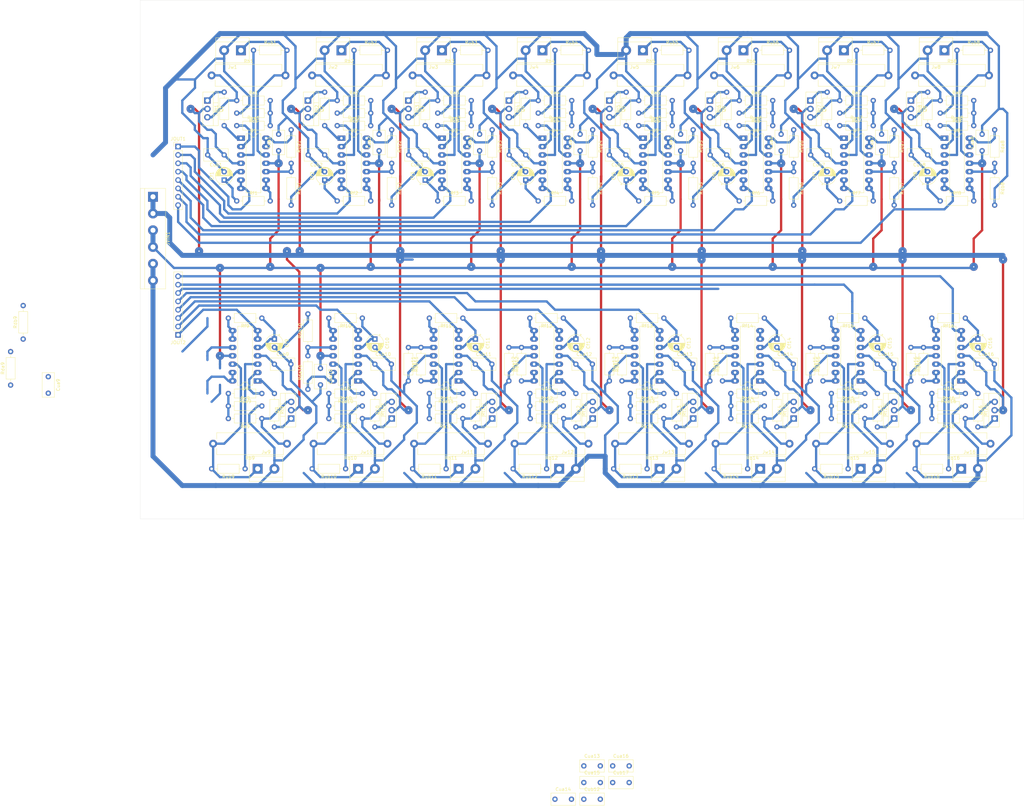
<source format=kicad_pcb>
(kicad_pcb (version 20171130) (host pcbnew 5.1.4+dfsg1-1)
  (layers (0 F.Cu signal) (31 B.Cu signal) (34 B.Paste user hide) (35 F.Paste user hide) (36 B.SilkS user hide) (37 F.SilkS user) (38 B.Mask user hide) (39 F.Mask user hide) (44 Edge.Cuts user))
  (net 0 "")
  (net 1 "Net-(Q1-Pad3)")
  (net 2 "Net-(Q1-Pad1)")
  (net 3 GND)
  (net 4 VCC)
  (net 5 "Net-(Q2-Pad3)")
  (net 6 "Net-(Q2-Pad1)")
  (net 7 "Net-(Q3-Pad3)")
  (net 8 "Net-(Q3-Pad1)")
  (net 9 "Net-(Q4-Pad3)")
  (net 10 "Net-(Q4-Pad1)")
  (net 11 "Net-(Q5-Pad3)")
  (net 12 "Net-(Q5-Pad1)")
  (net 13 "Net-(Q6-Pad3)")
  (net 14 "Net-(Q6-Pad1)")
  (net 15 "Net-(Q7-Pad3)")
  (net 16 "Net-(Q7-Pad1)")
  (net 17 "Net-(Q8-Pad3)")
  (net 18 "Net-(Q8-Pad1)")
  (net 19 "Net-(Ra1-Pad2)")
  (net 20 "Net-(Ra2-Pad2)")
  (net 21 "Net-(Ra3-Pad2)")
  (net 22 "Net-(Ra4-Pad2)")
  (net 23 "Net-(Ra5-Pad2)")
  (net 24 "Net-(Ra6-Pad2)")
  (net 25 "Net-(Ra7-Pad2)")
  (net 26 "Net-(Ra8-Pad2)")
  (net 27 "Net-(Rda1-Pad2)")
  (net 28 "Net-(Rda1-Pad1)")
  (net 29 "Net-(Rda2-Pad2)")
  (net 30 "Net-(Rda2-Pad1)")
  (net 31 "Net-(Rda3-Pad2)")
  (net 32 "Net-(Rda3-Pad1)")
  (net 33 "Net-(Rda4-Pad2)")
  (net 34 "Net-(Rda4-Pad1)")
  (net 35 "Net-(Rda5-Pad2)")
  (net 36 "Net-(Rda5-Pad1)")
  (net 37 "Net-(Rda6-Pad2)")
  (net 38 "Net-(Rda6-Pad1)")
  (net 39 "Net-(Rda7-Pad2)")
  (net 40 "Net-(Rda7-Pad1)")
  (net 41 "Net-(Rda8-Pad2)")
  (net 42 "Net-(Rda8-Pad1)")
  (net 43 "Net-(Cf1-Pad1)")
  (net 44 "Net-(Jw1-Pad1)")
  (net 45 "Net-(Rf1-Pad2)")
  (net 46 "Net-(Rt1-Pad1)")
  (net 47 "Net-(Rua1-Pad1)")
  (net 48 "Net-(Rub1-Pad1)")
  (net 49 "Net-(Cf2-Pad1)")
  (net 50 "Net-(Jw2-Pad1)")
  (net 51 "Net-(Rf2-Pad2)")
  (net 52 "Net-(Rt2-Pad1)")
  (net 53 "Net-(Rua2-Pad1)")
  (net 54 "Net-(Rub2-Pad1)")
  (net 55 "Net-(Cf3-Pad1)")
  (net 56 "Net-(Jw3-Pad1)")
  (net 57 "Net-(Rf3-Pad2)")
  (net 58 "Net-(Rt3-Pad1)")
  (net 59 "Net-(Rua3-Pad1)")
  (net 60 "Net-(Rub3-Pad1)")
  (net 61 /VO1)
  (net 62 /VO2)
  (net 63 /VO3)
  (net 64 "Net-(Cf4-Pad1)")
  (net 65 "Net-(Jw4-Pad1)")
  (net 66 "Net-(Rf4-Pad2)")
  (net 67 "Net-(Rt4-Pad1)")
  (net 68 "Net-(Rua4-Pad1)")
  (net 69 "Net-(Rub4-Pad1)")
  (net 70 /VO4)
  (net 71 "Net-(Cf5-Pad1)")
  (net 72 "Net-(Jw5-Pad1)")
  (net 73 "Net-(Rf5-Pad2)")
  (net 74 "Net-(Rt5-Pad1)")
  (net 75 "Net-(Rua5-Pad1)")
  (net 76 "Net-(Rub5-Pad1)")
  (net 77 /VO5)
  (net 78 "Net-(Cf6-Pad1)")
  (net 79 "Net-(Jw6-Pad1)")
  (net 80 "Net-(Rf6-Pad2)")
  (net 81 "Net-(Rt6-Pad1)")
  (net 82 "Net-(Rua6-Pad1)")
  (net 83 "Net-(Rub6-Pad1)")
  (net 84 /VO6)
  (net 85 "Net-(Cf7-Pad1)")
  (net 86 "Net-(Jw7-Pad1)")
  (net 87 "Net-(Rf7-Pad2)")
  (net 88 "Net-(Rt7-Pad1)")
  (net 89 "Net-(Rua7-Pad1)")
  (net 90 "Net-(Rub7-Pad1)")
  (net 91 /VO7)
  (net 92 "Net-(Cf8-Pad1)")
  (net 93 "Net-(Jw8-Pad1)")
  (net 94 "Net-(Rf8-Pad2)")
  (net 95 "Net-(Rt8-Pad1)")
  (net 96 "Net-(Rua8-Pad1)")
  (net 97 "Net-(Rub8-Pad1)")
  (net 98 /VO8)
  (net 99 "Net-(Cf9-Pad1)")
  (net 100 "Net-(Jw9-Pad1)")
  (net 101 "Net-(Q9-Pad3)")
  (net 102 "Net-(Q9-Pad1)")
  (net 103 "Net-(Ra9-Pad2)")
  (net 104 "Net-(Rda9-Pad2)")
  (net 105 "Net-(Rda9-Pad1)")
  (net 106 "Net-(Rf9-Pad2)")
  (net 107 "Net-(Rt9-Pad1)")
  (net 108 "Net-(Rua9-Pad1)")
  (net 109 "Net-(Rub9-Pad1)")
  (net 110 /VO9)
  (net 111 "Net-(Cf10-Pad1)")
  (net 112 "Net-(Jw10-Pad1)")
  (net 113 "Net-(Q10-Pad3)")
  (net 114 "Net-(Q10-Pad1)")
  (net 115 "Net-(Ra10-Pad2)")
  (net 116 "Net-(Rda10-Pad2)")
  (net 117 "Net-(Rda10-Pad1)")
  (net 118 "Net-(Rf10-Pad2)")
  (net 119 "Net-(Rt10-Pad1)")
  (net 120 "Net-(Rua10-Pad1)")
  (net 121 "Net-(Rub10-Pad1)")
  (net 122 /VO10)
  (net 123 "Net-(Cf11-Pad1)")
  (net 124 "Net-(Jw11-Pad1)")
  (net 125 "Net-(Q11-Pad3)")
  (net 126 "Net-(Q11-Pad1)")
  (net 127 "Net-(Ra11-Pad2)")
  (net 128 "Net-(Rda11-Pad2)")
  (net 129 "Net-(Rda11-Pad1)")
  (net 130 "Net-(Rf11-Pad2)")
  (net 131 "Net-(Rt11-Pad1)")
  (net 132 "Net-(Rua11-Pad1)")
  (net 133 "Net-(Rub11-Pad1)")
  (net 134 /VO11)
  (net 135 "Net-(Cf12-Pad1)")
  (net 136 "Net-(Jw12-Pad1)")
  (net 137 "Net-(Q12-Pad3)")
  (net 138 "Net-(Q12-Pad1)")
  (net 139 "Net-(Ra12-Pad2)")
  (net 140 "Net-(Rda12-Pad2)")
  (net 141 "Net-(Rda12-Pad1)")
  (net 142 "Net-(Rf12-Pad2)")
  (net 143 "Net-(Rt12-Pad1)")
  (net 144 "Net-(Rua12-Pad1)")
  (net 145 "Net-(Rub12-Pad1)")
  (net 146 /VO12)
  (net 147 "Net-(Cf13-Pad1)")
  (net 148 "Net-(Jw13-Pad1)")
  (net 149 "Net-(Q13-Pad3)")
  (net 150 "Net-(Q13-Pad1)")
  (net 151 "Net-(Ra13-Pad2)")
  (net 152 "Net-(Rda13-Pad2)")
  (net 153 "Net-(Rda13-Pad1)")
  (net 154 "Net-(Rf13-Pad2)")
  (net 155 "Net-(Rt13-Pad1)")
  (net 156 "Net-(Rua13-Pad1)")
  (net 157 "Net-(Rub13-Pad1)")
  (net 158 /VO13)
  (net 159 "Net-(Cf14-Pad1)")
  (net 160 "Net-(Jw14-Pad1)")
  (net 161 "Net-(Q14-Pad3)")
  (net 162 "Net-(Q14-Pad1)")
  (net 163 "Net-(Ra14-Pad2)")
  (net 164 "Net-(Rda14-Pad2)")
  (net 165 "Net-(Rda14-Pad1)")
  (net 166 "Net-(Rf14-Pad2)")
  (net 167 "Net-(Rt14-Pad1)")
  (net 168 "Net-(Rua14-Pad1)")
  (net 169 "Net-(Rub14-Pad1)")
  (net 170 /VO14)
  (net 171 "Net-(Cf15-Pad1)")
  (net 172 "Net-(Jw15-Pad1)")
  (net 173 "Net-(Q15-Pad3)")
  (net 174 "Net-(Q15-Pad1)")
  (net 175 "Net-(Ra15-Pad2)")
  (net 176 "Net-(Rda15-Pad2)")
  (net 177 "Net-(Rda15-Pad1)")
  (net 178 "Net-(Rf15-Pad2)")
  (net 179 "Net-(Rt15-Pad1)")
  (net 180 "Net-(Rua15-Pad1)")
  (net 181 "Net-(Rub15-Pad1)")
  (net 182 /VO15)
  (net 183 "Net-(Cf16-Pad1)")
  (net 184 "Net-(Jw16-Pad1)")
  (net 185 "Net-(Q16-Pad3)")
  (net 186 "Net-(Q16-Pad1)")
  (net 187 "Net-(Ra16-Pad2)")
  (net 188 "Net-(Rda16-Pad2)")
  (net 189 "Net-(Rda16-Pad1)")
  (net 190 "Net-(Rf16-Pad2)")
  (net 191 "Net-(Rt16-Pad1)")
  (net 192 "Net-(Rua16-Pad1)")
  (net 193 "Net-(Rub16-Pad1)")
  (net 194 /VO16)
  (net 195 VEE)
  (module Capacitor_THT:C_Rect_L7.2mm_W3.5mm_P5.00mm_FKS2_FKP2_MKS2_MKP2 (layer F.Cu) (at 155.93 252.7)
    (fp_text reference Cub17 (at 2.5 -3) (layer F.SilkS))
    (fp_text value 100n)
    (pad 2 thru_hole circle (at 5 0) (size 1.6 1.6) (drill 0.8) (layers *.Cu *.Mask) (net 3 GND))
    (pad 1 thru_hole circle (at 0 0) (size 1.6 1.6) (drill 0.8) (layers *.Cu *.Mask) (net 195 VEE))
  )
  (module Capacitor_THT:C_Rect_L7.2mm_W3.5mm_P5.00mm_FKS2_FKP2_MKS2_MKP2 (layer F.Cu) (at 147.18 257.75)
    (fp_text reference Cub12 (at 2.5 -3) (layer F.SilkS))
    (fp_text value 100n)
    (pad 2 thru_hole circle (at 5 0) (size 1.6 1.6) (drill 0.8) (layers *.Cu *.Mask) (net 3 GND))
    (pad 1 thru_hole circle (at 0 0) (size 1.6 1.6) (drill 0.8) (layers *.Cu *.Mask) (net 4 VCC))
  )
  (module Capacitor_THT:C_Rect_L7.2mm_W3.5mm_P5.00mm_FKS2_FKP2_MKS2_MKP2 (layer F.Cu) (at 155.93 247.65)
    (fp_text reference Cua16 (at 2.5 -3) (layer F.SilkS))
    (fp_text value 100n)
    (pad 2 thru_hole circle (at 5 0) (size 1.6 1.6) (drill 0.8) (layers *.Cu *.Mask) (net 3 GND))
    (pad 1 thru_hole circle (at 0 0) (size 1.6 1.6) (drill 0.8) (layers *.Cu *.Mask) (net 195 VEE))
  )
  (module Capacitor_THT:C_Rect_L7.2mm_W3.5mm_P5.00mm_FKS2_FKP2_MKS2_MKP2 (layer F.Cu) (at 147.18 252.7)
    (fp_text reference Cua15 (at 2.5 -3) (layer F.SilkS))
    (fp_text value 100n)
    (pad 2 thru_hole circle (at 5 0) (size 1.6 1.6) (drill 0.8) (layers *.Cu *.Mask) (net 3 GND))
    (pad 1 thru_hole circle (at 0 0) (size 1.6 1.6) (drill 0.8) (layers *.Cu *.Mask) (net 195 VEE))
  )
  (module Capacitor_THT:C_Rect_L7.2mm_W3.5mm_P5.00mm_FKS2_FKP2_MKS2_MKP2 (layer F.Cu) (at 138.43 257.75)
    (fp_text reference Cua14 (at 2.5 -3) (layer F.SilkS))
    (fp_text value 100n)
    (pad 2 thru_hole circle (at 5 0) (size 1.6 1.6) (drill 0.8) (layers *.Cu *.Mask) (net 3 GND))
    (pad 1 thru_hole circle (at 0 0) (size 1.6 1.6) (drill 0.8) (layers *.Cu *.Mask) (net 195 VEE))
  )
  (module Capacitor_THT:C_Rect_L7.2mm_W3.5mm_P5.00mm_FKS2_FKP2_MKS2_MKP2 (layer F.Cu) (at 147.18 247.65)
    (fp_text reference Cua13 (at 2.5 -3) (layer F.SilkS))
    (fp_text value 100n)
    (pad 2 thru_hole circle (at 5 0) (size 1.6 1.6) (drill 0.8) (layers *.Cu *.Mask) (net 3 GND))
    (pad 1 thru_hole circle (at 0 0) (size 1.6 1.6) (drill 0.8) (layers *.Cu *.Mask) (net 195 VEE))
  )
  (module Capacitor_THT:C_Rect_L7.2mm_W3.5mm_P5.00mm_FKS2_FKP2_MKS2_MKP2 (layer F.Cu) (at 67.31 127 270)
    (fp_text reference Cua10 (at 2.5 -3 90) (layer F.SilkS))
    (fp_text value 100n)
    (pad 2 thru_hole circle (at 5 0 270) (size 1.6 1.6) (drill 0.8) (layers *.Cu *.Mask) (net 3 GND))
    (pad 1 thru_hole circle (at 0 0 270) (size 1.6 1.6) (drill 0.8) (layers *.Cu *.Mask) (net 195 VEE))
  )
  (module Capacitor_THT:C_Rect_L7.2mm_W3.5mm_P5.00mm_FKS2_FKP2_MKS2_MKP2 (layer F.Cu) (at -15.24 129.54 270)
    (fp_text reference Cua9 (at 2.5 -3 90) (layer F.SilkS))
    (fp_text value 100n)
    (pad 2 thru_hole circle (at 5 0 270) (size 1.6 1.6) (drill 0.8) (layers *.Cu *.Mask) (net 3 GND))
    (pad 1 thru_hole circle (at 0 0 270) (size 1.6 1.6) (drill 0.8) (layers *.Cu *.Mask) (net 195 VEE))
  )
  (module Capacitor_THT:C_Rect_L7.2mm_W3.5mm_P5.00mm_FKS2_FKP2_MKS2_MKP2 (layer F.Cu) (at 267.97 60.96 90)
    (fp_text reference Cua8 (at 2.5 -3 90) (layer F.SilkS))
    (fp_text value 100n)
    (pad 2 thru_hole circle (at 5 0 90) (size 1.6 1.6) (drill 0.8) (layers *.Cu *.Mask) (net 3 GND))
    (pad 1 thru_hole circle (at 0 0 90) (size 1.6 1.6) (drill 0.8) (layers *.Cu *.Mask) (net 195 VEE))
  )
  (module Capacitor_THT:C_Rect_L7.2mm_W3.5mm_P5.00mm_FKS2_FKP2_MKS2_MKP2 (layer F.Cu) (at 237.49 60.96 90)
    (fp_text reference Cua7 (at 2.5 -3 90) (layer F.SilkS))
    (fp_text value 100n)
    (pad 2 thru_hole circle (at 5 0 90) (size 1.6 1.6) (drill 0.8) (layers *.Cu *.Mask) (net 3 GND))
    (pad 1 thru_hole circle (at 0 0 90) (size 1.6 1.6) (drill 0.8) (layers *.Cu *.Mask) (net 195 VEE))
  )
  (module Capacitor_THT:C_Rect_L7.2mm_W3.5mm_P5.00mm_FKS2_FKP2_MKS2_MKP2 (layer F.Cu) (at 207.01 60.96 90)
    (fp_text reference Cua6 (at 2.5 -3 90) (layer F.SilkS))
    (fp_text value 100n)
    (pad 2 thru_hole circle (at 5 0 90) (size 1.6 1.6) (drill 0.8) (layers *.Cu *.Mask) (net 3 GND))
    (pad 1 thru_hole circle (at 0 0 90) (size 1.6 1.6) (drill 0.8) (layers *.Cu *.Mask) (net 195 VEE))
  )
  (module Capacitor_THT:C_Rect_L7.2mm_W3.5mm_P5.00mm_FKS2_FKP2_MKS2_MKP2 (layer F.Cu) (at 176.53 60.96 90)
    (fp_text reference Cua5 (at 2.5 -3 90) (layer F.SilkS))
    (fp_text value 100n)
    (pad 2 thru_hole circle (at 5 0 90) (size 1.6 1.6) (drill 0.8) (layers *.Cu *.Mask) (net 3 GND))
    (pad 1 thru_hole circle (at 0 0 90) (size 1.6 1.6) (drill 0.8) (layers *.Cu *.Mask) (net 195 VEE))
  )
  (module Capacitor_THT:C_Rect_L7.2mm_W3.5mm_P5.00mm_FKS2_FKP2_MKS2_MKP2 (layer F.Cu) (at 146.05 60.96 90)
    (fp_text reference Cua4 (at 2.5 -3 90) (layer F.SilkS))
    (fp_text value 100n)
    (pad 2 thru_hole circle (at 5 0 90) (size 1.6 1.6) (drill 0.8) (layers *.Cu *.Mask) (net 3 GND))
    (pad 1 thru_hole circle (at 0 0 90) (size 1.6 1.6) (drill 0.8) (layers *.Cu *.Mask) (net 195 VEE))
  )
  (module Capacitor_THT:C_Rect_L7.2mm_W3.5mm_P5.00mm_FKS2_FKP2_MKS2_MKP2 (layer F.Cu) (at 115.57 60.96 90)
    (fp_text reference Cua3 (at 2.5 -3 90) (layer F.SilkS))
    (fp_text value 100n)
    (pad 2 thru_hole circle (at 5 0 90) (size 1.6 1.6) (drill 0.8) (layers *.Cu *.Mask) (net 3 GND))
    (pad 1 thru_hole circle (at 0 0 90) (size 1.6 1.6) (drill 0.8) (layers *.Cu *.Mask) (net 195 VEE))
  )
  (module Capacitor_THT:C_Rect_L7.2mm_W3.5mm_P5.00mm_FKS2_FKP2_MKS2_MKP2 (layer F.Cu) (at 85.09 60.96 90)
    (fp_text reference Cua2 (at 2.5 -3 90) (layer F.SilkS))
    (fp_text value 100n)
    (pad 2 thru_hole circle (at 5 0 90) (size 1.6 1.6) (drill 0.8) (layers *.Cu *.Mask) (net 3 GND))
    (pad 1 thru_hole circle (at 0 0 90) (size 1.6 1.6) (drill 0.8) (layers *.Cu *.Mask) (net 195 VEE))
  )
  (module Capacitor_THT:C_Rect_L7.2mm_W3.5mm_P5.00mm_FKS2_FKP2_MKS2_MKP2 (layer F.Cu) (at 54.61 60.96 90)
    (fp_text reference Cua1 (at 2.5 -3 90) (layer F.SilkS))
    (fp_text value 100n)
    (pad 2 thru_hole circle (at 5 0 90) (size 1.6 1.6) (drill 0.8) (layers *.Cu *.Mask) (net 3 GND))
    (pad 1 thru_hole circle (at 0 0 90) (size 1.6 1.6) (drill 0.8) (layers *.Cu *.Mask) (net 195 VEE))
  )
  (module TerminalBlock:TerminalBlock_bornier-6_P5.08mm (layer F.Cu) (at 16.51 74.93 270)
    (fp_text reference JVIN1 (at 12.65 -4.55 90) (layer F.SilkS))
    (fp_text value Conn_01x06)
    (pad 6 thru_hole circle (at 25.4 0 270) (size 3 3) (drill 1.52) (layers *.Cu *.Mask) (net 3 GND))
    (pad 5 thru_hole circle (at 20.32 0 270) (size 3 3) (drill 1.52) (layers *.Cu *.Mask) (net 3 GND))
    (pad 4 thru_hole circle (at 15.24 0 270) (size 3 3) (drill 1.52) (layers *.Cu *.Mask) (net 195 VEE))
    (pad 1 thru_hole rect (at 0 0 270) (size 3 3) (drill 1.52) (layers *.Cu *.Mask) (net 4 VCC))
    (pad 3 thru_hole circle (at 10.16 0 270) (size 3 3) (drill 1.52) (layers *.Cu *.Mask) (net 195 VEE))
    (pad 2 thru_hole circle (at 5.08 0 270) (size 3 3) (drill 1.52) (layers *.Cu *.Mask) (net 4 VCC))
  )
  (module Connector_PinHeader_2.54mm:PinHeader_1x08_P2.54mm_Vertical (layer F.Cu) (at 24.13 116.84 180)
    (fp_text reference JOUT2 (at 0 -2.33) (layer F.SilkS))
    (fp_text value Conn_01x08)
    (pad 8 thru_hole oval (at 0 17.78 180) (size 1.7 1.7) (drill 1) (layers *.Cu *.Mask) (net 194 /VO16))
    (pad 7 thru_hole oval (at 0 15.24 180) (size 1.7 1.7) (drill 1) (layers *.Cu *.Mask) (net 182 /VO15))
    (pad 6 thru_hole oval (at 0 12.7 180) (size 1.7 1.7) (drill 1) (layers *.Cu *.Mask) (net 170 /VO14))
    (pad 5 thru_hole oval (at 0 10.16 180) (size 1.7 1.7) (drill 1) (layers *.Cu *.Mask) (net 158 /VO13))
    (pad 4 thru_hole oval (at 0 7.62 180) (size 1.7 1.7) (drill 1) (layers *.Cu *.Mask) (net 146 /VO12))
    (pad 3 thru_hole oval (at 0 5.08 180) (size 1.7 1.7) (drill 1) (layers *.Cu *.Mask) (net 134 /VO11))
    (pad 2 thru_hole oval (at 0 2.54 180) (size 1.7 1.7) (drill 1) (layers *.Cu *.Mask) (net 122 /VO10))
    (pad 1 thru_hole rect (at 0 0 180) (size 1.7 1.7) (drill 1) (layers *.Cu *.Mask) (net 110 /VO9))
  )
  (module Connector_PinHeader_2.54mm:PinHeader_1x08_P2.54mm_Vertical (layer F.Cu) (at 24.13 59.69)
    (fp_text reference JOUT1 (at 0 -2.33) (layer F.SilkS))
    (fp_text value Conn_01x08)
    (pad 8 thru_hole oval (at 0 17.78) (size 1.7 1.7) (drill 1) (layers *.Cu *.Mask) (net 98 /VO8))
    (pad 7 thru_hole oval (at 0 15.24) (size 1.7 1.7) (drill 1) (layers *.Cu *.Mask) (net 91 /VO7))
    (pad 6 thru_hole oval (at 0 12.7) (size 1.7 1.7) (drill 1) (layers *.Cu *.Mask) (net 84 /VO6))
    (pad 5 thru_hole oval (at 0 10.16) (size 1.7 1.7) (drill 1) (layers *.Cu *.Mask) (net 77 /VO5))
    (pad 4 thru_hole oval (at 0 7.62) (size 1.7 1.7) (drill 1) (layers *.Cu *.Mask) (net 70 /VO4))
    (pad 3 thru_hole oval (at 0 5.08) (size 1.7 1.7) (drill 1) (layers *.Cu *.Mask) (net 63 /VO3))
    (pad 2 thru_hole oval (at 0 2.54) (size 1.7 1.7) (drill 1) (layers *.Cu *.Mask) (net 62 /VO2))
    (pad 1 thru_hole rect (at 0 0) (size 1.7 1.7) (drill 1) (layers *.Cu *.Mask) (net 61 /VO1))
  )
  (module Package_DIP:DIP-14_W7.62mm_LongPads (layer F.Cu) (at 261.62 130.81 180)
    (fp_text reference U16 (at 3.81 -2.33) (layer F.SilkS))
    (fp_text value LM324)
    (pad 14 thru_hole oval (at 7.62 0 180) (size 2.4 1.6) (drill 0.8) (layers *.Cu *.Mask) (net 189 "Net-(Rda16-Pad1)"))
    (pad 7 thru_hole oval (at 0 15.24 180) (size 2.4 1.6) (drill 0.8) (layers *.Cu *.Mask) (net 194 /VO16))
    (pad 13 thru_hole oval (at 7.62 2.54 180) (size 2.4 1.6) (drill 0.8) (layers *.Cu *.Mask) (net 189 "Net-(Rda16-Pad1)"))
    (pad 6 thru_hole oval (at 0 12.7 180) (size 2.4 1.6) (drill 0.8) (layers *.Cu *.Mask) (net 194 /VO16))
    (pad 12 thru_hole oval (at 7.62 5.08 180) (size 2.4 1.6) (drill 0.8) (layers *.Cu *.Mask) (net 184 "Net-(Jw16-Pad1)"))
    (pad 5 thru_hole oval (at 0 10.16 180) (size 2.4 1.6) (drill 0.8) (layers *.Cu *.Mask) (net 183 "Net-(Cf16-Pad1)"))
    (pad 11 thru_hole oval (at 7.62 7.62 180) (size 2.4 1.6) (drill 0.8) (layers *.Cu *.Mask) (net 195 VEE))
    (pad 4 thru_hole oval (at 0 7.62 180) (size 2.4 1.6) (drill 0.8) (layers *.Cu *.Mask) (net 4 VCC))
    (pad 10 thru_hole oval (at 7.62 10.16 180) (size 2.4 1.6) (drill 0.8) (layers *.Cu *.Mask) (net 188 "Net-(Rda16-Pad2)"))
    (pad 3 thru_hole oval (at 0 5.08 180) (size 2.4 1.6) (drill 0.8) (layers *.Cu *.Mask) (net 193 "Net-(Rub16-Pad1)"))
    (pad 9 thru_hole oval (at 7.62 12.7 180) (size 2.4 1.6) (drill 0.8) (layers *.Cu *.Mask) (net 190 "Net-(Rf16-Pad2)"))
    (pad 2 thru_hole oval (at 0 2.54 180) (size 2.4 1.6) (drill 0.8) (layers *.Cu *.Mask) (net 192 "Net-(Rua16-Pad1)"))
    (pad 8 thru_hole oval (at 7.62 15.24 180) (size 2.4 1.6) (drill 0.8) (layers *.Cu *.Mask) (net 190 "Net-(Rf16-Pad2)"))
    (pad 1 thru_hole rect (at 0 0 180) (size 2.4 1.6) (drill 0.8) (layers *.Cu *.Mask) (net 191 "Net-(Rt16-Pad1)"))
  )
  (module Resistor_THT:R_Axial_DIN0207_L6.3mm_D2.5mm_P10.16mm_Horizontal (layer F.Cu) (at 257.81 157.48 180)
    (fp_text reference Rub16 (at 5.08 -2.37) (layer F.SilkS))
    (fp_text value 100)
    (pad 2 thru_hole oval (at 10.16 0 180) (size 1.6 1.6) (drill 0.8) (layers *.Cu *.Mask) (net 184 "Net-(Jw16-Pad1)"))
    (pad 1 thru_hole circle (at 0 0 180) (size 1.6 1.6) (drill 0.8) (layers *.Cu *.Mask) (net 193 "Net-(Rub16-Pad1)"))
  )
  (module Resistor_THT:R_Axial_DIN0207_L6.3mm_D2.5mm_P10.16mm_Horizontal (layer F.Cu) (at 262.89 134.62 180)
    (fp_text reference Rua16 (at 5.08 -2.37) (layer F.SilkS))
    (fp_text value 100)
    (pad 2 thru_hole oval (at 10.16 0 180) (size 1.6 1.6) (drill 0.8) (layers *.Cu *.Mask) (net 187 "Net-(Ra16-Pad2)"))
    (pad 1 thru_hole circle (at 0 0 180) (size 1.6 1.6) (drill 0.8) (layers *.Cu *.Mask) (net 192 "Net-(Rua16-Pad1)"))
  )
  (module Resistor_THT:R_Axial_DIN0207_L6.3mm_D2.5mm_P10.16mm_Horizontal (layer F.Cu) (at 266.7 134.62 270)
    (fp_text reference Rt16 (at 5.08 -2.37 90) (layer F.SilkS))
    (fp_text value 2k)
    (pad 2 thru_hole oval (at 10.16 0 270) (size 1.6 1.6) (drill 0.8) (layers *.Cu *.Mask) (net 186 "Net-(Q16-Pad1)"))
    (pad 1 thru_hole circle (at 0 0 270) (size 1.6 1.6) (drill 0.8) (layers *.Cu *.Mask) (net 191 "Net-(Rt16-Pad1)"))
  )
  (module Resistor_THT:R_Axial_DIN0207_L6.3mm_D2.5mm_P10.16mm_Horizontal (layer F.Cu) (at 262.89 111.76 180)
    (fp_text reference Rf16 (at 5.08 -2.37) (layer F.SilkS))
    (fp_text value 10k)
    (pad 2 thru_hole oval (at 10.16 0 180) (size 1.6 1.6) (drill 0.8) (layers *.Cu *.Mask) (net 190 "Net-(Rf16-Pad2)"))
    (pad 1 thru_hole circle (at 0 0 180) (size 1.6 1.6) (drill 0.8) (layers *.Cu *.Mask) (net 183 "Net-(Cf16-Pad1)"))
  )
  (module Resistor_THT:R_Axial_DIN0207_L6.3mm_D2.5mm_P10.16mm_Horizontal (layer F.Cu) (at 246.38 120.65 270)
    (fp_text reference Rdb16 (at 5.08 -2.37 90) (layer F.SilkS))
    (fp_text value 20k)
    (pad 2 thru_hole oval (at 10.16 0 270) (size 1.6 1.6) (drill 0.8) (layers *.Cu *.Mask) (net 3 GND))
    (pad 1 thru_hole circle (at 0 0 270) (size 1.6 1.6) (drill 0.8) (layers *.Cu *.Mask) (net 188 "Net-(Rda16-Pad2)"))
  )
  (module Resistor_THT:R_Axial_DIN0207_L6.3mm_D2.5mm_P10.16mm_Horizontal (layer F.Cu) (at 250.19 130.81 90)
    (fp_text reference Rda16 (at 5.08 -2.37 90) (layer F.SilkS))
    (fp_text value 100k)
    (pad 2 thru_hole oval (at 10.16 0 90) (size 1.6 1.6) (drill 0.8) (layers *.Cu *.Mask) (net 188 "Net-(Rda16-Pad2)"))
    (pad 1 thru_hole circle (at 0 0 90) (size 1.6 1.6) (drill 0.8) (layers *.Cu *.Mask) (net 189 "Net-(Rda16-Pad1)"))
  )
  (module Resistor_THT:R_Axial_DIN0207_L6.3mm_D2.5mm_P10.16mm_Horizontal (layer F.Cu) (at 252.73 138.43)
    (fp_text reference Rc16 (at 5.08 -2.37) (layer F.SilkS))
    (fp_text value 1k)
    (pad 2 thru_hole oval (at 10.16 0) (size 1.6 1.6) (drill 0.8) (layers *.Cu *.Mask) (net 3 GND))
    (pad 1 thru_hole circle (at 0 0) (size 1.6 1.6) (drill 0.8) (layers *.Cu *.Mask) (net 187 "Net-(Ra16-Pad2)"))
  )
  (module Resistor_THT:R_Axial_Power_L20.0mm_W6.4mm_P22.40mm (layer F.Cu) (at 270.51 149.86 180)
    (fp_text reference Rb16 (at 11.2 -4.32) (layer F.SilkS))
    (fp_text value 10)
    (pad 2 thru_hole oval (at 22.4 0 180) (size 2.4 2.4) (drill 1.2) (layers *.Cu *.Mask) (net 184 "Net-(Jw16-Pad1)"))
    (pad 1 thru_hole circle (at 0 0 180) (size 2.4 2.4) (drill 1.2) (layers *.Cu *.Mask) (net 185 "Net-(Q16-Pad3)"))
  )
  (module Resistor_THT:R_Axial_DIN0207_L6.3mm_D2.5mm_P10.16mm_Horizontal (layer F.Cu) (at 262.89 142.24 180)
    (fp_text reference Ra16 (at 5.08 -2.37) (layer F.SilkS))
    (fp_text value 100)
    (pad 2 thru_hole oval (at 10.16 0 180) (size 1.6 1.6) (drill 0.8) (layers *.Cu *.Mask) (net 187 "Net-(Ra16-Pad2)"))
    (pad 1 thru_hole circle (at 0 0 180) (size 1.6 1.6) (drill 0.8) (layers *.Cu *.Mask) (net 185 "Net-(Q16-Pad3)"))
  )
  (module Package_TO_SOT_THT:TO-220-3_Vertical (layer F.Cu) (at 271.78 142.24 90)
    (fp_text reference Q16 (at 2.54 -4.27 90) (layer F.SilkS))
    (fp_text value TIP41)
    (pad 3 thru_hole oval (at 5.08 0 90) (size 1.905 2) (drill 1.1) (layers *.Cu *.Mask) (net 185 "Net-(Q16-Pad3)"))
    (pad 2 thru_hole oval (at 2.54 0 90) (size 1.905 2) (drill 1.1) (layers *.Cu *.Mask) (net 4 VCC))
    (pad 1 thru_hole rect (at 0 0 90) (size 1.905 2) (drill 1.1) (layers *.Cu *.Mask) (net 186 "Net-(Q16-Pad1)"))
  )
  (module TerminalBlock:TerminalBlock_bornier-2_P5.08mm (layer F.Cu) (at 261.62 157.48)
    (fp_text reference Jw16 (at 2.54 -5.08) (layer F.SilkS))
    (fp_text value Conn_01x02)
    (pad 2 thru_hole circle (at 5.08 0) (size 3 3) (drill 1.52) (layers *.Cu *.Mask) (net 3 GND))
    (pad 1 thru_hole rect (at 0 0) (size 3 3) (drill 1.52) (layers *.Cu *.Mask) (net 184 "Net-(Jw16-Pad1)"))
  )
  (module Capacitor_THT:C_Rect_L7.2mm_W3.5mm_P5.00mm_FKS2_FKP2_MKS2_MKP2 (layer F.Cu) (at 266.7 125.73)
    (fp_text reference Cub16 (at 2.5 -3) (layer F.SilkS))
    (fp_text value 100n)
    (pad 2 thru_hole circle (at 5 0) (size 1.6 1.6) (drill 0.8) (layers *.Cu *.Mask) (net 3 GND))
    (pad 1 thru_hole circle (at 0 0) (size 1.6 1.6) (drill 0.8) (layers *.Cu *.Mask) (net 4 VCC))
  )
  (module Capacitor_THT:CP_Radial_D5.0mm_P2.50mm (layer F.Cu) (at 266.7 118.11 270)
    (fp_text reference Cf16 (at 1.25 -3.75 90) (layer F.SilkS))
    (fp_text value 1u)
    (pad 2 thru_hole circle (at 2.5 0 270) (size 1.6 1.6) (drill 0.8) (layers *.Cu *.Mask) (net 3 GND))
    (pad 1 thru_hole rect (at 0 0 270) (size 1.6 1.6) (drill 0.8) (layers *.Cu *.Mask) (net 183 "Net-(Cf16-Pad1)"))
  )
  (module Package_DIP:DIP-14_W7.62mm_LongPads (layer F.Cu) (at 231.14 130.81 180)
    (fp_text reference U15 (at 3.81 -2.33) (layer F.SilkS))
    (fp_text value LM324)
    (pad 14 thru_hole oval (at 7.62 0 180) (size 2.4 1.6) (drill 0.8) (layers *.Cu *.Mask) (net 177 "Net-(Rda15-Pad1)"))
    (pad 7 thru_hole oval (at 0 15.24 180) (size 2.4 1.6) (drill 0.8) (layers *.Cu *.Mask) (net 182 /VO15))
    (pad 13 thru_hole oval (at 7.62 2.54 180) (size 2.4 1.6) (drill 0.8) (layers *.Cu *.Mask) (net 177 "Net-(Rda15-Pad1)"))
    (pad 6 thru_hole oval (at 0 12.7 180) (size 2.4 1.6) (drill 0.8) (layers *.Cu *.Mask) (net 182 /VO15))
    (pad 12 thru_hole oval (at 7.62 5.08 180) (size 2.4 1.6) (drill 0.8) (layers *.Cu *.Mask) (net 172 "Net-(Jw15-Pad1)"))
    (pad 5 thru_hole oval (at 0 10.16 180) (size 2.4 1.6) (drill 0.8) (layers *.Cu *.Mask) (net 171 "Net-(Cf15-Pad1)"))
    (pad 11 thru_hole oval (at 7.62 7.62 180) (size 2.4 1.6) (drill 0.8) (layers *.Cu *.Mask) (net 195 VEE))
    (pad 4 thru_hole oval (at 0 7.62 180) (size 2.4 1.6) (drill 0.8) (layers *.Cu *.Mask) (net 4 VCC))
    (pad 10 thru_hole oval (at 7.62 10.16 180) (size 2.4 1.6) (drill 0.8) (layers *.Cu *.Mask) (net 176 "Net-(Rda15-Pad2)"))
    (pad 3 thru_hole oval (at 0 5.08 180) (size 2.4 1.6) (drill 0.8) (layers *.Cu *.Mask) (net 181 "Net-(Rub15-Pad1)"))
    (pad 9 thru_hole oval (at 7.62 12.7 180) (size 2.4 1.6) (drill 0.8) (layers *.Cu *.Mask) (net 178 "Net-(Rf15-Pad2)"))
    (pad 2 thru_hole oval (at 0 2.54 180) (size 2.4 1.6) (drill 0.8) (layers *.Cu *.Mask) (net 180 "Net-(Rua15-Pad1)"))
    (pad 8 thru_hole oval (at 7.62 15.24 180) (size 2.4 1.6) (drill 0.8) (layers *.Cu *.Mask) (net 178 "Net-(Rf15-Pad2)"))
    (pad 1 thru_hole rect (at 0 0 180) (size 2.4 1.6) (drill 0.8) (layers *.Cu *.Mask) (net 179 "Net-(Rt15-Pad1)"))
  )
  (module Resistor_THT:R_Axial_DIN0207_L6.3mm_D2.5mm_P10.16mm_Horizontal (layer F.Cu) (at 227.33 157.48 180)
    (fp_text reference Rub15 (at 5.08 -2.37) (layer F.SilkS))
    (fp_text value 100)
    (pad 2 thru_hole oval (at 10.16 0 180) (size 1.6 1.6) (drill 0.8) (layers *.Cu *.Mask) (net 172 "Net-(Jw15-Pad1)"))
    (pad 1 thru_hole circle (at 0 0 180) (size 1.6 1.6) (drill 0.8) (layers *.Cu *.Mask) (net 181 "Net-(Rub15-Pad1)"))
  )
  (module Resistor_THT:R_Axial_DIN0207_L6.3mm_D2.5mm_P10.16mm_Horizontal (layer F.Cu) (at 232.41 134.62 180)
    (fp_text reference Rua15 (at 5.08 -2.37) (layer F.SilkS))
    (fp_text value 100)
    (pad 2 thru_hole oval (at 10.16 0 180) (size 1.6 1.6) (drill 0.8) (layers *.Cu *.Mask) (net 175 "Net-(Ra15-Pad2)"))
    (pad 1 thru_hole circle (at 0 0 180) (size 1.6 1.6) (drill 0.8) (layers *.Cu *.Mask) (net 180 "Net-(Rua15-Pad1)"))
  )
  (module Resistor_THT:R_Axial_DIN0207_L6.3mm_D2.5mm_P10.16mm_Horizontal (layer F.Cu) (at 236.22 134.62 270)
    (fp_text reference Rt15 (at 5.08 -2.37 90) (layer F.SilkS))
    (fp_text value 2k)
    (pad 2 thru_hole oval (at 10.16 0 270) (size 1.6 1.6) (drill 0.8) (layers *.Cu *.Mask) (net 174 "Net-(Q15-Pad1)"))
    (pad 1 thru_hole circle (at 0 0 270) (size 1.6 1.6) (drill 0.8) (layers *.Cu *.Mask) (net 179 "Net-(Rt15-Pad1)"))
  )
  (module Resistor_THT:R_Axial_DIN0207_L6.3mm_D2.5mm_P10.16mm_Horizontal (layer F.Cu) (at 232.41 111.76 180)
    (fp_text reference Rf15 (at 5.08 -2.37) (layer F.SilkS))
    (fp_text value 10k)
    (pad 2 thru_hole oval (at 10.16 0 180) (size 1.6 1.6) (drill 0.8) (layers *.Cu *.Mask) (net 178 "Net-(Rf15-Pad2)"))
    (pad 1 thru_hole circle (at 0 0 180) (size 1.6 1.6) (drill 0.8) (layers *.Cu *.Mask) (net 171 "Net-(Cf15-Pad1)"))
  )
  (module Resistor_THT:R_Axial_DIN0207_L6.3mm_D2.5mm_P10.16mm_Horizontal (layer F.Cu) (at 215.9 120.65 270)
    (fp_text reference Rdb15 (at 5.08 -2.37 90) (layer F.SilkS))
    (fp_text value 20k)
    (pad 2 thru_hole oval (at 10.16 0 270) (size 1.6 1.6) (drill 0.8) (layers *.Cu *.Mask) (net 3 GND))
    (pad 1 thru_hole circle (at 0 0 270) (size 1.6 1.6) (drill 0.8) (layers *.Cu *.Mask) (net 176 "Net-(Rda15-Pad2)"))
  )
  (module Resistor_THT:R_Axial_DIN0207_L6.3mm_D2.5mm_P10.16mm_Horizontal (layer F.Cu) (at 219.71 130.81 90)
    (fp_text reference Rda15 (at 5.08 -2.37 90) (layer F.SilkS))
    (fp_text value 100k)
    (pad 2 thru_hole oval (at 10.16 0 90) (size 1.6 1.6) (drill 0.8) (layers *.Cu *.Mask) (net 176 "Net-(Rda15-Pad2)"))
    (pad 1 thru_hole circle (at 0 0 90) (size 1.6 1.6) (drill 0.8) (layers *.Cu *.Mask) (net 177 "Net-(Rda15-Pad1)"))
  )
  (module Resistor_THT:R_Axial_DIN0207_L6.3mm_D2.5mm_P10.16mm_Horizontal (layer F.Cu) (at 222.25 138.43)
    (fp_text reference Rc15 (at 5.08 -2.37) (layer F.SilkS))
    (fp_text value 1k)
    (pad 2 thru_hole oval (at 10.16 0) (size 1.6 1.6) (drill 0.8) (layers *.Cu *.Mask) (net 3 GND))
    (pad 1 thru_hole circle (at 0 0) (size 1.6 1.6) (drill 0.8) (layers *.Cu *.Mask) (net 175 "Net-(Ra15-Pad2)"))
  )
  (module Resistor_THT:R_Axial_Power_L20.0mm_W6.4mm_P22.40mm (layer F.Cu) (at 240.03 149.86 180)
    (fp_text reference Rb15 (at 11.2 -4.32) (layer F.SilkS))
    (fp_text value 10)
    (pad 2 thru_hole oval (at 22.4 0 180) (size 2.4 2.4) (drill 1.2) (layers *.Cu *.Mask) (net 172 "Net-(Jw15-Pad1)"))
    (pad 1 thru_hole circle (at 0 0 180) (size 2.4 2.4) (drill 1.2) (layers *.Cu *.Mask) (net 173 "Net-(Q15-Pad3)"))
  )
  (module Resistor_THT:R_Axial_DIN0207_L6.3mm_D2.5mm_P10.16mm_Horizontal (layer F.Cu) (at 232.41 142.24 180)
    (fp_text reference Ra15 (at 5.08 -2.37) (layer F.SilkS))
    (fp_text value 100)
    (pad 2 thru_hole oval (at 10.16 0 180) (size 1.6 1.6) (drill 0.8) (layers *.Cu *.Mask) (net 175 "Net-(Ra15-Pad2)"))
    (pad 1 thru_hole circle (at 0 0 180) (size 1.6 1.6) (drill 0.8) (layers *.Cu *.Mask) (net 173 "Net-(Q15-Pad3)"))
  )
  (module Package_TO_SOT_THT:TO-220-3_Vertical (layer F.Cu) (at 241.3 142.24 90)
    (fp_text reference Q15 (at 2.54 -4.27 90) (layer F.SilkS))
    (fp_text value TIP41)
    (pad 3 thru_hole oval (at 5.08 0 90) (size 1.905 2) (drill 1.1) (layers *.Cu *.Mask) (net 173 "Net-(Q15-Pad3)"))
    (pad 2 thru_hole oval (at 2.54 0 90) (size 1.905 2) (drill 1.1) (layers *.Cu *.Mask) (net 4 VCC))
    (pad 1 thru_hole rect (at 0 0 90) (size 1.905 2) (drill 1.1) (layers *.Cu *.Mask) (net 174 "Net-(Q15-Pad1)"))
  )
  (module TerminalBlock:TerminalBlock_bornier-2_P5.08mm (layer F.Cu) (at 231.14 157.48)
    (fp_text reference Jw15 (at 2.54 -5.08) (layer F.SilkS))
    (fp_text value Conn_01x02)
    (pad 2 thru_hole circle (at 5.08 0) (size 3 3) (drill 1.52) (layers *.Cu *.Mask) (net 3 GND))
    (pad 1 thru_hole rect (at 0 0) (size 3 3) (drill 1.52) (layers *.Cu *.Mask) (net 172 "Net-(Jw15-Pad1)"))
  )
  (module Capacitor_THT:C_Rect_L7.2mm_W3.5mm_P5.00mm_FKS2_FKP2_MKS2_MKP2 (layer F.Cu) (at 236.22 125.73)
    (fp_text reference Cub15 (at 2.5 -3) (layer F.SilkS))
    (fp_text value 100n)
    (pad 2 thru_hole circle (at 5 0) (size 1.6 1.6) (drill 0.8) (layers *.Cu *.Mask) (net 3 GND))
    (pad 1 thru_hole circle (at 0 0) (size 1.6 1.6) (drill 0.8) (layers *.Cu *.Mask) (net 4 VCC))
  )
  (module Capacitor_THT:CP_Radial_D5.0mm_P2.50mm (layer F.Cu) (at 236.22 118.11 270)
    (fp_text reference Cf15 (at 1.25 -3.75 90) (layer F.SilkS))
    (fp_text value 1u)
    (pad 2 thru_hole circle (at 2.5 0 270) (size 1.6 1.6) (drill 0.8) (layers *.Cu *.Mask) (net 3 GND))
    (pad 1 thru_hole rect (at 0 0 270) (size 1.6 1.6) (drill 0.8) (layers *.Cu *.Mask) (net 171 "Net-(Cf15-Pad1)"))
  )
  (module Package_DIP:DIP-14_W7.62mm_LongPads (layer F.Cu) (at 200.66 130.81 180)
    (fp_text reference U14 (at 3.81 -2.33) (layer F.SilkS))
    (fp_text value LM324)
    (pad 14 thru_hole oval (at 7.62 0 180) (size 2.4 1.6) (drill 0.8) (layers *.Cu *.Mask) (net 165 "Net-(Rda14-Pad1)"))
    (pad 7 thru_hole oval (at 0 15.24 180) (size 2.4 1.6) (drill 0.8) (layers *.Cu *.Mask) (net 170 /VO14))
    (pad 13 thru_hole oval (at 7.62 2.54 180) (size 2.4 1.6) (drill 0.8) (layers *.Cu *.Mask) (net 165 "Net-(Rda14-Pad1)"))
    (pad 6 thru_hole oval (at 0 12.7 180) (size 2.4 1.6) (drill 0.8) (layers *.Cu *.Mask) (net 170 /VO14))
    (pad 12 thru_hole oval (at 7.62 5.08 180) (size 2.4 1.6) (drill 0.8) (layers *.Cu *.Mask) (net 160 "Net-(Jw14-Pad1)"))
    (pad 5 thru_hole oval (at 0 10.16 180) (size 2.4 1.6) (drill 0.8) (layers *.Cu *.Mask) (net 159 "Net-(Cf14-Pad1)"))
    (pad 11 thru_hole oval (at 7.62 7.62 180) (size 2.4 1.6) (drill 0.8) (layers *.Cu *.Mask) (net 195 VEE))
    (pad 4 thru_hole oval (at 0 7.62 180) (size 2.4 1.6) (drill 0.8) (layers *.Cu *.Mask) (net 4 VCC))
    (pad 10 thru_hole oval (at 7.62 10.16 180) (size 2.4 1.6) (drill 0.8) (layers *.Cu *.Mask) (net 164 "Net-(Rda14-Pad2)"))
    (pad 3 thru_hole oval (at 0 5.08 180) (size 2.4 1.6) (drill 0.8) (layers *.Cu *.Mask) (net 169 "Net-(Rub14-Pad1)"))
    (pad 9 thru_hole oval (at 7.62 12.7 180) (size 2.4 1.6) (drill 0.8) (layers *.Cu *.Mask) (net 166 "Net-(Rf14-Pad2)"))
    (pad 2 thru_hole oval (at 0 2.54 180) (size 2.4 1.6) (drill 0.8) (layers *.Cu *.Mask) (net 168 "Net-(Rua14-Pad1)"))
    (pad 8 thru_hole oval (at 7.62 15.24 180) (size 2.4 1.6) (drill 0.8) (layers *.Cu *.Mask) (net 166 "Net-(Rf14-Pad2)"))
    (pad 1 thru_hole rect (at 0 0 180) (size 2.4 1.6) (drill 0.8) (layers *.Cu *.Mask) (net 167 "Net-(Rt14-Pad1)"))
  )
  (module Resistor_THT:R_Axial_DIN0207_L6.3mm_D2.5mm_P10.16mm_Horizontal (layer F.Cu) (at 196.85 157.48 180)
    (fp_text reference Rub14 (at 5.08 -2.37) (layer F.SilkS))
    (fp_text value 100)
    (pad 2 thru_hole oval (at 10.16 0 180) (size 1.6 1.6) (drill 0.8) (layers *.Cu *.Mask) (net 160 "Net-(Jw14-Pad1)"))
    (pad 1 thru_hole circle (at 0 0 180) (size 1.6 1.6) (drill 0.8) (layers *.Cu *.Mask) (net 169 "Net-(Rub14-Pad1)"))
  )
  (module Resistor_THT:R_Axial_DIN0207_L6.3mm_D2.5mm_P10.16mm_Horizontal (layer F.Cu) (at 201.93 134.62 180)
    (fp_text reference Rua14 (at 5.08 -2.37) (layer F.SilkS))
    (fp_text value 100)
    (pad 2 thru_hole oval (at 10.16 0 180) (size 1.6 1.6) (drill 0.8) (layers *.Cu *.Mask) (net 163 "Net-(Ra14-Pad2)"))
    (pad 1 thru_hole circle (at 0 0 180) (size 1.6 1.6) (drill 0.8) (layers *.Cu *.Mask) (net 168 "Net-(Rua14-Pad1)"))
  )
  (module Resistor_THT:R_Axial_DIN0207_L6.3mm_D2.5mm_P10.16mm_Horizontal (layer F.Cu) (at 205.74 134.62 270)
    (fp_text reference Rt14 (at 5.08 -2.37 90) (layer F.SilkS))
    (fp_text value 2k)
    (pad 2 thru_hole oval (at 10.16 0 270) (size 1.6 1.6) (drill 0.8) (layers *.Cu *.Mask) (net 162 "Net-(Q14-Pad1)"))
    (pad 1 thru_hole circle (at 0 0 270) (size 1.6 1.6) (drill 0.8) (layers *.Cu *.Mask) (net 167 "Net-(Rt14-Pad1)"))
  )
  (module Resistor_THT:R_Axial_DIN0207_L6.3mm_D2.5mm_P10.16mm_Horizontal (layer F.Cu) (at 201.93 111.76 180)
    (fp_text reference Rf14 (at 5.08 -2.37) (layer F.SilkS))
    (fp_text value 10k)
    (pad 2 thru_hole oval (at 10.16 0 180) (size 1.6 1.6) (drill 0.8) (layers *.Cu *.Mask) (net 166 "Net-(Rf14-Pad2)"))
    (pad 1 thru_hole circle (at 0 0 180) (size 1.6 1.6) (drill 0.8) (layers *.Cu *.Mask) (net 159 "Net-(Cf14-Pad1)"))
  )
  (module Resistor_THT:R_Axial_DIN0207_L6.3mm_D2.5mm_P10.16mm_Horizontal (layer F.Cu) (at 185.42 120.65 270)
    (fp_text reference Rdb14 (at 5.08 -2.37 90) (layer F.SilkS))
    (fp_text value 20k)
    (pad 2 thru_hole oval (at 10.16 0 270) (size 1.6 1.6) (drill 0.8) (layers *.Cu *.Mask) (net 3 GND))
    (pad 1 thru_hole circle (at 0 0 270) (size 1.6 1.6) (drill 0.8) (layers *.Cu *.Mask) (net 164 "Net-(Rda14-Pad2)"))
  )
  (module Resistor_THT:R_Axial_DIN0207_L6.3mm_D2.5mm_P10.16mm_Horizontal (layer F.Cu) (at 189.23 130.81 90)
    (fp_text reference Rda14 (at 5.08 -2.37 90) (layer F.SilkS))
    (fp_text value 100k)
    (pad 2 thru_hole oval (at 10.16 0 90) (size 1.6 1.6) (drill 0.8) (layers *.Cu *.Mask) (net 164 "Net-(Rda14-Pad2)"))
    (pad 1 thru_hole circle (at 0 0 90) (size 1.6 1.6) (drill 0.8) (layers *.Cu *.Mask) (net 165 "Net-(Rda14-Pad1)"))
  )
  (module Resistor_THT:R_Axial_DIN0207_L6.3mm_D2.5mm_P10.16mm_Horizontal (layer F.Cu) (at 191.77 138.43)
    (fp_text reference Rc14 (at 5.08 -2.37) (layer F.SilkS))
    (fp_text value 1k)
    (pad 2 thru_hole oval (at 10.16 0) (size 1.6 1.6) (drill 0.8) (layers *.Cu *.Mask) (net 3 GND))
    (pad 1 thru_hole circle (at 0 0) (size 1.6 1.6) (drill 0.8) (layers *.Cu *.Mask) (net 163 "Net-(Ra14-Pad2)"))
  )
  (module Resistor_THT:R_Axial_Power_L20.0mm_W6.4mm_P22.40mm (layer F.Cu) (at 209.55 149.86 180)
    (fp_text reference Rb14 (at 11.2 -4.32) (layer F.SilkS))
    (fp_text value 10)
    (pad 2 thru_hole oval (at 22.4 0 180) (size 2.4 2.4) (drill 1.2) (layers *.Cu *.Mask) (net 160 "Net-(Jw14-Pad1)"))
    (pad 1 thru_hole circle (at 0 0 180) (size 2.4 2.4) (drill 1.2) (layers *.Cu *.Mask) (net 161 "Net-(Q14-Pad3)"))
  )
  (module Resistor_THT:R_Axial_DIN0207_L6.3mm_D2.5mm_P10.16mm_Horizontal (layer F.Cu) (at 201.93 142.24 180)
    (fp_text reference Ra14 (at 5.08 -2.37) (layer F.SilkS))
    (fp_text value 100)
    (pad 2 thru_hole oval (at 10.16 0 180) (size 1.6 1.6) (drill 0.8) (layers *.Cu *.Mask) (net 163 "Net-(Ra14-Pad2)"))
    (pad 1 thru_hole circle (at 0 0 180) (size 1.6 1.6) (drill 0.8) (layers *.Cu *.Mask) (net 161 "Net-(Q14-Pad3)"))
  )
  (module Package_TO_SOT_THT:TO-220-3_Vertical (layer F.Cu) (at 210.82 142.24 90)
    (fp_text reference Q14 (at 2.54 -4.27 90) (layer F.SilkS))
    (fp_text value TIP41)
    (pad 3 thru_hole oval (at 5.08 0 90) (size 1.905 2) (drill 1.1) (layers *.Cu *.Mask) (net 161 "Net-(Q14-Pad3)"))
    (pad 2 thru_hole oval (at 2.54 0 90) (size 1.905 2) (drill 1.1) (layers *.Cu *.Mask) (net 4 VCC))
    (pad 1 thru_hole rect (at 0 0 90) (size 1.905 2) (drill 1.1) (layers *.Cu *.Mask) (net 162 "Net-(Q14-Pad1)"))
  )
  (module TerminalBlock:TerminalBlock_bornier-2_P5.08mm (layer F.Cu) (at 200.66 157.48)
    (fp_text reference Jw14 (at 2.54 -5.08) (layer F.SilkS))
    (fp_text value Conn_01x02)
    (pad 2 thru_hole circle (at 5.08 0) (size 3 3) (drill 1.52) (layers *.Cu *.Mask) (net 3 GND))
    (pad 1 thru_hole rect (at 0 0) (size 3 3) (drill 1.52) (layers *.Cu *.Mask) (net 160 "Net-(Jw14-Pad1)"))
  )
  (module Capacitor_THT:C_Rect_L7.2mm_W3.5mm_P5.00mm_FKS2_FKP2_MKS2_MKP2 (layer F.Cu) (at 205.74 125.73)
    (fp_text reference Cub14 (at 2.5 -3) (layer F.SilkS))
    (fp_text value 100n)
    (pad 2 thru_hole circle (at 5 0) (size 1.6 1.6) (drill 0.8) (layers *.Cu *.Mask) (net 3 GND))
    (pad 1 thru_hole circle (at 0 0) (size 1.6 1.6) (drill 0.8) (layers *.Cu *.Mask) (net 4 VCC))
  )
  (module Capacitor_THT:CP_Radial_D5.0mm_P2.50mm (layer F.Cu) (at 205.74 118.11 270)
    (fp_text reference Cf14 (at 1.25 -3.75 90) (layer F.SilkS))
    (fp_text value 1u)
    (pad 2 thru_hole circle (at 2.5 0 270) (size 1.6 1.6) (drill 0.8) (layers *.Cu *.Mask) (net 3 GND))
    (pad 1 thru_hole rect (at 0 0 270) (size 1.6 1.6) (drill 0.8) (layers *.Cu *.Mask) (net 159 "Net-(Cf14-Pad1)"))
  )
  (module Package_DIP:DIP-14_W7.62mm_LongPads (layer F.Cu) (at 170.18 130.81 180)
    (fp_text reference U13 (at 3.81 -2.33) (layer F.SilkS))
    (fp_text value LM324)
    (pad 14 thru_hole oval (at 7.62 0 180) (size 2.4 1.6) (drill 0.8) (layers *.Cu *.Mask) (net 153 "Net-(Rda13-Pad1)"))
    (pad 7 thru_hole oval (at 0 15.24 180) (size 2.4 1.6) (drill 0.8) (layers *.Cu *.Mask) (net 158 /VO13))
    (pad 13 thru_hole oval (at 7.62 2.54 180) (size 2.4 1.6) (drill 0.8) (layers *.Cu *.Mask) (net 153 "Net-(Rda13-Pad1)"))
    (pad 6 thru_hole oval (at 0 12.7 180) (size 2.4 1.6) (drill 0.8) (layers *.Cu *.Mask) (net 158 /VO13))
    (pad 12 thru_hole oval (at 7.62 5.08 180) (size 2.4 1.6) (drill 0.8) (layers *.Cu *.Mask) (net 148 "Net-(Jw13-Pad1)"))
    (pad 5 thru_hole oval (at 0 10.16 180) (size 2.4 1.6) (drill 0.8) (layers *.Cu *.Mask) (net 147 "Net-(Cf13-Pad1)"))
    (pad 11 thru_hole oval (at 7.62 7.62 180) (size 2.4 1.6) (drill 0.8) (layers *.Cu *.Mask) (net 195 VEE))
    (pad 4 thru_hole oval (at 0 7.62 180) (size 2.4 1.6) (drill 0.8) (layers *.Cu *.Mask) (net 4 VCC))
    (pad 10 thru_hole oval (at 7.62 10.16 180) (size 2.4 1.6) (drill 0.8) (layers *.Cu *.Mask) (net 152 "Net-(Rda13-Pad2)"))
    (pad 3 thru_hole oval (at 0 5.08 180) (size 2.4 1.6) (drill 0.8) (layers *.Cu *.Mask) (net 157 "Net-(Rub13-Pad1)"))
    (pad 9 thru_hole oval (at 7.62 12.7 180) (size 2.4 1.6) (drill 0.8) (layers *.Cu *.Mask) (net 154 "Net-(Rf13-Pad2)"))
    (pad 2 thru_hole oval (at 0 2.54 180) (size 2.4 1.6) (drill 0.8) (layers *.Cu *.Mask) (net 156 "Net-(Rua13-Pad1)"))
    (pad 8 thru_hole oval (at 7.62 15.24 180) (size 2.4 1.6) (drill 0.8) (layers *.Cu *.Mask) (net 154 "Net-(Rf13-Pad2)"))
    (pad 1 thru_hole rect (at 0 0 180) (size 2.4 1.6) (drill 0.8) (layers *.Cu *.Mask) (net 155 "Net-(Rt13-Pad1)"))
  )
  (module Resistor_THT:R_Axial_DIN0207_L6.3mm_D2.5mm_P10.16mm_Horizontal (layer F.Cu) (at 166.37 157.48 180)
    (fp_text reference Rub13 (at 5.08 -2.37) (layer F.SilkS))
    (fp_text value 100)
    (pad 2 thru_hole oval (at 10.16 0 180) (size 1.6 1.6) (drill 0.8) (layers *.Cu *.Mask) (net 148 "Net-(Jw13-Pad1)"))
    (pad 1 thru_hole circle (at 0 0 180) (size 1.6 1.6) (drill 0.8) (layers *.Cu *.Mask) (net 157 "Net-(Rub13-Pad1)"))
  )
  (module Resistor_THT:R_Axial_DIN0207_L6.3mm_D2.5mm_P10.16mm_Horizontal (layer F.Cu) (at 171.45 134.62 180)
    (fp_text reference Rua13 (at 5.08 -2.37) (layer F.SilkS))
    (fp_text value 100)
    (pad 2 thru_hole oval (at 10.16 0 180) (size 1.6 1.6) (drill 0.8) (layers *.Cu *.Mask) (net 151 "Net-(Ra13-Pad2)"))
    (pad 1 thru_hole circle (at 0 0 180) (size 1.6 1.6) (drill 0.8) (layers *.Cu *.Mask) (net 156 "Net-(Rua13-Pad1)"))
  )
  (module Resistor_THT:R_Axial_DIN0207_L6.3mm_D2.5mm_P10.16mm_Horizontal (layer F.Cu) (at 175.26 134.62 270)
    (fp_text reference Rt13 (at 5.08 -2.37 90) (layer F.SilkS))
    (fp_text value 2k)
    (pad 2 thru_hole oval (at 10.16 0 270) (size 1.6 1.6) (drill 0.8) (layers *.Cu *.Mask) (net 150 "Net-(Q13-Pad1)"))
    (pad 1 thru_hole circle (at 0 0 270) (size 1.6 1.6) (drill 0.8) (layers *.Cu *.Mask) (net 155 "Net-(Rt13-Pad1)"))
  )
  (module Resistor_THT:R_Axial_DIN0207_L6.3mm_D2.5mm_P10.16mm_Horizontal (layer F.Cu) (at 171.45 111.76 180)
    (fp_text reference Rf13 (at 5.08 -2.37) (layer F.SilkS))
    (fp_text value 10k)
    (pad 2 thru_hole oval (at 10.16 0 180) (size 1.6 1.6) (drill 0.8) (layers *.Cu *.Mask) (net 154 "Net-(Rf13-Pad2)"))
    (pad 1 thru_hole circle (at 0 0 180) (size 1.6 1.6) (drill 0.8) (layers *.Cu *.Mask) (net 147 "Net-(Cf13-Pad1)"))
  )
  (module Resistor_THT:R_Axial_DIN0207_L6.3mm_D2.5mm_P10.16mm_Horizontal (layer F.Cu) (at 154.94 120.65 270)
    (fp_text reference Rdb13 (at 5.08 -2.37 90) (layer F.SilkS))
    (fp_text value 20k)
    (pad 2 thru_hole oval (at 10.16 0 270) (size 1.6 1.6) (drill 0.8) (layers *.Cu *.Mask) (net 3 GND))
    (pad 1 thru_hole circle (at 0 0 270) (size 1.6 1.6) (drill 0.8) (layers *.Cu *.Mask) (net 152 "Net-(Rda13-Pad2)"))
  )
  (module Resistor_THT:R_Axial_DIN0207_L6.3mm_D2.5mm_P10.16mm_Horizontal (layer F.Cu) (at 158.75 130.81 90)
    (fp_text reference Rda13 (at 5.08 -2.37 90) (layer F.SilkS))
    (fp_text value 100k)
    (pad 2 thru_hole oval (at 10.16 0 90) (size 1.6 1.6) (drill 0.8) (layers *.Cu *.Mask) (net 152 "Net-(Rda13-Pad2)"))
    (pad 1 thru_hole circle (at 0 0 90) (size 1.6 1.6) (drill 0.8) (layers *.Cu *.Mask) (net 153 "Net-(Rda13-Pad1)"))
  )
  (module Resistor_THT:R_Axial_DIN0207_L6.3mm_D2.5mm_P10.16mm_Horizontal (layer F.Cu) (at 161.29 138.43)
    (fp_text reference Rc13 (at 5.08 -2.37) (layer F.SilkS))
    (fp_text value 1k)
    (pad 2 thru_hole oval (at 10.16 0) (size 1.6 1.6) (drill 0.8) (layers *.Cu *.Mask) (net 3 GND))
    (pad 1 thru_hole circle (at 0 0) (size 1.6 1.6) (drill 0.8) (layers *.Cu *.Mask) (net 151 "Net-(Ra13-Pad2)"))
  )
  (module Resistor_THT:R_Axial_Power_L20.0mm_W6.4mm_P22.40mm (layer F.Cu) (at 179.07 149.86 180)
    (fp_text reference Rb13 (at 11.2 -4.32) (layer F.SilkS))
    (fp_text value 10)
    (pad 2 thru_hole oval (at 22.4 0 180) (size 2.4 2.4) (drill 1.2) (layers *.Cu *.Mask) (net 148 "Net-(Jw13-Pad1)"))
    (pad 1 thru_hole circle (at 0 0 180) (size 2.4 2.4) (drill 1.2) (layers *.Cu *.Mask) (net 149 "Net-(Q13-Pad3)"))
  )
  (module Resistor_THT:R_Axial_DIN0207_L6.3mm_D2.5mm_P10.16mm_Horizontal (layer F.Cu) (at 171.45 142.24 180)
    (fp_text reference Ra13 (at 5.08 -2.37) (layer F.SilkS))
    (fp_text value 100)
    (pad 2 thru_hole oval (at 10.16 0 180) (size 1.6 1.6) (drill 0.8) (layers *.Cu *.Mask) (net 151 "Net-(Ra13-Pad2)"))
    (pad 1 thru_hole circle (at 0 0 180) (size 1.6 1.6) (drill 0.8) (layers *.Cu *.Mask) (net 149 "Net-(Q13-Pad3)"))
  )
  (module Package_TO_SOT_THT:TO-220-3_Vertical (layer F.Cu) (at 180.34 142.24 90)
    (fp_text reference Q13 (at 2.54 -4.27 90) (layer F.SilkS))
    (fp_text value TIP41)
    (pad 3 thru_hole oval (at 5.08 0 90) (size 1.905 2) (drill 1.1) (layers *.Cu *.Mask) (net 149 "Net-(Q13-Pad3)"))
    (pad 2 thru_hole oval (at 2.54 0 90) (size 1.905 2) (drill 1.1) (layers *.Cu *.Mask) (net 4 VCC))
    (pad 1 thru_hole rect (at 0 0 90) (size 1.905 2) (drill 1.1) (layers *.Cu *.Mask) (net 150 "Net-(Q13-Pad1)"))
  )
  (module TerminalBlock:TerminalBlock_bornier-2_P5.08mm (layer F.Cu) (at 170.18 157.48)
    (fp_text reference Jw13 (at 2.54 -5.08) (layer F.SilkS))
    (fp_text value Conn_01x02)
    (pad 2 thru_hole circle (at 5.08 0) (size 3 3) (drill 1.52) (layers *.Cu *.Mask) (net 3 GND))
    (pad 1 thru_hole rect (at 0 0) (size 3 3) (drill 1.52) (layers *.Cu *.Mask) (net 148 "Net-(Jw13-Pad1)"))
  )
  (module Capacitor_THT:C_Rect_L7.2mm_W3.5mm_P5.00mm_FKS2_FKP2_MKS2_MKP2 (layer F.Cu) (at 175.26 125.73)
    (fp_text reference Cub13 (at 2.5 -3) (layer F.SilkS))
    (fp_text value 100n)
    (pad 2 thru_hole circle (at 5 0) (size 1.6 1.6) (drill 0.8) (layers *.Cu *.Mask) (net 3 GND))
    (pad 1 thru_hole circle (at 0 0) (size 1.6 1.6) (drill 0.8) (layers *.Cu *.Mask) (net 4 VCC))
  )
  (module Capacitor_THT:CP_Radial_D5.0mm_P2.50mm (layer F.Cu) (at 175.26 118.11 270)
    (fp_text reference Cf13 (at 1.25 -3.75 90) (layer F.SilkS))
    (fp_text value 1u)
    (pad 2 thru_hole circle (at 2.5 0 270) (size 1.6 1.6) (drill 0.8) (layers *.Cu *.Mask) (net 3 GND))
    (pad 1 thru_hole rect (at 0 0 270) (size 1.6 1.6) (drill 0.8) (layers *.Cu *.Mask) (net 147 "Net-(Cf13-Pad1)"))
  )
  (module Package_DIP:DIP-14_W7.62mm_LongPads (layer F.Cu) (at 139.7 130.81 180)
    (fp_text reference U12 (at 3.81 -2.33) (layer F.SilkS))
    (fp_text value LM324)
    (pad 14 thru_hole oval (at 7.62 0 180) (size 2.4 1.6) (drill 0.8) (layers *.Cu *.Mask) (net 141 "Net-(Rda12-Pad1)"))
    (pad 7 thru_hole oval (at 0 15.24 180) (size 2.4 1.6) (drill 0.8) (layers *.Cu *.Mask) (net 146 /VO12))
    (pad 13 thru_hole oval (at 7.62 2.54 180) (size 2.4 1.6) (drill 0.8) (layers *.Cu *.Mask) (net 141 "Net-(Rda12-Pad1)"))
    (pad 6 thru_hole oval (at 0 12.7 180) (size 2.4 1.6) (drill 0.8) (layers *.Cu *.Mask) (net 146 /VO12))
    (pad 12 thru_hole oval (at 7.62 5.08 180) (size 2.4 1.6) (drill 0.8) (layers *.Cu *.Mask) (net 136 "Net-(Jw12-Pad1)"))
    (pad 5 thru_hole oval (at 0 10.16 180) (size 2.4 1.6) (drill 0.8) (layers *.Cu *.Mask) (net 135 "Net-(Cf12-Pad1)"))
    (pad 11 thru_hole oval (at 7.62 7.62 180) (size 2.4 1.6) (drill 0.8) (layers *.Cu *.Mask) (net 195 VEE))
    (pad 4 thru_hole oval (at 0 7.62 180) (size 2.4 1.6) (drill 0.8) (layers *.Cu *.Mask) (net 4 VCC))
    (pad 10 thru_hole oval (at 7.62 10.16 180) (size 2.4 1.6) (drill 0.8) (layers *.Cu *.Mask) (net 140 "Net-(Rda12-Pad2)"))
    (pad 3 thru_hole oval (at 0 5.08 180) (size 2.4 1.6) (drill 0.8) (layers *.Cu *.Mask) (net 145 "Net-(Rub12-Pad1)"))
    (pad 9 thru_hole oval (at 7.62 12.7 180) (size 2.4 1.6) (drill 0.8) (layers *.Cu *.Mask) (net 142 "Net-(Rf12-Pad2)"))
    (pad 2 thru_hole oval (at 0 2.54 180) (size 2.4 1.6) (drill 0.8) (layers *.Cu *.Mask) (net 144 "Net-(Rua12-Pad1)"))
    (pad 8 thru_hole oval (at 7.62 15.24 180) (size 2.4 1.6) (drill 0.8) (layers *.Cu *.Mask) (net 142 "Net-(Rf12-Pad2)"))
    (pad 1 thru_hole rect (at 0 0 180) (size 2.4 1.6) (drill 0.8) (layers *.Cu *.Mask) (net 143 "Net-(Rt12-Pad1)"))
  )
  (module Resistor_THT:R_Axial_DIN0207_L6.3mm_D2.5mm_P10.16mm_Horizontal (layer F.Cu) (at 135.89 157.48 180)
    (fp_text reference Rub12 (at 5.08 -2.37) (layer F.SilkS))
    (fp_text value 100)
    (pad 2 thru_hole oval (at 10.16 0 180) (size 1.6 1.6) (drill 0.8) (layers *.Cu *.Mask) (net 136 "Net-(Jw12-Pad1)"))
    (pad 1 thru_hole circle (at 0 0 180) (size 1.6 1.6) (drill 0.8) (layers *.Cu *.Mask) (net 145 "Net-(Rub12-Pad1)"))
  )
  (module Resistor_THT:R_Axial_DIN0207_L6.3mm_D2.5mm_P10.16mm_Horizontal (layer F.Cu) (at 140.97 134.62 180)
    (fp_text reference Rua12 (at 5.08 -2.37) (layer F.SilkS))
    (fp_text value 100)
    (pad 2 thru_hole oval (at 10.16 0 180) (size 1.6 1.6) (drill 0.8) (layers *.Cu *.Mask) (net 139 "Net-(Ra12-Pad2)"))
    (pad 1 thru_hole circle (at 0 0 180) (size 1.6 1.6) (drill 0.8) (layers *.Cu *.Mask) (net 144 "Net-(Rua12-Pad1)"))
  )
  (module Resistor_THT:R_Axial_DIN0207_L6.3mm_D2.5mm_P10.16mm_Horizontal (layer F.Cu) (at 144.78 134.62 270)
    (fp_text reference Rt12 (at 5.08 -2.37 90) (layer F.SilkS))
    (fp_text value 2k)
    (pad 2 thru_hole oval (at 10.16 0 270) (size 1.6 1.6) (drill 0.8) (layers *.Cu *.Mask) (net 138 "Net-(Q12-Pad1)"))
    (pad 1 thru_hole circle (at 0 0 270) (size 1.6 1.6) (drill 0.8) (layers *.Cu *.Mask) (net 143 "Net-(Rt12-Pad1)"))
  )
  (module Resistor_THT:R_Axial_DIN0207_L6.3mm_D2.5mm_P10.16mm_Horizontal (layer F.Cu) (at 140.97 111.76 180)
    (fp_text reference Rf12 (at 5.08 -2.37) (layer F.SilkS))
    (fp_text value 10k)
    (pad 2 thru_hole oval (at 10.16 0 180) (size 1.6 1.6) (drill 0.8) (layers *.Cu *.Mask) (net 142 "Net-(Rf12-Pad2)"))
    (pad 1 thru_hole circle (at 0 0 180) (size 1.6 1.6) (drill 0.8) (layers *.Cu *.Mask) (net 135 "Net-(Cf12-Pad1)"))
  )
  (module Resistor_THT:R_Axial_DIN0207_L6.3mm_D2.5mm_P10.16mm_Horizontal (layer F.Cu) (at 124.46 120.65 270)
    (fp_text reference Rdb12 (at 5.08 -2.37 90) (layer F.SilkS))
    (fp_text value 20k)
    (pad 2 thru_hole oval (at 10.16 0 270) (size 1.6 1.6) (drill 0.8) (layers *.Cu *.Mask) (net 3 GND))
    (pad 1 thru_hole circle (at 0 0 270) (size 1.6 1.6) (drill 0.8) (layers *.Cu *.Mask) (net 140 "Net-(Rda12-Pad2)"))
  )
  (module Resistor_THT:R_Axial_DIN0207_L6.3mm_D2.5mm_P10.16mm_Horizontal (layer F.Cu) (at 128.27 130.81 90)
    (fp_text reference Rda12 (at 5.08 -2.37 90) (layer F.SilkS))
    (fp_text value 100k)
    (pad 2 thru_hole oval (at 10.16 0 90) (size 1.6 1.6) (drill 0.8) (layers *.Cu *.Mask) (net 140 "Net-(Rda12-Pad2)"))
    (pad 1 thru_hole circle (at 0 0 90) (size 1.6 1.6) (drill 0.8) (layers *.Cu *.Mask) (net 141 "Net-(Rda12-Pad1)"))
  )
  (module Resistor_THT:R_Axial_DIN0207_L6.3mm_D2.5mm_P10.16mm_Horizontal (layer F.Cu) (at 130.81 138.43)
    (fp_text reference Rc12 (at 5.08 -2.37) (layer F.SilkS))
    (fp_text value 1k)
    (pad 2 thru_hole oval (at 10.16 0) (size 1.6 1.6) (drill 0.8) (layers *.Cu *.Mask) (net 3 GND))
    (pad 1 thru_hole circle (at 0 0) (size 1.6 1.6) (drill 0.8) (layers *.Cu *.Mask) (net 139 "Net-(Ra12-Pad2)"))
  )
  (module Resistor_THT:R_Axial_Power_L20.0mm_W6.4mm_P22.40mm (layer F.Cu) (at 148.59 149.86 180)
    (fp_text reference Rb12 (at 11.2 -4.32) (layer F.SilkS))
    (fp_text value 10)
    (pad 2 thru_hole oval (at 22.4 0 180) (size 2.4 2.4) (drill 1.2) (layers *.Cu *.Mask) (net 136 "Net-(Jw12-Pad1)"))
    (pad 1 thru_hole circle (at 0 0 180) (size 2.4 2.4) (drill 1.2) (layers *.Cu *.Mask) (net 137 "Net-(Q12-Pad3)"))
  )
  (module Resistor_THT:R_Axial_DIN0207_L6.3mm_D2.5mm_P10.16mm_Horizontal (layer F.Cu) (at 141.090225 142.24 180)
    (fp_text reference Ra12 (at 5.08 -2.37) (layer F.SilkS))
    (fp_text value 100)
    (pad 2 thru_hole oval (at 10.16 0 180) (size 1.6 1.6) (drill 0.8) (layers *.Cu *.Mask) (net 139 "Net-(Ra12-Pad2)"))
    (pad 1 thru_hole circle (at 0 0 180) (size 1.6 1.6) (drill 0.8) (layers *.Cu *.Mask) (net 137 "Net-(Q12-Pad3)"))
  )
  (module Package_TO_SOT_THT:TO-220-3_Vertical (layer F.Cu) (at 149.86 142.24 90)
    (fp_text reference Q12 (at 2.54 -4.27 90) (layer F.SilkS))
    (fp_text value TIP41)
    (pad 3 thru_hole oval (at 5.08 0 90) (size 1.905 2) (drill 1.1) (layers *.Cu *.Mask) (net 137 "Net-(Q12-Pad3)"))
    (pad 2 thru_hole oval (at 2.54 0 90) (size 1.905 2) (drill 1.1) (layers *.Cu *.Mask) (net 4 VCC))
    (pad 1 thru_hole rect (at 0 0 90) (size 1.905 2) (drill 1.1) (layers *.Cu *.Mask) (net 138 "Net-(Q12-Pad1)"))
  )
  (module TerminalBlock:TerminalBlock_bornier-2_P5.08mm (layer F.Cu) (at 139.7 157.48)
    (fp_text reference Jw12 (at 2.54 -5.08) (layer F.SilkS))
    (fp_text value Conn_01x02)
    (pad 2 thru_hole circle (at 5.08 0) (size 3 3) (drill 1.52) (layers *.Cu *.Mask) (net 3 GND))
    (pad 1 thru_hole rect (at 0 0) (size 3 3) (drill 1.52) (layers *.Cu *.Mask) (net 136 "Net-(Jw12-Pad1)"))
  )
  (module Capacitor_THT:C_Rect_L7.2mm_W3.5mm_P5.00mm_FKS2_FKP2_MKS2_MKP2 (layer F.Cu) (at 144.78 125.73)
    (fp_text reference Cua12 (at 2.5 -3) (layer F.SilkS))
    (fp_text value 100n)
    (pad 2 thru_hole circle (at 5 0) (size 1.6 1.6) (drill 0.8) (layers *.Cu *.Mask) (net 3 GND))
    (pad 1 thru_hole circle (at 0 0) (size 1.6 1.6) (drill 0.8) (layers *.Cu *.Mask) (net 195 VEE))
  )
  (module Capacitor_THT:CP_Radial_D5.0mm_P2.50mm (layer F.Cu) (at 144.78 118.11 270)
    (fp_text reference Cf12 (at 1.25 -3.75 90) (layer F.SilkS))
    (fp_text value 1u)
    (pad 2 thru_hole circle (at 2.5 0 270) (size 1.6 1.6) (drill 0.8) (layers *.Cu *.Mask) (net 3 GND))
    (pad 1 thru_hole rect (at 0 0 270) (size 1.6 1.6) (drill 0.8) (layers *.Cu *.Mask) (net 135 "Net-(Cf12-Pad1)"))
  )
  (module Package_DIP:DIP-14_W7.62mm_LongPads (layer F.Cu) (at 109.22 130.81 180)
    (fp_text reference U11 (at 3.81 -2.33) (layer F.SilkS))
    (fp_text value LM324)
    (pad 14 thru_hole oval (at 7.62 0 180) (size 2.4 1.6) (drill 0.8) (layers *.Cu *.Mask) (net 129 "Net-(Rda11-Pad1)"))
    (pad 7 thru_hole oval (at 0 15.24 180) (size 2.4 1.6) (drill 0.8) (layers *.Cu *.Mask) (net 134 /VO11))
    (pad 13 thru_hole oval (at 7.62 2.54 180) (size 2.4 1.6) (drill 0.8) (layers *.Cu *.Mask) (net 129 "Net-(Rda11-Pad1)"))
    (pad 6 thru_hole oval (at 0 12.7 180) (size 2.4 1.6) (drill 0.8) (layers *.Cu *.Mask) (net 134 /VO11))
    (pad 12 thru_hole oval (at 7.62 5.08 180) (size 2.4 1.6) (drill 0.8) (layers *.Cu *.Mask) (net 124 "Net-(Jw11-Pad1)"))
    (pad 5 thru_hole oval (at 0 10.16 180) (size 2.4 1.6) (drill 0.8) (layers *.Cu *.Mask) (net 123 "Net-(Cf11-Pad1)"))
    (pad 11 thru_hole oval (at 7.62 7.62 180) (size 2.4 1.6) (drill 0.8) (layers *.Cu *.Mask) (net 195 VEE))
    (pad 4 thru_hole oval (at 0 7.62 180) (size 2.4 1.6) (drill 0.8) (layers *.Cu *.Mask) (net 4 VCC))
    (pad 10 thru_hole oval (at 7.62 10.16 180) (size 2.4 1.6) (drill 0.8) (layers *.Cu *.Mask) (net 128 "Net-(Rda11-Pad2)"))
    (pad 3 thru_hole oval (at 0 5.08 180) (size 2.4 1.6) (drill 0.8) (layers *.Cu *.Mask) (net 133 "Net-(Rub11-Pad1)"))
    (pad 9 thru_hole oval (at 7.62 12.7 180) (size 2.4 1.6) (drill 0.8) (layers *.Cu *.Mask) (net 130 "Net-(Rf11-Pad2)"))
    (pad 2 thru_hole oval (at 0 2.54 180) (size 2.4 1.6) (drill 0.8) (layers *.Cu *.Mask) (net 132 "Net-(Rua11-Pad1)"))
    (pad 8 thru_hole oval (at 7.62 15.24 180) (size 2.4 1.6) (drill 0.8) (layers *.Cu *.Mask) (net 130 "Net-(Rf11-Pad2)"))
    (pad 1 thru_hole rect (at 0 0 180) (size 2.4 1.6) (drill 0.8) (layers *.Cu *.Mask) (net 131 "Net-(Rt11-Pad1)"))
  )
  (module Resistor_THT:R_Axial_DIN0207_L6.3mm_D2.5mm_P10.16mm_Horizontal (layer F.Cu) (at 105.41 157.48 180)
    (fp_text reference Rub11 (at 5.08 -2.37) (layer F.SilkS))
    (fp_text value 100)
    (pad 2 thru_hole oval (at 10.16 0 180) (size 1.6 1.6) (drill 0.8) (layers *.Cu *.Mask) (net 124 "Net-(Jw11-Pad1)"))
    (pad 1 thru_hole circle (at 0 0 180) (size 1.6 1.6) (drill 0.8) (layers *.Cu *.Mask) (net 133 "Net-(Rub11-Pad1)"))
  )
  (module Resistor_THT:R_Axial_DIN0207_L6.3mm_D2.5mm_P10.16mm_Horizontal (layer F.Cu) (at 110.49 134.62 180)
    (fp_text reference Rua11 (at 5.08 -2.37) (layer F.SilkS))
    (fp_text value 100)
    (pad 2 thru_hole oval (at 10.16 0 180) (size 1.6 1.6) (drill 0.8) (layers *.Cu *.Mask) (net 127 "Net-(Ra11-Pad2)"))
    (pad 1 thru_hole circle (at 0 0 180) (size 1.6 1.6) (drill 0.8) (layers *.Cu *.Mask) (net 132 "Net-(Rua11-Pad1)"))
  )
  (module Resistor_THT:R_Axial_DIN0207_L6.3mm_D2.5mm_P10.16mm_Horizontal (layer F.Cu) (at 114.3 134.62 270)
    (fp_text reference Rt11 (at 5.08 -2.37 90) (layer F.SilkS))
    (fp_text value 2k)
    (pad 2 thru_hole oval (at 10.16 0 270) (size 1.6 1.6) (drill 0.8) (layers *.Cu *.Mask) (net 126 "Net-(Q11-Pad1)"))
    (pad 1 thru_hole circle (at 0 0 270) (size 1.6 1.6) (drill 0.8) (layers *.Cu *.Mask) (net 131 "Net-(Rt11-Pad1)"))
  )
  (module Resistor_THT:R_Axial_DIN0207_L6.3mm_D2.5mm_P10.16mm_Horizontal (layer F.Cu) (at 110.49 111.76 180)
    (fp_text reference Rf11 (at 5.08 -2.37) (layer F.SilkS))
    (fp_text value 10k)
    (pad 2 thru_hole oval (at 10.16 0 180) (size 1.6 1.6) (drill 0.8) (layers *.Cu *.Mask) (net 130 "Net-(Rf11-Pad2)"))
    (pad 1 thru_hole circle (at 0 0 180) (size 1.6 1.6) (drill 0.8) (layers *.Cu *.Mask) (net 123 "Net-(Cf11-Pad1)"))
  )
  (module Resistor_THT:R_Axial_DIN0207_L6.3mm_D2.5mm_P10.16mm_Horizontal (layer F.Cu) (at 93.98 120.65 270)
    (fp_text reference Rdb11 (at 5.08 -2.37 90) (layer F.SilkS))
    (fp_text value 20k)
    (pad 2 thru_hole oval (at 10.16 0 270) (size 1.6 1.6) (drill 0.8) (layers *.Cu *.Mask) (net 3 GND))
    (pad 1 thru_hole circle (at 0 0 270) (size 1.6 1.6) (drill 0.8) (layers *.Cu *.Mask) (net 128 "Net-(Rda11-Pad2)"))
  )
  (module Resistor_THT:R_Axial_DIN0207_L6.3mm_D2.5mm_P10.16mm_Horizontal (layer F.Cu) (at 97.79 130.81 90)
    (fp_text reference Rda11 (at 5.08 -2.37 90) (layer F.SilkS))
    (fp_text value 100k)
    (pad 2 thru_hole oval (at 10.16 0 90) (size 1.6 1.6) (drill 0.8) (layers *.Cu *.Mask) (net 128 "Net-(Rda11-Pad2)"))
    (pad 1 thru_hole circle (at 0 0 90) (size 1.6 1.6) (drill 0.8) (layers *.Cu *.Mask) (net 129 "Net-(Rda11-Pad1)"))
  )
  (module Resistor_THT:R_Axial_DIN0207_L6.3mm_D2.5mm_P10.16mm_Horizontal (layer F.Cu) (at 100.33 138.43)
    (fp_text reference Rc11 (at 5.08 -2.37) (layer F.SilkS))
    (fp_text value 1k)
    (pad 2 thru_hole oval (at 10.16 0) (size 1.6 1.6) (drill 0.8) (layers *.Cu *.Mask) (net 3 GND))
    (pad 1 thru_hole circle (at 0 0) (size 1.6 1.6) (drill 0.8) (layers *.Cu *.Mask) (net 127 "Net-(Ra11-Pad2)"))
  )
  (module Resistor_THT:R_Axial_Power_L20.0mm_W6.4mm_P22.40mm (layer F.Cu) (at 118.11 149.86 180)
    (fp_text reference Rb11 (at 11.2 -4.32) (layer F.SilkS))
    (fp_text value 10)
    (pad 2 thru_hole oval (at 22.4 0 180) (size 2.4 2.4) (drill 1.2) (layers *.Cu *.Mask) (net 124 "Net-(Jw11-Pad1)"))
    (pad 1 thru_hole circle (at 0 0 180) (size 2.4 2.4) (drill 1.2) (layers *.Cu *.Mask) (net 125 "Net-(Q11-Pad3)"))
  )
  (module Resistor_THT:R_Axial_DIN0207_L6.3mm_D2.5mm_P10.16mm_Horizontal (layer F.Cu) (at 110.49 142.24 180)
    (fp_text reference Ra11 (at 5.08 -2.37) (layer F.SilkS))
    (fp_text value 100)
    (pad 2 thru_hole oval (at 10.16 0 180) (size 1.6 1.6) (drill 0.8) (layers *.Cu *.Mask) (net 127 "Net-(Ra11-Pad2)"))
    (pad 1 thru_hole circle (at 0 0 180) (size 1.6 1.6) (drill 0.8) (layers *.Cu *.Mask) (net 125 "Net-(Q11-Pad3)"))
  )
  (module Package_TO_SOT_THT:TO-220-3_Vertical (layer F.Cu) (at 119.38 142.24 90)
    (fp_text reference Q11 (at 2.54 -4.27 90) (layer F.SilkS))
    (fp_text value TIP41)
    (pad 3 thru_hole oval (at 5.08 0 90) (size 1.905 2) (drill 1.1) (layers *.Cu *.Mask) (net 125 "Net-(Q11-Pad3)"))
    (pad 2 thru_hole oval (at 2.54 0 90) (size 1.905 2) (drill 1.1) (layers *.Cu *.Mask) (net 4 VCC))
    (pad 1 thru_hole rect (at 0 0 90) (size 1.905 2) (drill 1.1) (layers *.Cu *.Mask) (net 126 "Net-(Q11-Pad1)"))
  )
  (module TerminalBlock:TerminalBlock_bornier-2_P5.08mm (layer F.Cu) (at 109.22 157.48)
    (fp_text reference Jw11 (at 2.54 -5.08) (layer F.SilkS))
    (fp_text value Conn_01x02)
    (pad 2 thru_hole circle (at 5.08 0) (size 3 3) (drill 1.52) (layers *.Cu *.Mask) (net 3 GND))
    (pad 1 thru_hole rect (at 0 0) (size 3 3) (drill 1.52) (layers *.Cu *.Mask) (net 124 "Net-(Jw11-Pad1)"))
  )
  (module Capacitor_THT:C_Rect_L7.2mm_W3.5mm_P5.00mm_FKS2_FKP2_MKS2_MKP2 (layer F.Cu) (at 114.3 125.73)
    (fp_text reference Cub11 (at 2.5 -3) (layer F.SilkS))
    (fp_text value 100n)
    (pad 2 thru_hole circle (at 5 0) (size 1.6 1.6) (drill 0.8) (layers *.Cu *.Mask) (net 3 GND))
    (pad 1 thru_hole circle (at 0 0) (size 1.6 1.6) (drill 0.8) (layers *.Cu *.Mask) (net 4 VCC))
  )
  (module Capacitor_THT:CP_Radial_D5.0mm_P2.50mm (layer F.Cu) (at 114.3 118.11 270)
    (fp_text reference Cf11 (at 1.25 -3.75 90) (layer F.SilkS))
    (fp_text value 1u)
    (pad 2 thru_hole circle (at 2.5 0 270) (size 1.6 1.6) (drill 0.8) (layers *.Cu *.Mask) (net 3 GND))
    (pad 1 thru_hole rect (at 0 0 270) (size 1.6 1.6) (drill 0.8) (layers *.Cu *.Mask) (net 123 "Net-(Cf11-Pad1)"))
  )
  (module Package_DIP:DIP-14_W7.62mm_LongPads (layer F.Cu) (at 78.74 130.81 180)
    (fp_text reference U10 (at 3.81 -2.33) (layer F.SilkS))
    (fp_text value LM324)
    (pad 14 thru_hole oval (at 7.62 0 180) (size 2.4 1.6) (drill 0.8) (layers *.Cu *.Mask) (net 117 "Net-(Rda10-Pad1)"))
    (pad 7 thru_hole oval (at 0 15.24 180) (size 2.4 1.6) (drill 0.8) (layers *.Cu *.Mask) (net 122 /VO10))
    (pad 13 thru_hole oval (at 7.62 2.54 180) (size 2.4 1.6) (drill 0.8) (layers *.Cu *.Mask) (net 117 "Net-(Rda10-Pad1)"))
    (pad 6 thru_hole oval (at 0 12.7 180) (size 2.4 1.6) (drill 0.8) (layers *.Cu *.Mask) (net 122 /VO10))
    (pad 12 thru_hole oval (at 7.62 5.08 180) (size 2.4 1.6) (drill 0.8) (layers *.Cu *.Mask) (net 112 "Net-(Jw10-Pad1)"))
    (pad 5 thru_hole oval (at 0 10.16 180) (size 2.4 1.6) (drill 0.8) (layers *.Cu *.Mask) (net 111 "Net-(Cf10-Pad1)"))
    (pad 11 thru_hole oval (at 7.62 7.62 180) (size 2.4 1.6) (drill 0.8) (layers *.Cu *.Mask) (net 195 VEE))
    (pad 4 thru_hole oval (at 0 7.62 180) (size 2.4 1.6) (drill 0.8) (layers *.Cu *.Mask) (net 4 VCC))
    (pad 10 thru_hole oval (at 7.62 10.16 180) (size 2.4 1.6) (drill 0.8) (layers *.Cu *.Mask) (net 116 "Net-(Rda10-Pad2)"))
    (pad 3 thru_hole oval (at 0 5.08 180) (size 2.4 1.6) (drill 0.8) (layers *.Cu *.Mask) (net 121 "Net-(Rub10-Pad1)"))
    (pad 9 thru_hole oval (at 7.62 12.7 180) (size 2.4 1.6) (drill 0.8) (layers *.Cu *.Mask) (net 118 "Net-(Rf10-Pad2)"))
    (pad 2 thru_hole oval (at 0 2.54 180) (size 2.4 1.6) (drill 0.8) (layers *.Cu *.Mask) (net 120 "Net-(Rua10-Pad1)"))
    (pad 8 thru_hole oval (at 7.62 15.24 180) (size 2.4 1.6) (drill 0.8) (layers *.Cu *.Mask) (net 118 "Net-(Rf10-Pad2)"))
    (pad 1 thru_hole rect (at 0 0 180) (size 2.4 1.6) (drill 0.8) (layers *.Cu *.Mask) (net 119 "Net-(Rt10-Pad1)"))
  )
  (module Resistor_THT:R_Axial_DIN0207_L6.3mm_D2.5mm_P10.16mm_Horizontal (layer F.Cu) (at 74.93 157.48 180)
    (fp_text reference Rub10 (at 5.08 -2.37) (layer F.SilkS))
    (fp_text value 100)
    (pad 2 thru_hole oval (at 10.16 0 180) (size 1.6 1.6) (drill 0.8) (layers *.Cu *.Mask) (net 112 "Net-(Jw10-Pad1)"))
    (pad 1 thru_hole circle (at 0 0 180) (size 1.6 1.6) (drill 0.8) (layers *.Cu *.Mask) (net 121 "Net-(Rub10-Pad1)"))
  )
  (module Resistor_THT:R_Axial_DIN0207_L6.3mm_D2.5mm_P10.16mm_Horizontal (layer F.Cu) (at 80.01 134.62 180)
    (fp_text reference Rua10 (at 5.08 -2.37) (layer F.SilkS))
    (fp_text value 100)
    (pad 2 thru_hole oval (at 10.16 0 180) (size 1.6 1.6) (drill 0.8) (layers *.Cu *.Mask) (net 115 "Net-(Ra10-Pad2)"))
    (pad 1 thru_hole circle (at 0 0 180) (size 1.6 1.6) (drill 0.8) (layers *.Cu *.Mask) (net 120 "Net-(Rua10-Pad1)"))
  )
  (module Resistor_THT:R_Axial_DIN0207_L6.3mm_D2.5mm_P10.16mm_Horizontal (layer F.Cu) (at 83.82 134.62 270)
    (fp_text reference Rt10 (at 5.08 -2.37 90) (layer F.SilkS))
    (fp_text value 2k)
    (pad 2 thru_hole oval (at 10.16 0 270) (size 1.6 1.6) (drill 0.8) (layers *.Cu *.Mask) (net 114 "Net-(Q10-Pad1)"))
    (pad 1 thru_hole circle (at 0 0 270) (size 1.6 1.6) (drill 0.8) (layers *.Cu *.Mask) (net 119 "Net-(Rt10-Pad1)"))
  )
  (module Resistor_THT:R_Axial_DIN0207_L6.3mm_D2.5mm_P10.16mm_Horizontal (layer F.Cu) (at 80.01 111.76 180)
    (fp_text reference Rf10 (at 5.08 -2.37) (layer F.SilkS))
    (fp_text value 10k)
    (pad 2 thru_hole oval (at 10.16 0 180) (size 1.6 1.6) (drill 0.8) (layers *.Cu *.Mask) (net 118 "Net-(Rf10-Pad2)"))
    (pad 1 thru_hole circle (at 0 0 180) (size 1.6 1.6) (drill 0.8) (layers *.Cu *.Mask) (net 111 "Net-(Cf10-Pad1)"))
  )
  (module Resistor_THT:R_Axial_DIN0207_L6.3mm_D2.5mm_P10.16mm_Horizontal (layer F.Cu) (at 63.5 120.65 90)
    (fp_text reference Rdb10 (at 5.08 -2.37 90) (layer F.SilkS))
    (fp_text value 20k)
    (pad 2 thru_hole oval (at 10.16 0 90) (size 1.6 1.6) (drill 0.8) (layers *.Cu *.Mask) (net 3 GND))
    (pad 1 thru_hole circle (at 0 0 90) (size 1.6 1.6) (drill 0.8) (layers *.Cu *.Mask) (net 116 "Net-(Rda10-Pad2)"))
  )
  (module Resistor_THT:R_Axial_DIN0207_L6.3mm_D2.5mm_P10.16mm_Horizontal (layer F.Cu) (at 63.5 133.35 90)
    (fp_text reference Rda10 (at 5.08 -2.37 90) (layer F.SilkS))
    (fp_text value 100k)
    (pad 2 thru_hole oval (at 10.16 0 90) (size 1.6 1.6) (drill 0.8) (layers *.Cu *.Mask) (net 116 "Net-(Rda10-Pad2)"))
    (pad 1 thru_hole circle (at 0 0 90) (size 1.6 1.6) (drill 0.8) (layers *.Cu *.Mask) (net 117 "Net-(Rda10-Pad1)"))
  )
  (module Resistor_THT:R_Axial_DIN0207_L6.3mm_D2.5mm_P10.16mm_Horizontal (layer F.Cu) (at 69.85 138.43)
    (fp_text reference Rc10 (at 5.08 -2.37) (layer F.SilkS))
    (fp_text value 1k)
    (pad 2 thru_hole oval (at 10.16 0) (size 1.6 1.6) (drill 0.8) (layers *.Cu *.Mask) (net 3 GND))
    (pad 1 thru_hole circle (at 0 0) (size 1.6 1.6) (drill 0.8) (layers *.Cu *.Mask) (net 115 "Net-(Ra10-Pad2)"))
  )
  (module Resistor_THT:R_Axial_Power_L20.0mm_W6.4mm_P22.40mm (layer F.Cu) (at 87.63 149.86 180)
    (fp_text reference Rb10 (at 11.2 -4.32) (layer F.SilkS))
    (fp_text value 10)
    (pad 2 thru_hole oval (at 22.4 0 180) (size 2.4 2.4) (drill 1.2) (layers *.Cu *.Mask) (net 112 "Net-(Jw10-Pad1)"))
    (pad 1 thru_hole circle (at 0 0 180) (size 2.4 2.4) (drill 1.2) (layers *.Cu *.Mask) (net 113 "Net-(Q10-Pad3)"))
  )
  (module Resistor_THT:R_Axial_DIN0207_L6.3mm_D2.5mm_P10.16mm_Horizontal (layer F.Cu) (at 80.01 142.24 180)
    (fp_text reference Ra10 (at 5.08 -2.37) (layer F.SilkS))
    (fp_text value 100)
    (pad 2 thru_hole oval (at 10.16 0 180) (size 1.6 1.6) (drill 0.8) (layers *.Cu *.Mask) (net 115 "Net-(Ra10-Pad2)"))
    (pad 1 thru_hole circle (at 0 0 180) (size 1.6 1.6) (drill 0.8) (layers *.Cu *.Mask) (net 113 "Net-(Q10-Pad3)"))
  )
  (module Package_TO_SOT_THT:TO-220-3_Vertical (layer F.Cu) (at 88.9 142.24 90)
    (fp_text reference Q10 (at 2.54 -4.27 90) (layer F.SilkS))
    (fp_text value TIP41)
    (pad 3 thru_hole oval (at 5.08 0 90) (size 1.905 2) (drill 1.1) (layers *.Cu *.Mask) (net 113 "Net-(Q10-Pad3)"))
    (pad 2 thru_hole oval (at 2.54 0 90) (size 1.905 2) (drill 1.1) (layers *.Cu *.Mask) (net 4 VCC))
    (pad 1 thru_hole rect (at 0 0 90) (size 1.905 2) (drill 1.1) (layers *.Cu *.Mask) (net 114 "Net-(Q10-Pad1)"))
  )
  (module TerminalBlock:TerminalBlock_bornier-2_P5.08mm (layer F.Cu) (at 78.74 157.48)
    (fp_text reference Jw10 (at 2.54 -5.08) (layer F.SilkS))
    (fp_text value Conn_01x02)
    (pad 2 thru_hole circle (at 5.08 0) (size 3 3) (drill 1.52) (layers *.Cu *.Mask) (net 3 GND))
    (pad 1 thru_hole rect (at 0 0) (size 3 3) (drill 1.52) (layers *.Cu *.Mask) (net 112 "Net-(Jw10-Pad1)"))
  )
  (module Capacitor_THT:C_Rect_L7.2mm_W3.5mm_P5.00mm_FKS2_FKP2_MKS2_MKP2 (layer F.Cu) (at 83.82 125.73)
    (fp_text reference Cub10 (at 2.5 -3) (layer F.SilkS))
    (fp_text value 100n)
    (pad 2 thru_hole circle (at 5 0) (size 1.6 1.6) (drill 0.8) (layers *.Cu *.Mask) (net 3 GND))
    (pad 1 thru_hole circle (at 0 0) (size 1.6 1.6) (drill 0.8) (layers *.Cu *.Mask) (net 4 VCC))
  )
  (module Capacitor_THT:CP_Radial_D5.0mm_P2.50mm (layer F.Cu) (at 83.82 118.11 270)
    (fp_text reference Cf10 (at 1.25 -3.75 90) (layer F.SilkS))
    (fp_text value 1u)
    (pad 2 thru_hole circle (at 2.5 0 270) (size 1.6 1.6) (drill 0.8) (layers *.Cu *.Mask) (net 3 GND))
    (pad 1 thru_hole rect (at 0 0 270) (size 1.6 1.6) (drill 0.8) (layers *.Cu *.Mask) (net 111 "Net-(Cf10-Pad1)"))
  )
  (module Package_DIP:DIP-14_W7.62mm_LongPads (layer F.Cu) (at 48.26 130.81 180)
    (fp_text reference U9 (at 3.81 -2.33) (layer F.SilkS))
    (fp_text value LM324)
    (pad 14 thru_hole oval (at 7.62 0 180) (size 2.4 1.6) (drill 0.8) (layers *.Cu *.Mask) (net 105 "Net-(Rda9-Pad1)"))
    (pad 7 thru_hole oval (at 0 15.24 180) (size 2.4 1.6) (drill 0.8) (layers *.Cu *.Mask) (net 110 /VO9))
    (pad 13 thru_hole oval (at 7.62 2.54 180) (size 2.4 1.6) (drill 0.8) (layers *.Cu *.Mask) (net 105 "Net-(Rda9-Pad1)"))
    (pad 6 thru_hole oval (at 0 12.7 180) (size 2.4 1.6) (drill 0.8) (layers *.Cu *.Mask) (net 110 /VO9))
    (pad 12 thru_hole oval (at 7.62 5.08 180) (size 2.4 1.6) (drill 0.8) (layers *.Cu *.Mask) (net 100 "Net-(Jw9-Pad1)"))
    (pad 5 thru_hole oval (at 0 10.16 180) (size 2.4 1.6) (drill 0.8) (layers *.Cu *.Mask) (net 99 "Net-(Cf9-Pad1)"))
    (pad 11 thru_hole oval (at 7.62 7.62 180) (size 2.4 1.6) (drill 0.8) (layers *.Cu *.Mask) (net 195 VEE))
    (pad 4 thru_hole oval (at 0 7.62 180) (size 2.4 1.6) (drill 0.8) (layers *.Cu *.Mask) (net 4 VCC))
    (pad 10 thru_hole oval (at 7.62 10.16 180) (size 2.4 1.6) (drill 0.8) (layers *.Cu *.Mask) (net 104 "Net-(Rda9-Pad2)"))
    (pad 3 thru_hole oval (at 0 5.08 180) (size 2.4 1.6) (drill 0.8) (layers *.Cu *.Mask) (net 109 "Net-(Rub9-Pad1)"))
    (pad 9 thru_hole oval (at 7.62 12.7 180) (size 2.4 1.6) (drill 0.8) (layers *.Cu *.Mask) (net 106 "Net-(Rf9-Pad2)"))
    (pad 2 thru_hole oval (at 0 2.54 180) (size 2.4 1.6) (drill 0.8) (layers *.Cu *.Mask) (net 108 "Net-(Rua9-Pad1)"))
    (pad 8 thru_hole oval (at 7.62 15.24 180) (size 2.4 1.6) (drill 0.8) (layers *.Cu *.Mask) (net 106 "Net-(Rf9-Pad2)"))
    (pad 1 thru_hole rect (at 0 0 180) (size 2.4 1.6) (drill 0.8) (layers *.Cu *.Mask) (net 107 "Net-(Rt9-Pad1)"))
  )
  (module Resistor_THT:R_Axial_DIN0207_L6.3mm_D2.5mm_P10.16mm_Horizontal (layer F.Cu) (at 44.45 157.48 180)
    (fp_text reference Rub9 (at 5.08 -2.37) (layer F.SilkS))
    (fp_text value 100)
    (pad 2 thru_hole oval (at 10.16 0 180) (size 1.6 1.6) (drill 0.8) (layers *.Cu *.Mask) (net 100 "Net-(Jw9-Pad1)"))
    (pad 1 thru_hole circle (at 0 0 180) (size 1.6 1.6) (drill 0.8) (layers *.Cu *.Mask) (net 109 "Net-(Rub9-Pad1)"))
  )
  (module Resistor_THT:R_Axial_DIN0207_L6.3mm_D2.5mm_P10.16mm_Horizontal (layer F.Cu) (at 49.53 134.62 180)
    (fp_text reference Rua9 (at 5.08 -2.37) (layer F.SilkS))
    (fp_text value 100)
    (pad 2 thru_hole oval (at 10.16 0 180) (size 1.6 1.6) (drill 0.8) (layers *.Cu *.Mask) (net 103 "Net-(Ra9-Pad2)"))
    (pad 1 thru_hole circle (at 0 0 180) (size 1.6 1.6) (drill 0.8) (layers *.Cu *.Mask) (net 108 "Net-(Rua9-Pad1)"))
  )
  (module Resistor_THT:R_Axial_DIN0207_L6.3mm_D2.5mm_P10.16mm_Horizontal (layer F.Cu) (at 53.34 134.62 270)
    (fp_text reference Rt9 (at 5.08 -2.37 90) (layer F.SilkS))
    (fp_text value 2k)
    (pad 2 thru_hole oval (at 10.16 0 270) (size 1.6 1.6) (drill 0.8) (layers *.Cu *.Mask) (net 102 "Net-(Q9-Pad1)"))
    (pad 1 thru_hole circle (at 0 0 270) (size 1.6 1.6) (drill 0.8) (layers *.Cu *.Mask) (net 107 "Net-(Rt9-Pad1)"))
  )
  (module Resistor_THT:R_Axial_DIN0207_L6.3mm_D2.5mm_P10.16mm_Horizontal (layer F.Cu) (at 49.53 111.76 180)
    (fp_text reference Rf9 (at 5.08 -2.37) (layer F.SilkS))
    (fp_text value 10k)
    (pad 2 thru_hole oval (at 10.16 0 180) (size 1.6 1.6) (drill 0.8) (layers *.Cu *.Mask) (net 106 "Net-(Rf9-Pad2)"))
    (pad 1 thru_hole circle (at 0 0 180) (size 1.6 1.6) (drill 0.8) (layers *.Cu *.Mask) (net 99 "Net-(Cf9-Pad1)"))
  )
  (module Resistor_THT:R_Axial_DIN0207_L6.3mm_D2.5mm_P10.16mm_Horizontal (layer F.Cu) (at -22.86 118.11 90)
    (fp_text reference Rdb9 (at 5.08 -2.37 90) (layer F.SilkS))
    (fp_text value 20k)
    (pad 2 thru_hole oval (at 10.16 0 90) (size 1.6 1.6) (drill 0.8) (layers *.Cu *.Mask) (net 3 GND))
    (pad 1 thru_hole circle (at 0 0 90) (size 1.6 1.6) (drill 0.8) (layers *.Cu *.Mask) (net 104 "Net-(Rda9-Pad2)"))
  )
  (module Resistor_THT:R_Axial_DIN0207_L6.3mm_D2.5mm_P10.16mm_Horizontal (layer F.Cu) (at -26.67 132.08 90)
    (fp_text reference Rda9 (at 5.08 -2.37 90) (layer F.SilkS))
    (fp_text value 100k)
    (pad 2 thru_hole oval (at 10.16 0 90) (size 1.6 1.6) (drill 0.8) (layers *.Cu *.Mask) (net 104 "Net-(Rda9-Pad2)"))
    (pad 1 thru_hole circle (at 0 0 90) (size 1.6 1.6) (drill 0.8) (layers *.Cu *.Mask) (net 105 "Net-(Rda9-Pad1)"))
  )
  (module Resistor_THT:R_Axial_DIN0207_L6.3mm_D2.5mm_P10.16mm_Horizontal (layer F.Cu) (at 39.37 138.43)
    (fp_text reference Rc9 (at 5.08 -2.37) (layer F.SilkS))
    (fp_text value 1k)
    (pad 2 thru_hole oval (at 10.16 0) (size 1.6 1.6) (drill 0.8) (layers *.Cu *.Mask) (net 3 GND))
    (pad 1 thru_hole circle (at 0 0) (size 1.6 1.6) (drill 0.8) (layers *.Cu *.Mask) (net 103 "Net-(Ra9-Pad2)"))
  )
  (module Resistor_THT:R_Axial_Power_L20.0mm_W6.4mm_P22.40mm (layer F.Cu) (at 57.15 149.86 180)
    (fp_text reference Rb9 (at 11.2 -4.32) (layer F.SilkS))
    (fp_text value 10)
    (pad 2 thru_hole oval (at 22.4 0 180) (size 2.4 2.4) (drill 1.2) (layers *.Cu *.Mask) (net 100 "Net-(Jw9-Pad1)"))
    (pad 1 thru_hole circle (at 0 0 180) (size 2.4 2.4) (drill 1.2) (layers *.Cu *.Mask) (net 101 "Net-(Q9-Pad3)"))
  )
  (module Resistor_THT:R_Axial_DIN0207_L6.3mm_D2.5mm_P10.16mm_Horizontal (layer F.Cu) (at 49.53 142.24 180)
    (fp_text reference Ra9 (at 5.08 -2.37) (layer F.SilkS))
    (fp_text value 100)
    (pad 2 thru_hole oval (at 10.16 0 180) (size 1.6 1.6) (drill 0.8) (layers *.Cu *.Mask) (net 103 "Net-(Ra9-Pad2)"))
    (pad 1 thru_hole circle (at 0 0 180) (size 1.6 1.6) (drill 0.8) (layers *.Cu *.Mask) (net 101 "Net-(Q9-Pad3)"))
  )
  (module Package_TO_SOT_THT:TO-220-3_Vertical (layer F.Cu) (at 58.42 142.24 90)
    (fp_text reference Q9 (at 2.54 -4.27 90) (layer F.SilkS))
    (fp_text value TIP41)
    (pad 3 thru_hole oval (at 5.08 0 90) (size 1.905 2) (drill 1.1) (layers *.Cu *.Mask) (net 101 "Net-(Q9-Pad3)"))
    (pad 2 thru_hole oval (at 2.54 0 90) (size 1.905 2) (drill 1.1) (layers *.Cu *.Mask) (net 4 VCC))
    (pad 1 thru_hole rect (at 0 0 90) (size 1.905 2) (drill 1.1) (layers *.Cu *.Mask) (net 102 "Net-(Q9-Pad1)"))
  )
  (module TerminalBlock:TerminalBlock_bornier-2_P5.08mm (layer F.Cu) (at 48.26 157.48)
    (fp_text reference Jw9 (at 2.54 -5.08) (layer F.SilkS))
    (fp_text value Conn_01x02)
    (pad 2 thru_hole circle (at 5.08 0) (size 3 3) (drill 1.52) (layers *.Cu *.Mask) (net 3 GND))
    (pad 1 thru_hole rect (at 0 0) (size 3 3) (drill 1.52) (layers *.Cu *.Mask) (net 100 "Net-(Jw9-Pad1)"))
  )
  (module Capacitor_THT:C_Rect_L7.2mm_W3.5mm_P5.00mm_FKS2_FKP2_MKS2_MKP2 (layer F.Cu) (at 53.34 125.73)
    (fp_text reference Cub9 (at 2.5 -3) (layer F.SilkS))
    (fp_text value 100n)
    (pad 2 thru_hole circle (at 5 0) (size 1.6 1.6) (drill 0.8) (layers *.Cu *.Mask) (net 3 GND))
    (pad 1 thru_hole circle (at 0 0) (size 1.6 1.6) (drill 0.8) (layers *.Cu *.Mask) (net 4 VCC))
  )
  (module Capacitor_THT:CP_Radial_D5.0mm_P2.50mm (layer F.Cu) (at 53.34 118.11 270)
    (fp_text reference Cf9 (at 1.25 -3.75 90) (layer F.SilkS))
    (fp_text value 1u)
    (pad 2 thru_hole circle (at 2.5 0 270) (size 1.6 1.6) (drill 0.8) (layers *.Cu *.Mask) (net 3 GND))
    (pad 1 thru_hole rect (at 0 0 270) (size 1.6 1.6) (drill 0.8) (layers *.Cu *.Mask) (net 99 "Net-(Cf9-Pad1)"))
  )
  (module Package_DIP:DIP-14_W7.62mm_LongPads (layer F.Cu) (at 256.54 57.15)
    (fp_text reference U8 (at 3.81 -2.33) (layer F.SilkS))
    (fp_text value LM324)
    (pad 14 thru_hole oval (at 7.62 0) (size 2.4 1.6) (drill 0.8) (layers *.Cu *.Mask) (net 42 "Net-(Rda8-Pad1)"))
    (pad 7 thru_hole oval (at 0 15.24) (size 2.4 1.6) (drill 0.8) (layers *.Cu *.Mask) (net 98 /VO8))
    (pad 13 thru_hole oval (at 7.62 2.54) (size 2.4 1.6) (drill 0.8) (layers *.Cu *.Mask) (net 42 "Net-(Rda8-Pad1)"))
    (pad 6 thru_hole oval (at 0 12.7) (size 2.4 1.6) (drill 0.8) (layers *.Cu *.Mask) (net 98 /VO8))
    (pad 12 thru_hole oval (at 7.62 5.08) (size 2.4 1.6) (drill 0.8) (layers *.Cu *.Mask) (net 93 "Net-(Jw8-Pad1)"))
    (pad 5 thru_hole oval (at 0 10.16) (size 2.4 1.6) (drill 0.8) (layers *.Cu *.Mask) (net 92 "Net-(Cf8-Pad1)"))
    (pad 11 thru_hole oval (at 7.62 7.62) (size 2.4 1.6) (drill 0.8) (layers *.Cu *.Mask) (net 195 VEE))
    (pad 4 thru_hole oval (at 0 7.62) (size 2.4 1.6) (drill 0.8) (layers *.Cu *.Mask) (net 4 VCC))
    (pad 10 thru_hole oval (at 7.62 10.16) (size 2.4 1.6) (drill 0.8) (layers *.Cu *.Mask) (net 41 "Net-(Rda8-Pad2)"))
    (pad 3 thru_hole oval (at 0 5.08) (size 2.4 1.6) (drill 0.8) (layers *.Cu *.Mask) (net 97 "Net-(Rub8-Pad1)"))
    (pad 9 thru_hole oval (at 7.62 12.7) (size 2.4 1.6) (drill 0.8) (layers *.Cu *.Mask) (net 94 "Net-(Rf8-Pad2)"))
    (pad 2 thru_hole oval (at 0 2.54) (size 2.4 1.6) (drill 0.8) (layers *.Cu *.Mask) (net 96 "Net-(Rua8-Pad1)"))
    (pad 8 thru_hole oval (at 7.62 15.24) (size 2.4 1.6) (drill 0.8) (layers *.Cu *.Mask) (net 94 "Net-(Rf8-Pad2)"))
    (pad 1 thru_hole rect (at 0 0) (size 2.4 1.6) (drill 0.8) (layers *.Cu *.Mask) (net 95 "Net-(Rt8-Pad1)"))
  )
  (module Resistor_THT:R_Axial_DIN0207_L6.3mm_D2.5mm_P10.16mm_Horizontal (layer F.Cu) (at 260.35 30.48)
    (fp_text reference Rub8 (at 5.08 -2.37) (layer F.SilkS))
    (fp_text value 100)
    (pad 2 thru_hole oval (at 10.16 0) (size 1.6 1.6) (drill 0.8) (layers *.Cu *.Mask) (net 93 "Net-(Jw8-Pad1)"))
    (pad 1 thru_hole circle (at 0 0) (size 1.6 1.6) (drill 0.8) (layers *.Cu *.Mask) (net 97 "Net-(Rub8-Pad1)"))
  )
  (module Resistor_THT:R_Axial_DIN0207_L6.3mm_D2.5mm_P10.16mm_Horizontal (layer F.Cu) (at 255.27 53.34)
    (fp_text reference Rua8 (at 5.08 -2.37) (layer F.SilkS))
    (fp_text value 100)
    (pad 2 thru_hole oval (at 10.16 0) (size 1.6 1.6) (drill 0.8) (layers *.Cu *.Mask) (net 26 "Net-(Ra8-Pad2)"))
    (pad 1 thru_hole circle (at 0 0) (size 1.6 1.6) (drill 0.8) (layers *.Cu *.Mask) (net 96 "Net-(Rua8-Pad1)"))
  )
  (module Resistor_THT:R_Axial_DIN0207_L6.3mm_D2.5mm_P10.16mm_Horizontal (layer F.Cu) (at 251.46 53.34 90)
    (fp_text reference Rt8 (at 5.08 -2.37 90) (layer F.SilkS))
    (fp_text value 2k)
    (pad 2 thru_hole oval (at 10.16 0 90) (size 1.6 1.6) (drill 0.8) (layers *.Cu *.Mask) (net 18 "Net-(Q8-Pad1)"))
    (pad 1 thru_hole circle (at 0 0 90) (size 1.6 1.6) (drill 0.8) (layers *.Cu *.Mask) (net 95 "Net-(Rt8-Pad1)"))
  )
  (module Resistor_THT:R_Axial_DIN0207_L6.3mm_D2.5mm_P10.16mm_Horizontal (layer F.Cu) (at 255.27 76.2)
    (fp_text reference Rf8 (at 5.08 -2.37) (layer F.SilkS))
    (fp_text value 10k)
    (pad 2 thru_hole oval (at 10.16 0) (size 1.6 1.6) (drill 0.8) (layers *.Cu *.Mask) (net 94 "Net-(Rf8-Pad2)"))
    (pad 1 thru_hole circle (at 0 0) (size 1.6 1.6) (drill 0.8) (layers *.Cu *.Mask) (net 92 "Net-(Cf8-Pad1)"))
  )
  (module Resistor_THT:R_Axial_DIN0207_L6.3mm_D2.5mm_P10.16mm_Horizontal (layer F.Cu) (at 271.78 67.31 270)
    (fp_text reference Rdb8 (at 5.08 -2.37 90) (layer F.SilkS))
    (fp_text value 20k)
    (pad 2 thru_hole oval (at 10.16 0 270) (size 1.6 1.6) (drill 0.8) (layers *.Cu *.Mask) (net 3 GND))
    (pad 1 thru_hole circle (at 0 0 270) (size 1.6 1.6) (drill 0.8) (layers *.Cu *.Mask) (net 41 "Net-(Rda8-Pad2)"))
  )
  (module Resistor_THT:R_Axial_DIN0207_L6.3mm_D2.5mm_P10.16mm_Horizontal (layer F.Cu) (at 271.78 54.61 270)
    (fp_text reference Rda8 (at 5.08 -2.37 90) (layer F.SilkS))
    (fp_text value 100k)
    (pad 2 thru_hole oval (at 10.16 0 270) (size 1.6 1.6) (drill 0.8) (layers *.Cu *.Mask) (net 41 "Net-(Rda8-Pad2)"))
    (pad 1 thru_hole circle (at 0 0 270) (size 1.6 1.6) (drill 0.8) (layers *.Cu *.Mask) (net 42 "Net-(Rda8-Pad1)"))
  )
  (module Resistor_THT:R_Axial_DIN0207_L6.3mm_D2.5mm_P10.16mm_Horizontal (layer F.Cu) (at 265.43 49.53 180)
    (fp_text reference Rc8 (at 5.08 -2.37) (layer F.SilkS))
    (fp_text value 1k)
    (pad 2 thru_hole oval (at 10.16 0 180) (size 1.6 1.6) (drill 0.8) (layers *.Cu *.Mask) (net 3 GND))
    (pad 1 thru_hole circle (at 0 0 180) (size 1.6 1.6) (drill 0.8) (layers *.Cu *.Mask) (net 26 "Net-(Ra8-Pad2)"))
  )
  (module Resistor_THT:R_Axial_Power_L20.0mm_W6.4mm_P22.40mm (layer F.Cu) (at 247.65 38.1)
    (fp_text reference Rb8 (at 11.2 -4.32) (layer F.SilkS))
    (fp_text value 10)
    (pad 2 thru_hole oval (at 22.4 0) (size 2.4 2.4) (drill 1.2) (layers *.Cu *.Mask) (net 93 "Net-(Jw8-Pad1)"))
    (pad 1 thru_hole circle (at 0 0) (size 2.4 2.4) (drill 1.2) (layers *.Cu *.Mask) (net 17 "Net-(Q8-Pad3)"))
  )
  (module Resistor_THT:R_Axial_DIN0207_L6.3mm_D2.5mm_P10.16mm_Horizontal (layer F.Cu) (at 255.27 45.72)
    (fp_text reference Ra8 (at 5.08 -2.37) (layer F.SilkS))
    (fp_text value 100)
    (pad 2 thru_hole oval (at 10.16 0) (size 1.6 1.6) (drill 0.8) (layers *.Cu *.Mask) (net 26 "Net-(Ra8-Pad2)"))
    (pad 1 thru_hole circle (at 0 0) (size 1.6 1.6) (drill 0.8) (layers *.Cu *.Mask) (net 17 "Net-(Q8-Pad3)"))
  )
  (module Package_TO_SOT_THT:TO-220-3_Vertical (layer F.Cu) (at 246.38 45.72 270)
    (fp_text reference Q8 (at 2.54 -4.27 90) (layer F.SilkS))
    (fp_text value TIP41)
    (pad 3 thru_hole oval (at 5.08 0 270) (size 1.905 2) (drill 1.1) (layers *.Cu *.Mask) (net 17 "Net-(Q8-Pad3)"))
    (pad 2 thru_hole oval (at 2.54 0 270) (size 1.905 2) (drill 1.1) (layers *.Cu *.Mask) (net 4 VCC))
    (pad 1 thru_hole rect (at 0 0 270) (size 1.905 2) (drill 1.1) (layers *.Cu *.Mask) (net 18 "Net-(Q8-Pad1)"))
  )
  (module TerminalBlock:TerminalBlock_bornier-2_P5.08mm (layer F.Cu) (at 256.54 30.48 180)
    (fp_text reference Jw8 (at 2.54 -5.08) (layer F.SilkS))
    (fp_text value Conn_01x02)
    (pad 2 thru_hole circle (at 5.08 0 180) (size 3 3) (drill 1.52) (layers *.Cu *.Mask) (net 3 GND))
    (pad 1 thru_hole rect (at 0 0 180) (size 3 3) (drill 1.52) (layers *.Cu *.Mask) (net 93 "Net-(Jw8-Pad1)"))
  )
  (module Capacitor_THT:C_Rect_L7.2mm_W3.5mm_P5.00mm_FKS2_FKP2_MKS2_MKP2 (layer F.Cu) (at 251.46 62.23 180)
    (fp_text reference Cub8 (at 2.5 -3) (layer F.SilkS))
    (fp_text value 100n)
    (pad 2 thru_hole circle (at 5 0 180) (size 1.6 1.6) (drill 0.8) (layers *.Cu *.Mask) (net 3 GND))
    (pad 1 thru_hole circle (at 0 0 180) (size 1.6 1.6) (drill 0.8) (layers *.Cu *.Mask) (net 4 VCC))
  )
  (module Capacitor_THT:CP_Radial_D5.0mm_P2.50mm (layer F.Cu) (at 251.46 69.85 90)
    (fp_text reference Cf8 (at 1.25 -3.75 90) (layer F.SilkS))
    (fp_text value 1u)
    (pad 2 thru_hole circle (at 2.5 0 90) (size 1.6 1.6) (drill 0.8) (layers *.Cu *.Mask) (net 3 GND))
    (pad 1 thru_hole rect (at 0 0 90) (size 1.6 1.6) (drill 0.8) (layers *.Cu *.Mask) (net 92 "Net-(Cf8-Pad1)"))
  )
  (module Package_DIP:DIP-14_W7.62mm_LongPads (layer F.Cu) (at 226.06 57.15)
    (fp_text reference U7 (at 3.81 -2.33) (layer F.SilkS))
    (fp_text value LM324)
    (pad 14 thru_hole oval (at 7.62 0) (size 2.4 1.6) (drill 0.8) (layers *.Cu *.Mask) (net 40 "Net-(Rda7-Pad1)"))
    (pad 7 thru_hole oval (at 0 15.24) (size 2.4 1.6) (drill 0.8) (layers *.Cu *.Mask) (net 91 /VO7))
    (pad 13 thru_hole oval (at 7.62 2.54) (size 2.4 1.6) (drill 0.8) (layers *.Cu *.Mask) (net 40 "Net-(Rda7-Pad1)"))
    (pad 6 thru_hole oval (at 0 12.7) (size 2.4 1.6) (drill 0.8) (layers *.Cu *.Mask) (net 91 /VO7))
    (pad 12 thru_hole oval (at 7.62 5.08) (size 2.4 1.6) (drill 0.8) (layers *.Cu *.Mask) (net 86 "Net-(Jw7-Pad1)"))
    (pad 5 thru_hole oval (at 0 10.16) (size 2.4 1.6) (drill 0.8) (layers *.Cu *.Mask) (net 85 "Net-(Cf7-Pad1)"))
    (pad 11 thru_hole oval (at 7.62 7.62) (size 2.4 1.6) (drill 0.8) (layers *.Cu *.Mask) (net 195 VEE))
    (pad 4 thru_hole oval (at 0 7.62) (size 2.4 1.6) (drill 0.8) (layers *.Cu *.Mask) (net 4 VCC))
    (pad 10 thru_hole oval (at 7.62 10.16) (size 2.4 1.6) (drill 0.8) (layers *.Cu *.Mask) (net 39 "Net-(Rda7-Pad2)"))
    (pad 3 thru_hole oval (at 0 5.08) (size 2.4 1.6) (drill 0.8) (layers *.Cu *.Mask) (net 90 "Net-(Rub7-Pad1)"))
    (pad 9 thru_hole oval (at 7.62 12.7) (size 2.4 1.6) (drill 0.8) (layers *.Cu *.Mask) (net 87 "Net-(Rf7-Pad2)"))
    (pad 2 thru_hole oval (at 0 2.54) (size 2.4 1.6) (drill 0.8) (layers *.Cu *.Mask) (net 89 "Net-(Rua7-Pad1)"))
    (pad 8 thru_hole oval (at 7.62 15.24) (size 2.4 1.6) (drill 0.8) (layers *.Cu *.Mask) (net 87 "Net-(Rf7-Pad2)"))
    (pad 1 thru_hole rect (at 0 0) (size 2.4 1.6) (drill 0.8) (layers *.Cu *.Mask) (net 88 "Net-(Rt7-Pad1)"))
  )
  (module Resistor_THT:R_Axial_DIN0207_L6.3mm_D2.5mm_P10.16mm_Horizontal (layer F.Cu) (at 229.87 30.48)
    (fp_text reference Rub7 (at 5.08 -2.37) (layer F.SilkS))
    (fp_text value 100)
    (pad 2 thru_hole oval (at 10.16 0) (size 1.6 1.6) (drill 0.8) (layers *.Cu *.Mask) (net 86 "Net-(Jw7-Pad1)"))
    (pad 1 thru_hole circle (at 0 0) (size 1.6 1.6) (drill 0.8) (layers *.Cu *.Mask) (net 90 "Net-(Rub7-Pad1)"))
  )
  (module Resistor_THT:R_Axial_DIN0207_L6.3mm_D2.5mm_P10.16mm_Horizontal (layer F.Cu) (at 224.79 53.34)
    (fp_text reference Rua7 (at 5.08 -2.37) (layer F.SilkS))
    (fp_text value 100)
    (pad 2 thru_hole oval (at 10.16 0) (size 1.6 1.6) (drill 0.8) (layers *.Cu *.Mask) (net 25 "Net-(Ra7-Pad2)"))
    (pad 1 thru_hole circle (at 0 0) (size 1.6 1.6) (drill 0.8) (layers *.Cu *.Mask) (net 89 "Net-(Rua7-Pad1)"))
  )
  (module Resistor_THT:R_Axial_DIN0207_L6.3mm_D2.5mm_P10.16mm_Horizontal (layer F.Cu) (at 220.98 53.34 90)
    (fp_text reference Rt7 (at 5.08 -2.37 90) (layer F.SilkS))
    (fp_text value 2k)
    (pad 2 thru_hole oval (at 10.16 0 90) (size 1.6 1.6) (drill 0.8) (layers *.Cu *.Mask) (net 16 "Net-(Q7-Pad1)"))
    (pad 1 thru_hole circle (at 0 0 90) (size 1.6 1.6) (drill 0.8) (layers *.Cu *.Mask) (net 88 "Net-(Rt7-Pad1)"))
  )
  (module Resistor_THT:R_Axial_DIN0207_L6.3mm_D2.5mm_P10.16mm_Horizontal (layer F.Cu) (at 224.79 76.2)
    (fp_text reference Rf7 (at 5.08 -2.37) (layer F.SilkS))
    (fp_text value 10k)
    (pad 2 thru_hole oval (at 10.16 0) (size 1.6 1.6) (drill 0.8) (layers *.Cu *.Mask) (net 87 "Net-(Rf7-Pad2)"))
    (pad 1 thru_hole circle (at 0 0) (size 1.6 1.6) (drill 0.8) (layers *.Cu *.Mask) (net 85 "Net-(Cf7-Pad1)"))
  )
  (module Resistor_THT:R_Axial_DIN0207_L6.3mm_D2.5mm_P10.16mm_Horizontal (layer F.Cu) (at 241.3 67.31 270)
    (fp_text reference Rdb7 (at 5.08 -2.37 90) (layer F.SilkS))
    (fp_text value 20k)
    (pad 2 thru_hole oval (at 10.16 0 270) (size 1.6 1.6) (drill 0.8) (layers *.Cu *.Mask) (net 3 GND))
    (pad 1 thru_hole circle (at 0 0 270) (size 1.6 1.6) (drill 0.8) (layers *.Cu *.Mask) (net 39 "Net-(Rda7-Pad2)"))
  )
  (module Resistor_THT:R_Axial_DIN0207_L6.3mm_D2.5mm_P10.16mm_Horizontal (layer F.Cu) (at 241.3 54.61 270)
    (fp_text reference Rda7 (at 5.08 -2.37 90) (layer F.SilkS))
    (fp_text value 100k)
    (pad 2 thru_hole oval (at 10.16 0 270) (size 1.6 1.6) (drill 0.8) (layers *.Cu *.Mask) (net 39 "Net-(Rda7-Pad2)"))
    (pad 1 thru_hole circle (at 0 0 270) (size 1.6 1.6) (drill 0.8) (layers *.Cu *.Mask) (net 40 "Net-(Rda7-Pad1)"))
  )
  (module Resistor_THT:R_Axial_DIN0207_L6.3mm_D2.5mm_P10.16mm_Horizontal (layer F.Cu) (at 234.95 49.53 180)
    (fp_text reference Rc7 (at 5.08 -2.37) (layer F.SilkS))
    (fp_text value 1k)
    (pad 2 thru_hole oval (at 10.16 0 180) (size 1.6 1.6) (drill 0.8) (layers *.Cu *.Mask) (net 3 GND))
    (pad 1 thru_hole circle (at 0 0 180) (size 1.6 1.6) (drill 0.8) (layers *.Cu *.Mask) (net 25 "Net-(Ra7-Pad2)"))
  )
  (module Resistor_THT:R_Axial_Power_L20.0mm_W6.4mm_P22.40mm (layer F.Cu) (at 217.17 38.1)
    (fp_text reference Rb7 (at 11.2 -4.32) (layer F.SilkS))
    (fp_text value 10)
    (pad 2 thru_hole oval (at 22.4 0) (size 2.4 2.4) (drill 1.2) (layers *.Cu *.Mask) (net 86 "Net-(Jw7-Pad1)"))
    (pad 1 thru_hole circle (at 0 0) (size 2.4 2.4) (drill 1.2) (layers *.Cu *.Mask) (net 15 "Net-(Q7-Pad3)"))
  )
  (module Resistor_THT:R_Axial_DIN0207_L6.3mm_D2.5mm_P10.16mm_Horizontal (layer F.Cu) (at 224.79 45.72)
    (fp_text reference Ra7 (at 5.08 -2.37) (layer F.SilkS))
    (fp_text value 100)
    (pad 2 thru_hole oval (at 10.16 0) (size 1.6 1.6) (drill 0.8) (layers *.Cu *.Mask) (net 25 "Net-(Ra7-Pad2)"))
    (pad 1 thru_hole circle (at 0 0) (size 1.6 1.6) (drill 0.8) (layers *.Cu *.Mask) (net 15 "Net-(Q7-Pad3)"))
  )
  (module Package_TO_SOT_THT:TO-220-3_Vertical (layer F.Cu) (at 215.9 45.72 270)
    (fp_text reference Q7 (at 2.54 -4.27 90) (layer F.SilkS))
    (fp_text value TIP41)
    (pad 3 thru_hole oval (at 5.08 0 270) (size 1.905 2) (drill 1.1) (layers *.Cu *.Mask) (net 15 "Net-(Q7-Pad3)"))
    (pad 2 thru_hole oval (at 2.54 0 270) (size 1.905 2) (drill 1.1) (layers *.Cu *.Mask) (net 4 VCC))
    (pad 1 thru_hole rect (at 0 0 270) (size 1.905 2) (drill 1.1) (layers *.Cu *.Mask) (net 16 "Net-(Q7-Pad1)"))
  )
  (module TerminalBlock:TerminalBlock_bornier-2_P5.08mm (layer F.Cu) (at 226.06 30.48 180)
    (fp_text reference Jw7 (at 2.54 -5.08) (layer F.SilkS))
    (fp_text value Conn_01x02)
    (pad 2 thru_hole circle (at 5.08 0 180) (size 3 3) (drill 1.52) (layers *.Cu *.Mask) (net 3 GND))
    (pad 1 thru_hole rect (at 0 0 180) (size 3 3) (drill 1.52) (layers *.Cu *.Mask) (net 86 "Net-(Jw7-Pad1)"))
  )
  (module Capacitor_THT:C_Rect_L7.2mm_W3.5mm_P5.00mm_FKS2_FKP2_MKS2_MKP2 (layer F.Cu) (at 220.98 62.23 180)
    (fp_text reference Cub7 (at 2.5 -3) (layer F.SilkS))
    (fp_text value 100n)
    (pad 2 thru_hole circle (at 5 0 180) (size 1.6 1.6) (drill 0.8) (layers *.Cu *.Mask) (net 3 GND))
    (pad 1 thru_hole circle (at 0 0 180) (size 1.6 1.6) (drill 0.8) (layers *.Cu *.Mask) (net 4 VCC))
  )
  (module Capacitor_THT:CP_Radial_D5.0mm_P2.50mm (layer F.Cu) (at 220.98 69.85 90)
    (fp_text reference Cf7 (at 1.25 -3.75 90) (layer F.SilkS))
    (fp_text value 1u)
    (pad 2 thru_hole circle (at 2.5 0 90) (size 1.6 1.6) (drill 0.8) (layers *.Cu *.Mask) (net 3 GND))
    (pad 1 thru_hole rect (at 0 0 90) (size 1.6 1.6) (drill 0.8) (layers *.Cu *.Mask) (net 85 "Net-(Cf7-Pad1)"))
  )
  (module Package_DIP:DIP-14_W7.62mm_LongPads (layer F.Cu) (at 195.58 57.15)
    (fp_text reference U6 (at 3.81 -2.33) (layer F.SilkS))
    (fp_text value LM324)
    (pad 14 thru_hole oval (at 7.62 0) (size 2.4 1.6) (drill 0.8) (layers *.Cu *.Mask) (net 38 "Net-(Rda6-Pad1)"))
    (pad 7 thru_hole oval (at 0 15.24) (size 2.4 1.6) (drill 0.8) (layers *.Cu *.Mask) (net 84 /VO6))
    (pad 13 thru_hole oval (at 7.62 2.54) (size 2.4 1.6) (drill 0.8) (layers *.Cu *.Mask) (net 38 "Net-(Rda6-Pad1)"))
    (pad 6 thru_hole oval (at 0 12.7) (size 2.4 1.6) (drill 0.8) (layers *.Cu *.Mask) (net 84 /VO6))
    (pad 12 thru_hole oval (at 7.62 5.08) (size 2.4 1.6) (drill 0.8) (layers *.Cu *.Mask) (net 79 "Net-(Jw6-Pad1)"))
    (pad 5 thru_hole oval (at 0 10.16) (size 2.4 1.6) (drill 0.8) (layers *.Cu *.Mask) (net 78 "Net-(Cf6-Pad1)"))
    (pad 11 thru_hole oval (at 7.62 7.62) (size 2.4 1.6) (drill 0.8) (layers *.Cu *.Mask) (net 195 VEE))
    (pad 4 thru_hole oval (at 0 7.62) (size 2.4 1.6) (drill 0.8) (layers *.Cu *.Mask) (net 4 VCC))
    (pad 10 thru_hole oval (at 7.62 10.16) (size 2.4 1.6) (drill 0.8) (layers *.Cu *.Mask) (net 37 "Net-(Rda6-Pad2)"))
    (pad 3 thru_hole oval (at 0 5.08) (size 2.4 1.6) (drill 0.8) (layers *.Cu *.Mask) (net 83 "Net-(Rub6-Pad1)"))
    (pad 9 thru_hole oval (at 7.62 12.7) (size 2.4 1.6) (drill 0.8) (layers *.Cu *.Mask) (net 80 "Net-(Rf6-Pad2)"))
    (pad 2 thru_hole oval (at 0 2.54) (size 2.4 1.6) (drill 0.8) (layers *.Cu *.Mask) (net 82 "Net-(Rua6-Pad1)"))
    (pad 8 thru_hole oval (at 7.62 15.24) (size 2.4 1.6) (drill 0.8) (layers *.Cu *.Mask) (net 80 "Net-(Rf6-Pad2)"))
    (pad 1 thru_hole rect (at 0 0) (size 2.4 1.6) (drill 0.8) (layers *.Cu *.Mask) (net 81 "Net-(Rt6-Pad1)"))
  )
  (module Package_DIP:DIP-14_W7.62mm_LongPads (layer F.Cu) (at 165.1 57.15)
    (fp_text reference U5 (at 3.81 -2.33) (layer F.SilkS))
    (fp_text value LM324)
    (pad 14 thru_hole oval (at 7.62 0) (size 2.4 1.6) (drill 0.8) (layers *.Cu *.Mask) (net 36 "Net-(Rda5-Pad1)"))
    (pad 7 thru_hole oval (at 0 15.24) (size 2.4 1.6) (drill 0.8) (layers *.Cu *.Mask) (net 77 /VO5))
    (pad 13 thru_hole oval (at 7.62 2.54) (size 2.4 1.6) (drill 0.8) (layers *.Cu *.Mask) (net 36 "Net-(Rda5-Pad1)"))
    (pad 6 thru_hole oval (at 0 12.7) (size 2.4 1.6) (drill 0.8) (layers *.Cu *.Mask) (net 77 /VO5))
    (pad 12 thru_hole oval (at 7.62 5.08) (size 2.4 1.6) (drill 0.8) (layers *.Cu *.Mask) (net 72 "Net-(Jw5-Pad1)"))
    (pad 5 thru_hole oval (at 0 10.16) (size 2.4 1.6) (drill 0.8) (layers *.Cu *.Mask) (net 71 "Net-(Cf5-Pad1)"))
    (pad 11 thru_hole oval (at 7.62 7.62) (size 2.4 1.6) (drill 0.8) (layers *.Cu *.Mask) (net 195 VEE))
    (pad 4 thru_hole oval (at 0 7.62) (size 2.4 1.6) (drill 0.8) (layers *.Cu *.Mask) (net 4 VCC))
    (pad 10 thru_hole oval (at 7.62 10.16) (size 2.4 1.6) (drill 0.8) (layers *.Cu *.Mask) (net 35 "Net-(Rda5-Pad2)"))
    (pad 3 thru_hole oval (at 0 5.08) (size 2.4 1.6) (drill 0.8) (layers *.Cu *.Mask) (net 76 "Net-(Rub5-Pad1)"))
    (pad 9 thru_hole oval (at 7.62 12.7) (size 2.4 1.6) (drill 0.8) (layers *.Cu *.Mask) (net 73 "Net-(Rf5-Pad2)"))
    (pad 2 thru_hole oval (at 0 2.54) (size 2.4 1.6) (drill 0.8) (layers *.Cu *.Mask) (net 75 "Net-(Rua5-Pad1)"))
    (pad 8 thru_hole oval (at 7.62 15.24) (size 2.4 1.6) (drill 0.8) (layers *.Cu *.Mask) (net 73 "Net-(Rf5-Pad2)"))
    (pad 1 thru_hole rect (at 0 0) (size 2.4 1.6) (drill 0.8) (layers *.Cu *.Mask) (net 74 "Net-(Rt5-Pad1)"))
  )
  (module Resistor_THT:R_Axial_DIN0207_L6.3mm_D2.5mm_P10.16mm_Horizontal (layer F.Cu) (at 199.39 30.48)
    (fp_text reference Rub6 (at 5.08 -2.37) (layer F.SilkS))
    (fp_text value 100)
    (pad 2 thru_hole oval (at 10.16 0) (size 1.6 1.6) (drill 0.8) (layers *.Cu *.Mask) (net 79 "Net-(Jw6-Pad1)"))
    (pad 1 thru_hole circle (at 0 0) (size 1.6 1.6) (drill 0.8) (layers *.Cu *.Mask) (net 83 "Net-(Rub6-Pad1)"))
  )
  (module Resistor_THT:R_Axial_DIN0207_L6.3mm_D2.5mm_P10.16mm_Horizontal (layer F.Cu) (at 194.31 53.34)
    (fp_text reference Rua6 (at 5.08 -2.37) (layer F.SilkS))
    (fp_text value 100)
    (pad 2 thru_hole oval (at 10.16 0) (size 1.6 1.6) (drill 0.8) (layers *.Cu *.Mask) (net 24 "Net-(Ra6-Pad2)"))
    (pad 1 thru_hole circle (at 0 0) (size 1.6 1.6) (drill 0.8) (layers *.Cu *.Mask) (net 82 "Net-(Rua6-Pad1)"))
  )
  (module Resistor_THT:R_Axial_DIN0207_L6.3mm_D2.5mm_P10.16mm_Horizontal (layer F.Cu) (at 190.5 53.34 90)
    (fp_text reference Rt6 (at 5.08 -2.37 90) (layer F.SilkS))
    (fp_text value 2k)
    (pad 2 thru_hole oval (at 10.16 0 90) (size 1.6 1.6) (drill 0.8) (layers *.Cu *.Mask) (net 14 "Net-(Q6-Pad1)"))
    (pad 1 thru_hole circle (at 0 0 90) (size 1.6 1.6) (drill 0.8) (layers *.Cu *.Mask) (net 81 "Net-(Rt6-Pad1)"))
  )
  (module Resistor_THT:R_Axial_DIN0207_L6.3mm_D2.5mm_P10.16mm_Horizontal (layer F.Cu) (at 194.31 76.2)
    (fp_text reference Rf6 (at 5.08 -2.37) (layer F.SilkS))
    (fp_text value 10k)
    (pad 2 thru_hole oval (at 10.16 0) (size 1.6 1.6) (drill 0.8) (layers *.Cu *.Mask) (net 80 "Net-(Rf6-Pad2)"))
    (pad 1 thru_hole circle (at 0 0) (size 1.6 1.6) (drill 0.8) (layers *.Cu *.Mask) (net 78 "Net-(Cf6-Pad1)"))
  )
  (module Resistor_THT:R_Axial_DIN0207_L6.3mm_D2.5mm_P10.16mm_Horizontal (layer F.Cu) (at 210.82 67.31 270)
    (fp_text reference Rdb6 (at 5.08 -2.37 90) (layer F.SilkS))
    (fp_text value 20k)
    (pad 2 thru_hole oval (at 10.16 0 270) (size 1.6 1.6) (drill 0.8) (layers *.Cu *.Mask) (net 3 GND))
    (pad 1 thru_hole circle (at 0 0 270) (size 1.6 1.6) (drill 0.8) (layers *.Cu *.Mask) (net 37 "Net-(Rda6-Pad2)"))
  )
  (module Resistor_THT:R_Axial_DIN0207_L6.3mm_D2.5mm_P10.16mm_Horizontal (layer F.Cu) (at 210.82 54.61 270)
    (fp_text reference Rda6 (at 5.08 -2.37 90) (layer F.SilkS))
    (fp_text value 100k)
    (pad 2 thru_hole oval (at 10.16 0 270) (size 1.6 1.6) (drill 0.8) (layers *.Cu *.Mask) (net 37 "Net-(Rda6-Pad2)"))
    (pad 1 thru_hole circle (at 0 0 270) (size 1.6 1.6) (drill 0.8) (layers *.Cu *.Mask) (net 38 "Net-(Rda6-Pad1)"))
  )
  (module Resistor_THT:R_Axial_DIN0207_L6.3mm_D2.5mm_P10.16mm_Horizontal (layer F.Cu) (at 204.47 49.53 180)
    (fp_text reference Rc6 (at 5.08 -2.37) (layer F.SilkS))
    (fp_text value 1k)
    (pad 2 thru_hole oval (at 10.16 0 180) (size 1.6 1.6) (drill 0.8) (layers *.Cu *.Mask) (net 3 GND))
    (pad 1 thru_hole circle (at 0 0 180) (size 1.6 1.6) (drill 0.8) (layers *.Cu *.Mask) (net 24 "Net-(Ra6-Pad2)"))
  )
  (module Resistor_THT:R_Axial_Power_L20.0mm_W6.4mm_P22.40mm (layer F.Cu) (at 186.69 38.1)
    (fp_text reference Rb6 (at 11.2 -4.32) (layer F.SilkS))
    (fp_text value 10)
    (pad 2 thru_hole oval (at 22.4 0) (size 2.4 2.4) (drill 1.2) (layers *.Cu *.Mask) (net 79 "Net-(Jw6-Pad1)"))
    (pad 1 thru_hole circle (at 0 0) (size 2.4 2.4) (drill 1.2) (layers *.Cu *.Mask) (net 13 "Net-(Q6-Pad3)"))
  )
  (module Resistor_THT:R_Axial_DIN0207_L6.3mm_D2.5mm_P10.16mm_Horizontal (layer F.Cu) (at 194.31 45.72)
    (fp_text reference Ra6 (at 5.08 -2.37) (layer F.SilkS))
    (fp_text value 100)
    (pad 2 thru_hole oval (at 10.16 0) (size 1.6 1.6) (drill 0.8) (layers *.Cu *.Mask) (net 24 "Net-(Ra6-Pad2)"))
    (pad 1 thru_hole circle (at 0 0) (size 1.6 1.6) (drill 0.8) (layers *.Cu *.Mask) (net 13 "Net-(Q6-Pad3)"))
  )
  (module Package_TO_SOT_THT:TO-220-3_Vertical (layer F.Cu) (at 185.42 45.72 270)
    (fp_text reference Q6 (at 2.54 -4.27 90) (layer F.SilkS))
    (fp_text value TIP41)
    (pad 3 thru_hole oval (at 5.08 0 270) (size 1.905 2) (drill 1.1) (layers *.Cu *.Mask) (net 13 "Net-(Q6-Pad3)"))
    (pad 2 thru_hole oval (at 2.54 0 270) (size 1.905 2) (drill 1.1) (layers *.Cu *.Mask) (net 4 VCC))
    (pad 1 thru_hole rect (at 0 0 270) (size 1.905 2) (drill 1.1) (layers *.Cu *.Mask) (net 14 "Net-(Q6-Pad1)"))
  )
  (module TerminalBlock:TerminalBlock_bornier-2_P5.08mm (layer F.Cu) (at 195.58 30.48 180)
    (fp_text reference Jw6 (at 2.54 -5.08) (layer F.SilkS))
    (fp_text value Conn_01x02)
    (pad 2 thru_hole circle (at 5.08 0 180) (size 3 3) (drill 1.52) (layers *.Cu *.Mask) (net 3 GND))
    (pad 1 thru_hole rect (at 0 0 180) (size 3 3) (drill 1.52) (layers *.Cu *.Mask) (net 79 "Net-(Jw6-Pad1)"))
  )
  (module Capacitor_THT:C_Rect_L7.2mm_W3.5mm_P5.00mm_FKS2_FKP2_MKS2_MKP2 (layer F.Cu) (at 190.5 62.23 180)
    (fp_text reference Cub6 (at 2.5 -3) (layer F.SilkS))
    (fp_text value 100n)
    (pad 2 thru_hole circle (at 5 0 180) (size 1.6 1.6) (drill 0.8) (layers *.Cu *.Mask) (net 3 GND))
    (pad 1 thru_hole circle (at 0 0 180) (size 1.6 1.6) (drill 0.8) (layers *.Cu *.Mask) (net 4 VCC))
  )
  (module Capacitor_THT:CP_Radial_D5.0mm_P2.50mm (layer F.Cu) (at 190.5 69.85 90)
    (fp_text reference Cf6 (at 1.25 -3.75 90) (layer F.SilkS))
    (fp_text value 1u)
    (pad 2 thru_hole circle (at 2.5 0 90) (size 1.6 1.6) (drill 0.8) (layers *.Cu *.Mask) (net 3 GND))
    (pad 1 thru_hole rect (at 0 0 90) (size 1.6 1.6) (drill 0.8) (layers *.Cu *.Mask) (net 78 "Net-(Cf6-Pad1)"))
  )
  (module Resistor_THT:R_Axial_DIN0207_L6.3mm_D2.5mm_P10.16mm_Horizontal (layer F.Cu) (at 168.91 30.48)
    (fp_text reference Rub5 (at 5.08 -2.37) (layer F.SilkS))
    (fp_text value 100)
    (pad 2 thru_hole oval (at 10.16 0) (size 1.6 1.6) (drill 0.8) (layers *.Cu *.Mask) (net 72 "Net-(Jw5-Pad1)"))
    (pad 1 thru_hole circle (at 0 0) (size 1.6 1.6) (drill 0.8) (layers *.Cu *.Mask) (net 76 "Net-(Rub5-Pad1)"))
  )
  (module Resistor_THT:R_Axial_DIN0207_L6.3mm_D2.5mm_P10.16mm_Horizontal (layer F.Cu) (at 163.83 53.34)
    (fp_text reference Rua5 (at 5.08 -2.37) (layer F.SilkS))
    (fp_text value 100)
    (pad 2 thru_hole oval (at 10.16 0) (size 1.6 1.6) (drill 0.8) (layers *.Cu *.Mask) (net 23 "Net-(Ra5-Pad2)"))
    (pad 1 thru_hole circle (at 0 0) (size 1.6 1.6) (drill 0.8) (layers *.Cu *.Mask) (net 75 "Net-(Rua5-Pad1)"))
  )
  (module Resistor_THT:R_Axial_DIN0207_L6.3mm_D2.5mm_P10.16mm_Horizontal (layer F.Cu) (at 160.02 53.34 90)
    (fp_text reference Rt5 (at 5.08 -2.37 90) (layer F.SilkS))
    (fp_text value 2k)
    (pad 2 thru_hole oval (at 10.16 0 90) (size 1.6 1.6) (drill 0.8) (layers *.Cu *.Mask) (net 12 "Net-(Q5-Pad1)"))
    (pad 1 thru_hole circle (at 0 0 90) (size 1.6 1.6) (drill 0.8) (layers *.Cu *.Mask) (net 74 "Net-(Rt5-Pad1)"))
  )
  (module Resistor_THT:R_Axial_DIN0207_L6.3mm_D2.5mm_P10.16mm_Horizontal (layer F.Cu) (at 163.83 76.2)
    (fp_text reference Rf5 (at 5.08 -2.37) (layer F.SilkS))
    (fp_text value 10k)
    (pad 2 thru_hole oval (at 10.16 0) (size 1.6 1.6) (drill 0.8) (layers *.Cu *.Mask) (net 73 "Net-(Rf5-Pad2)"))
    (pad 1 thru_hole circle (at 0 0) (size 1.6 1.6) (drill 0.8) (layers *.Cu *.Mask) (net 71 "Net-(Cf5-Pad1)"))
  )
  (module Resistor_THT:R_Axial_DIN0207_L6.3mm_D2.5mm_P10.16mm_Horizontal (layer F.Cu) (at 180.34 67.31 270)
    (fp_text reference Rdb5 (at 5.08 -2.37 90) (layer F.SilkS))
    (fp_text value 20k)
    (pad 2 thru_hole oval (at 10.16 0 270) (size 1.6 1.6) (drill 0.8) (layers *.Cu *.Mask) (net 3 GND))
    (pad 1 thru_hole circle (at 0 0 270) (size 1.6 1.6) (drill 0.8) (layers *.Cu *.Mask) (net 35 "Net-(Rda5-Pad2)"))
  )
  (module Resistor_THT:R_Axial_DIN0207_L6.3mm_D2.5mm_P10.16mm_Horizontal (layer F.Cu) (at 180.34 54.61 270)
    (fp_text reference Rda5 (at 5.08 -2.37 90) (layer F.SilkS))
    (fp_text value 100k)
    (pad 2 thru_hole oval (at 10.16 0 270) (size 1.6 1.6) (drill 0.8) (layers *.Cu *.Mask) (net 35 "Net-(Rda5-Pad2)"))
    (pad 1 thru_hole circle (at 0 0 270) (size 1.6 1.6) (drill 0.8) (layers *.Cu *.Mask) (net 36 "Net-(Rda5-Pad1)"))
  )
  (module Resistor_THT:R_Axial_DIN0207_L6.3mm_D2.5mm_P10.16mm_Horizontal (layer F.Cu) (at 173.99 49.53 180)
    (fp_text reference Rc5 (at 5.08 -2.37) (layer F.SilkS))
    (fp_text value 1k)
    (pad 2 thru_hole oval (at 10.16 0 180) (size 1.6 1.6) (drill 0.8) (layers *.Cu *.Mask) (net 3 GND))
    (pad 1 thru_hole circle (at 0 0 180) (size 1.6 1.6) (drill 0.8) (layers *.Cu *.Mask) (net 23 "Net-(Ra5-Pad2)"))
  )
  (module Resistor_THT:R_Axial_Power_L20.0mm_W6.4mm_P22.40mm (layer F.Cu) (at 156.21 38.1)
    (fp_text reference Rb5 (at 11.2 -4.32) (layer F.SilkS))
    (fp_text value 10)
    (pad 2 thru_hole oval (at 22.4 0) (size 2.4 2.4) (drill 1.2) (layers *.Cu *.Mask) (net 72 "Net-(Jw5-Pad1)"))
    (pad 1 thru_hole circle (at 0 0) (size 2.4 2.4) (drill 1.2) (layers *.Cu *.Mask) (net 11 "Net-(Q5-Pad3)"))
  )
  (module Resistor_THT:R_Axial_DIN0207_L6.3mm_D2.5mm_P10.16mm_Horizontal (layer F.Cu) (at 163.83 45.72)
    (fp_text reference Ra5 (at 5.08 -2.37) (layer F.SilkS))
    (fp_text value 100)
    (pad 2 thru_hole oval (at 10.16 0) (size 1.6 1.6) (drill 0.8) (layers *.Cu *.Mask) (net 23 "Net-(Ra5-Pad2)"))
    (pad 1 thru_hole circle (at 0 0) (size 1.6 1.6) (drill 0.8) (layers *.Cu *.Mask) (net 11 "Net-(Q5-Pad3)"))
  )
  (module Package_TO_SOT_THT:TO-220-3_Vertical (layer F.Cu) (at 154.94 45.72 270)
    (fp_text reference Q5 (at 2.54 -4.27 90) (layer F.SilkS))
    (fp_text value TIP41)
    (pad 3 thru_hole oval (at 5.08 0 270) (size 1.905 2) (drill 1.1) (layers *.Cu *.Mask) (net 11 "Net-(Q5-Pad3)"))
    (pad 2 thru_hole oval (at 2.54 0 270) (size 1.905 2) (drill 1.1) (layers *.Cu *.Mask) (net 4 VCC))
    (pad 1 thru_hole rect (at 0 0 270) (size 1.905 2) (drill 1.1) (layers *.Cu *.Mask) (net 12 "Net-(Q5-Pad1)"))
  )
  (module TerminalBlock:TerminalBlock_bornier-2_P5.08mm (layer F.Cu) (at 165.1 30.48 180)
    (fp_text reference Jw5 (at 2.54 -5.08) (layer F.SilkS))
    (fp_text value Conn_01x02)
    (pad 2 thru_hole circle (at 5.08 0 180) (size 3 3) (drill 1.52) (layers *.Cu *.Mask) (net 3 GND))
    (pad 1 thru_hole rect (at 0 0 180) (size 3 3) (drill 1.52) (layers *.Cu *.Mask) (net 72 "Net-(Jw5-Pad1)"))
  )
  (module Capacitor_THT:C_Rect_L7.2mm_W3.5mm_P5.00mm_FKS2_FKP2_MKS2_MKP2 (layer F.Cu) (at 159.94 62.23 180)
    (fp_text reference Cub5 (at 2.5 -3) (layer F.SilkS))
    (fp_text value 100n)
    (pad 2 thru_hole circle (at 5 0 180) (size 1.6 1.6) (drill 0.8) (layers *.Cu *.Mask) (net 3 GND))
    (pad 1 thru_hole circle (at 0 0 180) (size 1.6 1.6) (drill 0.8) (layers *.Cu *.Mask) (net 4 VCC))
  )
  (module Capacitor_THT:CP_Radial_D5.0mm_P2.50mm (layer F.Cu) (at 160.02 69.85 90)
    (fp_text reference Cf5 (at 1.25 -3.75 90) (layer F.SilkS))
    (fp_text value 1u)
    (pad 2 thru_hole circle (at 2.5 0 90) (size 1.6 1.6) (drill 0.8) (layers *.Cu *.Mask) (net 3 GND))
    (pad 1 thru_hole rect (at 0 0 90) (size 1.6 1.6) (drill 0.8) (layers *.Cu *.Mask) (net 71 "Net-(Cf5-Pad1)"))
  )
  (module Package_DIP:DIP-14_W7.62mm_LongPads (layer F.Cu) (at 134.62 57.15)
    (fp_text reference U4 (at 3.81 -2.33) (layer F.SilkS))
    (fp_text value LM324)
    (pad 14 thru_hole oval (at 7.62 0) (size 2.4 1.6) (drill 0.8) (layers *.Cu *.Mask) (net 34 "Net-(Rda4-Pad1)"))
    (pad 7 thru_hole oval (at 0 15.24) (size 2.4 1.6) (drill 0.8) (layers *.Cu *.Mask) (net 70 /VO4))
    (pad 13 thru_hole oval (at 7.62 2.54) (size 2.4 1.6) (drill 0.8) (layers *.Cu *.Mask) (net 34 "Net-(Rda4-Pad1)"))
    (pad 6 thru_hole oval (at 0 12.7) (size 2.4 1.6) (drill 0.8) (layers *.Cu *.Mask) (net 70 /VO4))
    (pad 12 thru_hole oval (at 7.62 5.08) (size 2.4 1.6) (drill 0.8) (layers *.Cu *.Mask) (net 65 "Net-(Jw4-Pad1)"))
    (pad 5 thru_hole oval (at 0 10.16) (size 2.4 1.6) (drill 0.8) (layers *.Cu *.Mask) (net 64 "Net-(Cf4-Pad1)"))
    (pad 11 thru_hole oval (at 7.62 7.62) (size 2.4 1.6) (drill 0.8) (layers *.Cu *.Mask) (net 195 VEE))
    (pad 4 thru_hole oval (at 0 7.62) (size 2.4 1.6) (drill 0.8) (layers *.Cu *.Mask) (net 4 VCC))
    (pad 10 thru_hole oval (at 7.62 10.16) (size 2.4 1.6) (drill 0.8) (layers *.Cu *.Mask) (net 33 "Net-(Rda4-Pad2)"))
    (pad 3 thru_hole oval (at 0 5.08) (size 2.4 1.6) (drill 0.8) (layers *.Cu *.Mask) (net 69 "Net-(Rub4-Pad1)"))
    (pad 9 thru_hole oval (at 7.62 12.7) (size 2.4 1.6) (drill 0.8) (layers *.Cu *.Mask) (net 66 "Net-(Rf4-Pad2)"))
    (pad 2 thru_hole oval (at 0 2.54) (size 2.4 1.6) (drill 0.8) (layers *.Cu *.Mask) (net 68 "Net-(Rua4-Pad1)"))
    (pad 8 thru_hole oval (at 7.62 15.24) (size 2.4 1.6) (drill 0.8) (layers *.Cu *.Mask) (net 66 "Net-(Rf4-Pad2)"))
    (pad 1 thru_hole rect (at 0 0) (size 2.4 1.6) (drill 0.8) (layers *.Cu *.Mask) (net 67 "Net-(Rt4-Pad1)"))
  )
  (module Resistor_THT:R_Axial_DIN0207_L6.3mm_D2.5mm_P10.16mm_Horizontal (layer F.Cu) (at 138.43 30.48)
    (fp_text reference Rub4 (at 5.08 -2.37) (layer F.SilkS))
    (fp_text value 100)
    (pad 2 thru_hole oval (at 10.16 0) (size 1.6 1.6) (drill 0.8) (layers *.Cu *.Mask) (net 65 "Net-(Jw4-Pad1)"))
    (pad 1 thru_hole circle (at 0 0) (size 1.6 1.6) (drill 0.8) (layers *.Cu *.Mask) (net 69 "Net-(Rub4-Pad1)"))
  )
  (module Resistor_THT:R_Axial_DIN0207_L6.3mm_D2.5mm_P10.16mm_Horizontal (layer F.Cu) (at 133.35 53.34)
    (fp_text reference Rua4 (at 5.08 -2.37) (layer F.SilkS))
    (fp_text value 100)
    (pad 2 thru_hole oval (at 10.16 0) (size 1.6 1.6) (drill 0.8) (layers *.Cu *.Mask) (net 22 "Net-(Ra4-Pad2)"))
    (pad 1 thru_hole circle (at 0 0) (size 1.6 1.6) (drill 0.8) (layers *.Cu *.Mask) (net 68 "Net-(Rua4-Pad1)"))
  )
  (module Resistor_THT:R_Axial_DIN0207_L6.3mm_D2.5mm_P10.16mm_Horizontal (layer F.Cu) (at 129.54 53.34 90)
    (fp_text reference Rt4 (at 5.08 -2.37 90) (layer F.SilkS))
    (fp_text value 2k)
    (pad 2 thru_hole oval (at 10.16 0 90) (size 1.6 1.6) (drill 0.8) (layers *.Cu *.Mask) (net 10 "Net-(Q4-Pad1)"))
    (pad 1 thru_hole circle (at 0 0 90) (size 1.6 1.6) (drill 0.8) (layers *.Cu *.Mask) (net 67 "Net-(Rt4-Pad1)"))
  )
  (module Resistor_THT:R_Axial_DIN0207_L6.3mm_D2.5mm_P10.16mm_Horizontal (layer F.Cu) (at 133.35 76.2)
    (fp_text reference Rf4 (at 5.08 -2.37) (layer F.SilkS))
    (fp_text value 10k)
    (pad 2 thru_hole oval (at 10.16 0) (size 1.6 1.6) (drill 0.8) (layers *.Cu *.Mask) (net 66 "Net-(Rf4-Pad2)"))
    (pad 1 thru_hole circle (at 0 0) (size 1.6 1.6) (drill 0.8) (layers *.Cu *.Mask) (net 64 "Net-(Cf4-Pad1)"))
  )
  (module Resistor_THT:R_Axial_DIN0207_L6.3mm_D2.5mm_P10.16mm_Horizontal (layer F.Cu) (at 149.86 67.31 270)
    (fp_text reference Rdb4 (at 5.08 -2.37 90) (layer F.SilkS))
    (fp_text value 20k)
    (pad 2 thru_hole oval (at 10.16 0 270) (size 1.6 1.6) (drill 0.8) (layers *.Cu *.Mask) (net 3 GND))
    (pad 1 thru_hole circle (at 0 0 270) (size 1.6 1.6) (drill 0.8) (layers *.Cu *.Mask) (net 33 "Net-(Rda4-Pad2)"))
  )
  (module Resistor_THT:R_Axial_DIN0207_L6.3mm_D2.5mm_P10.16mm_Horizontal (layer F.Cu) (at 149.86 54.61 270)
    (fp_text reference Rda4 (at 5.08 -2.37 90) (layer F.SilkS))
    (fp_text value 100k)
    (pad 2 thru_hole oval (at 10.16 0 270) (size 1.6 1.6) (drill 0.8) (layers *.Cu *.Mask) (net 33 "Net-(Rda4-Pad2)"))
    (pad 1 thru_hole circle (at 0 0 270) (size 1.6 1.6) (drill 0.8) (layers *.Cu *.Mask) (net 34 "Net-(Rda4-Pad1)"))
  )
  (module Resistor_THT:R_Axial_DIN0207_L6.3mm_D2.5mm_P10.16mm_Horizontal (layer F.Cu) (at 143.51 49.53 180)
    (fp_text reference Rc4 (at 5.08 -2.37) (layer F.SilkS))
    (fp_text value 1k)
    (pad 2 thru_hole oval (at 10.16 0 180) (size 1.6 1.6) (drill 0.8) (layers *.Cu *.Mask) (net 3 GND))
    (pad 1 thru_hole circle (at 0 0 180) (size 1.6 1.6) (drill 0.8) (layers *.Cu *.Mask) (net 22 "Net-(Ra4-Pad2)"))
  )
  (module Resistor_THT:R_Axial_Power_L20.0mm_W6.4mm_P22.40mm (layer F.Cu) (at 125.73 38.1)
    (fp_text reference Rb4 (at 11.2 -4.32) (layer F.SilkS))
    (fp_text value 10)
    (pad 2 thru_hole oval (at 22.4 0) (size 2.4 2.4) (drill 1.2) (layers *.Cu *.Mask) (net 65 "Net-(Jw4-Pad1)"))
    (pad 1 thru_hole circle (at 0 0) (size 2.4 2.4) (drill 1.2) (layers *.Cu *.Mask) (net 9 "Net-(Q4-Pad3)"))
  )
  (module Resistor_THT:R_Axial_DIN0207_L6.3mm_D2.5mm_P10.16mm_Horizontal (layer F.Cu) (at 133.35 45.72)
    (fp_text reference Ra4 (at 5.08 -2.37) (layer F.SilkS))
    (fp_text value 100)
    (pad 2 thru_hole oval (at 10.16 0) (size 1.6 1.6) (drill 0.8) (layers *.Cu *.Mask) (net 22 "Net-(Ra4-Pad2)"))
    (pad 1 thru_hole circle (at 0 0) (size 1.6 1.6) (drill 0.8) (layers *.Cu *.Mask) (net 9 "Net-(Q4-Pad3)"))
  )
  (module Package_TO_SOT_THT:TO-220-3_Vertical (layer F.Cu) (at 124.46 45.72 270)
    (fp_text reference Q4 (at 2.54 -4.27 90) (layer F.SilkS))
    (fp_text value TIP41)
    (pad 3 thru_hole oval (at 5.08 0 270) (size 1.905 2) (drill 1.1) (layers *.Cu *.Mask) (net 9 "Net-(Q4-Pad3)"))
    (pad 2 thru_hole oval (at 2.54 0 270) (size 1.905 2) (drill 1.1) (layers *.Cu *.Mask) (net 4 VCC))
    (pad 1 thru_hole rect (at 0 0 270) (size 1.905 2) (drill 1.1) (layers *.Cu *.Mask) (net 10 "Net-(Q4-Pad1)"))
  )
  (module TerminalBlock:TerminalBlock_bornier-2_P5.08mm (layer F.Cu) (at 134.62 30.48 180)
    (fp_text reference Jw4 (at 2.54 -5.08) (layer F.SilkS))
    (fp_text value Conn_01x02)
    (pad 2 thru_hole circle (at 5.08 0 180) (size 3 3) (drill 1.52) (layers *.Cu *.Mask) (net 3 GND))
    (pad 1 thru_hole rect (at 0 0 180) (size 3 3) (drill 1.52) (layers *.Cu *.Mask) (net 65 "Net-(Jw4-Pad1)"))
  )
  (module Capacitor_THT:C_Rect_L7.2mm_W3.5mm_P5.00mm_FKS2_FKP2_MKS2_MKP2 (layer F.Cu) (at 129.54 62.23 180)
    (fp_text reference Cub4 (at 2.5 -3) (layer F.SilkS))
    (fp_text value 100n)
    (pad 2 thru_hole circle (at 5 0 180) (size 1.6 1.6) (drill 0.8) (layers *.Cu *.Mask) (net 3 GND))
    (pad 1 thru_hole circle (at 0 0 180) (size 1.6 1.6) (drill 0.8) (layers *.Cu *.Mask) (net 4 VCC))
  )
  (module Capacitor_THT:CP_Radial_D5.0mm_P2.50mm (layer F.Cu) (at 129.54 69.85 90)
    (fp_text reference Cf4 (at 1.25 -3.75 90) (layer F.SilkS))
    (fp_text value 1u)
    (pad 2 thru_hole circle (at 2.5 0 90) (size 1.6 1.6) (drill 0.8) (layers *.Cu *.Mask) (net 3 GND))
    (pad 1 thru_hole rect (at 0 0 90) (size 1.6 1.6) (drill 0.8) (layers *.Cu *.Mask) (net 64 "Net-(Cf4-Pad1)"))
  )
  (module Package_DIP:DIP-14_W7.62mm_LongPads (layer F.Cu) (at 104.14 57.15)
    (fp_text reference U3 (at 3.81 -2.33) (layer F.SilkS))
    (fp_text value LM324)
    (pad 14 thru_hole oval (at 7.62 0) (size 2.4 1.6) (drill 0.8) (layers *.Cu *.Mask) (net 32 "Net-(Rda3-Pad1)"))
    (pad 7 thru_hole oval (at 0 15.24) (size 2.4 1.6) (drill 0.8) (layers *.Cu *.Mask) (net 63 /VO3))
    (pad 13 thru_hole oval (at 7.62 2.54) (size 2.4 1.6) (drill 0.8) (layers *.Cu *.Mask) (net 32 "Net-(Rda3-Pad1)"))
    (pad 6 thru_hole oval (at 0 12.7) (size 2.4 1.6) (drill 0.8) (layers *.Cu *.Mask) (net 63 /VO3))
    (pad 12 thru_hole oval (at 7.62 5.08) (size 2.4 1.6) (drill 0.8) (layers *.Cu *.Mask) (net 56 "Net-(Jw3-Pad1)"))
    (pad 5 thru_hole oval (at 0 10.16) (size 2.4 1.6) (drill 0.8) (layers *.Cu *.Mask) (net 55 "Net-(Cf3-Pad1)"))
    (pad 11 thru_hole oval (at 7.62 7.62) (size 2.4 1.6) (drill 0.8) (layers *.Cu *.Mask) (net 195 VEE))
    (pad 4 thru_hole oval (at 0 7.62) (size 2.4 1.6) (drill 0.8) (layers *.Cu *.Mask) (net 4 VCC))
    (pad 10 thru_hole oval (at 7.62 10.16) (size 2.4 1.6) (drill 0.8) (layers *.Cu *.Mask) (net 31 "Net-(Rda3-Pad2)"))
    (pad 3 thru_hole oval (at 0 5.08) (size 2.4 1.6) (drill 0.8) (layers *.Cu *.Mask) (net 60 "Net-(Rub3-Pad1)"))
    (pad 9 thru_hole oval (at 7.62 12.7) (size 2.4 1.6) (drill 0.8) (layers *.Cu *.Mask) (net 57 "Net-(Rf3-Pad2)"))
    (pad 2 thru_hole oval (at 0 2.54) (size 2.4 1.6) (drill 0.8) (layers *.Cu *.Mask) (net 59 "Net-(Rua3-Pad1)"))
    (pad 8 thru_hole oval (at 7.62 15.24) (size 2.4 1.6) (drill 0.8) (layers *.Cu *.Mask) (net 57 "Net-(Rf3-Pad2)"))
    (pad 1 thru_hole rect (at 0 0) (size 2.4 1.6) (drill 0.8) (layers *.Cu *.Mask) (net 58 "Net-(Rt3-Pad1)"))
  )
  (module Resistor_THT:R_Axial_DIN0207_L6.3mm_D2.5mm_P10.16mm_Horizontal (layer F.Cu) (at 107.95 30.48)
    (fp_text reference Rub3 (at 5.08 -2.37) (layer F.SilkS))
    (fp_text value 100)
    (pad 2 thru_hole oval (at 10.16 0) (size 1.6 1.6) (drill 0.8) (layers *.Cu *.Mask) (net 56 "Net-(Jw3-Pad1)"))
    (pad 1 thru_hole circle (at 0 0) (size 1.6 1.6) (drill 0.8) (layers *.Cu *.Mask) (net 60 "Net-(Rub3-Pad1)"))
  )
  (module Resistor_THT:R_Axial_DIN0207_L6.3mm_D2.5mm_P10.16mm_Horizontal (layer F.Cu) (at 102.87 53.34)
    (fp_text reference Rua3 (at 5.08 -2.37) (layer F.SilkS))
    (fp_text value 100)
    (pad 2 thru_hole oval (at 10.16 0) (size 1.6 1.6) (drill 0.8) (layers *.Cu *.Mask) (net 21 "Net-(Ra3-Pad2)"))
    (pad 1 thru_hole circle (at 0 0) (size 1.6 1.6) (drill 0.8) (layers *.Cu *.Mask) (net 59 "Net-(Rua3-Pad1)"))
  )
  (module Resistor_THT:R_Axial_DIN0207_L6.3mm_D2.5mm_P10.16mm_Horizontal (layer F.Cu) (at 99.06 53.34 90)
    (fp_text reference Rt3 (at 5.08 -2.37 90) (layer F.SilkS))
    (fp_text value 2k)
    (pad 2 thru_hole oval (at 10.16 0 90) (size 1.6 1.6) (drill 0.8) (layers *.Cu *.Mask) (net 8 "Net-(Q3-Pad1)"))
    (pad 1 thru_hole circle (at 0 0 90) (size 1.6 1.6) (drill 0.8) (layers *.Cu *.Mask) (net 58 "Net-(Rt3-Pad1)"))
  )
  (module Resistor_THT:R_Axial_DIN0207_L6.3mm_D2.5mm_P10.16mm_Horizontal (layer F.Cu) (at 102.87 76.2)
    (fp_text reference Rf3 (at 5.08 -2.37) (layer F.SilkS))
    (fp_text value 10k)
    (pad 2 thru_hole oval (at 10.16 0) (size 1.6 1.6) (drill 0.8) (layers *.Cu *.Mask) (net 57 "Net-(Rf3-Pad2)"))
    (pad 1 thru_hole circle (at 0 0) (size 1.6 1.6) (drill 0.8) (layers *.Cu *.Mask) (net 55 "Net-(Cf3-Pad1)"))
  )
  (module Resistor_THT:R_Axial_DIN0207_L6.3mm_D2.5mm_P10.16mm_Horizontal (layer F.Cu) (at 119.38 67.31 270)
    (fp_text reference Rdb3 (at 5.08 -2.37 90) (layer F.SilkS))
    (fp_text value 20k)
    (pad 2 thru_hole oval (at 10.16 0 270) (size 1.6 1.6) (drill 0.8) (layers *.Cu *.Mask) (net 3 GND))
    (pad 1 thru_hole circle (at 0 0 270) (size 1.6 1.6) (drill 0.8) (layers *.Cu *.Mask) (net 31 "Net-(Rda3-Pad2)"))
  )
  (module Resistor_THT:R_Axial_DIN0207_L6.3mm_D2.5mm_P10.16mm_Horizontal (layer F.Cu) (at 119.38 54.61 270)
    (fp_text reference Rda3 (at 5.08 -2.37 90) (layer F.SilkS))
    (fp_text value 100k)
    (pad 2 thru_hole oval (at 10.16 0 270) (size 1.6 1.6) (drill 0.8) (layers *.Cu *.Mask) (net 31 "Net-(Rda3-Pad2)"))
    (pad 1 thru_hole circle (at 0 0 270) (size 1.6 1.6) (drill 0.8) (layers *.Cu *.Mask) (net 32 "Net-(Rda3-Pad1)"))
  )
  (module Resistor_THT:R_Axial_DIN0207_L6.3mm_D2.5mm_P10.16mm_Horizontal (layer F.Cu) (at 113.03 49.53 180)
    (fp_text reference Rc3 (at 5.08 -2.37) (layer F.SilkS))
    (fp_text value 1k)
    (pad 2 thru_hole oval (at 10.16 0 180) (size 1.6 1.6) (drill 0.8) (layers *.Cu *.Mask) (net 3 GND))
    (pad 1 thru_hole circle (at 0 0 180) (size 1.6 1.6) (drill 0.8) (layers *.Cu *.Mask) (net 21 "Net-(Ra3-Pad2)"))
  )
  (module Resistor_THT:R_Axial_Power_L20.0mm_W6.4mm_P22.40mm (layer F.Cu) (at 95.25 38.1)
    (fp_text reference Rb3 (at 11.2 -4.32) (layer F.SilkS))
    (fp_text value 10)
    (pad 2 thru_hole oval (at 22.4 0) (size 2.4 2.4) (drill 1.2) (layers *.Cu *.Mask) (net 56 "Net-(Jw3-Pad1)"))
    (pad 1 thru_hole circle (at 0 0) (size 2.4 2.4) (drill 1.2) (layers *.Cu *.Mask) (net 7 "Net-(Q3-Pad3)"))
  )
  (module Resistor_THT:R_Axial_DIN0207_L6.3mm_D2.5mm_P10.16mm_Horizontal (layer F.Cu) (at 102.87 45.72)
    (fp_text reference Ra3 (at 5.08 -2.37) (layer F.SilkS))
    (fp_text value 100)
    (pad 2 thru_hole oval (at 10.16 0) (size 1.6 1.6) (drill 0.8) (layers *.Cu *.Mask) (net 21 "Net-(Ra3-Pad2)"))
    (pad 1 thru_hole circle (at 0 0) (size 1.6 1.6) (drill 0.8) (layers *.Cu *.Mask) (net 7 "Net-(Q3-Pad3)"))
  )
  (module Package_TO_SOT_THT:TO-220-3_Vertical (layer F.Cu) (at 93.98 45.72 270)
    (fp_text reference Q3 (at 2.54 -4.27 90) (layer F.SilkS))
    (fp_text value TIP41)
    (pad 3 thru_hole oval (at 5.08 0 270) (size 1.905 2) (drill 1.1) (layers *.Cu *.Mask) (net 7 "Net-(Q3-Pad3)"))
    (pad 2 thru_hole oval (at 2.54 0 270) (size 1.905 2) (drill 1.1) (layers *.Cu *.Mask) (net 4 VCC))
    (pad 1 thru_hole rect (at 0 0 270) (size 1.905 2) (drill 1.1) (layers *.Cu *.Mask) (net 8 "Net-(Q3-Pad1)"))
  )
  (module TerminalBlock:TerminalBlock_bornier-2_P5.08mm (layer F.Cu) (at 104.14 30.48 180)
    (fp_text reference Jw3 (at 2.54 -5.08) (layer F.SilkS))
    (fp_text value Conn_01x02)
    (pad 2 thru_hole circle (at 5.08 0 180) (size 3 3) (drill 1.52) (layers *.Cu *.Mask) (net 3 GND))
    (pad 1 thru_hole rect (at 0 0 180) (size 3 3) (drill 1.52) (layers *.Cu *.Mask) (net 56 "Net-(Jw3-Pad1)"))
  )
  (module Capacitor_THT:C_Rect_L7.2mm_W3.5mm_P5.00mm_FKS2_FKP2_MKS2_MKP2 (layer F.Cu) (at 99.06 62.23 180)
    (fp_text reference Cub3 (at 2.5 -3) (layer F.SilkS))
    (fp_text value 100n)
    (pad 2 thru_hole circle (at 5 0 180) (size 1.6 1.6) (drill 0.8) (layers *.Cu *.Mask) (net 3 GND))
    (pad 1 thru_hole circle (at 0 0 180) (size 1.6 1.6) (drill 0.8) (layers *.Cu *.Mask) (net 4 VCC))
  )
  (module Capacitor_THT:CP_Radial_D5.0mm_P2.50mm (layer F.Cu) (at 99.06 69.85 90)
    (fp_text reference Cf3 (at 1.25 -3.75 90) (layer F.SilkS))
    (fp_text value 1u)
    (pad 2 thru_hole circle (at 2.5 0 90) (size 1.6 1.6) (drill 0.8) (layers *.Cu *.Mask) (net 3 GND))
    (pad 1 thru_hole rect (at 0 0 90) (size 1.6 1.6) (drill 0.8) (layers *.Cu *.Mask) (net 55 "Net-(Cf3-Pad1)"))
  )
  (module Package_TO_SOT_THT:TO-220-3_Vertical (layer F.Cu) (at 63.5 45.72 270)
    (fp_text reference Q2 (at 2.54 -4.27 90) (layer F.SilkS))
    (fp_text value TIP41)
    (pad 3 thru_hole oval (at 5.08 0 270) (size 1.905 2) (drill 1.1) (layers *.Cu *.Mask) (net 5 "Net-(Q2-Pad3)"))
    (pad 2 thru_hole oval (at 2.54 0 270) (size 1.905 2) (drill 1.1) (layers *.Cu *.Mask) (net 4 VCC))
    (pad 1 thru_hole rect (at 0 0 270) (size 1.905 2) (drill 1.1) (layers *.Cu *.Mask) (net 6 "Net-(Q2-Pad1)"))
  )
  (module Package_DIP:DIP-14_W7.62mm_LongPads (layer F.Cu) (at 73.66 57.15)
    (fp_text reference U2 (at 3.81 -2.33) (layer F.SilkS))
    (fp_text value LM324)
    (pad 14 thru_hole oval (at 7.62 0) (size 2.4 1.6) (drill 0.8) (layers *.Cu *.Mask) (net 30 "Net-(Rda2-Pad1)"))
    (pad 7 thru_hole oval (at 0 15.24) (size 2.4 1.6) (drill 0.8) (layers *.Cu *.Mask) (net 62 /VO2))
    (pad 13 thru_hole oval (at 7.62 2.54) (size 2.4 1.6) (drill 0.8) (layers *.Cu *.Mask) (net 30 "Net-(Rda2-Pad1)"))
    (pad 6 thru_hole oval (at 0 12.7) (size 2.4 1.6) (drill 0.8) (layers *.Cu *.Mask) (net 62 /VO2))
    (pad 12 thru_hole oval (at 7.62 5.08) (size 2.4 1.6) (drill 0.8) (layers *.Cu *.Mask) (net 50 "Net-(Jw2-Pad1)"))
    (pad 5 thru_hole oval (at 0 10.16) (size 2.4 1.6) (drill 0.8) (layers *.Cu *.Mask) (net 49 "Net-(Cf2-Pad1)"))
    (pad 11 thru_hole oval (at 7.62 7.62) (size 2.4 1.6) (drill 0.8) (layers *.Cu *.Mask) (net 195 VEE))
    (pad 4 thru_hole oval (at 0 7.62) (size 2.4 1.6) (drill 0.8) (layers *.Cu *.Mask) (net 4 VCC))
    (pad 10 thru_hole oval (at 7.62 10.16) (size 2.4 1.6) (drill 0.8) (layers *.Cu *.Mask) (net 29 "Net-(Rda2-Pad2)"))
    (pad 3 thru_hole oval (at 0 5.08) (size 2.4 1.6) (drill 0.8) (layers *.Cu *.Mask) (net 54 "Net-(Rub2-Pad1)"))
    (pad 9 thru_hole oval (at 7.62 12.7) (size 2.4 1.6) (drill 0.8) (layers *.Cu *.Mask) (net 51 "Net-(Rf2-Pad2)"))
    (pad 2 thru_hole oval (at 0 2.54) (size 2.4 1.6) (drill 0.8) (layers *.Cu *.Mask) (net 53 "Net-(Rua2-Pad1)"))
    (pad 8 thru_hole oval (at 7.62 15.24) (size 2.4 1.6) (drill 0.8) (layers *.Cu *.Mask) (net 51 "Net-(Rf2-Pad2)"))
    (pad 1 thru_hole rect (at 0 0) (size 2.4 1.6) (drill 0.8) (layers *.Cu *.Mask) (net 52 "Net-(Rt2-Pad1)"))
  )
  (module Resistor_THT:R_Axial_DIN0207_L6.3mm_D2.5mm_P10.16mm_Horizontal (layer F.Cu) (at 77.47 30.48)
    (fp_text reference Rub2 (at 5.08 -2.37) (layer F.SilkS))
    (fp_text value 100)
    (pad 2 thru_hole oval (at 10.16 0) (size 1.6 1.6) (drill 0.8) (layers *.Cu *.Mask) (net 50 "Net-(Jw2-Pad1)"))
    (pad 1 thru_hole circle (at 0 0) (size 1.6 1.6) (drill 0.8) (layers *.Cu *.Mask) (net 54 "Net-(Rub2-Pad1)"))
  )
  (module Resistor_THT:R_Axial_DIN0207_L6.3mm_D2.5mm_P10.16mm_Horizontal (layer F.Cu) (at 72.39 53.34)
    (fp_text reference Rua2 (at 5.08 -2.37) (layer F.SilkS))
    (fp_text value 100)
    (pad 2 thru_hole oval (at 10.16 0) (size 1.6 1.6) (drill 0.8) (layers *.Cu *.Mask) (net 20 "Net-(Ra2-Pad2)"))
    (pad 1 thru_hole circle (at 0 0) (size 1.6 1.6) (drill 0.8) (layers *.Cu *.Mask) (net 53 "Net-(Rua2-Pad1)"))
  )
  (module Resistor_THT:R_Axial_DIN0207_L6.3mm_D2.5mm_P10.16mm_Horizontal (layer F.Cu) (at 68.58 53.34 90)
    (fp_text reference Rt2 (at 5.08 -2.37 90) (layer F.SilkS))
    (fp_text value 2k)
    (pad 2 thru_hole oval (at 10.16 0 90) (size 1.6 1.6) (drill 0.8) (layers *.Cu *.Mask) (net 6 "Net-(Q2-Pad1)"))
    (pad 1 thru_hole circle (at 0 0 90) (size 1.6 1.6) (drill 0.8) (layers *.Cu *.Mask) (net 52 "Net-(Rt2-Pad1)"))
  )
  (module Resistor_THT:R_Axial_DIN0207_L6.3mm_D2.5mm_P10.16mm_Horizontal (layer F.Cu) (at 72.39 76.2)
    (fp_text reference Rf2 (at 5.08 -2.37) (layer F.SilkS))
    (fp_text value 10k)
    (pad 2 thru_hole oval (at 10.16 0) (size 1.6 1.6) (drill 0.8) (layers *.Cu *.Mask) (net 51 "Net-(Rf2-Pad2)"))
    (pad 1 thru_hole circle (at 0 0) (size 1.6 1.6) (drill 0.8) (layers *.Cu *.Mask) (net 49 "Net-(Cf2-Pad1)"))
  )
  (module Resistor_THT:R_Axial_DIN0207_L6.3mm_D2.5mm_P10.16mm_Horizontal (layer F.Cu) (at 88.9 67.31 270)
    (fp_text reference Rdb2 (at 5.08 -2.37 90) (layer F.SilkS))
    (fp_text value 20k)
    (pad 2 thru_hole oval (at 10.16 0 270) (size 1.6 1.6) (drill 0.8) (layers *.Cu *.Mask) (net 3 GND))
    (pad 1 thru_hole circle (at 0 0 270) (size 1.6 1.6) (drill 0.8) (layers *.Cu *.Mask) (net 29 "Net-(Rda2-Pad2)"))
  )
  (module Resistor_THT:R_Axial_DIN0207_L6.3mm_D2.5mm_P10.16mm_Horizontal (layer F.Cu) (at 88.9 54.61 270)
    (fp_text reference Rda2 (at 5.08 -2.37 90) (layer F.SilkS))
    (fp_text value 100k)
    (pad 2 thru_hole oval (at 10.16 0 270) (size 1.6 1.6) (drill 0.8) (layers *.Cu *.Mask) (net 29 "Net-(Rda2-Pad2)"))
    (pad 1 thru_hole circle (at 0 0 270) (size 1.6 1.6) (drill 0.8) (layers *.Cu *.Mask) (net 30 "Net-(Rda2-Pad1)"))
  )
  (module Resistor_THT:R_Axial_DIN0207_L6.3mm_D2.5mm_P10.16mm_Horizontal (layer F.Cu) (at 82.55 49.53 180)
    (fp_text reference Rc2 (at 5.08 -2.37) (layer F.SilkS))
    (fp_text value 1k)
    (pad 2 thru_hole oval (at 10.16 0 180) (size 1.6 1.6) (drill 0.8) (layers *.Cu *.Mask) (net 3 GND))
    (pad 1 thru_hole circle (at 0 0 180) (size 1.6 1.6) (drill 0.8) (layers *.Cu *.Mask) (net 20 "Net-(Ra2-Pad2)"))
  )
  (module Resistor_THT:R_Axial_Power_L20.0mm_W6.4mm_P22.40mm (layer F.Cu) (at 64.77 38.1)
    (fp_text reference Rb2 (at 11.2 -4.32) (layer F.SilkS))
    (fp_text value 10)
    (pad 2 thru_hole oval (at 22.4 0) (size 2.4 2.4) (drill 1.2) (layers *.Cu *.Mask) (net 50 "Net-(Jw2-Pad1)"))
    (pad 1 thru_hole circle (at 0 0) (size 2.4 2.4) (drill 1.2) (layers *.Cu *.Mask) (net 5 "Net-(Q2-Pad3)"))
  )
  (module Resistor_THT:R_Axial_DIN0207_L6.3mm_D2.5mm_P10.16mm_Horizontal (layer F.Cu) (at 72.39 45.72)
    (fp_text reference Ra2 (at 5.08 -2.37) (layer F.SilkS))
    (fp_text value 100)
    (pad 2 thru_hole oval (at 10.16 0) (size 1.6 1.6) (drill 0.8) (layers *.Cu *.Mask) (net 20 "Net-(Ra2-Pad2)"))
    (pad 1 thru_hole circle (at 0 0) (size 1.6 1.6) (drill 0.8) (layers *.Cu *.Mask) (net 5 "Net-(Q2-Pad3)"))
  )
  (module TerminalBlock:TerminalBlock_bornier-2_P5.08mm (layer F.Cu) (at 73.66 30.48 180)
    (fp_text reference Jw2 (at 2.54 -5.08) (layer F.SilkS))
    (fp_text value Conn_01x02)
    (pad 2 thru_hole circle (at 5.08 0 180) (size 3 3) (drill 1.52) (layers *.Cu *.Mask) (net 3 GND))
    (pad 1 thru_hole rect (at 0 0 180) (size 3 3) (drill 1.52) (layers *.Cu *.Mask) (net 50 "Net-(Jw2-Pad1)"))
  )
  (module Capacitor_THT:C_Rect_L7.2mm_W3.5mm_P5.00mm_FKS2_FKP2_MKS2_MKP2 (layer F.Cu) (at 68.58 62.23 180)
    (fp_text reference Cub2 (at 2.5 -3) (layer F.SilkS))
    (fp_text value 100n)
    (pad 2 thru_hole circle (at 5 0 180) (size 1.6 1.6) (drill 0.8) (layers *.Cu *.Mask) (net 3 GND))
    (pad 1 thru_hole circle (at 0 0 180) (size 1.6 1.6) (drill 0.8) (layers *.Cu *.Mask) (net 4 VCC))
  )
  (module Capacitor_THT:CP_Radial_D5.0mm_P2.50mm (layer F.Cu) (at 68.58 69.85 90)
    (fp_text reference Cf2 (at 1.25 -3.75 90) (layer F.SilkS))
    (fp_text value 1u)
    (pad 2 thru_hole circle (at 2.5 0 90) (size 1.6 1.6) (drill 0.8) (layers *.Cu *.Mask) (net 3 GND))
    (pad 1 thru_hole rect (at 0 0 90) (size 1.6 1.6) (drill 0.8) (layers *.Cu *.Mask) (net 49 "Net-(Cf2-Pad1)"))
  )
  (module Package_DIP:DIP-14_W7.62mm_LongPads (layer F.Cu) (at 43.18 57.15)
    (fp_text reference U1 (at 3.81 -2.33) (layer F.SilkS))
    (fp_text value LM324)
    (pad 14 thru_hole oval (at 7.62 0) (size 2.4 1.6) (drill 0.8) (layers *.Cu *.Mask) (net 28 "Net-(Rda1-Pad1)"))
    (pad 7 thru_hole oval (at 0 15.24) (size 2.4 1.6) (drill 0.8) (layers *.Cu *.Mask) (net 61 /VO1))
    (pad 13 thru_hole oval (at 7.62 2.54) (size 2.4 1.6) (drill 0.8) (layers *.Cu *.Mask) (net 28 "Net-(Rda1-Pad1)"))
    (pad 6 thru_hole oval (at 0 12.7) (size 2.4 1.6) (drill 0.8) (layers *.Cu *.Mask) (net 61 /VO1))
    (pad 12 thru_hole oval (at 7.62 5.08) (size 2.4 1.6) (drill 0.8) (layers *.Cu *.Mask) (net 44 "Net-(Jw1-Pad1)"))
    (pad 5 thru_hole oval (at 0 10.16) (size 2.4 1.6) (drill 0.8) (layers *.Cu *.Mask) (net 43 "Net-(Cf1-Pad1)"))
    (pad 11 thru_hole oval (at 7.62 7.62) (size 2.4 1.6) (drill 0.8) (layers *.Cu *.Mask) (net 195 VEE))
    (pad 4 thru_hole oval (at 0 7.62) (size 2.4 1.6) (drill 0.8) (layers *.Cu *.Mask) (net 4 VCC))
    (pad 10 thru_hole oval (at 7.62 10.16) (size 2.4 1.6) (drill 0.8) (layers *.Cu *.Mask) (net 27 "Net-(Rda1-Pad2)"))
    (pad 3 thru_hole oval (at 0 5.08) (size 2.4 1.6) (drill 0.8) (layers *.Cu *.Mask) (net 48 "Net-(Rub1-Pad1)"))
    (pad 9 thru_hole oval (at 7.62 12.7) (size 2.4 1.6) (drill 0.8) (layers *.Cu *.Mask) (net 45 "Net-(Rf1-Pad2)"))
    (pad 2 thru_hole oval (at 0 2.54) (size 2.4 1.6) (drill 0.8) (layers *.Cu *.Mask) (net 47 "Net-(Rua1-Pad1)"))
    (pad 8 thru_hole oval (at 7.62 15.24) (size 2.4 1.6) (drill 0.8) (layers *.Cu *.Mask) (net 45 "Net-(Rf1-Pad2)"))
    (pad 1 thru_hole rect (at 0 0) (size 2.4 1.6) (drill 0.8) (layers *.Cu *.Mask) (net 46 "Net-(Rt1-Pad1)"))
  )
  (module Resistor_THT:R_Axial_DIN0207_L6.3mm_D2.5mm_P10.16mm_Horizontal (layer F.Cu) (at 46.99 30.48)
    (fp_text reference Rub1 (at 5.08 -2.37) (layer F.SilkS))
    (fp_text value 100)
    (pad 2 thru_hole oval (at 10.16 0) (size 1.6 1.6) (drill 0.8) (layers *.Cu *.Mask) (net 44 "Net-(Jw1-Pad1)"))
    (pad 1 thru_hole circle (at 0 0) (size 1.6 1.6) (drill 0.8) (layers *.Cu *.Mask) (net 48 "Net-(Rub1-Pad1)"))
  )
  (module Resistor_THT:R_Axial_DIN0207_L6.3mm_D2.5mm_P10.16mm_Horizontal (layer F.Cu) (at 41.91 53.34)
    (fp_text reference Rua1 (at 5.08 -2.37) (layer F.SilkS))
    (fp_text value 100)
    (pad 2 thru_hole oval (at 10.16 0) (size 1.6 1.6) (drill 0.8) (layers *.Cu *.Mask) (net 19 "Net-(Ra1-Pad2)"))
    (pad 1 thru_hole circle (at 0 0) (size 1.6 1.6) (drill 0.8) (layers *.Cu *.Mask) (net 47 "Net-(Rua1-Pad1)"))
  )
  (module Resistor_THT:R_Axial_DIN0207_L6.3mm_D2.5mm_P10.16mm_Horizontal (layer F.Cu) (at 38.1 53.34 90)
    (fp_text reference Rt1 (at 5.08 -2.37 90) (layer F.SilkS))
    (fp_text value 2k)
    (pad 2 thru_hole oval (at 10.16 0 90) (size 1.6 1.6) (drill 0.8) (layers *.Cu *.Mask) (net 2 "Net-(Q1-Pad1)"))
    (pad 1 thru_hole circle (at 0 0 90) (size 1.6 1.6) (drill 0.8) (layers *.Cu *.Mask) (net 46 "Net-(Rt1-Pad1)"))
  )
  (module Resistor_THT:R_Axial_DIN0207_L6.3mm_D2.5mm_P10.16mm_Horizontal (layer F.Cu) (at 41.91 76.2)
    (fp_text reference Rf1 (at 5.08 -2.37) (layer F.SilkS))
    (fp_text value 10k)
    (pad 2 thru_hole oval (at 10.16 0) (size 1.6 1.6) (drill 0.8) (layers *.Cu *.Mask) (net 45 "Net-(Rf1-Pad2)"))
    (pad 1 thru_hole circle (at 0 0) (size 1.6 1.6) (drill 0.8) (layers *.Cu *.Mask) (net 43 "Net-(Cf1-Pad1)"))
  )
  (module Resistor_THT:R_Axial_DIN0207_L6.3mm_D2.5mm_P10.16mm_Horizontal (layer F.Cu) (at 58.42 67.31 270)
    (fp_text reference Rdb1 (at 5.08 -2.37 90) (layer F.SilkS))
    (fp_text value 20k)
    (pad 2 thru_hole oval (at 10.16 0 270) (size 1.6 1.6) (drill 0.8) (layers *.Cu *.Mask) (net 3 GND))
    (pad 1 thru_hole circle (at 0 0 270) (size 1.6 1.6) (drill 0.8) (layers *.Cu *.Mask) (net 27 "Net-(Rda1-Pad2)"))
  )
  (module Resistor_THT:R_Axial_DIN0207_L6.3mm_D2.5mm_P10.16mm_Horizontal (layer F.Cu) (at 58.42 54.61 270)
    (fp_text reference Rda1 (at 5.08 -2.37 90) (layer F.SilkS))
    (fp_text value 100k)
    (pad 2 thru_hole oval (at 10.16 0 270) (size 1.6 1.6) (drill 0.8) (layers *.Cu *.Mask) (net 27 "Net-(Rda1-Pad2)"))
    (pad 1 thru_hole circle (at 0 0 270) (size 1.6 1.6) (drill 0.8) (layers *.Cu *.Mask) (net 28 "Net-(Rda1-Pad1)"))
  )
  (module Resistor_THT:R_Axial_DIN0207_L6.3mm_D2.5mm_P10.16mm_Horizontal (layer F.Cu) (at 52.07 49.53 180)
    (fp_text reference Rc1 (at 5.08 -2.37) (layer F.SilkS))
    (fp_text value 1k)
    (pad 2 thru_hole oval (at 10.16 0 180) (size 1.6 1.6) (drill 0.8) (layers *.Cu *.Mask) (net 3 GND))
    (pad 1 thru_hole circle (at 0 0 180) (size 1.6 1.6) (drill 0.8) (layers *.Cu *.Mask) (net 19 "Net-(Ra1-Pad2)"))
  )
  (module Resistor_THT:R_Axial_Power_L20.0mm_W6.4mm_P22.40mm (layer F.Cu) (at 34.29 38.1)
    (fp_text reference Rb1 (at 11.2 -4.32) (layer F.SilkS))
    (fp_text value 10)
    (pad 2 thru_hole oval (at 22.4 0) (size 2.4 2.4) (drill 1.2) (layers *.Cu *.Mask) (net 44 "Net-(Jw1-Pad1)"))
    (pad 1 thru_hole circle (at 0 0) (size 2.4 2.4) (drill 1.2) (layers *.Cu *.Mask) (net 1 "Net-(Q1-Pad3)"))
  )
  (module Resistor_THT:R_Axial_DIN0207_L6.3mm_D2.5mm_P10.16mm_Horizontal (layer F.Cu) (at 41.91 45.72)
    (fp_text reference Ra1 (at 5.08 -2.37) (layer F.SilkS))
    (fp_text value 100)
    (pad 2 thru_hole oval (at 10.16 0) (size 1.6 1.6) (drill 0.8) (layers *.Cu *.Mask) (net 19 "Net-(Ra1-Pad2)"))
    (pad 1 thru_hole circle (at 0 0) (size 1.6 1.6) (drill 0.8) (layers *.Cu *.Mask) (net 1 "Net-(Q1-Pad3)"))
  )
  (module Package_TO_SOT_THT:TO-220-3_Vertical (layer F.Cu) (at 33.02 45.72 270)
    (fp_text reference Q1 (at 2.54 -4.27 90) (layer F.SilkS))
    (fp_text value TIP41)
    (pad 3 thru_hole oval (at 5.08 0 270) (size 1.905 2) (drill 1.1) (layers *.Cu *.Mask) (net 1 "Net-(Q1-Pad3)"))
    (pad 2 thru_hole oval (at 2.54 0 270) (size 1.905 2) (drill 1.1) (layers *.Cu *.Mask) (net 4 VCC))
    (pad 1 thru_hole rect (at 0 0 270) (size 1.905 2) (drill 1.1) (layers *.Cu *.Mask) (net 2 "Net-(Q1-Pad1)"))
  )
  (module TerminalBlock:TerminalBlock_bornier-2_P5.08mm (layer F.Cu) (at 43.18 30.48 180)
    (fp_text reference Jw1 (at 2.54 -5.08) (layer F.SilkS))
    (fp_text value Conn_01x02)
    (pad 2 thru_hole circle (at 5.08 0 180) (size 3 3) (drill 1.52) (layers *.Cu *.Mask) (net 3 GND))
    (pad 1 thru_hole rect (at 0 0 180) (size 3 3) (drill 1.52) (layers *.Cu *.Mask) (net 44 "Net-(Jw1-Pad1)"))
  )
  (module Capacitor_THT:C_Rect_L7.2mm_W3.5mm_P5.00mm_FKS2_FKP2_MKS2_MKP2 (layer F.Cu) (at 38.1 62.23 180)
    (fp_text reference Cub1 (at 2.5 -3) (layer F.SilkS))
    (fp_text value 100n)
    (pad 2 thru_hole circle (at 5 0 180) (size 1.6 1.6) (drill 0.8) (layers *.Cu *.Mask) (net 3 GND))
    (pad 1 thru_hole circle (at 0 0 180) (size 1.6 1.6) (drill 0.8) (layers *.Cu *.Mask) (net 4 VCC))
  )
  (module Capacitor_THT:CP_Radial_D5.0mm_P2.50mm (layer F.Cu) (at 38.1 69.85 90)
    (fp_text reference Cf1 (at 1.25 -3.75 90) (layer F.SilkS))
    (fp_text value 1u)
    (pad 2 thru_hole circle (at 2.5 0 90) (size 1.6 1.6) (drill 0.8) (layers *.Cu *.Mask) (net 3 GND))
    (pad 1 thru_hole rect (at 0 0 90) (size 1.6 1.6) (drill 0.8) (layers *.Cu *.Mask) (net 43 "Net-(Cf1-Pad1)"))
  )
  (gr_line (start 280.67 15.24) (end 12.7 15.24) (layer Edge.Cuts) (width 0.05))
  (gr_line (start 280.67 172.72) (end 280.67 15.24) (layer Edge.Cuts) (width 0.05))
  (gr_line (start 12.7 172.72) (end 280.67 172.72) (layer Edge.Cuts) (width 0.05))
  (gr_line (start 12.7 15.24) (end 12.7 172.72) (layer Edge.Cuts) (width 0.05))
  (via (at 85.09 64.77) (size 2.5) (drill 0.4) (layers F.Cu B.Cu) (net 195))
  (via (at 82.55 96.18) (size 2.5) (drill 0.4) (layers F.Cu B.Cu) (net 195))
  (segment (start 88.9 67.31) (end 88.9 64.77) (width 0.7) (layer B.Cu) (net 29))
  (segment (start 83.82 58.42) (end 87.63 58.42) (width 0.7) (layer B.Cu) (net 30))
  (segment (start 88.9 67.31) (end 81.28 67.31) (width 0.7) (layer B.Cu) (net 29))
  (segment (start 81.28 57.15) (end 82.55 57.15) (width 0.7) (layer B.Cu) (net 30))
  (segment (start 82.55 57.15) (end 83.82 58.42) (width 0.7) (layer B.Cu) (net 30))
  (segment (start 87.63 58.42) (end 88.9 57.15) (width 0.7) (layer B.Cu) (net 30))
  (segment (start 88.9 57.15) (end 88.9 54.61) (width 0.7) (layer B.Cu) (net 30))
  (segment (start 81.28 64.77) (end 82.55 64.77) (width 0.7) (layer B.Cu) (net 195))
  (segment (start 85.09 62.23) (end 85.09 60.96) (width 0.7) (layer B.Cu) (net 195))
  (segment (start 85.09 85.09) (end 82.55 87.63) (width 0.7) (layer F.Cu) (net 195))
  (segment (start 82.55 87.63) (end 82.55 96.18) (width 0.7) (layer F.Cu) (net 195))
  (segment (start 68.58 129.54) (end 64.77 129.54) (width 0.7) (layer B.Cu) (net 117))
  (segment (start 67.31 123.19) (end 71.12 123.19) (width 0.7) (layer B.Cu) (net 195))
  (segment (start 67.31 125.73) (end 67.31 123.19) (width 0.7) (layer B.Cu) (net 195))
  (segment (start 67.31 125.73) (end 67.31 127) (width 0.7) (layer B.Cu) (net 195))
  (segment (start 71.12 130.81) (end 69.85 130.81) (width 0.7) (layer B.Cu) (net 117))
  (segment (start 69.85 130.81) (end 68.58 129.54) (width 0.7) (layer B.Cu) (net 117))
  (via (at 67.31 123.19) (size 2.5) (drill 0.4) (layers F.Cu B.Cu) (net 195))
  (segment (start 67.31 123.19) (end 67.31 96.52) (width 0.7) (layer F.Cu) (net 195))
  (segment (start 64.77 129.54) (end 63.5 130.81) (width 0.7) (layer B.Cu) (net 117))
  (via (at 67.31 96.52) (size 2.5) (drill 0.4) (layers F.Cu B.Cu) (net 195))
  (via (at 36.83 123.19) (size 2.5) (drill 0.4) (layers F.Cu B.Cu) (net 195))
  (via (at 36.83 96.52) (size 2.5) (drill 0.4) (layers F.Cu B.Cu) (net 195))
  (segment (start 38.1 129.54) (end 34.29 129.54) (width 0.7) (layer B.Cu) (net 105))
  (segment (start 40.64 130.81) (end 39.37 130.81) (width 0.7) (layer B.Cu) (net 105))
  (segment (start 39.37 130.81) (end 38.1 129.54) (width 0.7) (layer B.Cu) (net 105))
  (segment (start 34.29 129.54) (end 33.02 130.81) (width 0.7) (layer B.Cu) (net 105))
  (segment (start 33.02 130.81) (end 33.02 133.35) (width 0.7) (layer B.Cu) (net 105))
  (segment (start 36.83 125.73) (end 36.83 127) (width 0.7) (layer B.Cu) (net 195))
  (via (at 267.97 64.77) (size 2.5) (drill 0.4) (layers F.Cu B.Cu) (net 195))
  (via (at 265.43 96.18) (size 2.5) (drill 0.4) (layers F.Cu B.Cu) (net 195))
  (segment (start 271.78 67.31) (end 271.78 64.77) (width 0.7) (layer B.Cu) (net 41))
  (segment (start 266.7 58.42) (end 270.51 58.42) (width 0.7) (layer B.Cu) (net 42))
  (segment (start 271.78 67.31) (end 264.16 67.31) (width 0.7) (layer B.Cu) (net 41))
  (segment (start 264.16 57.15) (end 265.43 57.15) (width 0.7) (layer B.Cu) (net 42))
  (segment (start 271.78 77.47) (end 271.78 74.93) (width 0.7) (layer B.Cu) (net 3))
  (segment (start 265.43 57.15) (end 266.7 58.42) (width 0.7) (layer B.Cu) (net 42))
  (segment (start 270.51 58.42) (end 271.78 57.15) (width 0.7) (layer B.Cu) (net 42))
  (segment (start 271.78 57.15) (end 271.78 54.61) (width 0.7) (layer B.Cu) (net 42))
  (segment (start 264.16 64.77) (end 265.43 64.77) (width 0.7) (layer B.Cu) (net 195))
  (segment (start 267.97 62.23) (end 267.97 60.96) (width 0.7) (layer B.Cu) (net 195))
  (segment (start 267.97 64.77) (end 267.97 75.658002) (width 0.7) (layer F.Cu) (net 195))
  (segment (start 267.97 75.658002) (end 267.97 85.09) (width 0.7) (layer F.Cu) (net 195))
  (segment (start 267.97 85.09) (end 265.43 87.63) (width 0.7) (layer F.Cu) (net 195))
  (segment (start 265.43 87.63) (end 265.43 96.18) (width 0.7) (layer F.Cu) (net 195))
  (via (at 237.49 64.77) (size 2.5) (drill 0.4) (layers F.Cu B.Cu) (net 195))
  (via (at 234.95 96.18) (size 2.5) (drill 0.4) (layers F.Cu B.Cu) (net 195))
  (segment (start 241.3 74.93) (end 248.88 67.35) (width 0.7) (layer B.Cu) (net 3))
  (segment (start 241.3 67.31) (end 241.3 64.77) (width 0.7) (layer B.Cu) (net 39))
  (segment (start 236.22 58.42) (end 240.03 58.42) (width 0.7) (layer B.Cu) (net 40))
  (segment (start 248.88 67.35) (end 251.46 67.35) (width 0.7) (layer B.Cu) (net 3))
  (segment (start 241.3 67.31) (end 233.68 67.31) (width 0.7) (layer B.Cu) (net 39))
  (segment (start 233.68 57.15) (end 234.95 57.15) (width 0.7) (layer B.Cu) (net 40))
  (segment (start 241.3 77.47) (end 241.3 74.93) (width 0.7) (layer B.Cu) (net 3))
  (segment (start 234.95 57.15) (end 236.22 58.42) (width 0.7) (layer B.Cu) (net 40))
  (segment (start 240.03 58.42) (end 241.3 57.15) (width 0.7) (layer B.Cu) (net 40))
  (segment (start 241.3 57.15) (end 241.3 54.61) (width 0.7) (layer B.Cu) (net 40))
  (segment (start 233.68 64.77) (end 234.95 64.77) (width 0.7) (layer B.Cu) (net 195))
  (segment (start 237.49 62.23) (end 237.49 60.96) (width 0.7) (layer B.Cu) (net 195))
  (segment (start 237.49 53.34) (end 240.03 50.8) (width 0.7) (layer B.Cu) (net 3))
  (segment (start 237.49 64.77) (end 237.49 75.658002) (width 0.7) (layer F.Cu) (net 195))
  (segment (start 237.49 75.658002) (end 237.49 85.09) (width 0.7) (layer F.Cu) (net 195))
  (segment (start 237.49 85.09) (end 234.95 87.63) (width 0.7) (layer F.Cu) (net 195))
  (segment (start 234.95 87.63) (end 234.95 96.18) (width 0.7) (layer F.Cu) (net 195))
  (segment (start 237.49 55.96) (end 237.49 53.34) (width 0.7) (layer B.Cu) (net 3))
  (via (at 207.01 64.77) (size 2.5) (drill 0.4) (layers F.Cu B.Cu) (net 195))
  (via (at 204.47 96.18) (size 2.5) (drill 0.4) (layers F.Cu B.Cu) (net 195))
  (segment (start 210.82 74.93) (end 218.4 67.35) (width 0.7) (layer B.Cu) (net 3))
  (segment (start 210.82 67.31) (end 210.82 64.77) (width 0.7) (layer B.Cu) (net 37))
  (segment (start 205.74 58.42) (end 209.55 58.42) (width 0.7) (layer B.Cu) (net 38))
  (segment (start 218.4 67.35) (end 220.98 67.35) (width 0.7) (layer B.Cu) (net 3))
  (segment (start 210.82 67.31) (end 203.2 67.31) (width 0.7) (layer B.Cu) (net 37))
  (segment (start 203.2 57.15) (end 204.47 57.15) (width 0.7) (layer B.Cu) (net 38))
  (segment (start 210.82 77.47) (end 210.82 74.93) (width 0.7) (layer B.Cu) (net 3))
  (segment (start 204.47 57.15) (end 205.74 58.42) (width 0.7) (layer B.Cu) (net 38))
  (segment (start 209.55 58.42) (end 210.82 57.15) (width 0.7) (layer B.Cu) (net 38))
  (segment (start 210.82 57.15) (end 210.82 54.61) (width 0.7) (layer B.Cu) (net 38))
  (segment (start 203.2 64.77) (end 204.47 64.77) (width 0.7) (layer B.Cu) (net 195))
  (segment (start 207.01 62.23) (end 207.01 60.96) (width 0.7) (layer B.Cu) (net 195))
  (segment (start 207.01 53.34) (end 209.55 50.8) (width 0.7) (layer B.Cu) (net 3))
  (segment (start 207.01 64.77) (end 207.01 75.658002) (width 0.7) (layer F.Cu) (net 195))
  (segment (start 207.01 75.658002) (end 207.01 85.09) (width 0.7) (layer F.Cu) (net 195))
  (segment (start 207.01 85.09) (end 204.47 87.63) (width 0.7) (layer F.Cu) (net 195))
  (segment (start 204.47 87.63) (end 204.47 96.18) (width 0.7) (layer F.Cu) (net 195))
  (segment (start 207.01 55.96) (end 207.01 53.34) (width 0.7) (layer B.Cu) (net 3))
  (via (at 146.05 64.77) (size 2.5) (drill 0.4) (layers F.Cu B.Cu) (net 195))
  (via (at 143.51 96.18) (size 2.5) (drill 0.4) (layers F.Cu B.Cu) (net 195))
  (segment (start 149.86 74.93) (end 157.44 67.35) (width 0.7) (layer B.Cu) (net 3))
  (segment (start 149.86 67.31) (end 149.86 64.77) (width 0.7) (layer B.Cu) (net 33))
  (segment (start 144.78 58.42) (end 148.59 58.42) (width 0.7) (layer B.Cu) (net 34))
  (segment (start 157.44 67.35) (end 160.02 67.35) (width 0.7) (layer B.Cu) (net 3))
  (segment (start 149.86 67.31) (end 142.24 67.31) (width 0.7) (layer B.Cu) (net 33))
  (segment (start 142.24 57.15) (end 143.51 57.15) (width 0.7) (layer B.Cu) (net 34))
  (segment (start 149.86 77.47) (end 149.86 74.93) (width 0.7) (layer B.Cu) (net 3))
  (segment (start 143.51 57.15) (end 144.78 58.42) (width 0.7) (layer B.Cu) (net 34))
  (segment (start 148.59 58.42) (end 149.86 57.15) (width 0.7) (layer B.Cu) (net 34))
  (segment (start 149.86 57.15) (end 149.86 54.61) (width 0.7) (layer B.Cu) (net 34))
  (segment (start 142.24 64.77) (end 143.51 64.77) (width 0.7) (layer B.Cu) (net 195))
  (segment (start 146.05 62.23) (end 146.05 60.96) (width 0.7) (layer B.Cu) (net 195))
  (segment (start 146.05 53.34) (end 148.59 50.8) (width 0.7) (layer B.Cu) (net 3))
  (segment (start 146.05 64.77) (end 146.05 75.658002) (width 0.7) (layer F.Cu) (net 195))
  (segment (start 146.05 75.658002) (end 146.05 85.09) (width 0.7) (layer F.Cu) (net 195))
  (segment (start 146.05 85.09) (end 143.51 87.63) (width 0.7) (layer F.Cu) (net 195))
  (segment (start 143.51 87.63) (end 143.51 96.18) (width 0.7) (layer F.Cu) (net 195))
  (segment (start 146.05 55.96) (end 146.05 53.34) (width 0.7) (layer B.Cu) (net 3))
  (via (at 176.53 64.77) (size 2.5) (drill 0.4) (layers F.Cu B.Cu) (net 195))
  (via (at 173.99 96.18) (size 2.5) (drill 0.4) (layers F.Cu B.Cu) (net 195))
  (segment (start 180.34 67.31) (end 180.34 64.77) (width 0.7) (layer B.Cu) (net 35))
  (segment (start 175.26 58.42) (end 179.07 58.42) (width 0.7) (layer B.Cu) (net 36))
  (segment (start 180.34 67.31) (end 172.72 67.31) (width 0.7) (layer B.Cu) (net 35))
  (segment (start 172.72 57.15) (end 173.99 57.15) (width 0.7) (layer B.Cu) (net 36))
  (segment (start 173.99 57.15) (end 175.26 58.42) (width 0.7) (layer B.Cu) (net 36))
  (segment (start 179.07 58.42) (end 180.34 57.15) (width 0.7) (layer B.Cu) (net 36))
  (segment (start 180.34 57.15) (end 180.34 54.61) (width 0.7) (layer B.Cu) (net 36))
  (segment (start 172.72 64.77) (end 173.99 64.77) (width 0.7) (layer B.Cu) (net 195))
  (segment (start 176.53 62.23) (end 176.53 60.96) (width 0.7) (layer B.Cu) (net 195))
  (segment (start 176.53 64.77) (end 176.53 75.658002) (width 0.7) (layer F.Cu) (net 195))
  (segment (start 176.53 75.658002) (end 176.53 85.09) (width 0.7) (layer F.Cu) (net 195))
  (segment (start 176.53 85.09) (end 173.99 87.63) (width 0.7) (layer F.Cu) (net 195))
  (segment (start 173.99 87.63) (end 173.99 96.18) (width 0.7) (layer F.Cu) (net 195))
  (via (at 115.57 64.77) (size 2.5) (drill 0.4) (layers F.Cu B.Cu) (net 195))
  (segment (start 115.57 64.77) (end 115.57 75.658002) (width 0.7) (layer F.Cu) (net 195))
  (segment (start 115.57 75.658002) (end 115.57 85.09) (width 0.7) (layer F.Cu) (net 195))
  (segment (start 115.57 85.09) (end 113.03 87.63) (width 0.7) (layer F.Cu) (net 195))
  (via (at 113.03 96.18) (size 2.5) (drill 0.4) (layers F.Cu B.Cu) (net 195))
  (segment (start 113.03 87.63) (end 113.03 96.18) (width 0.7) (layer F.Cu) (net 195))
  (segment (start 119.38 67.31) (end 119.38 64.77) (width 0.7) (layer B.Cu) (net 31))
  (segment (start 114.3 58.42) (end 118.11 58.42) (width 0.7) (layer B.Cu) (net 32))
  (segment (start 119.38 67.31) (end 111.76 67.31) (width 0.7) (layer B.Cu) (net 31))
  (segment (start 111.76 57.15) (end 113.03 57.15) (width 0.7) (layer B.Cu) (net 32))
  (segment (start 113.03 57.15) (end 114.3 58.42) (width 0.7) (layer B.Cu) (net 32))
  (segment (start 118.11 58.42) (end 119.38 57.15) (width 0.7) (layer B.Cu) (net 32))
  (segment (start 119.38 57.15) (end 119.38 54.61) (width 0.7) (layer B.Cu) (net 32))
  (segment (start 111.76 64.77) (end 113.03 64.77) (width 0.7) (layer B.Cu) (net 195))
  (segment (start 115.57 62.23) (end 115.57 60.96) (width 0.7) (layer B.Cu) (net 195))
  (segment (start 88.9 77.47) (end 88.9 74.93) (width 0.7) (layer B.Cu) (net 3))
  (segment (start 88.9 74.93) (end 96.48 67.35) (width 0.7) (layer B.Cu) (net 3))
  (segment (start 33.02 50.8) (end 34.29 50.8) (width 0.7) (layer B.Cu) (net 1))
  (segment (start 39.37 45.72) (end 41.91 45.72) (width 0.7) (layer B.Cu) (net 1))
  (segment (start 34.29 50.8) (end 39.37 45.72) (width 0.7) (layer B.Cu) (net 1))
  (segment (start 41.91 45.72) (end 41.91 43.18) (width 0.7) (layer B.Cu) (net 1))
  (segment (start 36.83 38.1) (end 34.29 38.1) (width 0.7) (layer B.Cu) (net 1))
  (segment (start 41.91 43.18) (end 36.83 38.1) (width 0.7) (layer B.Cu) (net 1))
  (segment (start 33.02 45.72) (end 35.56 43.18) (width 0.7) (layer B.Cu) (net 2))
  (segment (start 35.56 43.18) (end 38.1 43.18) (width 0.7) (layer B.Cu) (net 2))
  (segment (start 218.44 143.51) (end 218.44 138.47) (width 0.7) (layer B.Cu) (net 3))
  (segment (start 214.59 148.63) (end 214.59 147.36) (width 0.7) (layer B.Cu) (net 3))
  (segment (start 218.44 138.47) (end 214.61 134.64) (width 0.7) (layer B.Cu) (net 3))
  (segment (start 214.59 147.36) (end 218.44 143.51) (width 0.7) (layer B.Cu) (net 3))
  (segment (start 212.13 41.87) (end 208.28 45.72) (width 0.7) (layer B.Cu) (net 3))
  (segment (start 208.28 49.49) (end 212.13 53.34) (width 0.7) (layer B.Cu) (net 3))
  (segment (start 212.13 39.33) (end 212.13 41.87) (width 0.7) (layer B.Cu) (net 3))
  (segment (start 208.28 45.72) (end 208.28 49.49) (width 0.7) (layer B.Cu) (net 3))
  (segment (start 248.92 138.47) (end 245.09 134.64) (width 0.7) (layer B.Cu) (net 3))
  (segment (start 245.07 147.36) (end 248.92 143.51) (width 0.7) (layer B.Cu) (net 3))
  (segment (start 245.07 148.63) (end 245.07 147.36) (width 0.7) (layer B.Cu) (net 3))
  (segment (start 248.92 143.51) (end 248.92 138.47) (width 0.7) (layer B.Cu) (net 3))
  (segment (start 187.96 138.47) (end 184.13 134.64) (width 0.7) (layer B.Cu) (net 3))
  (segment (start 184.11 147.36) (end 187.96 143.51) (width 0.7) (layer B.Cu) (net 3))
  (segment (start 184.11 148.63) (end 184.11 147.36) (width 0.7) (layer B.Cu) (net 3))
  (segment (start 187.96 143.51) (end 187.96 138.47) (width 0.7) (layer B.Cu) (net 3))
  (segment (start 157.48 138.47) (end 153.65 134.64) (width 0.7) (layer B.Cu) (net 3))
  (segment (start 153.63 147.36) (end 157.48 143.51) (width 0.7) (layer B.Cu) (net 3))
  (segment (start 153.63 148.63) (end 153.63 147.36) (width 0.7) (layer B.Cu) (net 3))
  (segment (start 157.48 143.51) (end 157.48 138.47) (width 0.7) (layer B.Cu) (net 3))
  (segment (start 127 138.47) (end 123.17 134.64) (width 0.7) (layer B.Cu) (net 3))
  (segment (start 123.15 147.36) (end 127 143.51) (width 0.7) (layer B.Cu) (net 3))
  (segment (start 123.15 148.63) (end 123.15 147.36) (width 0.7) (layer B.Cu) (net 3))
  (segment (start 127 143.51) (end 127 138.47) (width 0.7) (layer B.Cu) (net 3))
  (segment (start 96.52 138.47) (end 92.69 134.64) (width 0.7) (layer B.Cu) (net 3))
  (segment (start 92.67 147.36) (end 96.52 143.51) (width 0.7) (layer B.Cu) (net 3))
  (segment (start 92.67 148.63) (end 92.67 147.36) (width 0.7) (layer B.Cu) (net 3))
  (segment (start 96.52 143.51) (end 96.52 138.47) (width 0.7) (layer B.Cu) (net 3))
  (segment (start 238.76 45.72) (end 238.76 49.49) (width 0.7) (layer B.Cu) (net 3))
  (segment (start 242.61 41.87) (end 238.76 45.72) (width 0.7) (layer B.Cu) (net 3))
  (segment (start 242.61 39.33) (end 242.61 41.87) (width 0.7) (layer B.Cu) (net 3))
  (segment (start 238.76 49.49) (end 242.61 53.34) (width 0.7) (layer B.Cu) (net 3))
  (segment (start 177.8 45.72) (end 177.8 49.49) (width 0.7) (layer B.Cu) (net 3))
  (segment (start 181.65 41.87) (end 177.8 45.72) (width 0.7) (layer B.Cu) (net 3))
  (segment (start 181.65 39.33) (end 181.65 41.87) (width 0.7) (layer B.Cu) (net 3))
  (segment (start 147.32 45.72) (end 147.32 49.49) (width 0.7) (layer B.Cu) (net 3))
  (segment (start 151.17 41.87) (end 147.32 45.72) (width 0.7) (layer B.Cu) (net 3))
  (segment (start 151.17 39.33) (end 151.17 41.87) (width 0.7) (layer B.Cu) (net 3))
  (segment (start 147.32 49.49) (end 151.17 53.34) (width 0.7) (layer B.Cu) (net 3))
  (segment (start 116.84 45.72) (end 116.84 49.49) (width 0.7) (layer B.Cu) (net 3))
  (segment (start 120.69 41.87) (end 116.84 45.72) (width 0.7) (layer B.Cu) (net 3))
  (segment (start 120.69 39.33) (end 120.69 41.87) (width 0.7) (layer B.Cu) (net 3))
  (segment (start 116.84 49.49) (end 120.69 53.34) (width 0.7) (layer B.Cu) (net 3))
  (segment (start 86.36 45.72) (end 86.36 49.49) (width 0.7) (layer B.Cu) (net 3))
  (segment (start 90.21 41.87) (end 86.36 45.72) (width 0.7) (layer B.Cu) (net 3))
  (segment (start 90.21 39.33) (end 90.21 41.87) (width 0.7) (layer B.Cu) (net 3))
  (segment (start 25.4 45.72) (end 25.4 49.49) (width 0.7) (layer B.Cu) (net 3))
  (segment (start 29.25 41.87) (end 25.4 45.72) (width 0.7) (layer B.Cu) (net 3))
  (segment (start 29.25 39.33) (end 29.25 41.87) (width 0.7) (layer B.Cu) (net 3))
  (segment (start 25.4 49.49) (end 29.25 53.34) (width 0.7) (layer B.Cu) (net 3))
  (segment (start 63.54 57.15) (end 59.73 53.34) (width 0.7) (layer B.Cu) (net 3))
  (segment (start 76.2 46.99) (end 73.66 49.53) (width 0.7) (layer B.Cu) (net 3))
  (segment (start 63.58 62.35) (end 63.58 62.23) (width 0.7) (layer B.Cu) (net 3))
  (segment (start 68.58 33.02) (end 68.58 36.83) (width 0.7) (layer B.Cu) (net 3))
  (segment (start 73.66 49.53) (end 72.39 49.53) (width 0.7) (layer B.Cu) (net 3))
  (segment (start 63.58 57.19) (end 63.54 57.15) (width 0.7) (layer B.Cu) (net 3))
  (segment (start 68.58 30.48) (end 68.58 33.02) (width 0.7) (layer B.Cu) (net 3))
  (segment (start 76.2 44.45) (end 76.2 46.99) (width 0.7) (layer B.Cu) (net 3))
  (segment (start 66.04 33.02) (end 68.58 33.02) (width 0.7) (layer B.Cu) (net 3))
  (segment (start 68.58 36.83) (end 76.2 44.45) (width 0.7) (layer B.Cu) (net 3))
  (segment (start 63.58 62.23) (end 63.58 57.19) (width 0.7) (layer B.Cu) (net 3))
  (segment (start 59.73 39.33) (end 66.04 33.02) (width 0.7) (layer B.Cu) (net 3))
  (segment (start 271.7 130.77) (end 271.74 130.81) (width 0.7) (layer B.Cu) (net 3))
  (segment (start 246.38 128.27) (end 251.46 123.19) (width 0.7) (layer B.Cu) (net 3))
  (segment (start 248.92 162.56) (end 245.11 158.75) (width 0.7) (layer B.Cu) (net 3))
  (segment (start 266.7 154.94) (end 266.7 151.13) (width 0.7) (layer B.Cu) (net 3))
  (segment (start 266.7 120.61) (end 271.7 125.61) (width 0.7) (layer B.Cu) (net 3))
  (segment (start 261.62 138.43) (end 262.89 138.43) (width 0.7) (layer B.Cu) (net 3))
  (segment (start 259.08 140.97) (end 261.62 138.43) (width 0.7) (layer B.Cu) (net 3))
  (segment (start 271.7 125.61) (end 271.7 125.73) (width 0.7) (layer B.Cu) (net 3))
  (segment (start 251.46 123.19) (end 254 123.19) (width 0.7) (layer B.Cu) (net 3))
  (segment (start 246.38 130.81) (end 246.38 128.27) (width 0.7) (layer B.Cu) (net 3))
  (segment (start 245.11 132.08) (end 246.38 130.81) (width 0.7) (layer B.Cu) (net 3))
  (segment (start 271.7 125.73) (end 271.7 130.77) (width 0.7) (layer B.Cu) (net 3))
  (segment (start 266.7 151.13) (end 259.08 143.51) (width 0.7) (layer B.Cu) (net 3))
  (segment (start 259.08 143.51) (end 259.08 140.97) (width 0.7) (layer B.Cu) (net 3))
  (segment (start 266.7 154.94) (end 266.7 157.48) (width 0.7) (layer B.Cu) (net 3))
  (segment (start 241.26 130.81) (end 245.07 134.62) (width 0.7) (layer B.Cu) (net 3))
  (segment (start 241.22 130.77) (end 241.26 130.81) (width 0.7) (layer B.Cu) (net 3))
  (segment (start 236.22 157.48) (end 231.14 162.56) (width 0.7) (layer B.Cu) (net 3))
  (segment (start 215.9 128.27) (end 220.98 123.19) (width 0.7) (layer B.Cu) (net 3))
  (segment (start 245.07 148.63) (end 238.76 154.94) (width 0.7) (layer B.Cu) (net 3))
  (segment (start 218.44 162.56) (end 214.63 158.75) (width 0.7) (layer B.Cu) (net 3))
  (segment (start 231.14 162.56) (end 218.44 162.56) (width 0.7) (layer B.Cu) (net 3))
  (segment (start 236.22 154.94) (end 236.22 151.13) (width 0.7) (layer B.Cu) (net 3))
  (segment (start 236.22 120.61) (end 241.22 125.61) (width 0.7) (layer B.Cu) (net 3))
  (segment (start 238.76 154.94) (end 236.22 154.94) (width 0.7) (layer B.Cu) (net 3))
  (segment (start 231.14 138.43) (end 232.41 138.43) (width 0.7) (layer B.Cu) (net 3))
  (segment (start 228.6 140.97) (end 231.14 138.43) (width 0.7) (layer B.Cu) (net 3))
  (segment (start 241.22 125.61) (end 241.22 125.73) (width 0.7) (layer B.Cu) (net 3))
  (segment (start 220.98 123.19) (end 223.52 123.19) (width 0.7) (layer B.Cu) (net 3))
  (segment (start 215.9 130.81) (end 215.9 128.27) (width 0.7) (layer B.Cu) (net 3))
  (segment (start 214.63 132.08) (end 215.9 130.81) (width 0.7) (layer B.Cu) (net 3))
  (segment (start 241.22 125.73) (end 241.22 130.77) (width 0.7) (layer B.Cu) (net 3))
  (segment (start 236.22 151.13) (end 228.6 143.51) (width 0.7) (layer B.Cu) (net 3))
  (segment (start 228.6 143.51) (end 228.6 140.97) (width 0.7) (layer B.Cu) (net 3))
  (segment (start 236.22 154.94) (end 236.22 157.48) (width 0.7) (layer B.Cu) (net 3))
  (segment (start 210.78 130.81) (end 214.59 134.62) (width 0.7) (layer B.Cu) (net 3))
  (segment (start 210.74 130.77) (end 210.78 130.81) (width 0.7) (layer B.Cu) (net 3))
  (segment (start 205.74 157.48) (end 200.66 162.56) (width 0.7) (layer B.Cu) (net 3))
  (segment (start 185.42 128.27) (end 190.5 123.19) (width 0.7) (layer B.Cu) (net 3))
  (segment (start 214.59 148.63) (end 208.28 154.94) (width 0.7) (layer B.Cu) (net 3))
  (segment (start 187.96 162.56) (end 184.15 158.75) (width 0.7) (layer B.Cu) (net 3))
  (segment (start 200.66 162.56) (end 187.96 162.56) (width 0.7) (layer B.Cu) (net 3))
  (segment (start 205.74 154.94) (end 205.74 151.13) (width 0.7) (layer B.Cu) (net 3))
  (segment (start 205.74 120.61) (end 210.74 125.61) (width 0.7) (layer B.Cu) (net 3))
  (segment (start 208.28 154.94) (end 205.74 154.94) (width 0.7) (layer B.Cu) (net 3))
  (segment (start 200.66 138.43) (end 201.93 138.43) (width 0.7) (layer B.Cu) (net 3))
  (segment (start 198.12 140.97) (end 200.66 138.43) (width 0.7) (layer B.Cu) (net 3))
  (segment (start 210.74 125.61) (end 210.74 125.73) (width 0.7) (layer B.Cu) (net 3))
  (segment (start 190.5 123.19) (end 193.04 123.19) (width 0.7) (layer B.Cu) (net 3))
  (segment (start 185.42 130.81) (end 185.42 128.27) (width 0.7) (layer B.Cu) (net 3))
  (segment (start 184.15 132.08) (end 185.42 130.81) (width 0.7) (layer B.Cu) (net 3))
  (segment (start 210.74 125.73) (end 210.74 130.77) (width 0.7) (layer B.Cu) (net 3))
  (segment (start 205.74 151.13) (end 198.12 143.51) (width 0.7) (layer B.Cu) (net 3))
  (segment (start 198.12 143.51) (end 198.12 140.97) (width 0.7) (layer B.Cu) (net 3))
  (segment (start 205.74 154.94) (end 205.74 157.48) (width 0.7) (layer B.Cu) (net 3))
  (segment (start 180.3 130.81) (end 184.11 134.62) (width 0.7) (layer B.Cu) (net 3))
  (segment (start 180.26 130.77) (end 180.3 130.81) (width 0.7) (layer B.Cu) (net 3))
  (segment (start 175.26 157.48) (end 170.18 162.56) (width 0.7) (layer B.Cu) (net 3))
  (segment (start 154.94 128.27) (end 160.02 123.19) (width 0.7) (layer B.Cu) (net 3))
  (segment (start 184.11 148.63) (end 177.8 154.94) (width 0.7) (layer B.Cu) (net 3))
  (segment (start 170.18 162.56) (end 157.48 162.56) (width 0.7) (layer B.Cu) (net 3))
  (segment (start 175.26 154.94) (end 175.26 151.13) (width 0.7) (layer B.Cu) (net 3))
  (segment (start 175.26 120.61) (end 180.26 125.61) (width 0.7) (layer B.Cu) (net 3))
  (segment (start 177.8 154.94) (end 175.26 154.94) (width 0.7) (layer B.Cu) (net 3))
  (segment (start 170.18 138.43) (end 171.45 138.43) (width 0.7) (layer B.Cu) (net 3))
  (segment (start 167.64 140.97) (end 170.18 138.43) (width 0.7) (layer B.Cu) (net 3))
  (segment (start 180.26 125.61) (end 180.26 125.73) (width 0.7) (layer B.Cu) (net 3))
  (segment (start 160.02 123.19) (end 162.56 123.19) (width 0.7) (layer B.Cu) (net 3))
  (segment (start 154.94 130.81) (end 154.94 128.27) (width 0.7) (layer B.Cu) (net 3))
  (segment (start 153.67 132.08) (end 154.94 130.81) (width 0.7) (layer B.Cu) (net 3))
  (segment (start 180.26 125.73) (end 180.26 130.77) (width 0.7) (layer B.Cu) (net 3))
  (segment (start 175.26 151.13) (end 167.64 143.51) (width 0.7) (layer B.Cu) (net 3))
  (segment (start 167.64 143.51) (end 167.64 140.97) (width 0.7) (layer B.Cu) (net 3))
  (segment (start 175.26 154.94) (end 175.26 157.48) (width 0.7) (layer B.Cu) (net 3))
  (segment (start 149.82 130.81) (end 153.63 134.62) (width 0.7) (layer B.Cu) (net 3))
  (segment (start 149.78 130.77) (end 149.82 130.81) (width 0.7) (layer B.Cu) (net 3))
  (segment (start 124.46 128.27) (end 129.54 123.19) (width 0.7) (layer B.Cu) (net 3))
  (segment (start 127 162.56) (end 123.19 158.75) (width 0.7) (layer B.Cu) (net 3))
  (segment (start 144.78 154.94) (end 144.78 151.13) (width 0.7) (layer B.Cu) (net 3))
  (segment (start 144.78 120.61) (end 149.78 125.61) (width 0.7) (layer B.Cu) (net 3))
  (segment (start 139.7 138.43) (end 140.97 138.43) (width 0.7) (layer B.Cu) (net 3))
  (segment (start 137.16 140.97) (end 139.7 138.43) (width 0.7) (layer B.Cu) (net 3))
  (segment (start 149.78 125.61) (end 149.78 125.73) (width 0.7) (layer B.Cu) (net 3))
  (segment (start 129.54 123.19) (end 132.08 123.19) (width 0.7) (layer B.Cu) (net 3))
  (segment (start 124.46 130.81) (end 124.46 128.27) (width 0.7) (layer B.Cu) (net 3))
  (segment (start 123.19 132.08) (end 124.46 130.81) (width 0.7) (layer B.Cu) (net 3))
  (segment (start 149.78 125.73) (end 149.78 130.77) (width 0.7) (layer B.Cu) (net 3))
  (segment (start 144.78 151.13) (end 137.16 143.51) (width 0.7) (layer B.Cu) (net 3))
  (segment (start 137.16 143.51) (end 137.16 140.97) (width 0.7) (layer B.Cu) (net 3))
  (segment (start 144.78 154.94) (end 144.78 157.48) (width 0.7) (layer B.Cu) (net 3))
  (segment (start 119.34 130.81) (end 123.15 134.62) (width 0.7) (layer B.Cu) (net 3))
  (segment (start 119.3 130.77) (end 119.34 130.81) (width 0.7) (layer B.Cu) (net 3))
  (segment (start 114.3 157.48) (end 109.22 162.56) (width 0.7) (layer B.Cu) (net 3))
  (segment (start 93.98 128.27) (end 99.06 123.19) (width 0.7) (layer B.Cu) (net 3))
  (segment (start 123.15 148.63) (end 116.84 154.94) (width 0.7) (layer B.Cu) (net 3))
  (segment (start 96.52 162.56) (end 92.71 158.75) (width 0.7) (layer B.Cu) (net 3))
  (segment (start 109.22 162.56) (end 96.52 162.56) (width 0.7) (layer B.Cu) (net 3))
  (segment (start 114.3 154.94) (end 114.3 151.13) (width 0.7) (layer B.Cu) (net 3))
  (segment (start 114.3 120.61) (end 119.3 125.61) (width 0.7) (layer B.Cu) (net 3))
  (segment (start 116.84 154.94) (end 114.3 154.94) (width 0.7) (layer B.Cu) (net 3))
  (segment (start 109.22 138.43) (end 110.49 138.43) (width 0.7) (layer B.Cu) (net 3))
  (segment (start 106.68 140.97) (end 109.22 138.43) (width 0.7) (layer B.Cu) (net 3))
  (segment (start 119.3 125.61) (end 119.3 125.73) (width 0.7) (layer B.Cu) (net 3))
  (segment (start 99.06 123.19) (end 101.6 123.19) (width 0.7) (layer B.Cu) (net 3))
  (segment (start 93.98 130.81) (end 93.98 128.27) (width 0.7) (layer B.Cu) (net 3))
  (segment (start 92.71 132.08) (end 93.98 130.81) (width 0.7) (layer B.Cu) (net 3))
  (segment (start 119.3 125.73) (end 119.3 130.77) (width 0.7) (layer B.Cu) (net 3))
  (segment (start 114.3 151.13) (end 106.68 143.51) (width 0.7) (layer B.Cu) (net 3))
  (segment (start 106.68 143.51) (end 106.68 140.97) (width 0.7) (layer B.Cu) (net 3))
  (segment (start 114.3 154.94) (end 114.3 157.48) (width 0.7) (layer B.Cu) (net 3))
  (segment (start 88.86 130.81) (end 92.67 134.62) (width 0.7) (layer B.Cu) (net 3))
  (segment (start 88.82 130.77) (end 88.86 130.81) (width 0.7) (layer B.Cu) (net 3))
  (segment (start 83.82 157.48) (end 78.74 162.56) (width 0.7) (layer B.Cu) (net 3))
  (segment (start 92.67 148.63) (end 86.36 154.94) (width 0.7) (layer B.Cu) (net 3))
  (segment (start 66.04 162.56) (end 62.23 158.75) (width 0.7) (layer B.Cu) (net 3))
  (segment (start 83.82 154.94) (end 83.82 151.13) (width 0.7) (layer B.Cu) (net 3))
  (segment (start 83.82 120.61) (end 88.82 125.61) (width 0.7) (layer B.Cu) (net 3))
  (segment (start 86.36 154.94) (end 83.82 154.94) (width 0.7) (layer B.Cu) (net 3))
  (segment (start 78.74 138.43) (end 80.01 138.43) (width 0.7) (layer B.Cu) (net 3))
  (segment (start 76.2 140.97) (end 78.74 138.43) (width 0.7) (layer B.Cu) (net 3))
  (segment (start 88.82 125.61) (end 88.82 125.73) (width 0.7) (layer B.Cu) (net 3))
  (segment (start 88.82 125.73) (end 88.82 130.77) (width 0.7) (layer B.Cu) (net 3))
  (segment (start 83.82 151.13) (end 76.2 143.51) (width 0.7) (layer B.Cu) (net 3))
  (segment (start 76.2 143.51) (end 76.2 140.97) (width 0.7) (layer B.Cu) (net 3))
  (segment (start 83.82 154.94) (end 83.82 157.48) (width 0.7) (layer B.Cu) (net 3))
  (segment (start 62.19 148.63) (end 55.88 154.94) (width 0.7) (layer B.Cu) (net 3))
  (segment (start 58.34 130.77) (end 58.38 130.81) (width 0.7) (layer B.Cu) (net 3))
  (segment (start 53.34 157.48) (end 48.26 162.56) (width 0.7) (layer B.Cu) (net 3))
  (segment (start 48.26 162.56) (end 35.56 162.56) (width 0.7) (layer B.Cu) (net 3))
  (segment (start 53.34 154.94) (end 53.34 151.13) (width 0.7) (layer B.Cu) (net 3))
  (segment (start 53.34 120.61) (end 58.34 125.61) (width 0.7) (layer B.Cu) (net 3))
  (segment (start 55.88 154.94) (end 53.34 154.94) (width 0.7) (layer B.Cu) (net 3))
  (segment (start 48.26 138.43) (end 49.53 138.43) (width 0.7) (layer B.Cu) (net 3))
  (segment (start 45.72 140.97) (end 48.26 138.43) (width 0.7) (layer B.Cu) (net 3))
  (segment (start 58.34 125.61) (end 58.34 125.73) (width 0.7) (layer B.Cu) (net 3))
  (segment (start 58.34 125.73) (end 58.34 130.77) (width 0.7) (layer B.Cu) (net 3))
  (segment (start 53.34 151.13) (end 45.72 143.51) (width 0.7) (layer B.Cu) (net 3))
  (segment (start 45.72 143.51) (end 45.72 140.97) (width 0.7) (layer B.Cu) (net 3))
  (segment (start 53.34 154.94) (end 53.34 157.48) (width 0.7) (layer B.Cu) (net 3))
  (segment (start 246.42 57.15) (end 242.61 53.34) (width 0.7) (layer B.Cu) (net 3))
  (segment (start 246.46 57.19) (end 246.42 57.15) (width 0.7) (layer B.Cu) (net 3))
  (segment (start 251.46 30.48) (end 256.54 25.4) (width 0.7) (layer B.Cu) (net 3))
  (segment (start 242.61 39.33) (end 248.92 33.02) (width 0.7) (layer B.Cu) (net 3))
  (segment (start 256.54 25.4) (end 269.24 25.4) (width 0.7) (layer B.Cu) (net 3))
  (segment (start 251.46 33.02) (end 251.46 36.83) (width 0.7) (layer B.Cu) (net 3))
  (segment (start 251.46 67.35) (end 246.46 62.35) (width 0.7) (layer B.Cu) (net 3))
  (segment (start 248.92 33.02) (end 251.46 33.02) (width 0.7) (layer B.Cu) (net 3))
  (segment (start 256.54 49.53) (end 255.27 49.53) (width 0.7) (layer B.Cu) (net 3))
  (segment (start 259.08 46.99) (end 256.54 49.53) (width 0.7) (layer B.Cu) (net 3))
  (segment (start 246.46 62.35) (end 246.46 62.23) (width 0.7) (layer B.Cu) (net 3))
  (segment (start 246.46 62.23) (end 246.46 57.19) (width 0.7) (layer B.Cu) (net 3))
  (segment (start 251.46 36.83) (end 259.08 44.45) (width 0.7) (layer B.Cu) (net 3))
  (segment (start 259.08 44.45) (end 259.08 46.99) (width 0.7) (layer B.Cu) (net 3))
  (segment (start 251.46 33.02) (end 251.46 30.48) (width 0.7) (layer B.Cu) (net 3))
  (segment (start 215.94 57.15) (end 212.13 53.34) (width 0.7) (layer B.Cu) (net 3))
  (segment (start 215.98 57.19) (end 215.94 57.15) (width 0.7) (layer B.Cu) (net 3))
  (segment (start 220.98 30.48) (end 226.06 25.4) (width 0.7) (layer B.Cu) (net 3))
  (segment (start 212.13 39.33) (end 218.44 33.02) (width 0.7) (layer B.Cu) (net 3))
  (segment (start 238.76 25.4) (end 242.57 29.21) (width 0.7) (layer B.Cu) (net 3))
  (segment (start 226.06 25.4) (end 238.76 25.4) (width 0.7) (layer B.Cu) (net 3))
  (segment (start 220.98 33.02) (end 220.98 36.83) (width 0.7) (layer B.Cu) (net 3))
  (segment (start 220.98 67.35) (end 215.98 62.35) (width 0.7) (layer B.Cu) (net 3))
  (segment (start 218.44 33.02) (end 220.98 33.02) (width 0.7) (layer B.Cu) (net 3))
  (segment (start 226.06 49.53) (end 224.79 49.53) (width 0.7) (layer B.Cu) (net 3))
  (segment (start 228.6 46.99) (end 226.06 49.53) (width 0.7) (layer B.Cu) (net 3))
  (segment (start 215.98 62.35) (end 215.98 62.23) (width 0.7) (layer B.Cu) (net 3))
  (segment (start 215.98 62.23) (end 215.98 57.19) (width 0.7) (layer B.Cu) (net 3))
  (segment (start 220.98 36.83) (end 228.6 44.45) (width 0.7) (layer B.Cu) (net 3))
  (segment (start 228.6 44.45) (end 228.6 46.99) (width 0.7) (layer B.Cu) (net 3))
  (segment (start 220.98 33.02) (end 220.98 30.48) (width 0.7) (layer B.Cu) (net 3))
  (segment (start 185.46 57.15) (end 181.65 53.34) (width 0.7) (layer B.Cu) (net 3))
  (segment (start 185.5 57.19) (end 185.46 57.15) (width 0.7) (layer B.Cu) (net 3))
  (segment (start 190.5 30.48) (end 195.58 25.4) (width 0.7) (layer B.Cu) (net 3))
  (segment (start 181.65 39.33) (end 187.96 33.02) (width 0.7) (layer B.Cu) (net 3))
  (segment (start 208.28 25.4) (end 212.09 29.21) (width 0.7) (layer B.Cu) (net 3))
  (segment (start 195.58 25.4) (end 208.28 25.4) (width 0.7) (layer B.Cu) (net 3))
  (segment (start 190.5 33.02) (end 190.5 36.83) (width 0.7) (layer B.Cu) (net 3))
  (segment (start 190.5 67.35) (end 185.5 62.35) (width 0.7) (layer B.Cu) (net 3))
  (segment (start 187.96 33.02) (end 190.5 33.02) (width 0.7) (layer B.Cu) (net 3))
  (segment (start 195.58 49.53) (end 194.31 49.53) (width 0.7) (layer B.Cu) (net 3))
  (segment (start 198.12 46.99) (end 195.58 49.53) (width 0.7) (layer B.Cu) (net 3))
  (segment (start 185.5 62.35) (end 185.5 62.23) (width 0.7) (layer B.Cu) (net 3))
  (segment (start 185.5 62.23) (end 185.5 57.19) (width 0.7) (layer B.Cu) (net 3))
  (segment (start 190.5 36.83) (end 198.12 44.45) (width 0.7) (layer B.Cu) (net 3))
  (segment (start 198.12 44.45) (end 198.12 46.99) (width 0.7) (layer B.Cu) (net 3))
  (segment (start 190.5 33.02) (end 190.5 30.48) (width 0.7) (layer B.Cu) (net 3))
  (segment (start 154.98 57.15) (end 151.17 53.34) (width 0.7) (layer B.Cu) (net 3))
  (segment (start 155.02 57.19) (end 154.98 57.15) (width 0.7) (layer B.Cu) (net 3))
  (segment (start 151.17 39.33) (end 157.48 33.02) (width 0.7) (layer B.Cu) (net 3))
  (segment (start 177.8 25.4) (end 181.61 29.21) (width 0.7) (layer B.Cu) (net 3))
  (segment (start 165.1 25.4) (end 177.8 25.4) (width 0.7) (layer B.Cu) (net 3))
  (segment (start 160.02 33.02) (end 160.02 36.83) (width 0.7) (layer B.Cu) (net 3))
  (segment (start 160.02 67.35) (end 155.02 62.35) (width 0.7) (layer B.Cu) (net 3))
  (segment (start 157.48 33.02) (end 160.02 33.02) (width 0.7) (layer B.Cu) (net 3))
  (segment (start 165.1 49.53) (end 163.83 49.53) (width 0.7) (layer B.Cu) (net 3))
  (segment (start 167.64 46.99) (end 165.1 49.53) (width 0.7) (layer B.Cu) (net 3))
  (segment (start 155.02 62.35) (end 155.02 62.23) (width 0.7) (layer B.Cu) (net 3))
  (segment (start 155.02 62.23) (end 155.02 57.19) (width 0.7) (layer B.Cu) (net 3))
  (segment (start 160.02 36.83) (end 167.64 44.45) (width 0.7) (layer B.Cu) (net 3))
  (segment (start 167.64 44.45) (end 167.64 46.99) (width 0.7) (layer B.Cu) (net 3))
  (segment (start 160.02 33.02) (end 160.02 30.48) (width 0.7) (layer B.Cu) (net 3))
  (segment (start 124.5 57.15) (end 120.69 53.34) (width 0.7) (layer B.Cu) (net 3))
  (segment (start 124.54 57.19) (end 124.5 57.15) (width 0.7) (layer B.Cu) (net 3))
  (segment (start 129.54 30.48) (end 134.62 25.4) (width 0.7) (layer B.Cu) (net 3))
  (segment (start 120.69 39.33) (end 127 33.02) (width 0.7) (layer B.Cu) (net 3))
  (segment (start 134.62 25.4) (end 147.32 25.4) (width 0.7) (layer B.Cu) (net 3))
  (segment (start 129.54 33.02) (end 129.54 36.83) (width 0.7) (layer B.Cu) (net 3))
  (segment (start 129.54 67.35) (end 124.54 62.35) (width 0.7) (layer B.Cu) (net 3))
  (segment (start 127 33.02) (end 129.54 33.02) (width 0.7) (layer B.Cu) (net 3))
  (segment (start 134.62 49.53) (end 133.35 49.53) (width 0.7) (layer B.Cu) (net 3))
  (segment (start 137.16 46.99) (end 134.62 49.53) (width 0.7) (layer B.Cu) (net 3))
  (segment (start 124.54 62.35) (end 124.54 62.23) (width 0.7) (layer B.Cu) (net 3))
  (segment (start 124.54 62.23) (end 124.54 57.19) (width 0.7) (layer B.Cu) (net 3))
  (segment (start 129.54 36.83) (end 137.16 44.45) (width 0.7) (layer B.Cu) (net 3))
  (segment (start 137.16 44.45) (end 137.16 46.99) (width 0.7) (layer B.Cu) (net 3))
  (segment (start 129.54 33.02) (end 129.54 30.48) (width 0.7) (layer B.Cu) (net 3))
  (segment (start 94.02 57.15) (end 90.21 53.34) (width 0.7) (layer B.Cu) (net 3))
  (segment (start 94.06 57.19) (end 94.02 57.15) (width 0.7) (layer B.Cu) (net 3))
  (segment (start 99.06 30.48) (end 104.14 25.4) (width 0.7) (layer B.Cu) (net 3))
  (segment (start 90.21 39.33) (end 96.52 33.02) (width 0.7) (layer B.Cu) (net 3))
  (segment (start 116.84 25.4) (end 120.65 29.21) (width 0.7) (layer B.Cu) (net 3))
  (segment (start 104.14 25.4) (end 116.84 25.4) (width 0.7) (layer B.Cu) (net 3))
  (segment (start 99.06 33.02) (end 99.06 36.83) (width 0.7) (layer B.Cu) (net 3))
  (segment (start 99.06 67.35) (end 94.06 62.35) (width 0.7) (layer B.Cu) (net 3))
  (segment (start 96.52 33.02) (end 99.06 33.02) (width 0.7) (layer B.Cu) (net 3))
  (segment (start 104.14 49.53) (end 102.87 49.53) (width 0.7) (layer B.Cu) (net 3))
  (segment (start 106.68 46.99) (end 104.14 49.53) (width 0.7) (layer B.Cu) (net 3))
  (segment (start 94.06 62.35) (end 94.06 62.23) (width 0.7) (layer B.Cu) (net 3))
  (segment (start 94.06 62.23) (end 94.06 57.19) (width 0.7) (layer B.Cu) (net 3))
  (segment (start 99.06 36.83) (end 106.68 44.45) (width 0.7) (layer B.Cu) (net 3))
  (segment (start 106.68 44.45) (end 106.68 46.99) (width 0.7) (layer B.Cu) (net 3))
  (segment (start 99.06 33.02) (end 99.06 30.48) (width 0.7) (layer B.Cu) (net 3))
  (segment (start 33.1 57.19) (end 33.06 57.15) (width 0.7) (layer B.Cu) (net 3))
  (segment (start 33.1 62.23) (end 33.1 57.19) (width 0.7) (layer B.Cu) (net 3))
  (segment (start 38.1 36.83) (end 45.72 44.45) (width 0.7) (layer B.Cu) (net 3))
  (segment (start 45.72 44.45) (end 45.72 46.99) (width 0.7) (layer B.Cu) (net 3))
  (segment (start 43.18 49.53) (end 41.91 49.53) (width 0.7) (layer B.Cu) (net 3))
  (segment (start 45.72 46.99) (end 43.18 49.53) (width 0.7) (layer B.Cu) (net 3))
  (segment (start 33.1 62.35) (end 33.1 62.23) (width 0.7) (layer B.Cu) (net 3))
  (segment (start 38.1 67.35) (end 33.1 62.35) (width 0.7) (layer B.Cu) (net 3))
  (segment (start 35.56 33.02) (end 38.1 33.02) (width 0.7) (layer B.Cu) (net 3))
  (segment (start 29.25 39.33) (end 35.56 33.02) (width 0.7) (layer B.Cu) (net 3))
  (segment (start 38.1 33.02) (end 38.1 36.83) (width 0.7) (layer B.Cu) (net 3))
  (segment (start 38.1 30.48) (end 38.1 33.02) (width 0.7) (layer B.Cu) (net 3))
  (segment (start 55.88 25.4) (end 59.69 29.21) (width 0.7) (layer B.Cu) (net 3))
  (segment (start 43.18 25.4) (end 55.88 25.4) (width 0.7) (layer B.Cu) (net 3))
  (segment (start 38.1 30.48) (end 43.18 25.4) (width 0.7) (layer B.Cu) (net 3))
  (segment (start 86.36 25.4) (end 90.17 29.21) (width 0.7) (layer B.Cu) (net 3))
  (segment (start 73.66 25.4) (end 86.36 25.4) (width 0.7) (layer B.Cu) (net 3))
  (segment (start 68.58 30.48) (end 73.66 25.4) (width 0.7) (layer B.Cu) (net 3))
  (segment (start 58.38 130.81) (end 62.19 134.62) (width 0.7) (layer B.Cu) (net 3))
  (segment (start 55.88 25.4) (end 36.83 25.4) (width 1.5) (layer B.Cu) (net 3))
  (segment (start 151.13 29.21) (end 151.13 31.75) (width 1.5) (layer B.Cu) (net 3))
  (segment (start 158.75 31.75) (end 160.02 30.48) (width 1.5) (layer B.Cu) (net 3))
  (segment (start 151.13 31.75) (end 158.75 31.75) (width 1.5) (layer B.Cu) (net 3))
  (segment (start 67.31 25.4) (end 86.36 25.4) (width 1.5) (layer B.Cu) (net 3))
  (segment (start 55.88 25.4) (end 67.31 25.4) (width 1.5) (layer B.Cu) (net 3))
  (segment (start 86.36 25.4) (end 116.84 25.4) (width 1.5) (layer B.Cu) (net 3))
  (segment (start 116.84 25.4) (end 147.32 25.4) (width 1.5) (layer B.Cu) (net 3))
  (segment (start 147.32 25.4) (end 151.13 29.21) (width 1.5) (layer B.Cu) (net 3))
  (segment (start 161.29 25.4) (end 177.8 25.4) (width 1.5) (layer B.Cu) (net 3))
  (segment (start 160.02 26.67) (end 161.29 25.4) (width 1.5) (layer B.Cu) (net 3))
  (segment (start 160.02 30.48) (end 160.02 26.67) (width 1.5) (layer B.Cu) (net 3))
  (segment (start 177.8 25.4) (end 195.58 25.4) (width 1.5) (layer B.Cu) (net 3))
  (segment (start 196.85 25.4) (end 226.06 25.4) (width 1.5) (layer B.Cu) (net 3))
  (segment (start 195.58 25.4) (end 196.85 25.4) (width 1.5) (layer B.Cu) (net 3))
  (segment (start 260.35 25.4) (end 269.24 25.4) (width 1.5) (layer B.Cu) (net 3))
  (segment (start 226.06 25.4) (end 260.35 25.4) (width 1.5) (layer B.Cu) (net 3))
  (segment (start 31.75 57.15) (end 29.21 54.61) (width 0.7) (layer B.Cu) (net 3))
  (segment (start 33.06 57.15) (end 31.75 57.15) (width 0.7) (layer B.Cu) (net 3))
  (segment (start 35.56 162.56) (end 68.58 162.56) (width 1.5) (layer B.Cu) (net 3))
  (segment (start 68.58 162.56) (end 66.04 162.56) (width 0.7) (layer B.Cu) (net 3))
  (segment (start 78.74 162.56) (end 68.58 162.56) (width 0.7) (layer B.Cu) (net 3))
  (segment (start 68.58 162.56) (end 96.52 162.56) (width 1.5) (layer B.Cu) (net 3))
  (segment (start 96.52 162.56) (end 133.35 162.56) (width 1.5) (layer B.Cu) (net 3))
  (segment (start 133.35 162.56) (end 127 162.56) (width 0.7) (layer B.Cu) (net 3))
  (segment (start 139.7 162.56) (end 144.78 157.48) (width 1.5) (layer B.Cu) (net 3))
  (segment (start 133.35 162.56) (end 139.7 162.56) (width 1.5) (layer B.Cu) (net 3))
  (segment (start 157.48 162.56) (end 200.66 162.56) (width 1.5) (layer B.Cu) (net 3))
  (segment (start 241.3 162.56) (end 248.92 162.56) (width 1.5) (layer B.Cu) (net 3))
  (segment (start 200.66 162.56) (end 241.3 162.56) (width 1.5) (layer B.Cu) (net 3))
  (segment (start 266.7 160.02) (end 266.7 157.48) (width 1.5) (layer B.Cu) (net 3))
  (segment (start 264.16 162.56) (end 266.7 160.02) (width 1.5) (layer B.Cu) (net 3))
  (segment (start 248.92 162.56) (end 264.16 162.56) (width 1.5) (layer B.Cu) (net 3))
  (segment (start 148.59 153.67) (end 153.67 153.67) (width 1.5) (layer B.Cu) (net 3))
  (segment (start 144.78 157.48) (end 148.59 153.67) (width 1.5) (layer B.Cu) (net 3))
  (segment (start 153.67 158.75) (end 157.48 162.56) (width 1.5) (layer B.Cu) (net 3))
  (segment (start 153.67 157.48) (end 153.67 158.75) (width 1.5) (layer B.Cu) (net 3))
  (segment (start 153.67 157.48) (end 153.67 153.67) (width 1.5) (layer B.Cu) (net 3))
  (segment (start 59.73 39.33) (end 59.73 29.25) (width 0.7) (layer B.Cu) (net 3))
  (segment (start 59.73 29.25) (end 59.73 29.898002) (width 0.7) (layer B.Cu) (net 3))
  (segment (start 120.69 29.25) (end 120.65 29.21) (width 0.7) (layer B.Cu) (net 3))
  (segment (start 120.69 39.33) (end 120.69 29.25) (width 0.7) (layer B.Cu) (net 3))
  (segment (start 181.65 29.25) (end 181.61 29.21) (width 0.7) (layer B.Cu) (net 3))
  (segment (start 181.65 39.33) (end 181.65 29.25) (width 0.7) (layer B.Cu) (net 3))
  (segment (start 212.13 39.33) (end 212.13 29.25) (width 0.7) (layer B.Cu) (net 3))
  (segment (start 242.61 39.33) (end 242.61 29.25) (width 0.7) (layer B.Cu) (net 3))
  (segment (start 90.21 39.33) (end 90.21 29.25) (width 0.7) (layer B.Cu) (net 3))
  (segment (start 90.21 29.25) (end 90.17 29.21) (width 0.7) (layer B.Cu) (net 3))
  (segment (start 59.73 39.33) (end 59.73 41.87) (width 0.7) (layer B.Cu) (net 3))
  (segment (start 59.73 41.87) (end 55.88 45.72) (width 0.7) (layer B.Cu) (net 3))
  (segment (start 55.88 45.72) (end 55.88 49.49) (width 0.7) (layer B.Cu) (net 3))
  (segment (start 59.69 53.38) (end 59.73 53.34) (width 0.7) (layer B.Cu) (net 3))
  (segment (start 20.32 58.42) (end 20.32 41.91) (width 1.5) (layer B.Cu) (net 3))
  (segment (start 16.51 62.23) (end 20.32 58.42) (width 1.5) (layer B.Cu) (net 3))
  (segment (start 29.845 32.385) (end 28.849999 33.380001) (width 1.5) (layer B.Cu) (net 3))
  (segment (start 36.83 25.4) (end 29.845 32.385) (width 1.5) (layer B.Cu) (net 3))
  (segment (start 29.21 53.38) (end 29.25 53.34) (width 0.7) (layer B.Cu) (net 3))
  (segment (start 29.21 54.61) (end 29.21 53.38) (width 0.7) (layer B.Cu) (net 3))
  (segment (start 22.9 39.33) (end 22.86 39.37) (width 0.7) (layer B.Cu) (net 3))
  (segment (start 29.25 39.33) (end 22.9 39.33) (width 0.7) (layer B.Cu) (net 3))
  (segment (start 22.86 39.37) (end 29.845 32.385) (width 1.5) (layer B.Cu) (net 3))
  (segment (start 20.32 41.91) (end 22.86 39.37) (width 1.5) (layer B.Cu) (net 3))
  (segment (start 62.19 148.63) (end 62.19 147.36) (width 0.7) (layer B.Cu) (net 3))
  (segment (start 62.19 147.36) (end 66.04 143.51) (width 0.7) (layer B.Cu) (net 3))
  (segment (start 66.04 143.51) (end 66.04 138.47) (width 0.7) (layer B.Cu) (net 3))
  (segment (start 275.55 134.62) (end 271.74 130.81) (width 0.7) (layer B.Cu) (net 3))
  (segment (start 276.82 135.89) (end 275.55 134.62) (width 0.7) (layer B.Cu) (net 3))
  (segment (start 276.86 147.32) (end 276.86 135.89) (width 0.7) (layer B.Cu) (net 3))
  (segment (start 276.86 135.89) (end 276.82 135.89) (width 0.7) (layer B.Cu) (net 3))
  (segment (start 269.24 154.94) (end 276.86 147.32) (width 0.7) (layer B.Cu) (net 3))
  (segment (start 266.7 154.94) (end 269.24 154.94) (width 0.7) (layer B.Cu) (net 3))
  (segment (start 212.09 53.38) (end 212.13 53.34) (width 0.7) (layer B.Cu) (net 3))
  (segment (start 62.21 134.64) (end 62.19 134.62) (width 0.7) (layer B.Cu) (net 3))
  (segment (start 62.23 134.62) (end 62.21 134.64) (width 0.7) (layer B.Cu) (net 3))
  (segment (start 92.67 134.62) (end 92.67 132.12) (width 0.7) (layer B.Cu) (net 3))
  (segment (start 92.67 132.12) (end 92.71 132.08) (width 0.7) (layer B.Cu) (net 3))
  (segment (start 153.63 134.62) (end 153.63 132.12) (width 0.7) (layer B.Cu) (net 3))
  (segment (start 184.11 134.62) (end 184.11 132.12) (width 0.7) (layer B.Cu) (net 3))
  (segment (start 245.07 132.12) (end 245.11 132.08) (width 0.7) (layer B.Cu) (net 3))
  (segment (start 245.07 134.62) (end 245.07 132.12) (width 0.7) (layer B.Cu) (net 3))
  (segment (start 214.59 132.12) (end 214.63 132.08) (width 0.7) (layer B.Cu) (net 3))
  (segment (start 214.59 134.62) (end 214.59 132.12) (width 0.7) (layer B.Cu) (net 3))
  (segment (start 123.15 134.62) (end 123.15 132.12) (width 0.7) (layer B.Cu) (net 3))
  (segment (start 153.67 153.67) (end 153.67 147.32) (width 0.7) (layer B.Cu) (net 3))
  (segment (start 58.44 52.05) (end 59.73 53.34) (width 0.7) (layer B.Cu) (net 3))
  (segment (start 55.88 49.49) (end 58.44 52.05) (width 0.7) (layer B.Cu) (net 3))
  (segment (start 64.75 63.52) (end 63.58 62.35) (width 0.7) (layer B.Cu) (net 3))
  (segment (start 68.58 67.35) (end 64.75 63.52) (width 0.7) (layer B.Cu) (net 3))
  (segment (start 58.42 77.47) (end 58.42 74.93) (width 0.7) (layer B.Cu) (net 3))
  (segment (start 66 67.35) (end 68.58 67.35) (width 0.7) (layer B.Cu) (net 3))
  (segment (start 58.42 74.93) (end 66 67.35) (width 0.7) (layer B.Cu) (net 3))
  (segment (start 54.61 55.96) (end 54.61 53.34) (width 0.7) (layer B.Cu) (net 3))
  (segment (start 54.61 53.34) (end 57.15 50.8) (width 0.7) (layer B.Cu) (net 3))
  (segment (start 96.48 67.35) (end 99.06 67.35) (width 0.7) (layer B.Cu) (net 3))
  (segment (start 85.09 55.96) (end 85.09 53.34) (width 0.7) (layer B.Cu) (net 3))
  (segment (start 85.09 53.34) (end 87.65 50.78) (width 0.7) (layer B.Cu) (net 3))
  (segment (start 86.36 49.49) (end 87.65 50.78) (width 0.7) (layer B.Cu) (net 3))
  (segment (start 87.65 50.78) (end 90.21 53.34) (width 0.7) (layer B.Cu) (net 3))
  (segment (start 129.54 67.35) (end 127.04 67.35) (width 0.7) (layer B.Cu) (net 3))
  (segment (start 119.38 75.01) (end 119.38 77.47) (width 0.7) (layer B.Cu) (net 3))
  (segment (start 127.04 67.35) (end 119.38 75.01) (width 0.7) (layer B.Cu) (net 3))
  (segment (start 115.57 55.96) (end 115.57 53.34) (width 0.7) (layer B.Cu) (net 3))
  (segment (start 115.57 53.34) (end 118.11 50.8) (width 0.7) (layer B.Cu) (net 3))
  (segment (start 176.53 55.96) (end 176.53 53.34) (width 0.7) (layer B.Cu) (net 3))
  (segment (start 176.53 53.34) (end 179.09 50.78) (width 0.7) (layer B.Cu) (net 3))
  (segment (start 177.8 49.49) (end 179.09 50.78) (width 0.7) (layer B.Cu) (net 3))
  (segment (start 179.09 50.78) (end 181.65 53.34) (width 0.7) (layer B.Cu) (net 3))
  (segment (start 180.34 77.47) (end 180.34 74.93) (width 0.7) (layer B.Cu) (net 3))
  (segment (start 180.34 74.93) (end 187.96 67.31) (width 0.7) (layer B.Cu) (net 3))
  (segment (start 188 67.35) (end 190.5 67.35) (width 0.7) (layer B.Cu) (net 3))
  (segment (start 187.96 67.31) (end 188 67.35) (width 0.7) (layer B.Cu) (net 3))
  (segment (start 273.05 48.26) (end 267.97 53.34) (width 0.7) (layer B.Cu) (net 3))
  (segment (start 269.24 25.4) (end 273.05 29.21) (width 0.7) (layer B.Cu) (net 3))
  (segment (start 267.97 53.34) (end 267.97 55.96) (width 0.7) (layer B.Cu) (net 3))
  (segment (start 273.05 29.21) (end 273.05 48.26) (width 0.7) (layer B.Cu) (net 3))
  (segment (start 273.05 48.26) (end 274.32 48.26) (width 0.7) (layer B.Cu) (net 3))
  (segment (start 274.32 48.26) (end 275.59 49.53) (width 0.7) (layer B.Cu) (net 3))
  (segment (start 275.59 49.53) (end 275.59 68.58) (width 0.7) (layer B.Cu) (net 3))
  (segment (start 271.78 72.39) (end 271.78 74.93) (width 0.7) (layer B.Cu) (net 3))
  (segment (start 275.59 68.58) (end 271.78 72.39) (width 0.7) (layer B.Cu) (net 3))
  (segment (start 16.51 100.33) (end 16.51 95.25) (width 1.5) (layer B.Cu) (net 3))
  (segment (start 33.02 111.76) (end 33.02 114.3) (width 0.7) (layer B.Cu) (net 3))
  (segment (start 245.11 139.7) (end 246.38 139.7) (width 0.7) (layer B.Cu) (net 4))
  (via (at 246.38 139.7) (size 2.5) (drill 0.4) (layers F.Cu B.Cu) (net 4))
  (segment (start 243.84 138.43) (end 245.11 139.7) (width 0.7) (layer B.Cu) (net 4))
  (segment (start 214.63 139.7) (end 215.9 139.7) (width 0.7) (layer B.Cu) (net 4))
  (via (at 215.9 139.7) (size 2.5) (drill 0.4) (layers F.Cu B.Cu) (net 4))
  (segment (start 213.36 138.43) (end 214.63 139.7) (width 0.7) (layer B.Cu) (net 4))
  (segment (start 184.15 139.7) (end 185.42 139.7) (width 0.7) (layer B.Cu) (net 4))
  (via (at 185.42 139.7) (size 2.5) (drill 0.4) (layers F.Cu B.Cu) (net 4))
  (segment (start 182.88 138.43) (end 184.15 139.7) (width 0.7) (layer B.Cu) (net 4))
  (segment (start 123.19 139.7) (end 124.46 139.7) (width 0.7) (layer B.Cu) (net 4))
  (via (at 124.46 139.7) (size 2.5) (drill 0.4) (layers F.Cu B.Cu) (net 4))
  (segment (start 121.92 138.43) (end 123.19 139.7) (width 0.7) (layer B.Cu) (net 4))
  (segment (start 92.71 139.7) (end 93.98 139.7) (width 0.7) (layer B.Cu) (net 4))
  (via (at 93.98 139.7) (size 2.5) (drill 0.4) (layers F.Cu B.Cu) (net 4))
  (segment (start 91.44 138.43) (end 92.71 139.7) (width 0.7) (layer B.Cu) (net 4))
  (via (at 119.38 48.26) (size 2.5) (drill 0.4) (layers F.Cu B.Cu) (net 4))
  (segment (start 120.65 49.53) (end 119.38 48.26) (width 0.7) (layer B.Cu) (net 4))
  (segment (start 121.92 49.53) (end 120.65 49.53) (width 0.7) (layer B.Cu) (net 4))
  (via (at 241.3 48.26) (size 2.5) (drill 0.4) (layers F.Cu B.Cu) (net 4))
  (segment (start 242.57 49.53) (end 241.3 48.26) (width 0.7) (layer B.Cu) (net 4))
  (segment (start 243.84 49.53) (end 242.57 49.53) (width 0.7) (layer B.Cu) (net 4))
  (via (at 210.82 48.26) (size 2.5) (drill 0.4) (layers F.Cu B.Cu) (net 4))
  (segment (start 212.09 49.53) (end 210.82 48.26) (width 0.7) (layer B.Cu) (net 4))
  (segment (start 213.36 49.53) (end 212.09 49.53) (width 0.7) (layer B.Cu) (net 4))
  (via (at 180.34 48.26) (size 2.5) (drill 0.4) (layers F.Cu B.Cu) (net 4))
  (segment (start 181.61 49.53) (end 180.34 48.26) (width 0.7) (layer B.Cu) (net 4))
  (segment (start 182.88 49.53) (end 181.61 49.53) (width 0.7) (layer B.Cu) (net 4))
  (via (at 149.86 48.26) (size 2.5) (drill 0.4) (layers F.Cu B.Cu) (net 4))
  (segment (start 151.13 49.53) (end 149.86 48.26) (width 0.7) (layer B.Cu) (net 4))
  (segment (start 152.4 49.53) (end 151.13 49.53) (width 0.7) (layer B.Cu) (net 4))
  (via (at 88.9 48.26) (size 2.5) (drill 0.4) (layers F.Cu B.Cu) (net 4))
  (segment (start 90.17 49.53) (end 88.9 48.26) (width 0.7) (layer B.Cu) (net 4))
  (segment (start 91.44 49.53) (end 90.17 49.53) (width 0.7) (layer B.Cu) (net 4))
  (via (at 58.42 48.26) (size 2.5) (drill 0.4) (layers F.Cu B.Cu) (net 4))
  (segment (start 59.69 49.53) (end 58.42 48.26) (width 0.7) (layer B.Cu) (net 4))
  (segment (start 60.96 49.53) (end 59.69 49.53) (width 0.7) (layer B.Cu) (net 4))
  (segment (start 64.77 54.61) (end 66.04 55.88) (width 0.7) (layer B.Cu) (net 4))
  (segment (start 62.23 48.26) (end 60.96 49.53) (width 0.7) (layer B.Cu) (net 4))
  (segment (start 60.96 52.07) (end 63.5 54.61) (width 0.7) (layer B.Cu) (net 4))
  (segment (start 60.96 49.53) (end 60.96 52.07) (width 0.7) (layer B.Cu) (net 4))
  (segment (start 66.04 55.88) (end 66.04 57.15) (width 0.7) (layer B.Cu) (net 4))
  (segment (start 63.5 48.26) (end 62.23 48.26) (width 0.7) (layer B.Cu) (net 4))
  (segment (start 71.12 64.77) (end 73.66 64.77) (width 0.7) (layer B.Cu) (net 4))
  (segment (start 63.5 54.61) (end 64.77 54.61) (width 0.7) (layer B.Cu) (net 4))
  (segment (start 66.04 59.69) (end 68.58 62.23) (width 0.7) (layer B.Cu) (net 4))
  (segment (start 68.58 62.23) (end 71.12 64.77) (width 0.7) (layer B.Cu) (net 4))
  (segment (start 66.04 57.15) (end 66.04 59.69) (width 0.7) (layer B.Cu) (net 4))
  (segment (start 269.24 128.27) (end 266.7 125.73) (width 0.7) (layer B.Cu) (net 4))
  (segment (start 271.78 139.7) (end 273.05 139.7) (width 0.7) (layer B.Cu) (net 4))
  (segment (start 266.7 125.73) (end 264.16 123.19) (width 0.7) (layer B.Cu) (net 4))
  (segment (start 269.24 130.81) (end 269.24 128.27) (width 0.7) (layer B.Cu) (net 4))
  (segment (start 264.16 123.19) (end 261.62 123.19) (width 0.7) (layer B.Cu) (net 4))
  (segment (start 243.84 138.43) (end 243.84 135.89) (width 0.7) (layer B.Cu) (net 4))
  (segment (start 238.76 128.27) (end 236.22 125.73) (width 0.7) (layer B.Cu) (net 4))
  (segment (start 241.3 139.7) (end 242.57 139.7) (width 0.7) (layer B.Cu) (net 4))
  (segment (start 236.22 125.73) (end 233.68 123.19) (width 0.7) (layer B.Cu) (net 4))
  (segment (start 242.57 139.7) (end 243.84 138.43) (width 0.7) (layer B.Cu) (net 4))
  (segment (start 238.76 130.81) (end 238.76 128.27) (width 0.7) (layer B.Cu) (net 4))
  (segment (start 238.76 132.08) (end 238.76 130.81) (width 0.7) (layer B.Cu) (net 4))
  (segment (start 233.68 123.19) (end 231.14 123.19) (width 0.7) (layer B.Cu) (net 4))
  (segment (start 243.84 135.89) (end 241.3 133.35) (width 0.7) (layer B.Cu) (net 4))
  (segment (start 241.3 133.35) (end 240.03 133.35) (width 0.7) (layer B.Cu) (net 4))
  (segment (start 240.03 133.35) (end 238.76 132.08) (width 0.7) (layer B.Cu) (net 4))
  (segment (start 213.36 138.43) (end 213.36 135.89) (width 0.7) (layer B.Cu) (net 4))
  (segment (start 208.28 128.27) (end 205.74 125.73) (width 0.7) (layer B.Cu) (net 4))
  (segment (start 210.82 139.7) (end 212.09 139.7) (width 0.7) (layer B.Cu) (net 4))
  (segment (start 205.74 125.73) (end 203.2 123.19) (width 0.7) (layer B.Cu) (net 4))
  (segment (start 212.09 139.7) (end 213.36 138.43) (width 0.7) (layer B.Cu) (net 4))
  (segment (start 208.28 130.81) (end 208.28 128.27) (width 0.7) (layer B.Cu) (net 4))
  (segment (start 208.28 132.08) (end 208.28 130.81) (width 0.7) (layer B.Cu) (net 4))
  (segment (start 203.2 123.19) (end 200.66 123.19) (width 0.7) (layer B.Cu) (net 4))
  (segment (start 213.36 135.89) (end 210.82 133.35) (width 0.7) (layer B.Cu) (net 4))
  (segment (start 210.82 133.35) (end 209.55 133.35) (width 0.7) (layer B.Cu) (net 4))
  (segment (start 209.55 133.35) (end 208.28 132.08) (width 0.7) (layer B.Cu) (net 4))
  (segment (start 182.88 138.43) (end 182.88 135.89) (width 0.7) (layer B.Cu) (net 4))
  (segment (start 177.8 128.27) (end 175.26 125.73) (width 0.7) (layer B.Cu) (net 4))
  (segment (start 180.34 139.7) (end 181.61 139.7) (width 0.7) (layer B.Cu) (net 4))
  (segment (start 175.26 125.73) (end 172.72 123.19) (width 0.7) (layer B.Cu) (net 4))
  (segment (start 181.61 139.7) (end 182.88 138.43) (width 0.7) (layer B.Cu) (net 4))
  (segment (start 177.8 130.81) (end 177.8 128.27) (width 0.7) (layer B.Cu) (net 4))
  (segment (start 177.8 132.08) (end 177.8 130.81) (width 0.7) (layer B.Cu) (net 4))
  (segment (start 172.72 123.19) (end 170.18 123.19) (width 0.7) (layer B.Cu) (net 4))
  (segment (start 182.88 135.89) (end 180.34 133.35) (width 0.7) (layer B.Cu) (net 4))
  (segment (start 180.34 133.35) (end 179.07 133.35) (width 0.7) (layer B.Cu) (net 4))
  (segment (start 179.07 133.35) (end 177.8 132.08) (width 0.7) (layer B.Cu) (net 4))
  (segment (start 152.4 138.43) (end 152.4 135.89) (width 0.7) (layer B.Cu) (net 4))
  (segment (start 147.32 128.27) (end 144.78 125.73) (width 0.7) (layer B.Cu) (net 4))
  (segment (start 149.86 139.7) (end 151.13 139.7) (width 0.7) (layer B.Cu) (net 4))
  (segment (start 144.78 125.73) (end 142.24 123.19) (width 0.7) (layer B.Cu) (net 4))
  (segment (start 151.13 139.7) (end 152.4 138.43) (width 0.7) (layer B.Cu) (net 4))
  (segment (start 147.32 130.81) (end 147.32 128.27) (width 0.7) (layer B.Cu) (net 4))
  (segment (start 147.32 132.08) (end 147.32 130.81) (width 0.7) (layer B.Cu) (net 4))
  (segment (start 142.24 123.19) (end 139.7 123.19) (width 0.7) (layer B.Cu) (net 4))
  (segment (start 152.4 135.89) (end 149.86 133.35) (width 0.7) (layer B.Cu) (net 4))
  (segment (start 149.86 133.35) (end 148.59 133.35) (width 0.7) (layer B.Cu) (net 4))
  (segment (start 148.59 133.35) (end 147.32 132.08) (width 0.7) (layer B.Cu) (net 4))
  (segment (start 121.92 138.43) (end 121.92 135.89) (width 0.7) (layer B.Cu) (net 4))
  (segment (start 116.84 128.27) (end 114.3 125.73) (width 0.7) (layer B.Cu) (net 4))
  (segment (start 119.38 139.7) (end 120.65 139.7) (width 0.7) (layer B.Cu) (net 4))
  (segment (start 114.3 125.73) (end 111.76 123.19) (width 0.7) (layer B.Cu) (net 4))
  (segment (start 120.65 139.7) (end 121.92 138.43) (width 0.7) (layer B.Cu) (net 4))
  (segment (start 116.84 130.81) (end 116.84 128.27) (width 0.7) (layer B.Cu) (net 4))
  (segment (start 116.84 132.08) (end 116.84 130.81) (width 0.7) (layer B.Cu) (net 4))
  (segment (start 111.76 123.19) (end 109.22 123.19) (width 0.7) (layer B.Cu) (net 4))
  (segment (start 121.92 135.89) (end 119.38 133.35) (width 0.7) (layer B.Cu) (net 4))
  (segment (start 119.38 133.35) (end 118.11 133.35) (width 0.7) (layer B.Cu) (net 4))
  (segment (start 118.11 133.35) (end 116.84 132.08) (width 0.7) (layer B.Cu) (net 4))
  (segment (start 91.44 138.43) (end 91.44 135.89) (width 0.7) (layer B.Cu) (net 4))
  (segment (start 86.36 128.27) (end 83.82 125.73) (width 0.7) (layer B.Cu) (net 4))
  (segment (start 88.9 139.7) (end 90.17 139.7) (width 0.7) (layer B.Cu) (net 4))
  (segment (start 83.82 125.73) (end 81.28 123.19) (width 0.7) (layer B.Cu) (net 4))
  (segment (start 90.17 139.7) (end 91.44 138.43) (width 0.7) (layer B.Cu) (net 4))
  (segment (start 86.36 130.81) (end 86.36 128.27) (width 0.7) (layer B.Cu) (net 4))
  (segment (start 86.36 132.08) (end 86.36 130.81) (width 0.7) (layer B.Cu) (net 4))
  (segment (start 81.28 123.19) (end 78.74 123.19) (width 0.7) (layer B.Cu) (net 4))
  (segment (start 91.44 135.89) (end 88.9 133.35) (width 0.7) (layer B.Cu) (net 4))
  (segment (start 88.9 133.35) (end 87.63 133.35) (width 0.7) (layer B.Cu) (net 4))
  (segment (start 87.63 133.35) (end 86.36 132.08) (width 0.7) (layer B.Cu) (net 4))
  (segment (start 60.96 138.43) (end 60.96 135.89) (width 0.7) (layer B.Cu) (net 4))
  (segment (start 55.88 128.27) (end 53.34 125.73) (width 0.7) (layer B.Cu) (net 4))
  (segment (start 58.42 139.7) (end 59.69 139.7) (width 0.7) (layer B.Cu) (net 4))
  (segment (start 53.34 125.73) (end 50.8 123.19) (width 0.7) (layer B.Cu) (net 4))
  (segment (start 59.69 139.7) (end 60.96 138.43) (width 0.7) (layer B.Cu) (net 4))
  (segment (start 55.88 130.81) (end 55.88 128.27) (width 0.7) (layer B.Cu) (net 4))
  (segment (start 55.88 132.08) (end 55.88 130.81) (width 0.7) (layer B.Cu) (net 4))
  (segment (start 50.8 123.19) (end 48.26 123.19) (width 0.7) (layer B.Cu) (net 4))
  (segment (start 60.96 135.89) (end 58.42 133.35) (width 0.7) (layer B.Cu) (net 4))
  (segment (start 58.42 133.35) (end 57.15 133.35) (width 0.7) (layer B.Cu) (net 4))
  (segment (start 57.15 133.35) (end 55.88 132.08) (width 0.7) (layer B.Cu) (net 4))
  (segment (start 243.84 49.53) (end 243.84 52.07) (width 0.7) (layer B.Cu) (net 4))
  (segment (start 248.92 59.69) (end 251.46 62.23) (width 0.7) (layer B.Cu) (net 4))
  (segment (start 246.38 48.26) (end 245.11 48.26) (width 0.7) (layer B.Cu) (net 4))
  (segment (start 251.46 62.23) (end 254 64.77) (width 0.7) (layer B.Cu) (net 4))
  (segment (start 245.11 48.26) (end 243.84 49.53) (width 0.7) (layer B.Cu) (net 4))
  (segment (start 248.92 57.15) (end 248.92 59.69) (width 0.7) (layer B.Cu) (net 4))
  (segment (start 248.92 55.88) (end 248.92 57.15) (width 0.7) (layer B.Cu) (net 4))
  (segment (start 254 64.77) (end 256.54 64.77) (width 0.7) (layer B.Cu) (net 4))
  (segment (start 243.84 52.07) (end 246.38 54.61) (width 0.7) (layer B.Cu) (net 4))
  (segment (start 246.38 54.61) (end 247.65 54.61) (width 0.7) (layer B.Cu) (net 4))
  (segment (start 247.65 54.61) (end 248.92 55.88) (width 0.7) (layer B.Cu) (net 4))
  (segment (start 213.36 49.53) (end 213.36 52.07) (width 0.7) (layer B.Cu) (net 4))
  (segment (start 218.44 59.69) (end 220.98 62.23) (width 0.7) (layer B.Cu) (net 4))
  (segment (start 215.9 48.26) (end 214.63 48.26) (width 0.7) (layer B.Cu) (net 4))
  (segment (start 220.98 62.23) (end 223.52 64.77) (width 0.7) (layer B.Cu) (net 4))
  (segment (start 214.63 48.26) (end 213.36 49.53) (width 0.7) (layer B.Cu) (net 4))
  (segment (start 218.44 57.15) (end 218.44 59.69) (width 0.7) (layer B.Cu) (net 4))
  (segment (start 218.44 55.88) (end 218.44 57.15) (width 0.7) (layer B.Cu) (net 4))
  (segment (start 223.52 64.77) (end 226.06 64.77) (width 0.7) (layer B.Cu) (net 4))
  (segment (start 213.36 52.07) (end 215.9 54.61) (width 0.7) (layer B.Cu) (net 4))
  (segment (start 215.9 54.61) (end 217.17 54.61) (width 0.7) (layer B.Cu) (net 4))
  (segment (start 217.17 54.61) (end 218.44 55.88) (width 0.7) (layer B.Cu) (net 4))
  (segment (start 182.88 49.53) (end 182.88 52.07) (width 0.7) (layer B.Cu) (net 4))
  (segment (start 187.96 59.69) (end 190.5 62.23) (width 0.7) (layer B.Cu) (net 4))
  (segment (start 185.42 48.26) (end 184.15 48.26) (width 0.7) (layer B.Cu) (net 4))
  (segment (start 190.5 62.23) (end 193.04 64.77) (width 0.7) (layer B.Cu) (net 4))
  (segment (start 184.15 48.26) (end 182.88 49.53) (width 0.7) (layer B.Cu) (net 4))
  (segment (start 187.96 57.15) (end 187.96 59.69) (width 0.7) (layer B.Cu) (net 4))
  (segment (start 187.96 55.88) (end 187.96 57.15) (width 0.7) (layer B.Cu) (net 4))
  (segment (start 193.04 64.77) (end 195.58 64.77) (width 0.7) (layer B.Cu) (net 4))
  (segment (start 182.88 52.07) (end 185.42 54.61) (width 0.7) (layer B.Cu) (net 4))
  (segment (start 185.42 54.61) (end 186.69 54.61) (width 0.7) (layer B.Cu) (net 4))
  (segment (start 186.69 54.61) (end 187.96 55.88) (width 0.7) (layer B.Cu) (net 4))
  (segment (start 152.4 49.53) (end 152.4 52.07) (width 0.7) (layer B.Cu) (net 4))
  (segment (start 157.48 59.69) (end 160.02 62.23) (width 0.7) (layer B.Cu) (net 4))
  (segment (start 154.94 48.26) (end 153.67 48.26) (width 0.7) (layer B.Cu) (net 4))
  (segment (start 160.02 62.23) (end 162.56 64.77) (width 0.7) (layer B.Cu) (net 4))
  (segment (start 153.67 48.26) (end 152.4 49.53) (width 0.7) (layer B.Cu) (net 4))
  (segment (start 157.48 57.15) (end 157.48 59.69) (width 0.7) (layer B.Cu) (net 4))
  (segment (start 157.48 55.88) (end 157.48 57.15) (width 0.7) (layer B.Cu) (net 4))
  (segment (start 162.56 64.77) (end 165.1 64.77) (width 0.7) (layer B.Cu) (net 4))
  (segment (start 152.4 52.07) (end 154.94 54.61) (width 0.7) (layer B.Cu) (net 4))
  (segment (start 154.94 54.61) (end 156.21 54.61) (width 0.7) (layer B.Cu) (net 4))
  (segment (start 156.21 54.61) (end 157.48 55.88) (width 0.7) (layer B.Cu) (net 4))
  (segment (start 121.92 49.53) (end 121.92 52.07) (width 0.7) (layer B.Cu) (net 4))
  (segment (start 127 59.69) (end 129.54 62.23) (width 0.7) (layer B.Cu) (net 4))
  (segment (start 124.46 48.26) (end 123.19 48.26) (width 0.7) (layer B.Cu) (net 4))
  (segment (start 129.54 62.23) (end 132.08 64.77) (width 0.7) (layer B.Cu) (net 4))
  (segment (start 123.19 48.26) (end 121.92 49.53) (width 0.7) (layer B.Cu) (net 4))
  (segment (start 127 57.15) (end 127 59.69) (width 0.7) (layer B.Cu) (net 4))
  (segment (start 127 55.88) (end 127 57.15) (width 0.7) (layer B.Cu) (net 4))
  (segment (start 132.08 64.77) (end 134.62 64.77) (width 0.7) (layer B.Cu) (net 4))
  (segment (start 121.92 52.07) (end 124.46 54.61) (width 0.7) (layer B.Cu) (net 4))
  (segment (start 124.46 54.61) (end 125.73 54.61) (width 0.7) (layer B.Cu) (net 4))
  (segment (start 125.73 54.61) (end 127 55.88) (width 0.7) (layer B.Cu) (net 4))
  (segment (start 91.44 49.53) (end 91.44 52.07) (width 0.7) (layer B.Cu) (net 4))
  (segment (start 96.52 59.69) (end 99.06 62.23) (width 0.7) (layer B.Cu) (net 4))
  (segment (start 93.98 48.26) (end 92.71 48.26) (width 0.7) (layer B.Cu) (net 4))
  (segment (start 99.06 62.23) (end 101.6 64.77) (width 0.7) (layer B.Cu) (net 4))
  (segment (start 92.71 48.26) (end 91.44 49.53) (width 0.7) (layer B.Cu) (net 4))
  (segment (start 96.52 57.15) (end 96.52 59.69) (width 0.7) (layer B.Cu) (net 4))
  (segment (start 96.52 55.88) (end 96.52 57.15) (width 0.7) (layer B.Cu) (net 4))
  (segment (start 101.6 64.77) (end 104.14 64.77) (width 0.7) (layer B.Cu) (net 4))
  (segment (start 91.44 52.07) (end 93.98 54.61) (width 0.7) (layer B.Cu) (net 4))
  (segment (start 93.98 54.61) (end 95.25 54.61) (width 0.7) (layer B.Cu) (net 4))
  (segment (start 95.25 54.61) (end 96.52 55.88) (width 0.7) (layer B.Cu) (net 4))
  (segment (start 34.29 54.61) (end 35.56 55.88) (width 0.7) (layer B.Cu) (net 4))
  (segment (start 33.02 54.61) (end 34.29 54.61) (width 0.7) (layer B.Cu) (net 4))
  (segment (start 30.48 52.07) (end 33.02 54.61) (width 0.7) (layer B.Cu) (net 4))
  (segment (start 35.56 55.88) (end 35.56 57.15) (width 0.7) (layer B.Cu) (net 4))
  (segment (start 31.75 48.26) (end 30.48 49.53) (width 0.7) (layer B.Cu) (net 4))
  (segment (start 30.48 49.53) (end 30.48 52.07) (width 0.7) (layer B.Cu) (net 4))
  (segment (start 33.02 48.26) (end 31.75 48.26) (width 0.7) (layer B.Cu) (net 4))
  (segment (start 35.56 57.15) (end 35.56 59.69) (width 0.7) (layer B.Cu) (net 4))
  (segment (start 35.56 59.69) (end 38.1 62.23) (width 0.7) (layer B.Cu) (net 4))
  (segment (start 38.1 62.23) (end 40.64 64.77) (width 0.7) (layer B.Cu) (net 4))
  (segment (start 40.64 64.77) (end 43.18 64.77) (width 0.7) (layer B.Cu) (net 4))
  (segment (start 91.51 68.65) (end 91.51 91.37) (width 0.7) (layer F.Cu) (net 4))
  (segment (start 91.51 68.65) (end 91.51 69.78) (width 0.7) (layer F.Cu) (net 4))
  (segment (start 121.99 69.78) (end 121.99 91.37) (width 0.7) (layer F.Cu) (net 4))
  (segment (start 91.44 92.71) (end 121.92 92.71) (width 1.5) (layer B.Cu) (net 4))
  (segment (start 121.92 92.71) (end 152.4 92.71) (width 1.5) (layer B.Cu) (net 4))
  (segment (start 152.4 68.72) (end 152.47 68.65) (width 0.7) (layer F.Cu) (net 4))
  (segment (start 152.4 91.44) (end 152.4 91.44) (width 0.7) (layer F.Cu) (net 4))
  (segment (start 152.47 68.65) (end 152.47 69.78) (width 0.7) (layer F.Cu) (net 4))
  (segment (start 182.95 69.78) (end 182.95 91.37) (width 0.7) (layer F.Cu) (net 4))
  (segment (start 152.4 92.71) (end 182.88 92.71) (width 1.5) (layer B.Cu) (net 4))
  (segment (start 182.88 92.71) (end 213.36 92.71) (width 1.5) (layer B.Cu) (net 4))
  (segment (start 243.91 69.78) (end 243.91 91.37) (width 0.7) (layer F.Cu) (net 4))
  (segment (start 243.91 91.37) (end 243.84 91.44) (width 0.7) (layer F.Cu) (net 4))
  (segment (start 213.36 92.71) (end 243.84 92.71) (width 1.5) (layer B.Cu) (net 4))
  (segment (start 213.43 69.78) (end 213.43 91.37) (width 0.7) (layer F.Cu) (net 4))
  (segment (start 30.48 49.53) (end 29.21 49.53) (width 0.7) (layer B.Cu) (net 4))
  (via (at 27.94 48.26) (size 2.5) (drill 0.4) (layers F.Cu B.Cu) (net 4))
  (segment (start 29.21 49.53) (end 27.94 48.26) (width 0.7) (layer B.Cu) (net 4))
  (segment (start 27.94 48.26) (end 29.21 48.26) (width 0.7) (layer F.Cu) (net 4))
  (segment (start 29.21 48.26) (end 30.48 49.53) (width 0.7) (layer F.Cu) (net 4))
  (segment (start 30.48 49.53) (end 30.48 91.44) (width 0.7) (layer F.Cu) (net 4))
  (via (at 30.48 91.44) (size 2.5) (drill 0.4) (layers F.Cu B.Cu) (net 4))
  (segment (start 61.03 91.37) (end 60.96 91.44) (width 0.7) (layer F.Cu) (net 4))
  (segment (start 61.03 69.78) (end 61.03 91.37) (width 0.7) (layer F.Cu) (net 4))
  (segment (start 59.83 48.26) (end 61.03 49.46) (width 0.7) (layer F.Cu) (net 4))
  (segment (start 58.42 48.26) (end 59.83 48.26) (width 0.7) (layer F.Cu) (net 4))
  (segment (start 61.03 49.46) (end 61.03 69.78) (width 0.7) (layer F.Cu) (net 4))
  (segment (start 88.9 48.26) (end 90.17 48.26) (width 0.7) (layer F.Cu) (net 4))
  (segment (start 90.17 48.26) (end 91.44 49.53) (width 0.7) (layer F.Cu) (net 4))
  (segment (start 151.27 48.26) (end 152.47 49.46) (width 0.7) (layer F.Cu) (net 4))
  (segment (start 149.86 48.26) (end 151.27 48.26) (width 0.7) (layer F.Cu) (net 4))
  (segment (start 152.47 49.46) (end 152.47 68.65) (width 0.7) (layer F.Cu) (net 4))
  (segment (start 212.23 48.26) (end 213.43 49.46) (width 0.7) (layer F.Cu) (net 4))
  (segment (start 213.43 49.46) (end 213.43 69.78) (width 0.7) (layer F.Cu) (net 4))
  (segment (start 210.82 48.26) (end 212.23 48.26) (width 0.7) (layer F.Cu) (net 4))
  (segment (start 242.71 48.26) (end 243.91 49.46) (width 0.7) (layer F.Cu) (net 4))
  (segment (start 241.3 48.26) (end 242.71 48.26) (width 0.7) (layer F.Cu) (net 4))
  (segment (start 243.91 49.46) (end 243.91 69.78) (width 0.7) (layer F.Cu) (net 4))
  (segment (start 119.38 48.26) (end 120.65 48.26) (width 0.7) (layer F.Cu) (net 4))
  (segment (start 120.65 48.26) (end 121.92 49.53) (width 0.7) (layer F.Cu) (net 4))
  (segment (start 121.99 55.95) (end 121.99 69.78) (width 0.7) (layer F.Cu) (net 4))
  (segment (start 121.92 55.88) (end 121.99 55.95) (width 0.7) (layer F.Cu) (net 4))
  (segment (start 121.92 49.53) (end 121.92 55.88) (width 0.7) (layer F.Cu) (net 4))
  (segment (start 181.75 48.26) (end 182.95 49.46) (width 0.7) (layer F.Cu) (net 4))
  (segment (start 180.34 48.26) (end 181.75 48.26) (width 0.7) (layer F.Cu) (net 4))
  (segment (start 182.95 49.46) (end 182.95 69.78) (width 0.7) (layer F.Cu) (net 4))
  (segment (start 91.51 52) (end 91.44 51.93) (width 0.7) (layer F.Cu) (net 4))
  (segment (start 91.51 68.65) (end 91.51 52) (width 0.7) (layer F.Cu) (net 4))
  (segment (start 91.44 51.93) (end 91.44 49.53) (width 0.7) (layer F.Cu) (net 4))
  (segment (start 61.03 91.37) (end 61.03 91.37) (width 0.7) (layer F.Cu) (net 4))
  (via (at 61.03 91.37) (size 2.5) (drill 0.4) (layers F.Cu B.Cu) (net 4))
  (segment (start 91.51 91.37) (end 91.51 91.37) (width 0.7) (layer F.Cu) (net 4))
  (via (at 91.51 91.37) (size 2.5) (drill 0.4) (layers F.Cu B.Cu) (net 4))
  (via (at 91.44 93.98) (size 2.5) (drill 0.4) (layers F.Cu B.Cu) (net 4))
  (segment (start 121.99 91.37) (end 121.99 91.37) (width 0.7) (layer F.Cu) (net 4))
  (via (at 121.99 91.37) (size 2.5) (drill 0.4) (layers F.Cu B.Cu) (net 4))
  (segment (start 152.4 91.44) (end 152.4 68.72) (width 0.7) (layer F.Cu) (net 4))
  (via (at 152.4 91.44) (size 2.5) (drill 0.4) (layers F.Cu B.Cu) (net 4))
  (via (at 152.4 93.98) (size 2.5) (drill 0.4) (layers F.Cu B.Cu) (net 4))
  (via (at 182.88 93.98) (size 2.5) (drill 0.4) (layers F.Cu B.Cu) (net 4))
  (segment (start 182.95 91.37) (end 182.95 91.37) (width 0.7) (layer F.Cu) (net 4))
  (via (at 182.95 91.37) (size 2.5) (drill 0.4) (layers F.Cu B.Cu) (net 4))
  (segment (start 213.43 91.37) (end 213.43 91.37) (width 0.7) (layer F.Cu) (net 4))
  (via (at 213.43 91.37) (size 2.5) (drill 0.4) (layers F.Cu B.Cu) (net 4))
  (segment (start 243.84 91.44) (end 243.84 91.44) (width 0.7) (layer F.Cu) (net 4))
  (via (at 243.84 91.44) (size 2.5) (drill 0.4) (layers F.Cu B.Cu) (net 4))
  (via (at 57.15 91.44) (size 2.5) (drill 0.4) (layers F.Cu B.Cu) (net 4))
  (segment (start 60.96 138.43) (end 62.23 139.7) (width 0.7) (layer B.Cu) (net 4))
  (segment (start 62.23 139.7) (end 63.5 139.7) (width 0.7) (layer B.Cu) (net 4))
  (via (at 63.5 139.7) (size 2.5) (drill 0.4) (layers F.Cu B.Cu) (net 4))
  (segment (start 273.05 139.7) (end 274.32 139.7) (width 0.7) (layer B.Cu) (net 4))
  (segment (start 269.24 132.08) (end 269.24 130.81) (width 0.7) (layer B.Cu) (net 4))
  (segment (start 271.78 133.35) (end 270.51 133.35) (width 0.7) (layer B.Cu) (net 4))
  (segment (start 270.51 133.35) (end 269.24 132.08) (width 0.7) (layer B.Cu) (net 4))
  (segment (start 274.32 135.89) (end 271.78 133.35) (width 0.7) (layer B.Cu) (net 4))
  (segment (start 274.32 139.7) (end 274.32 135.89) (width 0.7) (layer B.Cu) (net 4))
  (segment (start 64.77 92.71) (end 91.44 92.71) (width 1.5) (layer B.Cu) (net 4))
  (segment (start 60.96 92.71) (end 64.77 92.71) (width 1.5) (layer B.Cu) (net 4))
  (segment (start 57.15 93.98) (end 57.15 91.44) (width 0.7) (layer F.Cu) (net 4))
  (segment (start 60.89 97.72) (end 57.15 93.98) (width 0.7) (layer F.Cu) (net 4))
  (segment (start 60.89 138.5) (end 60.89 97.72) (width 0.7) (layer F.Cu) (net 4))
  (segment (start 62.09 139.7) (end 60.89 138.5) (width 0.7) (layer F.Cu) (net 4))
  (segment (start 63.5 139.7) (end 62.09 139.7) (width 0.7) (layer F.Cu) (net 4))
  (segment (start 30.48 91.44) (end 30.48 92.71) (width 0.7) (layer B.Cu) (net 4))
  (segment (start 57.15 91.44) (end 57.15 92.71) (width 0.7) (layer B.Cu) (net 4))
  (segment (start 57.15 92.71) (end 60.96 92.71) (width 1.5) (layer B.Cu) (net 4))
  (segment (start 30.48 92.71) (end 57.15 92.71) (width 1.5) (layer B.Cu) (net 4))
  (segment (start 61.03 92.64) (end 60.96 92.71) (width 0.7) (layer B.Cu) (net 4))
  (segment (start 61.03 91.37) (end 61.03 92.64) (width 0.7) (layer B.Cu) (net 4))
  (segment (start 243.84 91.44) (end 243.84 92.71) (width 0.7) (layer B.Cu) (net 4))
  (segment (start 213.43 92.64) (end 213.36 92.71) (width 0.7) (layer B.Cu) (net 4))
  (segment (start 213.43 91.37) (end 213.43 92.64) (width 0.7) (layer B.Cu) (net 4))
  (segment (start 182.95 92.64) (end 182.88 92.71) (width 0.7) (layer B.Cu) (net 4))
  (segment (start 182.95 91.37) (end 182.95 92.64) (width 0.7) (layer B.Cu) (net 4))
  (segment (start 152.4 91.44) (end 152.4 92.71) (width 0.7) (layer B.Cu) (net 4))
  (segment (start 121.99 92.64) (end 121.92 92.71) (width 0.7) (layer B.Cu) (net 4))
  (segment (start 121.99 91.37) (end 121.99 92.64) (width 0.7) (layer B.Cu) (net 4))
  (segment (start 91.51 92.64) (end 91.44 92.71) (width 0.7) (layer B.Cu) (net 4))
  (segment (start 91.51 91.37) (end 91.51 92.64) (width 0.7) (layer B.Cu) (net 4))
  (segment (start 21.59 81.28) (end 20.32 80.01) (width 1.5) (layer B.Cu) (net 4))
  (segment (start 21.59 88.9) (end 21.59 81.28) (width 1.5) (layer B.Cu) (net 4))
  (segment (start 20.32 80.01) (end 16.51 80.01) (width 1.5) (layer B.Cu) (net 4))
  (segment (start 30.48 92.71) (end 25.4 92.71) (width 1.5) (layer B.Cu) (net 4))
  (segment (start 25.4 92.71) (end 21.59 88.9) (width 1.5) (layer B.Cu) (net 4))
  (segment (start 16.51 80.01) (end 16.51 74.93) (width 1.5) (layer B.Cu) (net 4))
  (segment (start 69.85 45.72) (end 72.39 45.72) (width 0.7) (layer B.Cu) (net 5))
  (segment (start 67.31 38.1) (end 64.77 38.1) (width 0.7) (layer B.Cu) (net 5))
  (segment (start 72.39 43.18) (end 67.31 38.1) (width 0.7) (layer B.Cu) (net 5))
  (segment (start 72.39 45.72) (end 72.39 43.18) (width 0.7) (layer B.Cu) (net 5))
  (segment (start 64.77 50.8) (end 69.85 45.72) (width 0.7) (layer B.Cu) (net 5))
  (segment (start 63.5 50.8) (end 64.77 50.8) (width 0.7) (layer B.Cu) (net 5))
  (segment (start 66.04 43.18) (end 68.58 43.18) (width 0.7) (layer B.Cu) (net 6))
  (segment (start 63.5 45.72) (end 66.04 43.18) (width 0.7) (layer B.Cu) (net 6))
  (segment (start 102.87 43.18) (end 97.79 38.1) (width 0.7) (layer B.Cu) (net 7))
  (segment (start 95.25 50.8) (end 100.33 45.72) (width 0.7) (layer B.Cu) (net 7))
  (segment (start 102.87 45.72) (end 102.87 43.18) (width 0.7) (layer B.Cu) (net 7))
  (segment (start 97.79 38.1) (end 95.25 38.1) (width 0.7) (layer B.Cu) (net 7))
  (segment (start 93.98 50.8) (end 95.25 50.8) (width 0.7) (layer B.Cu) (net 7))
  (segment (start 100.33 45.72) (end 102.87 45.72) (width 0.7) (layer B.Cu) (net 7))
  (segment (start 96.52 43.18) (end 99.06 43.18) (width 0.7) (layer B.Cu) (net 8))
  (segment (start 93.98 45.72) (end 96.52 43.18) (width 0.7) (layer B.Cu) (net 8))
  (segment (start 133.35 43.18) (end 128.27 38.1) (width 0.7) (layer B.Cu) (net 9))
  (segment (start 125.73 50.8) (end 130.81 45.72) (width 0.7) (layer B.Cu) (net 9))
  (segment (start 133.35 45.72) (end 133.35 43.18) (width 0.7) (layer B.Cu) (net 9))
  (segment (start 128.27 38.1) (end 125.73 38.1) (width 0.7) (layer B.Cu) (net 9))
  (segment (start 124.46 50.8) (end 125.73 50.8) (width 0.7) (layer B.Cu) (net 9))
  (segment (start 130.81 45.72) (end 133.35 45.72) (width 0.7) (layer B.Cu) (net 9))
  (segment (start 127 43.18) (end 129.54 43.18) (width 0.7) (layer B.Cu) (net 10))
  (segment (start 124.46 45.72) (end 127 43.18) (width 0.7) (layer B.Cu) (net 10))
  (segment (start 163.83 43.18) (end 158.75 38.1) (width 0.7) (layer B.Cu) (net 11))
  (segment (start 156.21 50.8) (end 161.29 45.72) (width 0.7) (layer B.Cu) (net 11))
  (segment (start 163.83 45.72) (end 163.83 43.18) (width 0.7) (layer B.Cu) (net 11))
  (segment (start 158.75 38.1) (end 156.21 38.1) (width 0.7) (layer B.Cu) (net 11))
  (segment (start 154.94 50.8) (end 156.21 50.8) (width 0.7) (layer B.Cu) (net 11))
  (segment (start 161.29 45.72) (end 163.83 45.72) (width 0.7) (layer B.Cu) (net 11))
  (segment (start 157.48 43.18) (end 160.02 43.18) (width 0.7) (layer B.Cu) (net 12))
  (segment (start 154.94 45.72) (end 157.48 43.18) (width 0.7) (layer B.Cu) (net 12))
  (segment (start 194.31 43.18) (end 189.23 38.1) (width 0.7) (layer B.Cu) (net 13))
  (segment (start 186.69 50.8) (end 191.77 45.72) (width 0.7) (layer B.Cu) (net 13))
  (segment (start 194.31 45.72) (end 194.31 43.18) (width 0.7) (layer B.Cu) (net 13))
  (segment (start 189.23 38.1) (end 186.69 38.1) (width 0.7) (layer B.Cu) (net 13))
  (segment (start 185.42 50.8) (end 186.69 50.8) (width 0.7) (layer B.Cu) (net 13))
  (segment (start 191.77 45.72) (end 194.31 45.72) (width 0.7) (layer B.Cu) (net 13))
  (segment (start 187.96 43.18) (end 190.5 43.18) (width 0.7) (layer B.Cu) (net 14))
  (segment (start 185.42 45.72) (end 187.96 43.18) (width 0.7) (layer B.Cu) (net 14))
  (segment (start 224.79 43.18) (end 219.71 38.1) (width 0.7) (layer B.Cu) (net 15))
  (segment (start 217.17 50.8) (end 222.25 45.72) (width 0.7) (layer B.Cu) (net 15))
  (segment (start 224.79 45.72) (end 224.79 43.18) (width 0.7) (layer B.Cu) (net 15))
  (segment (start 219.71 38.1) (end 217.17 38.1) (width 0.7) (layer B.Cu) (net 15))
  (segment (start 215.9 50.8) (end 217.17 50.8) (width 0.7) (layer B.Cu) (net 15))
  (segment (start 222.25 45.72) (end 224.79 45.72) (width 0.7) (layer B.Cu) (net 15))
  (segment (start 218.44 43.18) (end 220.98 43.18) (width 0.7) (layer B.Cu) (net 16))
  (segment (start 215.9 45.72) (end 218.44 43.18) (width 0.7) (layer B.Cu) (net 16))
  (segment (start 255.27 43.18) (end 250.19 38.1) (width 0.7) (layer B.Cu) (net 17))
  (segment (start 247.65 50.8) (end 252.73 45.72) (width 0.7) (layer B.Cu) (net 17))
  (segment (start 255.27 45.72) (end 255.27 43.18) (width 0.7) (layer B.Cu) (net 17))
  (segment (start 250.19 38.1) (end 247.65 38.1) (width 0.7) (layer B.Cu) (net 17))
  (segment (start 246.38 50.8) (end 247.65 50.8) (width 0.7) (layer B.Cu) (net 17))
  (segment (start 252.73 45.72) (end 255.27 45.72) (width 0.7) (layer B.Cu) (net 17))
  (segment (start 248.92 43.18) (end 251.46 43.18) (width 0.7) (layer B.Cu) (net 18))
  (segment (start 246.38 45.72) (end 248.92 43.18) (width 0.7) (layer B.Cu) (net 18))
  (segment (start 52.07 53.34) (end 52.07 49.53) (width 0.7) (layer B.Cu) (net 19))
  (segment (start 52.07 49.53) (end 52.07 45.72) (width 0.7) (layer B.Cu) (net 19))
  (segment (start 82.55 49.53) (end 82.55 45.72) (width 0.7) (layer B.Cu) (net 20))
  (segment (start 82.55 53.34) (end 82.55 49.53) (width 0.7) (layer B.Cu) (net 20))
  (segment (start 113.03 49.53) (end 113.03 45.72) (width 0.7) (layer B.Cu) (net 21))
  (segment (start 113.03 53.34) (end 113.03 49.53) (width 0.7) (layer B.Cu) (net 21))
  (segment (start 143.51 49.53) (end 143.51 45.72) (width 0.7) (layer B.Cu) (net 22))
  (segment (start 143.51 53.34) (end 143.51 49.53) (width 0.7) (layer B.Cu) (net 22))
  (segment (start 173.99 49.53) (end 173.99 45.72) (width 0.7) (layer B.Cu) (net 23))
  (segment (start 173.99 53.34) (end 173.99 49.53) (width 0.7) (layer B.Cu) (net 23))
  (segment (start 204.47 49.53) (end 204.47 45.72) (width 0.7) (layer B.Cu) (net 24))
  (segment (start 204.47 53.34) (end 204.47 49.53) (width 0.7) (layer B.Cu) (net 24))
  (segment (start 234.95 49.53) (end 234.95 45.72) (width 0.7) (layer B.Cu) (net 25))
  (segment (start 234.95 53.34) (end 234.95 49.53) (width 0.7) (layer B.Cu) (net 25))
  (segment (start 265.43 49.53) (end 265.43 45.72) (width 0.7) (layer B.Cu) (net 26))
  (segment (start 265.43 53.34) (end 265.43 49.53) (width 0.7) (layer B.Cu) (net 26))
  (segment (start 58.42 67.31) (end 58.42 64.77) (width 0.7) (layer B.Cu) (net 27))
  (segment (start 58.42 67.31) (end 50.8 67.31) (width 0.7) (layer B.Cu) (net 27))
  (segment (start 50.8 59.69) (end 50.8 57.15) (width 0.7) (layer B.Cu) (net 28))
  (segment (start 50.8 57.15) (end 52.07 57.15) (width 0.7) (layer B.Cu) (net 28))
  (segment (start 52.07 57.15) (end 53.34 58.42) (width 0.7) (layer B.Cu) (net 28))
  (segment (start 53.34 58.42) (end 57.15 58.42) (width 0.7) (layer B.Cu) (net 28))
  (segment (start 57.15 58.42) (end 58.42 57.15) (width 0.7) (layer B.Cu) (net 28))
  (segment (start 58.42 57.15) (end 58.42 54.61) (width 0.7) (layer B.Cu) (net 28))
  (segment (start 81.28 59.69) (end 81.28 57.15) (width 0.7) (layer B.Cu) (net 30))
  (segment (start 111.76 59.69) (end 111.76 57.15) (width 0.7) (layer B.Cu) (net 32))
  (segment (start 142.24 59.69) (end 142.24 57.15) (width 0.7) (layer B.Cu) (net 34))
  (segment (start 172.72 59.69) (end 172.72 57.15) (width 0.7) (layer B.Cu) (net 36))
  (segment (start 203.2 59.69) (end 203.2 57.15) (width 0.7) (layer B.Cu) (net 38))
  (segment (start 233.68 59.69) (end 233.68 57.15) (width 0.7) (layer B.Cu) (net 40))
  (segment (start 264.16 59.69) (end 264.16 57.15) (width 0.7) (layer B.Cu) (net 42))
  (segment (start 38.1 69.85) (end 39.37 69.85) (width 0.7) (layer B.Cu) (net 43))
  (segment (start 41.91 67.31) (end 43.18 67.31) (width 0.7) (layer B.Cu) (net 43))
  (segment (start 39.37 69.85) (end 41.91 67.31) (width 0.7) (layer B.Cu) (net 43))
  (segment (start 40.64 72.39) (end 40.64 74.93) (width 0.7) (layer B.Cu) (net 43))
  (segment (start 40.64 74.93) (end 41.91 76.2) (width 0.7) (layer B.Cu) (net 43))
  (segment (start 40.64 72.39) (end 38.1 69.85) (width 0.7) (layer B.Cu) (net 43))
  (segment (start 43.18 30.48) (end 45.72 27.94) (width 0.7) (layer B.Cu) (net 44))
  (segment (start 54.61 27.94) (end 57.15 30.48) (width 0.7) (layer B.Cu) (net 44))
  (segment (start 57.15 37.64) (end 56.69 38.1) (width 0.7) (layer B.Cu) (net 44))
  (segment (start 45.72 27.94) (end 54.61 27.94) (width 0.7) (layer B.Cu) (net 44))
  (segment (start 56.69 30.94) (end 57.15 30.48) (width 0.7) (layer B.Cu) (net 44))
  (segment (start 56.69 38.1) (end 56.69 30.94) (width 0.7) (layer B.Cu) (net 44))
  (segment (start 56.69 38.1) (end 53.34 38.1) (width 0.7) (layer B.Cu) (net 44))
  (segment (start 53.34 38.1) (end 48.26 43.18) (width 0.7) (layer B.Cu) (net 44))
  (segment (start 48.26 43.18) (end 48.26 60.96) (width 0.7) (layer B.Cu) (net 44))
  (segment (start 49.53 62.23) (end 50.8 62.23) (width 0.7) (layer B.Cu) (net 44))
  (segment (start 48.26 60.96) (end 49.53 62.23) (width 0.7) (layer B.Cu) (net 44))
  (segment (start 50.8 72.39) (end 50.8 69.85) (width 0.7) (layer B.Cu) (net 45))
  (segment (start 52.07 73.66) (end 50.8 72.39) (width 0.7) (layer B.Cu) (net 45))
  (segment (start 52.07 76.2) (end 52.07 73.66) (width 0.7) (layer B.Cu) (net 45))
  (segment (start 41.91 57.15) (end 38.1 53.34) (width 0.7) (layer B.Cu) (net 46))
  (segment (start 43.18 57.15) (end 41.91 57.15) (width 0.7) (layer B.Cu) (net 46))
  (segment (start 41.91 53.34) (end 44.45 53.34) (width 0.7) (layer B.Cu) (net 47))
  (segment (start 44.45 53.34) (end 45.72 54.61) (width 0.7) (layer B.Cu) (net 47))
  (segment (start 43.630002 59.69) (end 43.18 59.69) (width 0.7) (layer B.Cu) (net 47))
  (segment (start 45.72 57.600002) (end 43.630002 59.69) (width 0.7) (layer B.Cu) (net 47))
  (segment (start 45.72 54.61) (end 45.72 57.600002) (width 0.7) (layer B.Cu) (net 47))
  (segment (start 43.18 62.23) (end 46.99 62.23) (width 0.7) (layer B.Cu) (net 48))
  (segment (start 46.99 62.23) (end 46.99 30.48) (width 0.7) (layer B.Cu) (net 48))
  (segment (start 69.85 69.85) (end 72.39 67.31) (width 0.7) (layer B.Cu) (net 49))
  (segment (start 72.39 67.31) (end 73.66 67.31) (width 0.7) (layer B.Cu) (net 49))
  (segment (start 68.58 69.85) (end 69.85 69.85) (width 0.7) (layer B.Cu) (net 49))
  (segment (start 68.58 72.39) (end 72.39 76.2) (width 0.7) (layer B.Cu) (net 49))
  (segment (start 68.58 69.85) (end 68.58 72.39) (width 0.7) (layer B.Cu) (net 49))
  (segment (start 87.17 30.94) (end 87.63 30.48) (width 0.7) (layer B.Cu) (net 50))
  (segment (start 85.09 27.94) (end 87.63 30.48) (width 0.7) (layer B.Cu) (net 50))
  (segment (start 87.63 37.64) (end 87.17 38.1) (width 0.7) (layer B.Cu) (net 50))
  (segment (start 80.01 62.23) (end 81.28 62.23) (width 0.7) (layer B.Cu) (net 50))
  (segment (start 73.66 30.48) (end 76.2 27.94) (width 0.7) (layer B.Cu) (net 50))
  (segment (start 87.17 38.1) (end 83.82 38.1) (width 0.7) (layer B.Cu) (net 50))
  (segment (start 76.2 27.94) (end 85.09 27.94) (width 0.7) (layer B.Cu) (net 50))
  (segment (start 87.17 38.1) (end 87.17 30.94) (width 0.7) (layer B.Cu) (net 50))
  (segment (start 78.74 43.18) (end 78.74 60.96) (width 0.7) (layer B.Cu) (net 50))
  (segment (start 83.82 38.1) (end 78.74 43.18) (width 0.7) (layer B.Cu) (net 50))
  (segment (start 78.74 60.96) (end 80.01 62.23) (width 0.7) (layer B.Cu) (net 50))
  (segment (start 81.28 72.39) (end 81.28 69.85) (width 0.7) (layer B.Cu) (net 51))
  (segment (start 82.55 76.2) (end 82.55 73.66) (width 0.7) (layer B.Cu) (net 51))
  (segment (start 82.55 73.66) (end 81.28 72.39) (width 0.7) (layer B.Cu) (net 51))
  (segment (start 72.39 57.15) (end 68.58 53.34) (width 0.7) (layer B.Cu) (net 52))
  (segment (start 73.66 57.15) (end 72.39 57.15) (width 0.7) (layer B.Cu) (net 52))
  (segment (start 76.2 54.61) (end 76.2 57.600002) (width 0.7) (layer B.Cu) (net 53))
  (segment (start 76.2 57.600002) (end 74.110002 59.69) (width 0.7) (layer B.Cu) (net 53))
  (segment (start 74.93 53.34) (end 76.2 54.61) (width 0.7) (layer B.Cu) (net 53))
  (segment (start 74.110002 59.69) (end 73.66 59.69) (width 0.7) (layer B.Cu) (net 53))
  (segment (start 72.39 53.34) (end 74.93 53.34) (width 0.7) (layer B.Cu) (net 53))
  (segment (start 77.47 62.23) (end 77.47 30.48) (width 0.7) (layer B.Cu) (net 54))
  (segment (start 73.66 62.23) (end 77.47 62.23) (width 0.7) (layer B.Cu) (net 54))
  (segment (start 102.87 67.31) (end 104.14 67.31) (width 0.7) (layer B.Cu) (net 55))
  (segment (start 99.06 69.85) (end 100.33 69.85) (width 0.7) (layer B.Cu) (net 55))
  (segment (start 102.87 73.66) (end 99.06 69.85) (width 0.7) (layer B.Cu) (net 55))
  (segment (start 102.87 76.2) (end 102.87 73.66) (width 0.7) (layer B.Cu) (net 55))
  (segment (start 100.33 69.85) (end 102.87 67.31) (width 0.7) (layer B.Cu) (net 55))
  (segment (start 109.22 43.18) (end 109.22 60.96) (width 0.7) (layer B.Cu) (net 56))
  (segment (start 117.65 30.94) (end 118.11 30.48) (width 0.7) (layer B.Cu) (net 56))
  (segment (start 110.49 62.23) (end 111.76 62.23) (width 0.7) (layer B.Cu) (net 56))
  (segment (start 117.65 38.1) (end 117.65 30.94) (width 0.7) (layer B.Cu) (net 56))
  (segment (start 114.3 38.1) (end 109.22 43.18) (width 0.7) (layer B.Cu) (net 56))
  (segment (start 118.11 37.64) (end 117.65 38.1) (width 0.7) (layer B.Cu) (net 56))
  (segment (start 117.65 38.1) (end 114.3 38.1) (width 0.7) (layer B.Cu) (net 56))
  (segment (start 104.14 30.48) (end 106.68 27.94) (width 0.7) (layer B.Cu) (net 56))
  (segment (start 106.68 27.94) (end 115.57 27.94) (width 0.7) (layer B.Cu) (net 56))
  (segment (start 109.22 60.96) (end 110.49 62.23) (width 0.7) (layer B.Cu) (net 56))
  (segment (start 115.57 27.94) (end 118.11 30.48) (width 0.7) (layer B.Cu) (net 56))
  (segment (start 113.03 76.2) (end 113.03 73.66) (width 0.7) (layer B.Cu) (net 57))
  (segment (start 113.03 73.66) (end 111.76 72.39) (width 0.7) (layer B.Cu) (net 57))
  (segment (start 111.76 72.39) (end 111.76 69.85) (width 0.7) (layer B.Cu) (net 57))
  (segment (start 102.87 57.15) (end 99.06 53.34) (width 0.7) (layer B.Cu) (net 58))
  (segment (start 104.14 57.15) (end 102.87 57.15) (width 0.7) (layer B.Cu) (net 58))
  (segment (start 106.68 57.600002) (end 104.590002 59.69) (width 0.7) (layer B.Cu) (net 59))
  (segment (start 104.590002 59.69) (end 104.14 59.69) (width 0.7) (layer B.Cu) (net 59))
  (segment (start 106.68 54.61) (end 106.68 57.600002) (width 0.7) (layer B.Cu) (net 59))
  (segment (start 102.87 53.34) (end 105.41 53.34) (width 0.7) (layer B.Cu) (net 59))
  (segment (start 105.41 53.34) (end 106.68 54.61) (width 0.7) (layer B.Cu) (net 59))
  (segment (start 107.95 62.23) (end 107.95 30.48) (width 0.7) (layer B.Cu) (net 60))
  (segment (start 104.14 62.23) (end 107.95 62.23) (width 0.7) (layer B.Cu) (net 60))
  (segment (start 43.18 72.39) (end 43.18 69.85) (width 0.7) (layer B.Cu) (net 61))
  (segment (start 30.48 66.04) (end 30.48 60.96) (width 0.7) (layer B.Cu) (net 61))
  (segment (start 39.37 77.47) (end 39.37 74.93) (width 0.7) (layer B.Cu) (net 61))
  (segment (start 40.64 78.74) (end 39.37 77.47) (width 0.7) (layer B.Cu) (net 61))
  (segment (start 44.45 72.39) (end 45.72 73.66) (width 0.7) (layer B.Cu) (net 61))
  (segment (start 29.21 59.69) (end 25.4 59.69) (width 0.7) (layer B.Cu) (net 61))
  (segment (start 43.18 72.39) (end 44.45 72.39) (width 0.7) (layer B.Cu) (net 61))
  (segment (start 39.37 74.93) (end 30.48 66.04) (width 0.7) (layer B.Cu) (net 61))
  (segment (start 43.18 78.74) (end 40.64 78.74) (width 0.7) (layer B.Cu) (net 61))
  (segment (start 45.72 73.66) (end 45.72 76.2) (width 0.7) (layer B.Cu) (net 61))
  (segment (start 30.48 60.96) (end 29.21 59.69) (width 0.7) (layer B.Cu) (net 61))
  (segment (start 45.72 76.2) (end 43.18 78.74) (width 0.7) (layer B.Cu) (net 61))
  (segment (start 25.4 59.69) (end 24.13 59.69) (width 0.7) (layer B.Cu) (net 61))
  (segment (start 73.66 72.39) (end 73.66 69.85) (width 0.7) (layer B.Cu) (net 62))
  (segment (start 29.21 63.5) (end 27.94 62.23) (width 0.7) (layer B.Cu) (net 62))
  (segment (start 29.21 67.31) (end 29.21 63.5) (width 0.7) (layer B.Cu) (net 62))
  (segment (start 38.1 76.2) (end 29.21 67.31) (width 0.7) (layer B.Cu) (net 62))
  (segment (start 38.1 78.74) (end 38.1 76.2) (width 0.7) (layer B.Cu) (net 62))
  (segment (start 39.37 80.01) (end 38.1 78.74) (width 0.7) (layer B.Cu) (net 62))
  (segment (start 27.94 62.23) (end 25.4 62.23) (width 0.7) (layer B.Cu) (net 62))
  (segment (start 73.66 72.39) (end 74.93 72.39) (width 0.7) (layer B.Cu) (net 62))
  (segment (start 76.2 73.66) (end 76.2 76.2) (width 0.7) (layer B.Cu) (net 62))
  (segment (start 74.93 72.39) (end 76.2 73.66) (width 0.7) (layer B.Cu) (net 62))
  (segment (start 76.2 76.2) (end 72.39 80.01) (width 0.7) (layer B.Cu) (net 62))
  (segment (start 72.39 80.01) (end 39.37 80.01) (width 0.7) (layer B.Cu) (net 62))
  (segment (start 25.4 62.23) (end 24.13 62.23) (width 0.7) (layer B.Cu) (net 62))
  (segment (start 104.14 72.39) (end 104.14 69.85) (width 0.7) (layer B.Cu) (net 63))
  (segment (start 26.67 64.77) (end 25.4 64.77) (width 0.7) (layer B.Cu) (net 63))
  (segment (start 27.94 66.04) (end 26.67 64.77) (width 0.7) (layer B.Cu) (net 63))
  (segment (start 27.94 68.58) (end 27.94 66.04) (width 0.7) (layer B.Cu) (net 63))
  (segment (start 36.83 77.47) (end 27.94 68.58) (width 0.7) (layer B.Cu) (net 63))
  (segment (start 105.41 72.39) (end 106.68 73.66) (width 0.7) (layer B.Cu) (net 63))
  (segment (start 36.83 80.01) (end 36.83 77.47) (width 0.7) (layer B.Cu) (net 63))
  (segment (start 106.68 76.2) (end 101.6 81.28) (width 0.7) (layer B.Cu) (net 63))
  (segment (start 104.14 72.39) (end 105.41 72.39) (width 0.7) (layer B.Cu) (net 63))
  (segment (start 38.1 81.28) (end 36.83 80.01) (width 0.7) (layer B.Cu) (net 63))
  (segment (start 106.68 73.66) (end 106.68 76.2) (width 0.7) (layer B.Cu) (net 63))
  (segment (start 101.6 81.28) (end 38.1 81.28) (width 0.7) (layer B.Cu) (net 63))
  (segment (start 25.4 64.77) (end 24.13 64.77) (width 0.7) (layer B.Cu) (net 63))
  (segment (start 133.35 67.31) (end 134.62 67.31) (width 0.7) (layer B.Cu) (net 64))
  (segment (start 129.54 69.85) (end 130.81 69.85) (width 0.7) (layer B.Cu) (net 64))
  (segment (start 130.81 69.85) (end 133.35 67.31) (width 0.7) (layer B.Cu) (net 64))
  (segment (start 129.54 72.39) (end 133.35 76.2) (width 0.7) (layer B.Cu) (net 64))
  (segment (start 129.54 69.85) (end 129.54 72.39) (width 0.7) (layer B.Cu) (net 64))
  (segment (start 139.7 43.18) (end 139.7 60.96) (width 0.7) (layer B.Cu) (net 65))
  (segment (start 148.13 30.94) (end 148.59 30.48) (width 0.7) (layer B.Cu) (net 65))
  (segment (start 140.97 62.23) (end 142.24 62.23) (width 0.7) (layer B.Cu) (net 65))
  (segment (start 148.13 38.1) (end 148.13 30.94) (width 0.7) (layer B.Cu) (net 65))
  (segment (start 144.78 38.1) (end 139.7 43.18) (width 0.7) (layer B.Cu) (net 65))
  (segment (start 148.59 37.64) (end 148.13 38.1) (width 0.7) (layer B.Cu) (net 65))
  (segment (start 148.13 38.1) (end 144.78 38.1) (width 0.7) (layer B.Cu) (net 65))
  (segment (start 134.62 30.48) (end 137.16 27.94) (width 0.7) (layer B.Cu) (net 65))
  (segment (start 137.16 27.94) (end 146.05 27.94) (width 0.7) (layer B.Cu) (net 65))
  (segment (start 139.7 60.96) (end 140.97 62.23) (width 0.7) (layer B.Cu) (net 65))
  (segment (start 146.05 27.94) (end 148.59 30.48) (width 0.7) (layer B.Cu) (net 65))
  (segment (start 143.51 76.2) (end 143.51 73.66) (width 0.7) (layer B.Cu) (net 66))
  (segment (start 143.51 73.66) (end 142.24 72.39) (width 0.7) (layer B.Cu) (net 66))
  (segment (start 142.24 72.39) (end 142.24 69.85) (width 0.7) (layer B.Cu) (net 66))
  (segment (start 133.35 57.15) (end 129.54 53.34) (width 0.7) (layer B.Cu) (net 67))
  (segment (start 134.62 57.15) (end 133.35 57.15) (width 0.7) (layer B.Cu) (net 67))
  (segment (start 137.16 57.600002) (end 135.070002 59.69) (width 0.7) (layer B.Cu) (net 68))
  (segment (start 135.070002 59.69) (end 134.62 59.69) (width 0.7) (layer B.Cu) (net 68))
  (segment (start 137.16 54.61) (end 137.16 57.600002) (width 0.7) (layer B.Cu) (net 68))
  (segment (start 133.35 53.34) (end 135.89 53.34) (width 0.7) (layer B.Cu) (net 68))
  (segment (start 135.89 53.34) (end 137.16 54.61) (width 0.7) (layer B.Cu) (net 68))
  (segment (start 138.43 62.23) (end 138.43 30.48) (width 0.7) (layer B.Cu) (net 69))
  (segment (start 134.62 62.23) (end 138.43 62.23) (width 0.7) (layer B.Cu) (net 69))
  (segment (start 134.62 72.39) (end 134.62 69.85) (width 0.7) (layer B.Cu) (net 70))
  (segment (start 135.89 72.39) (end 134.62 72.39) (width 0.7) (layer B.Cu) (net 70))
  (segment (start 137.16 73.66) (end 135.89 72.39) (width 0.7) (layer B.Cu) (net 70))
  (segment (start 33.02 78.74) (end 36.83 82.55) (width 0.7) (layer B.Cu) (net 70))
  (segment (start 36.83 82.55) (end 130.81 82.55) (width 0.7) (layer B.Cu) (net 70))
  (segment (start 137.16 76.2) (end 137.16 73.66) (width 0.7) (layer B.Cu) (net 70))
  (segment (start 130.81 82.55) (end 137.16 76.2) (width 0.7) (layer B.Cu) (net 70))
  (segment (start 33.02 78.74) (end 33.02 76.2) (width 0.7) (layer B.Cu) (net 70))
  (segment (start 33.02 76.2) (end 26.67 69.85) (width 0.7) (layer B.Cu) (net 70))
  (segment (start 26.67 69.85) (end 26.67 68.58) (width 0.7) (layer B.Cu) (net 70))
  (segment (start 25.4 67.31) (end 24.13 67.31) (width 0.7) (layer B.Cu) (net 70))
  (segment (start 26.67 68.58) (end 25.4 67.31) (width 0.7) (layer B.Cu) (net 70))
  (segment (start 163.83 67.31) (end 165.1 67.31) (width 0.7) (layer B.Cu) (net 71))
  (segment (start 160.02 69.85) (end 161.29 69.85) (width 0.7) (layer B.Cu) (net 71))
  (segment (start 161.29 69.85) (end 163.83 67.31) (width 0.7) (layer B.Cu) (net 71))
  (segment (start 160.02 72.39) (end 163.83 76.2) (width 0.7) (layer B.Cu) (net 71))
  (segment (start 160.02 69.85) (end 160.02 72.39) (width 0.7) (layer B.Cu) (net 71))
  (segment (start 170.18 43.18) (end 170.18 60.96) (width 0.7) (layer B.Cu) (net 72))
  (segment (start 178.61 30.94) (end 179.07 30.48) (width 0.7) (layer B.Cu) (net 72))
  (segment (start 171.45 62.23) (end 172.72 62.23) (width 0.7) (layer B.Cu) (net 72))
  (segment (start 178.61 38.1) (end 178.61 30.94) (width 0.7) (layer B.Cu) (net 72))
  (segment (start 175.26 38.1) (end 170.18 43.18) (width 0.7) (layer B.Cu) (net 72))
  (segment (start 179.07 37.64) (end 178.61 38.1) (width 0.7) (layer B.Cu) (net 72))
  (segment (start 178.61 38.1) (end 175.26 38.1) (width 0.7) (layer B.Cu) (net 72))
  (segment (start 165.1 30.48) (end 167.64 27.94) (width 0.7) (layer B.Cu) (net 72))
  (segment (start 167.64 27.94) (end 176.53 27.94) (width 0.7) (layer B.Cu) (net 72))
  (segment (start 170.18 60.96) (end 171.45 62.23) (width 0.7) (layer B.Cu) (net 72))
  (segment (start 176.53 27.94) (end 179.07 30.48) (width 0.7) (layer B.Cu) (net 72))
  (segment (start 173.99 76.2) (end 173.99 73.66) (width 0.7) (layer B.Cu) (net 73))
  (segment (start 173.99 73.66) (end 172.72 72.39) (width 0.7) (layer B.Cu) (net 73))
  (segment (start 172.72 72.39) (end 172.72 69.85) (width 0.7) (layer B.Cu) (net 73))
  (segment (start 163.83 57.15) (end 160.02 53.34) (width 0.7) (layer B.Cu) (net 74))
  (segment (start 165.1 57.15) (end 163.83 57.15) (width 0.7) (layer B.Cu) (net 74))
  (segment (start 167.64 57.600002) (end 165.550002 59.69) (width 0.7) (layer B.Cu) (net 75))
  (segment (start 165.550002 59.69) (end 165.1 59.69) (width 0.7) (layer B.Cu) (net 75))
  (segment (start 167.64 54.61) (end 167.64 57.600002) (width 0.7) (layer B.Cu) (net 75))
  (segment (start 163.83 53.34) (end 166.37 53.34) (width 0.7) (layer B.Cu) (net 75))
  (segment (start 166.37 53.34) (end 167.64 54.61) (width 0.7) (layer B.Cu) (net 75))
  (segment (start 168.91 62.23) (end 168.91 30.48) (width 0.7) (layer B.Cu) (net 76))
  (segment (start 165.1 62.23) (end 168.91 62.23) (width 0.7) (layer B.Cu) (net 76))
  (segment (start 165.1 72.39) (end 165.1 69.85) (width 0.7) (layer B.Cu) (net 77))
  (segment (start 166.37 72.39) (end 165.1 72.39) (width 0.7) (layer B.Cu) (net 77))
  (segment (start 167.64 73.66) (end 166.37 72.39) (width 0.7) (layer B.Cu) (net 77))
  (segment (start 167.64 76.2) (end 167.64 73.66) (width 0.7) (layer B.Cu) (net 77))
  (segment (start 34.29 83.82) (end 160.02 83.82) (width 0.7) (layer B.Cu) (net 77))
  (segment (start 31.75 81.28) (end 34.29 83.82) (width 0.7) (layer B.Cu) (net 77))
  (segment (start 160.02 83.82) (end 167.64 76.2) (width 0.7) (layer B.Cu) (net 77))
  (segment (start 31.75 81.28) (end 31.75 77.47) (width 0.7) (layer B.Cu) (net 77))
  (segment (start 31.75 77.47) (end 24.13 69.85) (width 0.7) (layer B.Cu) (net 77))
  (segment (start 194.31 67.31) (end 195.58 67.31) (width 0.7) (layer B.Cu) (net 78))
  (segment (start 190.5 69.85) (end 191.77 69.85) (width 0.7) (layer B.Cu) (net 78))
  (segment (start 191.77 69.85) (end 194.31 67.31) (width 0.7) (layer B.Cu) (net 78))
  (segment (start 190.5 72.39) (end 194.31 76.2) (width 0.7) (layer B.Cu) (net 78))
  (segment (start 190.5 69.85) (end 190.5 72.39) (width 0.7) (layer B.Cu) (net 78))
  (segment (start 200.66 43.18) (end 200.66 60.96) (width 0.7) (layer B.Cu) (net 79))
  (segment (start 209.09 30.94) (end 209.55 30.48) (width 0.7) (layer B.Cu) (net 79))
  (segment (start 201.93 62.23) (end 203.2 62.23) (width 0.7) (layer B.Cu) (net 79))
  (segment (start 209.09 38.1) (end 209.09 30.94) (width 0.7) (layer B.Cu) (net 79))
  (segment (start 205.74 38.1) (end 200.66 43.18) (width 0.7) (layer B.Cu) (net 79))
  (segment (start 209.55 37.64) (end 209.09 38.1) (width 0.7) (layer B.Cu) (net 79))
  (segment (start 209.09 38.1) (end 205.74 38.1) (width 0.7) (layer B.Cu) (net 79))
  (segment (start 195.58 30.48) (end 198.12 27.94) (width 0.7) (layer B.Cu) (net 79))
  (segment (start 198.12 27.94) (end 207.01 27.94) (width 0.7) (layer B.Cu) (net 79))
  (segment (start 200.66 60.96) (end 201.93 62.23) (width 0.7) (layer B.Cu) (net 79))
  (segment (start 207.01 27.94) (end 209.55 30.48) (width 0.7) (layer B.Cu) (net 79))
  (segment (start 204.47 76.2) (end 204.47 73.66) (width 0.7) (layer B.Cu) (net 80))
  (segment (start 204.47 73.66) (end 203.2 72.39) (width 0.7) (layer B.Cu) (net 80))
  (segment (start 203.2 72.39) (end 203.2 69.85) (width 0.7) (layer B.Cu) (net 80))
  (segment (start 194.31 57.15) (end 190.5 53.34) (width 0.7) (layer B.Cu) (net 81))
  (segment (start 195.58 57.15) (end 194.31 57.15) (width 0.7) (layer B.Cu) (net 81))
  (segment (start 198.12 57.600002) (end 196.030002 59.69) (width 0.7) (layer B.Cu) (net 82))
  (segment (start 196.030002 59.69) (end 195.58 59.69) (width 0.7) (layer B.Cu) (net 82))
  (segment (start 198.12 54.61) (end 198.12 57.600002) (width 0.7) (layer B.Cu) (net 82))
  (segment (start 194.31 53.34) (end 196.85 53.34) (width 0.7) (layer B.Cu) (net 82))
  (segment (start 196.85 53.34) (end 198.12 54.61) (width 0.7) (layer B.Cu) (net 82))
  (segment (start 199.39 62.23) (end 199.39 30.48) (width 0.7) (layer B.Cu) (net 83))
  (segment (start 195.58 62.23) (end 199.39 62.23) (width 0.7) (layer B.Cu) (net 83))
  (segment (start 195.58 72.39) (end 195.58 69.85) (width 0.7) (layer B.Cu) (net 84))
  (segment (start 186.69 85.09) (end 31.75 85.09) (width 0.7) (layer B.Cu) (net 84))
  (segment (start 193.04 78.74) (end 186.69 85.09) (width 0.7) (layer B.Cu) (net 84))
  (segment (start 195.58 78.74) (end 193.04 78.74) (width 0.7) (layer B.Cu) (net 84))
  (segment (start 198.12 73.66) (end 198.12 76.2) (width 0.7) (layer B.Cu) (net 84))
  (segment (start 196.85 72.39) (end 198.12 73.66) (width 0.7) (layer B.Cu) (net 84))
  (segment (start 198.12 76.2) (end 195.58 78.74) (width 0.7) (layer B.Cu) (net 84))
  (segment (start 195.58 72.39) (end 196.85 72.39) (width 0.7) (layer B.Cu) (net 84))
  (segment (start 31.75 85.09) (end 27.94 81.28) (width 0.7) (layer B.Cu) (net 84))
  (segment (start 27.94 81.28) (end 27.94 76.2) (width 0.7) (layer B.Cu) (net 84))
  (segment (start 25.4 73.66) (end 24.13 72.39) (width 0.7) (layer B.Cu) (net 84))
  (segment (start 27.94 76.2) (end 25.4 73.66) (width 0.7) (layer B.Cu) (net 84))
  (segment (start 224.79 67.31) (end 226.06 67.31) (width 0.7) (layer B.Cu) (net 85))
  (segment (start 220.98 69.85) (end 222.25 69.85) (width 0.7) (layer B.Cu) (net 85))
  (segment (start 222.25 69.85) (end 224.79 67.31) (width 0.7) (layer B.Cu) (net 85))
  (segment (start 220.98 72.39) (end 224.79 76.2) (width 0.7) (layer B.Cu) (net 85))
  (segment (start 220.98 69.85) (end 220.98 72.39) (width 0.7) (layer B.Cu) (net 85))
  (segment (start 231.14 43.18) (end 231.14 60.96) (width 0.7) (layer B.Cu) (net 86))
  (segment (start 239.57 30.94) (end 240.03 30.48) (width 0.7) (layer B.Cu) (net 86))
  (segment (start 232.41 62.23) (end 233.68 62.23) (width 0.7) (layer B.Cu) (net 86))
  (segment (start 239.57 38.1) (end 239.57 30.94) (width 0.7) (layer B.Cu) (net 86))
  (segment (start 236.22 38.1) (end 231.14 43.18) (width 0.7) (layer B.Cu) (net 86))
  (segment (start 240.03 37.64) (end 239.57 38.1) (width 0.7) (layer B.Cu) (net 86))
  (segment (start 239.57 38.1) (end 236.22 38.1) (width 0.7) (layer B.Cu) (net 86))
  (segment (start 226.06 30.48) (end 228.6 27.94) (width 0.7) (layer B.Cu) (net 86))
  (segment (start 228.6 27.94) (end 237.49 27.94) (width 0.7) (layer B.Cu) (net 86))
  (segment (start 231.14 60.96) (end 232.41 62.23) (width 0.7) (layer B.Cu) (net 86))
  (segment (start 237.49 27.94) (end 240.03 30.48) (width 0.7) (layer B.Cu) (net 86))
  (segment (start 234.95 76.2) (end 234.95 73.66) (width 0.7) (layer B.Cu) (net 87))
  (segment (start 234.95 73.66) (end 233.68 72.39) (width 0.7) (layer B.Cu) (net 87))
  (segment (start 233.68 72.39) (end 233.68 69.85) (width 0.7) (layer B.Cu) (net 87))
  (segment (start 224.79 57.15) (end 220.98 53.34) (width 0.7) (layer B.Cu) (net 88))
  (segment (start 226.06 57.15) (end 224.79 57.15) (width 0.7) (layer B.Cu) (net 88))
  (segment (start 228.6 57.600002) (end 226.510002 59.69) (width 0.7) (layer B.Cu) (net 89))
  (segment (start 226.510002 59.69) (end 226.06 59.69) (width 0.7) (layer B.Cu) (net 89))
  (segment (start 228.6 54.61) (end 228.6 57.600002) (width 0.7) (layer B.Cu) (net 89))
  (segment (start 224.79 53.34) (end 227.33 53.34) (width 0.7) (layer B.Cu) (net 89))
  (segment (start 227.33 53.34) (end 228.6 54.61) (width 0.7) (layer B.Cu) (net 89))
  (segment (start 229.87 62.23) (end 229.87 30.48) (width 0.7) (layer B.Cu) (net 90))
  (segment (start 226.06 62.23) (end 229.87 62.23) (width 0.7) (layer B.Cu) (net 90))
  (segment (start 226.06 72.39) (end 227.33 72.39) (width 0.7) (layer B.Cu) (net 91))
  (segment (start 226.06 78.74) (end 223.52 78.74) (width 0.7) (layer B.Cu) (net 91))
  (segment (start 228.6 76.2) (end 226.06 78.74) (width 0.7) (layer B.Cu) (net 91))
  (segment (start 227.33 72.39) (end 228.6 73.66) (width 0.7) (layer B.Cu) (net 91))
  (segment (start 228.6 73.66) (end 228.6 76.2) (width 0.7) (layer B.Cu) (net 91))
  (segment (start 226.06 72.39) (end 226.06 69.85) (width 0.7) (layer B.Cu) (net 91))
  (segment (start 215.9 86.36) (end 30.48 86.36) (width 0.7) (layer B.Cu) (net 91))
  (segment (start 223.52 78.74) (end 215.9 86.36) (width 0.7) (layer B.Cu) (net 91))
  (segment (start 30.48 86.36) (end 26.67 82.55) (width 0.7) (layer B.Cu) (net 91))
  (segment (start 26.67 77.47) (end 24.13 74.93) (width 0.7) (layer B.Cu) (net 91))
  (segment (start 26.67 82.55) (end 26.67 77.47) (width 0.7) (layer B.Cu) (net 91))
  (segment (start 255.27 67.31) (end 256.54 67.31) (width 0.7) (layer B.Cu) (net 92))
  (segment (start 251.46 69.85) (end 252.73 69.85) (width 0.7) (layer B.Cu) (net 92))
  (segment (start 252.73 69.85) (end 255.27 67.31) (width 0.7) (layer B.Cu) (net 92))
  (segment (start 251.46 72.39) (end 255.27 76.2) (width 0.7) (layer B.Cu) (net 92))
  (segment (start 251.46 69.85) (end 251.46 72.39) (width 0.7) (layer B.Cu) (net 92))
  (segment (start 261.62 43.18) (end 261.62 60.96) (width 0.7) (layer B.Cu) (net 93))
  (segment (start 270.05 30.94) (end 270.51 30.48) (width 0.7) (layer B.Cu) (net 93))
  (segment (start 262.89 62.23) (end 264.16 62.23) (width 0.7) (layer B.Cu) (net 93))
  (segment (start 270.05 38.1) (end 270.05 30.94) (width 0.7) (layer B.Cu) (net 93))
  (segment (start 266.7 38.1) (end 261.62 43.18) (width 0.7) (layer B.Cu) (net 93))
  (segment (start 270.51 37.64) (end 270.05 38.1) (width 0.7) (layer B.Cu) (net 93))
  (segment (start 270.05 38.1) (end 266.7 38.1) (width 0.7) (layer B.Cu) (net 93))
  (segment (start 256.54 30.48) (end 259.08 27.94) (width 0.7) (layer B.Cu) (net 93))
  (segment (start 259.08 27.94) (end 267.97 27.94) (width 0.7) (layer B.Cu) (net 93))
  (segment (start 261.62 60.96) (end 262.89 62.23) (width 0.7) (layer B.Cu) (net 93))
  (segment (start 267.97 27.94) (end 270.51 30.48) (width 0.7) (layer B.Cu) (net 93))
  (segment (start 265.43 76.2) (end 265.43 73.66) (width 0.7) (layer B.Cu) (net 94))
  (segment (start 265.43 73.66) (end 264.16 72.39) (width 0.7) (layer B.Cu) (net 94))
  (segment (start 264.16 72.39) (end 264.16 69.85) (width 0.7) (layer B.Cu) (net 94))
  (segment (start 255.27 57.15) (end 251.46 53.34) (width 0.7) (layer B.Cu) (net 95))
  (segment (start 256.54 57.15) (end 255.27 57.15) (width 0.7) (layer B.Cu) (net 95))
  (segment (start 259.08 57.600002) (end 256.990002 59.69) (width 0.7) (layer B.Cu) (net 96))
  (segment (start 256.990002 59.69) (end 256.54 59.69) (width 0.7) (layer B.Cu) (net 96))
  (segment (start 259.08 54.61) (end 259.08 57.600002) (width 0.7) (layer B.Cu) (net 96))
  (segment (start 255.27 53.34) (end 257.81 53.34) (width 0.7) (layer B.Cu) (net 96))
  (segment (start 257.81 53.34) (end 259.08 54.61) (width 0.7) (layer B.Cu) (net 96))
  (segment (start 260.35 62.23) (end 260.35 30.48) (width 0.7) (layer B.Cu) (net 97))
  (segment (start 256.54 62.23) (end 260.35 62.23) (width 0.7) (layer B.Cu) (net 97))
  (segment (start 256.54 72.39) (end 256.54 69.85) (width 0.7) (layer B.Cu) (net 98))
  (segment (start 241.3 78.74) (end 231.14 88.9) (width 0.7) (layer B.Cu) (net 98))
  (segment (start 256.54 78.74) (end 241.3 78.74) (width 0.7) (layer B.Cu) (net 98))
  (segment (start 259.08 76.2) (end 256.54 78.74) (width 0.7) (layer B.Cu) (net 98))
  (segment (start 231.14 88.9) (end 30.48 88.9) (width 0.7) (layer B.Cu) (net 98))
  (segment (start 259.08 73.66) (end 259.08 76.2) (width 0.7) (layer B.Cu) (net 98))
  (segment (start 257.81 72.39) (end 259.08 73.66) (width 0.7) (layer B.Cu) (net 98))
  (segment (start 256.54 72.39) (end 257.81 72.39) (width 0.7) (layer B.Cu) (net 98))
  (segment (start 24.13 82.55) (end 24.13 77.47) (width 0.7) (layer B.Cu) (net 98))
  (segment (start 30.48 88.9) (end 24.13 82.55) (width 0.7) (layer B.Cu) (net 98))
  (segment (start 49.53 120.65) (end 48.26 120.65) (width 0.7) (layer B.Cu) (net 99))
  (segment (start 53.34 118.11) (end 52.07 118.11) (width 0.7) (layer B.Cu) (net 99))
  (segment (start 52.07 118.11) (end 49.53 120.65) (width 0.7) (layer B.Cu) (net 99))
  (segment (start 53.34 115.57) (end 49.53 111.76) (width 0.7) (layer B.Cu) (net 99))
  (segment (start 53.34 118.11) (end 53.34 115.57) (width 0.7) (layer B.Cu) (net 99))
  (segment (start 43.18 144.78) (end 43.18 127) (width 0.7) (layer B.Cu) (net 100))
  (segment (start 34.75 157.02) (end 34.29 157.48) (width 0.7) (layer B.Cu) (net 100))
  (segment (start 41.91 125.73) (end 40.64 125.73) (width 0.7) (layer B.Cu) (net 100))
  (segment (start 34.75 149.86) (end 34.75 157.02) (width 0.7) (layer B.Cu) (net 100))
  (segment (start 38.1 149.86) (end 43.18 144.78) (width 0.7) (layer B.Cu) (net 100))
  (segment (start 34.29 150.32) (end 34.75 149.86) (width 0.7) (layer B.Cu) (net 100))
  (segment (start 34.75 149.86) (end 38.1 149.86) (width 0.7) (layer B.Cu) (net 100))
  (segment (start 48.26 157.48) (end 45.72 160.02) (width 0.7) (layer B.Cu) (net 100))
  (segment (start 45.72 160.02) (end 36.83 160.02) (width 0.7) (layer B.Cu) (net 100))
  (segment (start 43.18 127) (end 41.91 125.73) (width 0.7) (layer B.Cu) (net 100))
  (segment (start 36.83 160.02) (end 34.29 157.48) (width 0.7) (layer B.Cu) (net 100))
  (segment (start 49.53 144.78) (end 54.61 149.86) (width 0.7) (layer B.Cu) (net 101))
  (segment (start 57.15 137.16) (end 52.07 142.24) (width 0.7) (layer B.Cu) (net 101))
  (segment (start 49.53 142.24) (end 49.53 144.78) (width 0.7) (layer B.Cu) (net 101))
  (segment (start 54.61 149.86) (end 57.15 149.86) (width 0.7) (layer B.Cu) (net 101))
  (segment (start 58.42 137.16) (end 57.15 137.16) (width 0.7) (layer B.Cu) (net 101))
  (segment (start 52.07 142.24) (end 49.53 142.24) (width 0.7) (layer B.Cu) (net 101))
  (segment (start 55.88 144.78) (end 53.34 144.78) (width 0.7) (layer B.Cu) (net 102))
  (segment (start 58.42 142.24) (end 55.88 144.78) (width 0.7) (layer B.Cu) (net 102))
  (segment (start 39.37 138.43) (end 39.37 142.24) (width 0.7) (layer B.Cu) (net 103))
  (segment (start 39.37 134.62) (end 39.37 138.43) (width 0.7) (layer B.Cu) (net 103))
  (segment (start 33.02 123.19) (end 33.02 124.46) (width 0.7) (layer B.Cu) (net 104))
  (segment (start 40.64 128.27) (end 40.64 130.81) (width 0.7) (layer B.Cu) (net 105))
  (segment (start 33.02 133.35) (end 33.02 134.62) (width 0.7) (layer B.Cu) (net 105))
  (segment (start 39.37 111.76) (end 39.37 114.3) (width 0.7) (layer B.Cu) (net 106))
  (segment (start 39.37 114.3) (end 40.64 115.57) (width 0.7) (layer B.Cu) (net 106))
  (segment (start 40.64 115.57) (end 40.64 118.11) (width 0.7) (layer B.Cu) (net 106))
  (segment (start 49.53 130.81) (end 53.34 134.62) (width 0.7) (layer B.Cu) (net 107))
  (segment (start 48.26 130.81) (end 49.53 130.81) (width 0.7) (layer B.Cu) (net 107))
  (segment (start 45.72 130.359998) (end 47.809998 128.27) (width 0.7) (layer B.Cu) (net 108))
  (segment (start 47.809998 128.27) (end 48.26 128.27) (width 0.7) (layer B.Cu) (net 108))
  (segment (start 45.72 133.35) (end 45.72 130.359998) (width 0.7) (layer B.Cu) (net 108))
  (segment (start 49.53 134.62) (end 46.99 134.62) (width 0.7) (layer B.Cu) (net 108))
  (segment (start 46.99 134.62) (end 45.72 133.35) (width 0.7) (layer B.Cu) (net 108))
  (segment (start 44.45 125.73) (end 44.45 157.48) (width 0.7) (layer B.Cu) (net 109))
  (segment (start 48.26 125.73) (end 44.45 125.73) (width 0.7) (layer B.Cu) (net 109))
  (segment (start 48.26 115.57) (end 48.26 118.11) (width 0.7) (layer B.Cu) (net 110))
  (segment (start 41.91 109.22) (end 48.26 115.57) (width 0.7) (layer B.Cu) (net 110))
  (segment (start 24.13 116.84) (end 31.75 109.22) (width 0.7) (layer B.Cu) (net 110))
  (segment (start 31.75 109.22) (end 41.91 109.22) (width 0.7) (layer B.Cu) (net 110))
  (segment (start 80.01 120.65) (end 78.74 120.65) (width 0.7) (layer B.Cu) (net 111))
  (segment (start 83.82 118.11) (end 82.55 118.11) (width 0.7) (layer B.Cu) (net 111))
  (segment (start 80.01 114.3) (end 83.82 118.11) (width 0.7) (layer B.Cu) (net 111))
  (segment (start 80.01 111.76) (end 80.01 114.3) (width 0.7) (layer B.Cu) (net 111))
  (segment (start 82.55 118.11) (end 80.01 120.65) (width 0.7) (layer B.Cu) (net 111))
  (segment (start 73.66 144.78) (end 73.66 127) (width 0.7) (layer B.Cu) (net 112))
  (segment (start 65.23 157.02) (end 64.77 157.48) (width 0.7) (layer B.Cu) (net 112))
  (segment (start 72.39 125.73) (end 71.12 125.73) (width 0.7) (layer B.Cu) (net 112))
  (segment (start 65.23 149.86) (end 65.23 157.02) (width 0.7) (layer B.Cu) (net 112))
  (segment (start 68.58 149.86) (end 73.66 144.78) (width 0.7) (layer B.Cu) (net 112))
  (segment (start 64.77 150.32) (end 65.23 149.86) (width 0.7) (layer B.Cu) (net 112))
  (segment (start 65.23 149.86) (end 68.58 149.86) (width 0.7) (layer B.Cu) (net 112))
  (segment (start 78.74 157.48) (end 76.2 160.02) (width 0.7) (layer B.Cu) (net 112))
  (segment (start 76.2 160.02) (end 67.31 160.02) (width 0.7) (layer B.Cu) (net 112))
  (segment (start 73.66 127) (end 72.39 125.73) (width 0.7) (layer B.Cu) (net 112))
  (segment (start 67.31 160.02) (end 64.77 157.48) (width 0.7) (layer B.Cu) (net 112))
  (segment (start 80.01 144.78) (end 85.09 149.86) (width 0.7) (layer B.Cu) (net 113))
  (segment (start 87.63 137.16) (end 82.55 142.24) (width 0.7) (layer B.Cu) (net 113))
  (segment (start 80.01 142.24) (end 80.01 144.78) (width 0.7) (layer B.Cu) (net 113))
  (segment (start 85.09 149.86) (end 87.63 149.86) (width 0.7) (layer B.Cu) (net 113))
  (segment (start 88.9 137.16) (end 87.63 137.16) (width 0.7) (layer B.Cu) (net 113))
  (segment (start 82.55 142.24) (end 80.01 142.24) (width 0.7) (layer B.Cu) (net 113))
  (segment (start 86.36 144.78) (end 83.82 144.78) (width 0.7) (layer B.Cu) (net 114))
  (segment (start 88.9 142.24) (end 86.36 144.78) (width 0.7) (layer B.Cu) (net 114))
  (segment (start 69.85 138.43) (end 69.85 142.24) (width 0.7) (layer B.Cu) (net 115))
  (segment (start 69.85 134.62) (end 69.85 138.43) (width 0.7) (layer B.Cu) (net 115))
  (segment (start 71.12 128.27) (end 71.12 130.81) (width 0.7) (layer B.Cu) (net 117))
  (segment (start 69.85 111.76) (end 69.85 114.3) (width 0.7) (layer B.Cu) (net 118))
  (segment (start 69.85 114.3) (end 71.12 115.57) (width 0.7) (layer B.Cu) (net 118))
  (segment (start 71.12 115.57) (end 71.12 118.11) (width 0.7) (layer B.Cu) (net 118))
  (segment (start 80.01 130.81) (end 83.82 134.62) (width 0.7) (layer B.Cu) (net 119))
  (segment (start 78.74 130.81) (end 80.01 130.81) (width 0.7) (layer B.Cu) (net 119))
  (segment (start 76.2 130.359998) (end 78.289998 128.27) (width 0.7) (layer B.Cu) (net 120))
  (segment (start 78.289998 128.27) (end 78.74 128.27) (width 0.7) (layer B.Cu) (net 120))
  (segment (start 76.2 133.35) (end 76.2 130.359998) (width 0.7) (layer B.Cu) (net 120))
  (segment (start 80.01 134.62) (end 77.47 134.62) (width 0.7) (layer B.Cu) (net 120))
  (segment (start 77.47 134.62) (end 76.2 133.35) (width 0.7) (layer B.Cu) (net 120))
  (segment (start 74.93 125.73) (end 74.93 157.48) (width 0.7) (layer B.Cu) (net 121))
  (segment (start 78.74 125.73) (end 74.93 125.73) (width 0.7) (layer B.Cu) (net 121))
  (segment (start 78.74 115.57) (end 78.74 118.11) (width 0.7) (layer B.Cu) (net 122))
  (segment (start 72.39 109.22) (end 67.31 109.22) (width 0.7) (layer B.Cu) (net 122))
  (segment (start 25.269999 113.160001) (end 24.13 114.3) (width 0.7) (layer B.Cu) (net 122))
  (segment (start 78.74 115.57) (end 72.39 109.22) (width 0.7) (layer B.Cu) (net 122))
  (segment (start 67.31 109.22) (end 66.04 107.95) (width 0.7) (layer B.Cu) (net 122))
  (segment (start 66.04 107.95) (end 30.48 107.95) (width 0.7) (layer B.Cu) (net 122))
  (segment (start 30.48 107.95) (end 25.269999 113.160001) (width 0.7) (layer B.Cu) (net 122))
  (segment (start 110.49 120.65) (end 109.22 120.65) (width 0.7) (layer B.Cu) (net 123))
  (segment (start 114.3 118.11) (end 113.03 118.11) (width 0.7) (layer B.Cu) (net 123))
  (segment (start 113.03 118.11) (end 110.49 120.65) (width 0.7) (layer B.Cu) (net 123))
  (segment (start 114.3 115.57) (end 110.49 111.76) (width 0.7) (layer B.Cu) (net 123))
  (segment (start 114.3 118.11) (end 114.3 115.57) (width 0.7) (layer B.Cu) (net 123))
  (segment (start 104.14 144.78) (end 104.14 127) (width 0.7) (layer B.Cu) (net 124))
  (segment (start 95.71 157.02) (end 95.25 157.48) (width 0.7) (layer B.Cu) (net 124))
  (segment (start 102.87 125.73) (end 101.6 125.73) (width 0.7) (layer B.Cu) (net 124))
  (segment (start 95.71 149.86) (end 95.71 157.02) (width 0.7) (layer B.Cu) (net 124))
  (segment (start 99.06 149.86) (end 104.14 144.78) (width 0.7) (layer B.Cu) (net 124))
  (segment (start 95.25 150.32) (end 95.71 149.86) (width 0.7) (layer B.Cu) (net 124))
  (segment (start 95.71 149.86) (end 99.06 149.86) (width 0.7) (layer B.Cu) (net 124))
  (segment (start 109.22 157.48) (end 106.68 160.02) (width 0.7) (layer B.Cu) (net 124))
  (segment (start 106.68 160.02) (end 97.79 160.02) (width 0.7) (layer B.Cu) (net 124))
  (segment (start 104.14 127) (end 102.87 125.73) (width 0.7) (layer B.Cu) (net 124))
  (segment (start 97.79 160.02) (end 95.25 157.48) (width 0.7) (layer B.Cu) (net 124))
  (segment (start 110.49 144.78) (end 115.57 149.86) (width 0.7) (layer B.Cu) (net 125))
  (segment (start 118.11 137.16) (end 113.03 142.24) (width 0.7) (layer B.Cu) (net 125))
  (segment (start 110.49 142.24) (end 110.49 144.78) (width 0.7) (layer B.Cu) (net 125))
  (segment (start 115.57 149.86) (end 118.11 149.86) (width 0.7) (layer B.Cu) (net 125))
  (segment (start 119.38 137.16) (end 118.11 137.16) (width 0.7) (layer B.Cu) (net 125))
  (segment (start 113.03 142.24) (end 110.49 142.24) (width 0.7) (layer B.Cu) (net 125))
  (segment (start 116.84 144.78) (end 114.3 144.78) (width 0.7) (layer B.Cu) (net 126))
  (segment (start 119.38 142.24) (end 116.84 144.78) (width 0.7) (layer B.Cu) (net 126))
  (segment (start 100.33 138.43) (end 100.33 142.24) (width 0.7) (layer B.Cu) (net 127))
  (segment (start 100.33 134.62) (end 100.33 138.43) (width 0.7) (layer B.Cu) (net 127))
  (segment (start 93.98 120.65) (end 97.79 120.65) (width 0.7) (layer B.Cu) (net 128))
  (segment (start 101.6 120.65) (end 97.79 120.65) (width 0.7) (layer B.Cu) (net 128))
  (segment (start 101.6 130.81) (end 97.79 130.81) (width 0.7) (layer B.Cu) (net 129))
  (segment (start 101.6 128.27) (end 101.6 130.81) (width 0.7) (layer B.Cu) (net 129))
  (segment (start 100.33 111.76) (end 100.33 114.3) (width 0.7) (layer B.Cu) (net 130))
  (segment (start 100.33 114.3) (end 101.6 115.57) (width 0.7) (layer B.Cu) (net 130))
  (segment (start 101.6 115.57) (end 101.6 118.11) (width 0.7) (layer B.Cu) (net 130))
  (segment (start 110.49 130.81) (end 114.3 134.62) (width 0.7) (layer B.Cu) (net 131))
  (segment (start 109.22 130.81) (end 110.49 130.81) (width 0.7) (layer B.Cu) (net 131))
  (segment (start 106.68 130.359998) (end 108.769998 128.27) (width 0.7) (layer B.Cu) (net 132))
  (segment (start 108.769998 128.27) (end 109.22 128.27) (width 0.7) (layer B.Cu) (net 132))
  (segment (start 106.68 133.35) (end 106.68 130.359998) (width 0.7) (layer B.Cu) (net 132))
  (segment (start 110.49 134.62) (end 107.95 134.62) (width 0.7) (layer B.Cu) (net 132))
  (segment (start 107.95 134.62) (end 106.68 133.35) (width 0.7) (layer B.Cu) (net 132))
  (segment (start 105.41 125.73) (end 105.41 157.48) (width 0.7) (layer B.Cu) (net 133))
  (segment (start 109.22 125.73) (end 105.41 125.73) (width 0.7) (layer B.Cu) (net 133))
  (segment (start 109.22 115.57) (end 109.22 118.11) (width 0.7) (layer B.Cu) (net 134))
  (segment (start 140.97 120.65) (end 139.7 120.65) (width 0.7) (layer B.Cu) (net 135))
  (segment (start 144.78 118.11) (end 143.51 118.11) (width 0.7) (layer B.Cu) (net 135))
  (segment (start 143.51 118.11) (end 140.97 120.65) (width 0.7) (layer B.Cu) (net 135))
  (segment (start 144.78 115.57) (end 140.97 111.76) (width 0.7) (layer B.Cu) (net 135))
  (segment (start 144.78 118.11) (end 144.78 115.57) (width 0.7) (layer B.Cu) (net 135))
  (segment (start 134.62 144.78) (end 134.62 127) (width 0.7) (layer B.Cu) (net 136))
  (segment (start 126.19 157.02) (end 125.73 157.48) (width 0.7) (layer B.Cu) (net 136))
  (segment (start 133.35 125.73) (end 132.08 125.73) (width 0.7) (layer B.Cu) (net 136))
  (segment (start 126.19 149.86) (end 126.19 157.02) (width 0.7) (layer B.Cu) (net 136))
  (segment (start 129.54 149.86) (end 134.62 144.78) (width 0.7) (layer B.Cu) (net 136))
  (segment (start 125.73 150.32) (end 126.19 149.86) (width 0.7) (layer B.Cu) (net 136))
  (segment (start 126.19 149.86) (end 129.54 149.86) (width 0.7) (layer B.Cu) (net 136))
  (segment (start 139.7 157.48) (end 137.16 160.02) (width 0.7) (layer B.Cu) (net 136))
  (segment (start 137.16 160.02) (end 128.27 160.02) (width 0.7) (layer B.Cu) (net 136))
  (segment (start 134.62 127) (end 133.35 125.73) (width 0.7) (layer B.Cu) (net 136))
  (segment (start 128.27 160.02) (end 125.73 157.48) (width 0.7) (layer B.Cu) (net 136))
  (segment (start 140.97 144.78) (end 146.05 149.86) (width 0.7) (layer B.Cu) (net 137))
  (segment (start 148.59 137.16) (end 143.51 142.24) (width 0.7) (layer B.Cu) (net 137))
  (segment (start 140.97 142.24) (end 140.97 144.78) (width 0.7) (layer B.Cu) (net 137))
  (segment (start 146.05 149.86) (end 148.59 149.86) (width 0.7) (layer B.Cu) (net 137))
  (segment (start 149.86 137.16) (end 148.59 137.16) (width 0.7) (layer B.Cu) (net 137))
  (segment (start 143.51 142.24) (end 140.97 142.24) (width 0.7) (layer B.Cu) (net 137))
  (segment (start 147.32 144.78) (end 144.78 144.78) (width 0.7) (layer B.Cu) (net 138))
  (segment (start 149.86 142.24) (end 147.32 144.78) (width 0.7) (layer B.Cu) (net 138))
  (segment (start 130.81 138.43) (end 130.81 142.24) (width 0.7) (layer B.Cu) (net 139))
  (segment (start 130.81 134.62) (end 130.81 138.43) (width 0.7) (layer B.Cu) (net 139))
  (segment (start 124.46 120.65) (end 128.27 120.65) (width 0.7) (layer B.Cu) (net 140))
  (segment (start 132.08 120.65) (end 128.27 120.65) (width 0.7) (layer B.Cu) (net 140))
  (segment (start 132.08 130.81) (end 128.27 130.81) (width 0.7) (layer B.Cu) (net 141))
  (segment (start 132.08 128.27) (end 132.08 130.81) (width 0.7) (layer B.Cu) (net 141))
  (segment (start 130.81 111.76) (end 130.81 114.3) (width 0.7) (layer B.Cu) (net 142))
  (segment (start 130.81 114.3) (end 132.08 115.57) (width 0.7) (layer B.Cu) (net 142))
  (segment (start 132.08 115.57) (end 132.08 118.11) (width 0.7) (layer B.Cu) (net 142))
  (segment (start 140.97 130.81) (end 144.78 134.62) (width 0.7) (layer B.Cu) (net 143))
  (segment (start 139.7 130.81) (end 140.97 130.81) (width 0.7) (layer B.Cu) (net 143))
  (segment (start 137.16 130.359998) (end 139.249998 128.27) (width 0.7) (layer B.Cu) (net 144))
  (segment (start 139.249998 128.27) (end 139.7 128.27) (width 0.7) (layer B.Cu) (net 144))
  (segment (start 137.16 133.35) (end 137.16 130.359998) (width 0.7) (layer B.Cu) (net 144))
  (segment (start 140.97 134.62) (end 138.43 134.62) (width 0.7) (layer B.Cu) (net 144))
  (segment (start 138.43 134.62) (end 137.16 133.35) (width 0.7) (layer B.Cu) (net 144))
  (segment (start 135.89 125.73) (end 135.89 157.48) (width 0.7) (layer B.Cu) (net 145))
  (segment (start 139.7 125.73) (end 135.89 125.73) (width 0.7) (layer B.Cu) (net 145))
  (segment (start 139.7 115.57) (end 139.7 118.11) (width 0.7) (layer B.Cu) (net 146))
  (segment (start 24.979999 108.370001) (end 24.13 109.22) (width 0.7) (layer B.Cu) (net 146))
  (segment (start 139.7 115.57) (end 133.35 109.22) (width 0.7) (layer B.Cu) (net 146))
  (segment (start 27.94 105.41) (end 24.979999 108.370001) (width 0.7) (layer B.Cu) (net 146))
  (segment (start 133.35 109.22) (end 111.76 109.22) (width 0.7) (layer B.Cu) (net 146))
  (segment (start 111.76 109.22) (end 107.95 105.41) (width 0.7) (layer B.Cu) (net 146))
  (segment (start 107.95 105.41) (end 27.94 105.41) (width 0.7) (layer B.Cu) (net 146))
  (segment (start 171.45 120.65) (end 170.18 120.65) (width 0.7) (layer B.Cu) (net 147))
  (segment (start 175.26 118.11) (end 173.99 118.11) (width 0.7) (layer B.Cu) (net 147))
  (segment (start 173.99 118.11) (end 171.45 120.65) (width 0.7) (layer B.Cu) (net 147))
  (segment (start 175.26 115.57) (end 171.45 111.76) (width 0.7) (layer B.Cu) (net 147))
  (segment (start 175.26 118.11) (end 175.26 115.57) (width 0.7) (layer B.Cu) (net 147))
  (segment (start 165.1 144.78) (end 165.1 127) (width 0.7) (layer B.Cu) (net 148))
  (segment (start 156.67 157.02) (end 156.21 157.48) (width 0.7) (layer B.Cu) (net 148))
  (segment (start 163.83 125.73) (end 162.56 125.73) (width 0.7) (layer B.Cu) (net 148))
  (segment (start 156.67 149.86) (end 156.67 157.02) (width 0.7) (layer B.Cu) (net 148))
  (segment (start 160.02 149.86) (end 165.1 144.78) (width 0.7) (layer B.Cu) (net 148))
  (segment (start 156.21 150.32) (end 156.67 149.86) (width 0.7) (layer B.Cu) (net 148))
  (segment (start 156.67 149.86) (end 160.02 149.86) (width 0.7) (layer B.Cu) (net 148))
  (segment (start 170.18 157.48) (end 167.64 160.02) (width 0.7) (layer B.Cu) (net 148))
  (segment (start 167.64 160.02) (end 158.75 160.02) (width 0.7) (layer B.Cu) (net 148))
  (segment (start 165.1 127) (end 163.83 125.73) (width 0.7) (layer B.Cu) (net 148))
  (segment (start 158.75 160.02) (end 156.21 157.48) (width 0.7) (layer B.Cu) (net 148))
  (segment (start 171.45 144.78) (end 176.53 149.86) (width 0.7) (layer B.Cu) (net 149))
  (segment (start 179.07 137.16) (end 173.99 142.24) (width 0.7) (layer B.Cu) (net 149))
  (segment (start 171.45 142.24) (end 171.45 144.78) (width 0.7) (layer B.Cu) (net 149))
  (segment (start 176.53 149.86) (end 179.07 149.86) (width 0.7) (layer B.Cu) (net 149))
  (segment (start 180.34 137.16) (end 179.07 137.16) (width 0.7) (layer B.Cu) (net 149))
  (segment (start 173.99 142.24) (end 171.45 142.24) (width 0.7) (layer B.Cu) (net 149))
  (segment (start 177.8 144.78) (end 175.26 144.78) (width 0.7) (layer B.Cu) (net 150))
  (segment (start 180.34 142.24) (end 177.8 144.78) (width 0.7) (layer B.Cu) (net 150))
  (segment (start 161.29 138.43) (end 161.29 142.24) (width 0.7) (layer B.Cu) (net 151))
  (segment (start 161.29 134.62) (end 161.29 138.43) (width 0.7) (layer B.Cu) (net 151))
  (segment (start 154.94 120.65) (end 158.75 120.65) (width 0.7) (layer B.Cu) (net 152))
  (segment (start 162.56 120.65) (end 158.75 120.65) (width 0.7) (layer B.Cu) (net 152))
  (segment (start 162.56 130.81) (end 158.75 130.81) (width 0.7) (layer B.Cu) (net 153))
  (segment (start 162.56 128.27) (end 162.56 130.81) (width 0.7) (layer B.Cu) (net 153))
  (segment (start 161.29 111.76) (end 161.29 114.3) (width 0.7) (layer B.Cu) (net 154))
  (segment (start 161.29 114.3) (end 162.56 115.57) (width 0.7) (layer B.Cu) (net 154))
  (segment (start 162.56 115.57) (end 162.56 118.11) (width 0.7) (layer B.Cu) (net 154))
  (segment (start 171.45 130.81) (end 175.26 134.62) (width 0.7) (layer B.Cu) (net 155))
  (segment (start 170.18 130.81) (end 171.45 130.81) (width 0.7) (layer B.Cu) (net 155))
  (segment (start 167.64 130.359998) (end 169.729998 128.27) (width 0.7) (layer B.Cu) (net 156))
  (segment (start 169.729998 128.27) (end 170.18 128.27) (width 0.7) (layer B.Cu) (net 156))
  (segment (start 167.64 133.35) (end 167.64 130.359998) (width 0.7) (layer B.Cu) (net 156))
  (segment (start 171.45 134.62) (end 168.91 134.62) (width 0.7) (layer B.Cu) (net 156))
  (segment (start 168.91 134.62) (end 167.64 133.35) (width 0.7) (layer B.Cu) (net 156))
  (segment (start 166.37 125.73) (end 166.37 157.48) (width 0.7) (layer B.Cu) (net 157))
  (segment (start 170.18 125.73) (end 166.37 125.73) (width 0.7) (layer B.Cu) (net 157))
  (segment (start 170.18 115.57) (end 170.18 118.11) (width 0.7) (layer B.Cu) (net 158))
  (segment (start 26.67 104.14) (end 24.13 106.68) (width 0.7) (layer B.Cu) (net 158))
  (segment (start 111.76 104.14) (end 26.67 104.14) (width 0.7) (layer B.Cu) (net 158))
  (segment (start 163.83 109.22) (end 138.43 109.22) (width 0.7) (layer B.Cu) (net 158))
  (segment (start 114.3 106.68) (end 111.76 104.14) (width 0.7) (layer B.Cu) (net 158))
  (segment (start 170.18 115.57) (end 163.83 109.22) (width 0.7) (layer B.Cu) (net 158))
  (segment (start 138.43 109.22) (end 135.89 106.68) (width 0.7) (layer B.Cu) (net 158))
  (segment (start 135.89 106.68) (end 114.3 106.68) (width 0.7) (layer B.Cu) (net 158))
  (segment (start 201.93 120.65) (end 200.66 120.65) (width 0.7) (layer B.Cu) (net 159))
  (segment (start 205.74 118.11) (end 204.47 118.11) (width 0.7) (layer B.Cu) (net 159))
  (segment (start 204.47 118.11) (end 201.93 120.65) (width 0.7) (layer B.Cu) (net 159))
  (segment (start 205.74 115.57) (end 201.93 111.76) (width 0.7) (layer B.Cu) (net 159))
  (segment (start 205.74 118.11) (end 205.74 115.57) (width 0.7) (layer B.Cu) (net 159))
  (segment (start 195.58 144.78) (end 195.58 127) (width 0.7) (layer B.Cu) (net 160))
  (segment (start 187.15 157.02) (end 186.69 157.48) (width 0.7) (layer B.Cu) (net 160))
  (segment (start 194.31 125.73) (end 193.04 125.73) (width 0.7) (layer B.Cu) (net 160))
  (segment (start 187.15 149.86) (end 187.15 157.02) (width 0.7) (layer B.Cu) (net 160))
  (segment (start 190.5 149.86) (end 195.58 144.78) (width 0.7) (layer B.Cu) (net 160))
  (segment (start 186.69 150.32) (end 187.15 149.86) (width 0.7) (layer B.Cu) (net 160))
  (segment (start 187.15 149.86) (end 190.5 149.86) (width 0.7) (layer B.Cu) (net 160))
  (segment (start 200.66 157.48) (end 198.12 160.02) (width 0.7) (layer B.Cu) (net 160))
  (segment (start 198.12 160.02) (end 189.23 160.02) (width 0.7) (layer B.Cu) (net 160))
  (segment (start 195.58 127) (end 194.31 125.73) (width 0.7) (layer B.Cu) (net 160))
  (segment (start 189.23 160.02) (end 186.69 157.48) (width 0.7) (layer B.Cu) (net 160))
  (segment (start 201.93 144.78) (end 207.01 149.86) (width 0.7) (layer B.Cu) (net 161))
  (segment (start 209.55 137.16) (end 204.47 142.24) (width 0.7) (layer B.Cu) (net 161))
  (segment (start 201.93 142.24) (end 201.93 144.78) (width 0.7) (layer B.Cu) (net 161))
  (segment (start 207.01 149.86) (end 209.55 149.86) (width 0.7) (layer B.Cu) (net 161))
  (segment (start 210.82 137.16) (end 209.55 137.16) (width 0.7) (layer B.Cu) (net 161))
  (segment (start 204.47 142.24) (end 201.93 142.24) (width 0.7) (layer B.Cu) (net 161))
  (segment (start 208.28 144.78) (end 205.74 144.78) (width 0.7) (layer B.Cu) (net 162))
  (segment (start 210.82 142.24) (end 208.28 144.78) (width 0.7) (layer B.Cu) (net 162))
  (segment (start 191.77 138.43) (end 191.77 142.24) (width 0.7) (layer B.Cu) (net 163))
  (segment (start 191.77 134.62) (end 191.77 138.43) (width 0.7) (layer B.Cu) (net 163))
  (segment (start 185.42 120.65) (end 189.23 120.65) (width 0.7) (layer B.Cu) (net 164))
  (segment (start 193.04 120.65) (end 189.23 120.65) (width 0.7) (layer B.Cu) (net 164))
  (segment (start 193.04 130.81) (end 189.23 130.81) (width 0.7) (layer B.Cu) (net 165))
  (segment (start 193.04 128.27) (end 193.04 130.81) (width 0.7) (layer B.Cu) (net 165))
  (segment (start 191.77 111.76) (end 191.77 114.3) (width 0.7) (layer B.Cu) (net 166))
  (segment (start 191.77 114.3) (end 193.04 115.57) (width 0.7) (layer B.Cu) (net 166))
  (segment (start 193.04 115.57) (end 193.04 118.11) (width 0.7) (layer B.Cu) (net 166))
  (segment (start 201.93 130.81) (end 205.74 134.62) (width 0.7) (layer B.Cu) (net 167))
  (segment (start 200.66 130.81) (end 201.93 130.81) (width 0.7) (layer B.Cu) (net 167))
  (segment (start 198.12 130.359998) (end 200.209998 128.27) (width 0.7) (layer B.Cu) (net 168))
  (segment (start 200.209998 128.27) (end 200.66 128.27) (width 0.7) (layer B.Cu) (net 168))
  (segment (start 198.12 133.35) (end 198.12 130.359998) (width 0.7) (layer B.Cu) (net 168))
  (segment (start 201.93 134.62) (end 199.39 134.62) (width 0.7) (layer B.Cu) (net 168))
  (segment (start 199.39 134.62) (end 198.12 133.35) (width 0.7) (layer B.Cu) (net 168))
  (segment (start 196.85 125.73) (end 196.85 157.48) (width 0.7) (layer B.Cu) (net 169))
  (segment (start 200.66 125.73) (end 196.85 125.73) (width 0.7) (layer B.Cu) (net 169))
  (segment (start 200.66 115.57) (end 200.66 118.11) (width 0.7) (layer B.Cu) (net 170))
  (segment (start 232.41 120.65) (end 231.14 120.65) (width 0.7) (layer B.Cu) (net 171))
  (segment (start 236.22 118.11) (end 234.95 118.11) (width 0.7) (layer B.Cu) (net 171))
  (segment (start 234.95 118.11) (end 232.41 120.65) (width 0.7) (layer B.Cu) (net 171))
  (segment (start 236.22 115.57) (end 232.41 111.76) (width 0.7) (layer B.Cu) (net 171))
  (segment (start 236.22 118.11) (end 236.22 115.57) (width 0.7) (layer B.Cu) (net 171))
  (segment (start 226.06 144.78) (end 226.06 127) (width 0.7) (layer B.Cu) (net 172))
  (segment (start 217.63 157.02) (end 217.17 157.48) (width 0.7) (layer B.Cu) (net 172))
  (segment (start 224.79 125.73) (end 223.52 125.73) (width 0.7) (layer B.Cu) (net 172))
  (segment (start 217.63 149.86) (end 217.63 157.02) (width 0.7) (layer B.Cu) (net 172))
  (segment (start 220.98 149.86) (end 226.06 144.78) (width 0.7) (layer B.Cu) (net 172))
  (segment (start 217.17 150.32) (end 217.63 149.86) (width 0.7) (layer B.Cu) (net 172))
  (segment (start 217.63 149.86) (end 220.98 149.86) (width 0.7) (layer B.Cu) (net 172))
  (segment (start 231.14 157.48) (end 228.6 160.02) (width 0.7) (layer B.Cu) (net 172))
  (segment (start 228.6 160.02) (end 219.71 160.02) (width 0.7) (layer B.Cu) (net 172))
  (segment (start 226.06 127) (end 224.79 125.73) (width 0.7) (layer B.Cu) (net 172))
  (segment (start 219.71 160.02) (end 217.17 157.48) (width 0.7) (layer B.Cu) (net 172))
  (segment (start 232.41 144.78) (end 237.49 149.86) (width 0.7) (layer B.Cu) (net 173))
  (segment (start 240.03 137.16) (end 234.95 142.24) (width 0.7) (layer B.Cu) (net 173))
  (segment (start 232.41 142.24) (end 232.41 144.78) (width 0.7) (layer B.Cu) (net 173))
  (segment (start 237.49 149.86) (end 240.03 149.86) (width 0.7) (layer B.Cu) (net 173))
  (segment (start 241.3 137.16) (end 240.03 137.16) (width 0.7) (layer B.Cu) (net 173))
  (segment (start 234.95 142.24) (end 232.41 142.24) (width 0.7) (layer B.Cu) (net 173))
  (segment (start 238.76 144.78) (end 236.22 144.78) (width 0.7) (layer B.Cu) (net 174))
  (segment (start 241.3 142.24) (end 238.76 144.78) (width 0.7) (layer B.Cu) (net 174))
  (segment (start 222.25 138.43) (end 222.25 142.24) (width 0.7) (layer B.Cu) (net 175))
  (segment (start 222.25 134.62) (end 222.25 138.43) (width 0.7) (layer B.Cu) (net 175))
  (segment (start 215.9 120.65) (end 219.71 120.65) (width 0.7) (layer B.Cu) (net 176))
  (segment (start 223.52 120.65) (end 219.71 120.65) (width 0.7) (layer B.Cu) (net 176))
  (segment (start 223.52 130.81) (end 219.71 130.81) (width 0.7) (layer B.Cu) (net 177))
  (segment (start 223.52 128.27) (end 223.52 130.81) (width 0.7) (layer B.Cu) (net 177))
  (segment (start 222.25 111.76) (end 222.25 114.3) (width 0.7) (layer B.Cu) (net 178))
  (segment (start 222.25 114.3) (end 223.52 115.57) (width 0.7) (layer B.Cu) (net 178))
  (segment (start 223.52 115.57) (end 223.52 118.11) (width 0.7) (layer B.Cu) (net 178))
  (segment (start 232.41 130.81) (end 236.22 134.62) (width 0.7) (layer B.Cu) (net 179))
  (segment (start 231.14 130.81) (end 232.41 130.81) (width 0.7) (layer B.Cu) (net 179))
  (segment (start 228.6 130.359998) (end 230.689998 128.27) (width 0.7) (layer B.Cu) (net 180))
  (segment (start 230.689998 128.27) (end 231.14 128.27) (width 0.7) (layer B.Cu) (net 180))
  (segment (start 228.6 133.35) (end 228.6 130.359998) (width 0.7) (layer B.Cu) (net 180))
  (segment (start 232.41 134.62) (end 229.87 134.62) (width 0.7) (layer B.Cu) (net 180))
  (segment (start 229.87 134.62) (end 228.6 133.35) (width 0.7) (layer B.Cu) (net 180))
  (segment (start 227.33 125.73) (end 227.33 157.48) (width 0.7) (layer B.Cu) (net 181))
  (segment (start 231.14 125.73) (end 227.33 125.73) (width 0.7) (layer B.Cu) (net 181))
  (segment (start 231.14 115.57) (end 231.14 118.11) (width 0.7) (layer B.Cu) (net 182))
  (segment (start 262.89 120.65) (end 261.62 120.65) (width 0.7) (layer B.Cu) (net 183))
  (segment (start 266.7 118.11) (end 265.43 118.11) (width 0.7) (layer B.Cu) (net 183))
  (segment (start 265.43 118.11) (end 262.89 120.65) (width 0.7) (layer B.Cu) (net 183))
  (segment (start 266.7 115.57) (end 262.89 111.76) (width 0.7) (layer B.Cu) (net 183))
  (segment (start 266.7 118.11) (end 266.7 115.57) (width 0.7) (layer B.Cu) (net 183))
  (segment (start 256.54 144.78) (end 256.54 127) (width 0.7) (layer B.Cu) (net 184))
  (segment (start 248.11 157.02) (end 247.65 157.48) (width 0.7) (layer B.Cu) (net 184))
  (segment (start 255.27 125.73) (end 254 125.73) (width 0.7) (layer B.Cu) (net 184))
  (segment (start 248.11 149.86) (end 248.11 157.02) (width 0.7) (layer B.Cu) (net 184))
  (segment (start 251.46 149.86) (end 256.54 144.78) (width 0.7) (layer B.Cu) (net 184))
  (segment (start 247.65 150.32) (end 248.11 149.86) (width 0.7) (layer B.Cu) (net 184))
  (segment (start 248.11 149.86) (end 251.46 149.86) (width 0.7) (layer B.Cu) (net 184))
  (segment (start 261.62 157.48) (end 259.08 160.02) (width 0.7) (layer B.Cu) (net 184))
  (segment (start 259.08 160.02) (end 250.19 160.02) (width 0.7) (layer B.Cu) (net 184))
  (segment (start 256.54 127) (end 255.27 125.73) (width 0.7) (layer B.Cu) (net 184))
  (segment (start 250.19 160.02) (end 247.65 157.48) (width 0.7) (layer B.Cu) (net 184))
  (segment (start 262.89 144.78) (end 267.97 149.86) (width 0.7) (layer B.Cu) (net 185))
  (segment (start 270.51 137.16) (end 265.43 142.24) (width 0.7) (layer B.Cu) (net 185))
  (segment (start 262.89 142.24) (end 262.89 144.78) (width 0.7) (layer B.Cu) (net 185))
  (segment (start 267.97 149.86) (end 270.51 149.86) (width 0.7) (layer B.Cu) (net 185))
  (segment (start 271.78 137.16) (end 270.51 137.16) (width 0.7) (layer B.Cu) (net 185))
  (segment (start 265.43 142.24) (end 262.89 142.24) (width 0.7) (layer B.Cu) (net 185))
  (segment (start 269.24 144.78) (end 266.7 144.78) (width 0.7) (layer B.Cu) (net 186))
  (segment (start 271.78 142.24) (end 269.24 144.78) (width 0.7) (layer B.Cu) (net 186))
  (segment (start 252.73 138.43) (end 252.73 142.24) (width 0.7) (layer B.Cu) (net 187))
  (segment (start 252.73 134.62) (end 252.73 138.43) (width 0.7) (layer B.Cu) (net 187))
  (segment (start 246.38 120.65) (end 250.19 120.65) (width 0.7) (layer B.Cu) (net 188))
  (segment (start 254 120.65) (end 250.19 120.65) (width 0.7) (layer B.Cu) (net 188))
  (segment (start 254 130.81) (end 250.19 130.81) (width 0.7) (layer B.Cu) (net 189))
  (segment (start 254 128.27) (end 254 130.81) (width 0.7) (layer B.Cu) (net 189))
  (segment (start 252.73 111.76) (end 252.73 114.3) (width 0.7) (layer B.Cu) (net 190))
  (segment (start 252.73 114.3) (end 254 115.57) (width 0.7) (layer B.Cu) (net 190))
  (segment (start 254 115.57) (end 254 118.11) (width 0.7) (layer B.Cu) (net 190))
  (segment (start 262.89 130.81) (end 266.7 134.62) (width 0.7) (layer B.Cu) (net 191))
  (segment (start 261.62 130.81) (end 262.89 130.81) (width 0.7) (layer B.Cu) (net 191))
  (segment (start 259.08 130.359998) (end 261.169998 128.27) (width 0.7) (layer B.Cu) (net 192))
  (segment (start 261.169998 128.27) (end 261.62 128.27) (width 0.7) (layer B.Cu) (net 192))
  (segment (start 259.08 133.35) (end 259.08 130.359998) (width 0.7) (layer B.Cu) (net 192))
  (segment (start 262.89 134.62) (end 260.35 134.62) (width 0.7) (layer B.Cu) (net 192))
  (segment (start 260.35 134.62) (end 259.08 133.35) (width 0.7) (layer B.Cu) (net 192))
  (segment (start 257.81 125.73) (end 257.81 157.48) (width 0.7) (layer B.Cu) (net 193))
  (segment (start 261.62 125.73) (end 257.81 125.73) (width 0.7) (layer B.Cu) (net 193))
  (segment (start 261.62 115.57) (end 261.62 118.11) (width 0.7) (layer B.Cu) (net 194))
  (segment (start 50.8 64.77) (end 52.07 64.77) (width 0.7) (layer B.Cu) (net 195))
  (segment (start 54.61 62.23) (end 54.61 60.96) (width 0.7) (layer B.Cu) (net 195))
  (segment (start 54.61 62.23) (end 54.61 63.5) (width 0.7) (layer B.Cu) (net 195))
  (segment (start 54.61 63.5) (end 54.61 64.77) (width 0.7) (layer B.Cu) (net 195))
  (via (at 54.61 64.77) (size 2.5) (drill 0.4) (layers F.Cu B.Cu) (net 195))
  (segment (start 54.61 64.77) (end 54.61 75.658002) (width 0.7) (layer F.Cu) (net 195))
  (segment (start 54.61 75.658002) (end 54.61 85.09) (width 0.7) (layer F.Cu) (net 195))
  (segment (start 54.61 85.09) (end 52.07 87.63) (width 0.7) (layer F.Cu) (net 195))
  (via (at 52.07 96.18) (size 2.5) (drill 0.4) (layers F.Cu B.Cu) (net 195))
  (segment (start 52.07 87.63) (end 52.07 96.18) (width 0.7) (layer F.Cu) (net 195))
  (segment (start 52.07 96.18) (end 52.07 96.52) (width 0.7) (layer B.Cu) (net 195))
  (segment (start 85.09 76.2) (end 85.09 64.77) (width 0.7) (layer F.Cu) (net 195))
  (segment (start 85.09 76.2) (end 85.09 85.09) (width 0.7) (layer F.Cu) (net 195))
  (segment (start 85.09 75.658002) (end 85.09 76.2) (width 0.7) (layer F.Cu) (net 195))
  (segment (start 85.09 62.23) (end 85.09 64.77) (width 0.7) (layer B.Cu) (net 195))
  (segment (start 176.53 64.77) (end 176.53 60.96) (width 0.7) (layer B.Cu) (net 195))
  (segment (start 146.05 64.77) (end 146.05 60.96) (width 0.7) (layer B.Cu) (net 195))
  (segment (start 173.99 64.77) (end 176.53 64.77) (width 0.7) (layer B.Cu) (net 195))
  (segment (start 143.51 64.77) (end 146.05 64.77) (width 0.7) (layer B.Cu) (net 195))
  (segment (start 113.03 64.77) (end 115.57 64.77) (width 0.7) (layer B.Cu) (net 195))
  (segment (start 115.57 64.77) (end 115.57 62.23) (width 0.7) (layer B.Cu) (net 195))
  (segment (start 82.55 64.77) (end 85.09 64.77) (width 0.7) (layer B.Cu) (net 195))
  (segment (start 52.07 64.77) (end 54.61 64.77) (width 0.7) (layer B.Cu) (net 195))
  (segment (start 204.47 64.77) (end 207.01 64.77) (width 0.7) (layer B.Cu) (net 195))
  (segment (start 207.01 64.77) (end 207.01 62.23) (width 0.7) (layer B.Cu) (net 195))
  (segment (start 234.95 64.77) (end 237.49 64.77) (width 0.7) (layer B.Cu) (net 195))
  (segment (start 237.49 64.77) (end 237.49 62.23) (width 0.7) (layer B.Cu) (net 195))
  (segment (start 267.97 64.77) (end 267.97 62.23) (width 0.7) (layer B.Cu) (net 195))
  (segment (start 267.97 64.77) (end 265.43 64.77) (width 0.7) (layer B.Cu) (net 195))
  (segment (start 16.51 90.17) (end 16.51 85.09) (width 1.5) (layer B.Cu) (net 195))
  (segment (start 22.86 96.52) (end 16.51 90.17) (width 0.7) (layer B.Cu) (net 195))
  (segment (start 52.07 96.52) (end 22.86 96.52) (width 0.7) (layer B.Cu) (net 195))
  (segment (start 36.83 134.62) (end 34.29 137.16) (width 0.7) (layer B.Cu) (net 3))
  (segment (start 36.83 132) (end 36.83 134.62) (width 0.7) (layer B.Cu) (net 3))
  (segment (start 33.02 114.3) (end 25.44 121.88) (width 0.7) (layer B.Cu) (net 3))
  (segment (start 35.56 162.56) (end 25.4 162.56) (width 1.5) (layer B.Cu) (net 3))
  (segment (start 16.51 153.67) (end 16.51 100.33) (width 1.5) (layer B.Cu) (net 3))
  (segment (start 25.4 162.56) (end 16.51 153.67) (width 1.5) (layer B.Cu) (net 3))
  (segment (start 58.34 125.73) (end 58.34 124.54) (width 0.7) (layer B.Cu) (net 3))
  (segment (start 63.5 112.95) (end 63.5 110.49) (width 0.7) (layer B.Cu) (net 3))
  (segment (start 53.34 120.61) (end 55.84 120.61) (width 0.7) (layer B.Cu) (net 3))
  (segment (start 55.84 120.61) (end 63.5 112.95) (width 0.7) (layer B.Cu) (net 3))
  (segment (start 67.31 134.62) (end 64.75 137.18) (width 0.7) (layer B.Cu) (net 3))
  (segment (start 67.31 132) (end 67.31 134.62) (width 0.7) (layer B.Cu) (net 3))
  (segment (start 66.04 138.47) (end 64.75 137.18) (width 0.7) (layer B.Cu) (net 3))
  (segment (start 64.75 137.18) (end 62.21 134.64) (width 0.7) (layer B.Cu) (net 3))
  (segment (start 91.44 93.98) (end 95.25 93.98) (width 0.7) (layer B.Cu) (net 4))
  (segment (start 91.51 93.91) (end 91.44 93.98) (width 0.7) (layer B.Cu) (net 4))
  (segment (start 91.51 91.37) (end 91.51 93.91) (width 0.7) (layer B.Cu) (net 4))
  (segment (start 91.44 137.16) (end 93.98 139.7) (width 0.7) (layer F.Cu) (net 4))
  (segment (start 91.44 93.98) (end 91.44 137.16) (width 0.7) (layer F.Cu) (net 4))
  (segment (start 121.99 92.64) (end 121.99 93.91) (width 0.7) (layer B.Cu) (net 4))
  (via (at 121.99 93.91) (size 2.5) (drill 0.4) (layers F.Cu B.Cu) (net 4))
  (segment (start 121.99 137.23) (end 124.46 139.7) (width 0.7) (layer F.Cu) (net 4))
  (segment (start 121.99 93.91) (end 121.99 137.23) (width 0.7) (layer F.Cu) (net 4))
  (segment (start 152.4 138.43) (end 153.67 139.7) (width 0.7) (layer B.Cu) (net 4))
  (via (at 154.94 139.7) (size 2.5) (drill 0.4) (layers F.Cu B.Cu) (net 4))
  (segment (start 153.67 139.7) (end 154.94 139.7) (width 0.7) (layer B.Cu) (net 4))
  (segment (start 152.4 92.71) (end 152.4 93.98) (width 0.7) (layer B.Cu) (net 4))
  (segment (start 152.4 137.16) (end 154.94 139.7) (width 0.7) (layer F.Cu) (net 4))
  (segment (start 152.4 93.98) (end 152.4 137.16) (width 0.7) (layer F.Cu) (net 4))
  (segment (start 182.88 92.71) (end 182.88 93.98) (width 0.7) (layer B.Cu) (net 4))
  (segment (start 182.88 137.16) (end 185.42 139.7) (width 0.7) (layer F.Cu) (net 4))
  (segment (start 182.88 93.98) (end 182.88 137.16) (width 0.7) (layer F.Cu) (net 4))
  (via (at 213.36 93.98) (size 2.5) (drill 0.4) (layers F.Cu B.Cu) (net 4))
  (segment (start 213.36 92.71) (end 213.36 93.98) (width 0.7) (layer B.Cu) (net 4))
  (segment (start 213.36 137.16) (end 215.9 139.7) (width 0.7) (layer F.Cu) (net 4))
  (segment (start 213.36 93.98) (end 213.36 137.16) (width 0.7) (layer F.Cu) (net 4))
  (segment (start 243.84 92.71) (end 243.84 93.98) (width 0.7) (layer B.Cu) (net 4))
  (via (at 243.84 93.98) (size 2.5) (drill 0.4) (layers F.Cu B.Cu) (net 4))
  (segment (start 243.84 137.16) (end 246.38 139.7) (width 0.7) (layer F.Cu) (net 4))
  (segment (start 243.84 93.98) (end 243.84 137.16) (width 0.7) (layer F.Cu) (net 4))
  (via (at 274.32 139.7) (size 2.5) (drill 0.4) (layers F.Cu B.Cu) (net 4))
  (segment (start 274.32 139.7) (end 274.32 93.98) (width 0.7) (layer F.Cu) (net 4))
  (via (at 274.32 93.98) (size 2.5) (drill 0.4) (layers F.Cu B.Cu) (net 4))
  (segment (start 243.84 92.71) (end 274.32 92.71) (width 1.5) (layer B.Cu) (net 4))
  (segment (start 274.32 93.98) (end 274.32 92.71) (width 0.7) (layer B.Cu) (net 4))
  (segment (start 33.02 123.19) (end 33.02 121.92) (width 0.7) (layer B.Cu) (net 104))
  (segment (start 33.02 121.92) (end 34.29 120.65) (width 0.7) (layer B.Cu) (net 104))
  (segment (start 34.29 120.65) (end 36.83 120.65) (width 0.7) (layer B.Cu) (net 104))
  (segment (start 36.83 120.65) (end 40.64 120.65) (width 0.7) (layer B.Cu) (net 104))
  (segment (start 63.5 120.65) (end 71.12 120.65) (width 0.7) (layer B.Cu) (net 116))
  (segment (start 63.5 120.65) (end 63.5 123.19) (width 0.7) (layer B.Cu) (net 116))
  (segment (start 63.5 130.81) (end 63.5 133.35) (width 0.7) (layer B.Cu) (net 117))
  (segment (start 102.87 109.22) (end 109.22 115.57) (width 0.7) (layer B.Cu) (net 134))
  (segment (start 24.13 111.76) (end 29.21 106.68) (width 0.7) (layer B.Cu) (net 134))
  (segment (start 100.33 106.68) (end 102.87 109.22) (width 0.7) (layer B.Cu) (net 134))
  (segment (start 29.21 106.68) (end 100.33 106.68) (width 0.7) (layer B.Cu) (net 134))
  (segment (start 25.4 102.87) (end 187.96 102.87) (width 0.7) (layer B.Cu) (net 170))
  (segment (start 24.13 104.14) (end 25.4 102.87) (width 0.7) (layer B.Cu) (net 170))
  (segment (start 24.13 101.6) (end 217.17 101.6) (width 0.7) (layer B.Cu) (net 182))
  (segment (start 231.14 115.57) (end 229.87 115.57) (width 0.7) (layer B.Cu) (net 182))
  (segment (start 229.87 115.57) (end 228.6 114.3) (width 0.7) (layer B.Cu) (net 182))
  (segment (start 228.6 114.3) (end 228.6 106.68) (width 0.7) (layer B.Cu) (net 182))
  (segment (start 228.6 106.68) (end 228.6 104.14) (width 0.7) (layer B.Cu) (net 182))
  (segment (start 228.6 104.14) (end 226.06 101.6) (width 0.7) (layer B.Cu) (net 182))
  (segment (start 226.06 101.6) (end 217.17 101.6) (width 0.7) (layer B.Cu) (net 182))
  (segment (start 259.72 115.57) (end 261.62 115.57) (width 0.7) (layer B.Cu) (net 194))
  (segment (start 259.08 114.93) (end 259.72 115.57) (width 0.7) (layer B.Cu) (net 194))
  (segment (start 259.08 102.87) (end 259.08 114.93) (width 0.7) (layer B.Cu) (net 194))
  (segment (start 255.27 99.06) (end 259.08 102.87) (width 0.7) (layer B.Cu) (net 194))
  (segment (start 24.13 99.06) (end 255.27 99.06) (width 0.7) (layer B.Cu) (net 194))
  (segment (start 36.83 123.19) (end 40.64 123.19) (width 0.7) (layer B.Cu) (net 195))
  (segment (start 36.83 125.73) (end 36.83 123.19) (width 0.7) (layer B.Cu) (net 195))
  (segment (start 36.83 123.19) (end 36.83 96.52) (width 0.7) (layer F.Cu) (net 195))
  (segment (start 265.09 96.52) (end 265.43 96.18) (width 0.7) (layer B.Cu) (net 195))
  (segment (start 52.07 96.52) (end 265.09 96.52) (width 0.7) (layer B.Cu) (net 195))
)
</source>
